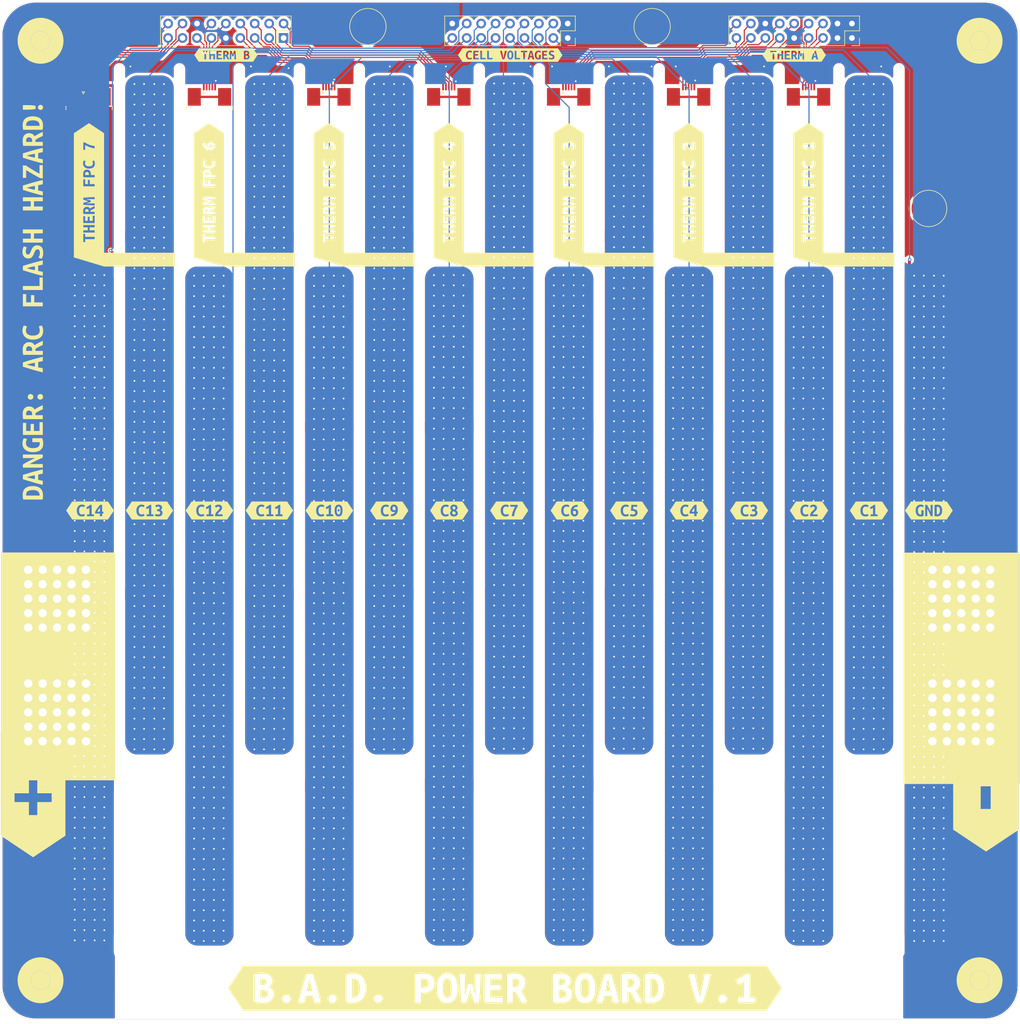
<source format=kicad_pcb>
(kicad_pcb (version 20241229) (generator "pcbnew") (generator_version "9.0")
  (layers (0 "F.Cu" signal) (2 "B.Cu" signal) (13 "F.Paste" user) (15 "B.Paste" user) (5 "F.SilkS" user "F.Silkscreen") (7 "B.SilkS" user "B.Silkscreen") (1 "F.Mask" user) (3 "B.Mask" user) (25 "Edge.Cuts" user))
  (net 0 "")
  (net 1 "/CELL_13")
  (net 2 "/CELL_7")
  (net 3 "/CELL_5")
  (net 4 "/CELL_10")
  (net 5 "GND")
  (net 6 "/CELL_8")
  (net 7 "/CELL_14")
  (net 8 "/CELL_3")
  (net 9 "/CELL_11")
  (net 10 "/CELL_1")
  (net 11 "/CELL_9")
  (net 12 "/CELL_2")
  (net 13 "/CELL_4")
  (net 14 "/CELL_12")
  (net 15 "/CELL_6")
  (net 16 "unconnected-(J4-MountPin-PadMP)")
  (net 17 "/TH_1_D")
  (net 18 "/TH_1_B")
  (net 19 "/TH_1_A")
  (net 20 "/TH_1_C")
  (net 21 "/TH_2_D")
  (net 22 "unconnected-(J5-MountPin-PadMP)")
  (net 23 "/TH_2_C")
  (net 24 "/TH_2_B")
  (net 25 "/TH_2_A")
  (net 26 "/TH_3_A")
  (net 27 "unconnected-(J6-MountPin-PadMP)")
  (net 28 "/TH_3_B")
  (net 29 "/TH_3_D")
  (net 30 "/TH_3_C")
  (net 31 "/TH_4_A")
  (net 32 "/TH_4_D")
  (net 33 "unconnected-(J7-MountPin-PadMP)")
  (net 34 "/TH_4_C")
  (net 35 "/TH_4_B")
  (net 36 "/TH_5_A")
  (net 37 "unconnected-(J8-MountPin-PadMP)")
  (net 38 "/TH_5_D")
  (net 39 "/TH_5_C")
  (net 40 "/TH_5_B")
  (net 41 "/TH_6_C")
  (net 42 "/TH_6_B")
  (net 43 "/TH_6_A")
  (net 44 "unconnected-(J9-MountPin-PadMP)_1")
  (net 45 "/TH_6_D")
  (net 46 "/TH_7_C")
  (net 47 "/TH_7_A")
  (net 48 "unconnected-(J10-MountPin-PadMP)")
  (net 49 "/TH_7_B")
  (net 50 "/TH_7_D")
  (net 51 "/CELL_0_SIG")
  (net 52 "/CELL_14_SIG")
  (footprint "OlinBAD:7461098" (layer "F.Cu") (at 243.4 148.6)
    (property "Reference" "U17" (hide yes))
    (property "Value" "~" (hide yes))
  )
  (footprint "Connector_FFC-FPC:TE_0-1734839-5_1x05-1MP_P0.5mm_Horizontal" (layer "F.Cu") (at 89.915 60)
    (property "Reference" "J4" (hide yes))
    (property "Value" "Conn_01x05_MountingPin" (hide yes))
  )
  (footprint "OlinBAD:7461098" (layer "F.Cu") (at 243.4 168.6)
    (property "Reference" "U16" (hide yes))
    (property "Value" "~" (hide yes))
  )
  (footprint "kibuzzard-68FE9A02" (layer "F.Cu") (at 80.075 183.075 90)
    (property "Reference" "kibuzzard-68FE9A02" (hide yes))
    (property "Value" "G***" (hide yes))
  )
  (footprint "Connector_FFC-FPC:TE_0-1734839-5_1x05-1MP_P0.5mm_Horizontal" (layer "F.Cu") (at 153.215 60)
    (property "Reference" "J7" (hide yes))
    (property "Value" "Conn_01x05_MountingPin" (hide yes))
  )
  (footprint "kibuzzard-68FE9722" (layer "F.Cu") (at 195.405 77.58 90)
    (property "Reference" "kibuzzard-68FE9722" (hide yes))
    (property "Value" "G***" (hide yes))
  )
  (footprint "kibuzzard-68FE8C3A" (layer "F.Cu") (at 100.55 133.1)
    (property "Reference" "kibuzzard-68FE8C3A" (hide yes))
    (property "Value" "G***" (hide yes))
  )
  (footprint "kibuzzard-68FE9876" (layer "F.Cu") (at 80.025 96.45 90)
    (property "Reference" "kibuzzard-68FE9876" (hide yes))
    (property "Value" "G***" (hide yes))
  )
  (footprint "kibuzzard-68FE9708" (layer "F.Cu") (at 164.025 53)
    (property "Reference" "kibuzzard-68FE9708" (hide yes))
    (property "Value" "G***" (hide yes))
  )
  (footprint "kibuzzard-68FE8C91" (layer "F.Cu") (at 216.6 133.1)
    (property "Reference" "kibuzzard-68FE8C91" (hide yes))
    (property "Value" "G***" (hide yes))
  )
  (footprint "OlinBAD:BatteryTab" (layer "F.Cu") (at 121.65 116.4)
    (property "Reference" "U12" (hide yes))
    (property "Value" "~" (hide yes))
  )
  (footprint "OlinBAD:BatteryTab" (layer "F.Cu") (at 111.1 150)
    (property "Reference" "U13" (hide yes))
    (property "Value" "~" (hide yes))
  )
  (footprint "OlinBAD:BatteryTab" (layer "F.Cu") (at 90 150)
    (property "Reference" "U15" (hide yes))
    (property "Value" "~" (hide yes))
  )
  (footprint "Connector_PinSocket_2.54mm:PinSocket_2x09_P2.54mm_Vertical" (layer "F.Cu") (at 224.15 50 -90)
    (property "Reference" "J3" (hide yes))
    (property "Value" "Conn_02x09_Counter_Clockwise" (hide yes))
  )
  (footprint "OlinBAD:BatteryTab" (layer "F.Cu") (at 132.2 150)
    (property "Reference" "U11")
    (property "Value" "~")
  )
  (footprint "OlinBAD:7461098" (layer "F.Cu") (at 84.3 148.6)
    (property "Reference" "U18" (hide yes))
    (property "Value" "~" (hide yes))
  )
  (footprint "kibuzzard-68FE8C58" (layer "F.Cu") (at 142.75 133.1)
    (property "Reference" "kibuzzard-68FE8C58" (hide yes))
    (property "Value" "G***" (hide yes))
  )
  (footprint "NetTie:NetTie-2_SMD_Pad0.5mm" (layer "F.Cu") (at 234.263849 89.5247 90)
    (property "Reference" "NT1" (hide yes))
    (property "Value" "NetTie_2" (hide yes))
  )
  (footprint "kibuzzard-68FE9739" (layer "F.Cu") (at 89.905 77.58 90)
    (property "Reference" "kibuzzard-68FE9739" (hide yes))
    (property "Value" "G***" (hide yes))
  )
  (footprint "OlinBAD:BatteryTab" (layer "F.Cu") (at 163.85 116.4)
    (property "Reference" "U8" (hide yes))
    (property "Value" "~" (hide yes))
  )
  (footprint "OlinBAD:BatteryTab" (layer "F.Cu") (at 227.15 116.4)
    (property "Reference" "U2" (hide yes))
    (property "Value" "~" (hide yes))
  )
  (footprint "kibuzzard-68FE8C96" (layer "F.Cu") (at 227.15 133.1)
    (property "Reference" "kibuzzard-68FE8C96" (hide yes))
    (property "Value" "G***" (hide yes))
  )
  (footprint "kibuzzard-68FEE0E1" (layer "F.Cu") (at 247.75 183.1 90)
    (property "Reference" "kibuzzard-68FEE0E1" (hide yes))
    (property "Value" "G***" (hide yes))
  )
  (footprint "OlinBAD:BatteryTab" (layer "F.Cu") (at 206.05 116.4)
    (property "Reference" "U4" (hide yes))
    (property "Value" "~" (hide yes))
  )
  (footprint "Connector_FFC-FPC:TE_0-1734839-5_1x05-1MP_P0.5mm_Horizontal" (layer "F.Cu") (at 174.315 60)
    (property "Reference" "J8" (hide yes))
    (property "Value" "Conn_01x05_MountingPin" (hide yes))
  )
  (footprint "NetTie:NetTie-2_SMD_Pad0.5mm" (layer "F.Cu") (at 94 89.4 -90)
    (property "Reference" "NT2" (hide yes))
    (property "Value" "NetTie_2" (hide yes))
  )
  (footprint "kibuzzard-68FE9727" (layer "F.Cu") (at 174.305 77.58 90)
    (property "Reference" "kibuzzard-68FE9727" (hide yes))
    (property "Value" "G***" (hide yes))
  )
  (footprint "Connector_FFC-FPC:TE_0-1734839-5_1x05-1MP_P0.5mm_Horizontal" (layer "F.Cu") (at 111.105 60)
    (property "Reference" "J5" (hide yes))
    (property "Value" "Conn_01x05_MountingPin" (hide yes))
  )
  (footprint "Connector_FFC-FPC:TE_0-1734839-5_1x05-1MP_P0.5mm_Horizontal" (layer "F.Cu") (at 216.515 60)
    (property "Reference" "J10" (hide yes))
    (property "Value" "Conn_01x05_MountingPin" (hide yes))
  )
  (footprint "kibuzzard-68FE6C25" (layer "F.Cu") (at 153.205 77.58 90)
    (property "Reference" "kibuzzard-68FE6C25" (hide yes))
    (property "Value" "G***" (hide yes))
  )
  (footprint "kibuzzard-68FE8C7B" (layer "F.Cu") (at 174.5 133.1)
    (property "Reference" "kibuzzard-68FE8C7B" (hide yes))
    (property "Value" "G***" (hide yes))
  )
  (footprint "Connector_FFC-FPC:TE_0-1734839-5_1x05-1MP_P0.5mm_Horizontal" (layer "F.Cu") (at 132.115 60)
    (property "Reference" "J6" (hide yes))
    (property "Value" "Conn_01x05_MountingPin" (hide yes))
  )
  (footprint "kibuzzard-68FE9694" (layer "F.Cu") (at 214 53)
    (property "Reference" "kibuzzard-68FE9694" (hide yes))
    (property "Value" "G***" (hide yes))
  )
  (footprint "Connector_PinSocket_2.54mm:PinSocket_2x09_P2.54mm_Vertical" (layer "F.Cu") (at 174.15 50 -90)
    (property "Reference" "J1" (hide yes))
    (property "Value" "Conn_02x09_Counter_Clockwise" (hide yes))
  )
  (footprint "kibuzzard-68FE8C86" (layer "F.Cu") (at 195.5 133.1)
    (property "Reference" "kibuzzard-68FE8C86" (hide yes))
    (property "Value" "G***" (hide yes))
  )
  (footprint "TestPoint:TestPoint_Pad_D4.0mm" (layer "F.Cu") (at 138.9875 48)
    (property "Reference" "REF**" (hide yes))
    (property "Value" "TestPoint_Pad_D4.0mm" (hide yes))
  )
  (footprint "kibuzzard-68FE8C80" (layer "F.Cu") (at 184.95 133.1)
    (property "Reference" "kibuzzard-68FE8C80" (hide yes))
    (property "Value" "G***" (hide yes))
  )
  (footprint "OlinBAD:BatteryTab" (layer "F.Cu") (at 100.55 116.4)
    (property "Reference" "U14" (hide yes))
    (property "Value" "~" (hide yes))
  )
  (footprint "kibuzzard-68FE8C6F" (layer "F.Cu") (at 163.85 133.1)
    (property "Reference" "kibuzzard-68FE8C6F" (hide yes))
    (property "Value" "G***" (hide yes))
  )
  (footprint "kibuzzard-68FE8C46" (layer "F.Cu") (at 121.65 133.1)
    (property "Reference" "kibuzzard-68FE8C46" (hide yes))
    (property "Value" "G***" (hide yes))
  )
  (footprint "OlinBAD:7461098" (layer "F.Cu") (at 84.3 168.6)
    (property "Reference" "U19" (hide yes))
    (property "Value" "~" (hide yes))
  )
  (footprint "Connector_FFC-FPC:TE_0-1734839-5_1x05-1MP_P0.5mm_Horizontal" (layer "F.Cu") (at 195.415 60)
    (property "Reference" "J9" (hide yes))
    (property "Value" "Conn_01x05_MountingPin" (hide yes))
  )
  (footprint "kibuzzard-68FE971D" (layer "F.Cu") (at 216.505 77.58 90)
    (property "Reference" "kibuzzard-68FE971D" (hide yes))
    (property "Value" "G***" (hide yes))
  )
  (footprint "kibuzzard-68FE8C51" (layer "F.Cu") (at 132.2 133.1)
    (property "Reference" "kibuzzard-68FE8C51" (hide yes))
    (property "Value" "G***" (hide yes))
  )
  (footprint "OlinBAD:BatteryTab" (layer "F.Cu") (at 174.4 150)
    (property "Reference" "U7")
    (property "Value" "~")
  )
  (footprint "kibuzzard-68FE8BAD" (layer "F.Cu") (at 90.1 133.1)
    (property "Reference" "kibuzzard-68FE8BAD" (hide yes))
    (property "Value" "G***" (hide yes))
  )
  (footprint "kibuzzard-68FE8C6B" (layer "F.Cu") (at 153.3 133.1)
    (property "Reference" "kibuzzard-68FE8C6B" (hide yes))
    (property "Value" "G***" (hide yes))
  )
  (footprint "TestPoint:TestPoint_Pad_D4.0mm" (layer "F.Cu") (at 189 48)
    (property "Reference" "REF**" (hide yes))
    (property "Value" "TestPoint_Pad_D4.0mm" (hide yes))
  )
  (footprint "kibuzzard-68FE8C40" (layer "F.Cu") (at 111.1 133.1)
    (property "Reference" "kibuzzard-68FE8C40" (hide yes))
    (property "Value" "G***" (hide yes))
  )
  (footprint "OlinBAD:BatteryTab" (layer "F.Cu") (at 153.3 150)
    (property "Reference" "U9")
    (property "Value" "~")
  )
  (footprint "Connector_PinSocket_2.54mm:PinSocket_2x09_P2.54mm_Vertical" (layer "F.Cu") (at 124.15 50 -90)
    (property "Reference" "J2" (hide yes))
    (property "Value" "Conn_02x09_Counter_Clockwise" (hide yes))
  )
  (footprint "OlinBAD:BatteryTab" (layer "F.Cu") (at 216.6 150)
    (property "Reference" "U3")
    (property "Value" "~")
  )
  (footprint "OlinBAD:BatteryTab" (layer "F.Cu") (at 195.5 150)
    (property "Reference" "U5")
    (property "Value" "~")
  )
  (footprint "kibuzzard-68FE8C8C" (layer "F.Cu") (at 206.05 133.1)
    (property "Reference" "kibuzzard-68FE8C8C" (hide yes))
    (property "Value" "G***" (hide yes))
  )
  (footprint "kibuzzard-68FE8C9C" (layer "F.Cu") (at 237.7 133.1)
    (property "Reference" "kibuzzard-68FE8C9C" (hide yes))
    (property "Value" "G***" (hide yes))
  )
  (footprint "kibuzzard-68FE96E6" (layer "F.Cu") (at 114 53)
    (property "Reference" "kibuzzard-68FE96E6" (hide yes))
    (property "Value" "G***" (hide yes))
  )
  (footprint "kibuzzard-68FE972D" (layer "F.Cu") (at 132.105 77.58 90)
    (property "Reference" "kibuzzard-68FE972D" (hide yes))
    (property "Value" "G***" (hide yes))
  )
  (footprint "OlinBAD:BatteryTab" (layer "F.Cu") (at 237.7 150)
    (property "Reference" "U1" (hide yes))
    (property "Value" "~" (hide yes))
  )
  (footprint "OlinBAD:BatteryTab" (layer "F.Cu") (at 142.75 116.4)
    (property "Reference" "U10" (hide yes))
    (property "Value" "~" (hide yes))
  )
  (footprint "TestPoint:TestPoint_Pad_D4.0mm" (layer "F.Cu") (at 237.65 79.975)
    (property "Reference" "REF**" (hide yes))
    (property "Value" "TestPoint_Pad_D4.0mm" (hide yes))
  )
  (footprint "OlinBAD:BatteryTab" (layer "F.Cu") (at 184.95 116.4)
    (property "Reference" "U6" (hide yes))
    (property "Value" "~" (hide yes))
  )
  (footprint "kibuzzard-68FE9731" (layer "F.Cu") (at 111.005 77.58 90)
    (property "Reference" "kibuzzard-68FE9731" (hide yes))
    (property "Value" "G***" (hide yes))
  )
  (footprint "kibuzzard-68FE8B33" (layer "F.Cu") (at 163.1 217.1)
    (property "Reference" "kibuzzard-68FE8B33" (hide yes))
    (property "Value" "G***" (hide yes))
  )
  (gr_rect (start 155.87 87.7825) (end 168.265 90.1725) (stroke (width 0.05)) (fill yes) (layer "F.SilkS"))
  (gr_rect (start 74.5 140.525) (end 94.475 180.5) (stroke (width 0.1)) (fill yes) (layer "F.SilkS"))
  (gr_rect (start 233.3 140.55) (end 253.7 181.15) (stroke (width 0.1)) (fill yes) (layer "F.SilkS"))
  (gr_rect (start 113.67 87.7825) (end 126.065 90.1725) (stroke (width 0.05)) (fill yes) (layer "F.SilkS"))
  (gr_circle (center 81.388063 50.485777) (end 85.39884 50.497714) (stroke (width 0.05)) (fill yes) (layer "F.SilkS"))
  (gr_circle (center 246.611937 215.714223) (end 250.622714 215.72616) (stroke (width 0.05)) (fill yes) (layer "F.SilkS"))
  (gr_rect (start 219.17 87.7825) (end 231.565 90.1725) (stroke (width 0.05)) (fill yes) (layer "F.SilkS"))
  (gr_rect (start 198.07 87.7825) (end 210.465 90.1725) (stroke (width 0.05)) (fill yes) (layer "F.SilkS"))
  (gr_rect (start 92.57 87.7825) (end 104.965 90.1725) (stroke (width 0.05)) (fill yes) (layer "F.SilkS"))
  (gr_rect (start 134.77 87.7825) (end 147.165 90.1725) (stroke (width 0.05)) (fill yes) (layer "F.SilkS"))
  (gr_circle (center 246.614223 50.488063) (end 250.625 50.5) (stroke (width 0.05)) (fill yes) (layer "F.SilkS"))
  (gr_rect (start 176.97 87.7825) (end 189.365 90.1725) (stroke (width 0.05)) (fill yes) (layer "F.SilkS"))
  (gr_circle (center 81.385777 215.711937) (end 85.396554 215.723874) (stroke (width 0.05)) (fill yes) (layer "F.SilkS"))
  (gr_line (start 94.45 55.425) (end 94.45 210.775) (stroke (width 0.001)) (layer "Edge.Cuts"))
  (gr_arc (start 191.05 210.775) (mid 190.225 211.6) (end 189.4 210.775) (stroke (width 0.001)) (layer "Edge.Cuts"))
  (gr_arc (start 178.85 55.425) (mid 179.675 54.6) (end 180.5 55.425) (stroke (width 0.001)) (layer "Edge.Cuts"))
  (gr_line (start 210.5 55.425) (end 210.5 210.775) (stroke (width 0.001)) (layer "Edge.Cuts"))
  (gr_line (start 115.55 55.425) (end 115.55 210.775) (stroke (width 0.001)) (layer "Edge.Cuts"))
  (gr_arc (start 115.55 55.425) (mid 116.375 54.6) (end 117.2 55.425) (stroke (width 0.001)) (layer "Edge.Cuts"))
  (gr_line (start 231.6 55.425) (end 231.6 210.775) (stroke (width 0.001)) (layer "Edge.Cuts"))
  (gr_arc (start 189.4 55.425) (mid 190.225 54.6) (end 191.05 55.425) (stroke (width 0.001)) (layer "Edge.Cuts"))
  (gr_line (start 159.4 210.775) (end 159.4 55.425) (stroke (width 0.001)) (layer "Edge.Cuts"))
  (gr_arc (start 221.05 55.425) (mid 221.875 54.6) (end 222.7 55.425) (stroke (width 0.001)) (layer "Edge.Cuts"))
  (gr_arc (start 80.5 222.6) (mid 76.257359 220.842641) (end 74.5 216.6) (stroke (width 0.05)) (layer "Edge.Cuts"))
  (gr_arc (start 157.75 55.425) (mid 158.575 54.6) (end 159.4 55.425) (stroke (width 0.001)) (layer "Edge.Cuts"))
  (gr_line (start 178.85 55.425) (end 178.85 210.775) (stroke (width 0.001)) (layer "Edge.Cuts"))
  (gr_arc (start 180.5 210.775) (mid 179.675 211.6) (end 178.85 210.775) (stroke (width 0.001)) (layer "Edge.Cuts"))
  (gr_line (start 191.05 210.775) (end 191.05 55.425) (stroke (width 0.001)) (layer "Edge.Cuts"))
  (gr_arc (start 247.5 43.6) (mid 251.742641 45.357359) (end 253.5 49.6) (stroke (width 0.05)) (layer "Edge.Cuts"))
  (gr_circle (center 246.614223 50.488063) (end 246.614223 52.188063) (stroke (width 0.05)) (fill no) (layer "Edge.Cuts"))
  (gr_line (start 105 55.425) (end 105 210.775) (stroke (width 0.001)) (layer "Edge.Cuts"))
  (gr_arc (start 231.6 55.425) (mid 232.425 54.6) (end 233.25 55.425) (stroke (width 0.001)) (layer "Edge.Cuts"))
  (gr_arc (start 117.2 210.775) (mid 116.375 211.6) (end 115.55 210.775) (stroke (width 0.001)) (layer "Edge.Cuts"))
  (gr_circle (center 81.385777 215.711937) (end 81.385777 214.011937) (stroke (width 0.05)) (fill no) (layer "Edge.Cuts"))
  (gr_arc (start 199.95 55.425) (mid 200.775 54.6) (end 201.6 55.425) (stroke (width 0.001)) (layer "Edge.Cuts"))
  (gr_arc (start 148.85 210.775) (mid 148.025 211.6) (end 147.2 210.775) (stroke (width 0.001)) (layer "Edge.Cuts"))
  (gr_circle (center 81.388063 50.485777) (end 83.088063 50.485777) (stroke (width 0.05)) (fill no) (layer "Edge.Cuts"))
  (gr_arc (start 96.1 210.775) (mid 95.275 211.6) (end 94.45 210.775) (stroke (width 0.001)) (layer "Edge.Cuts"))
  (gr_arc (start 212.15 210.775) (mid 211.325 211.6) (end 210.5 210.775) (stroke (width 0.001)) (layer "Edge.Cuts"))
  (gr_line (start 253.5 49.6) (end 253.5 216.6) (stroke (width 0.05)) (layer "Edge.Cuts"))
  (gr_line (start 147.2 55.425) (end 147.2 210.775) (stroke (width 0.001)) (layer "Edge.Cuts"))
  (gr_arc (start 233.25 210.775) (mid 232.425 211.6) (end 231.6 210.775) (stroke (width 0.001)) (layer "Edge.Cuts"))
  (gr_line (start 169.95 210.775) (end 169.95 55.425) (stroke (width 0.001)) (layer "Edge.Cuts"))
  (gr_line (start 180.5 210.775) (end 180.5 55.425) (stroke (width 0.001)) (layer "Edge.Cuts"))
  (gr_arc (start 210.5 55.425) (mid 211.325 54.6) (end 212.15 55.425) (stroke (width 0.001)) (layer "Edge.Cuts"))
  (gr_arc (start 126.1 55.425) (mid 126.925 54.6) (end 127.75 55.425) (stroke (width 0.001)) (layer "Edge.Cuts"))
  (gr_line (start 233.25 210.775) (end 233.25 55.425) (stroke (width 0.001)) (layer "Edge.Cuts"))
  (gr_arc (start 222.7 210.775) (mid 221.875 211.6) (end 221.05 210.775) (stroke (width 0.001)) (layer "Edge.Cuts"))
  (gr_line (start 138.3 210.775) (end 138.3 55.425) (stroke (width 0.001)) (layer "Edge.Cuts"))
  (gr_line (start 136.65 55.425) (end 136.65 210.775) (stroke (width 0.001)) (layer "Edge.Cuts"))
  (gr_line (start 117.2 210.775) (end 117.2 55.425) (stroke (width 0.001)) (layer "Edge.Cuts"))
  (gr_arc (start 253.5 216.6) (mid 251.742641 220.842641) (end 247.5 222.6) (stroke (width 0.05)) (layer "Edge.Cuts"))
  (gr_arc (start 106.65 210.775) (mid 105.825 211.6) (end 105 210.775) (stroke (width 0.001)) (layer "Edge.Cuts"))
  (gr_line (start 247.5 222.6) (end 80.5 222.6) (stroke (width 0.05)) (layer "Edge.Cuts"))
  (gr_arc (start 138.3 210.775) (mid 137.475 211.6) (end 136.65 210.775) (stroke (width 0.001)) (layer "Edge.Cuts"))
  (gr_line (start 221.05 55.425) (end 221.05 210.775) (stroke (width 0.001)) (layer "Edge.Cuts"))
  (gr_line (start 189.4 55.425) (end 189.4 210.775) (stroke (width 0.001)) (layer "Edge.Cuts"))
  (gr_line (start 74.5 216.6) (end 74.5 49.6) (stroke (width 0.05)) (layer "Edge.Cuts"))
  (gr_line (start 199.95 55.425) (end 199.95 210.775) (stroke (width 0.001)) (layer "Edge.Cuts"))
  (gr_arc (start 127.75 210.775) (mid 126.925 211.6) (end 126.1 210.775) (stroke (width 0.001)) (layer "Edge.Cuts"))
  (gr_line (start 201.6 210.775) (end 201.6 55.425) (stroke (width 0.001)) (layer "Edge.Cuts"))
  (gr_arc (start 136.65 55.425) (mid 137.475 54.6) (end 138.3 55.425) (stroke (width 0.001)) (layer "Edge.Cuts"))
  (gr_circle (center 246.611937 215.714223) (end 244.911937 215.714223) (stroke (width 0.05)) (fill no) (layer "Edge.Cuts"))
  (gr_line (start 106.65 210.775) (end 106.65 55.425) (stroke (width 0.001)) (layer "Edge.Cuts"))
  (gr_arc (start 147.2 55.425) (mid 148.025 54.6) (end 148.85 55.425) (stroke (width 0.001)) (layer "Edge.Cuts"))
  (gr_line (start 148.85 210.775) (end 148.85 55.425) (stroke (width 0.001)) (layer "Edge.Cuts"))
  (gr_arc (start 105 55.425) (mid 105.825 54.6) (end 106.65 55.425) (stroke (width 0.001)) (layer "Edge.Cuts"))
  (gr_line (start 168.3 55.425) (end 168.3 210.775) (stroke (width 0.001)) (layer "Edge.Cuts"))
  (gr_arc (start 169.95 210.775) (mid 169.125 211.6) (end 168.3 210.775) (stroke (width 0.001)) (layer "Edge.Cuts"))
  (gr_line (start 126.1 55.425) (end 126.1 210.775) (stroke (width 0.001)) (layer "Edge.Cuts"))
  (gr_arc (start 168.3 55.425) (mid 169.125 54.6) (end 169.95 55.425) (stroke (width 0.001)) (layer "Edge.Cuts"))
  (gr_line (start 222.7 210.775) (end 222.7 55.425) (stroke (width 0.001)) (layer "Edge.Cuts"))
  (gr_line (start 157.75 55.425) (end 157.75 210.775) (stroke (width 0.001)) (layer "Edge.Cuts"))
  (gr_arc (start 74.5 49.6) (mid 76.257359 45.357359) (end 80.5 43.6) (stroke (width 0.05)) (layer "Edge.Cuts"))
  (gr_line (start 247.5 43.6) (end 80.5 43.6) (stroke (width 0.05)) (layer "Edge.Cuts"))
  (gr_line (start 96.1 210.775) (end 96.1 55.425) (stroke (width 0.001)) (layer "Edge.Cuts"))
  (gr_line (start 212.15 210.775) (end 212.15 55.425) (stroke (width 0.001)) (layer "Edge.Cuts"))
  (gr_arc (start 201.6 210.775) (mid 200.775 211.6) (end 199.95 210.775) (stroke (width 0.001)) (layer "Edge.Cuts"))
  (gr_line (start 127.75 210.775) (end 127.75 55.425) (stroke (width 0.001)) (layer "Edge.Cuts"))
  (gr_arc (start 159.4 210.775) (mid 158.575 211.6) (end 157.75 210.775) (stroke (width 0.001)) (layer "Edge.Cuts"))
  (gr_arc (start 94.45 55.425) (mid 95.275 54.6) (end 96.1 55.425) (stroke (width 0.001)) (layer "Edge.Cuts"))
  (via (at 99.6 124.7) (size 0.6) (drill 0.3) (layers "F.Cu" "B.Cu") (net 1))
  (via (at 103.1 72.5) (size 0.6) (drill 0.3) (layers "F.Cu" "B.Cu") (net 1))
  (via (at 101.4 99.5) (size 0.6) (drill 0.3) (layers "F.Cu" "B.Cu") (net 1))
  (via (at 97.9 126.5) (size 0.6) (drill 0.3) (layers "F.Cu" "B.Cu") (net 1))
  (via (at 103.1 155.3) (size 0.6) (drill 0.3) (layers "F.Cu" "B.Cu") (net 1))
  (via (at 97.9 164.3) (size 0.6) (drill 0.3) (layers "F.Cu" "B.Cu") (net 1))
  (via (at 101.4 166.1) (size 0.6) (drill 0.3) (layers "F.Cu" "B.Cu") (net 1))
  (via (at 103.1 83.3) (size 0.6) (drill 0.3) (layers "F.Cu" "B.Cu") (net 1))
  (via (at 101.4 108.5) (size 0.6) (drill 0.3) (layers "F.Cu" "B.Cu") (net 1))
  (via (at 97.9 59.9) (size 0.6) (drill 0.3) (layers "F.Cu" "B.Cu") (net 1))
  (via (at 97.9 146.3) (size 0.6) (drill 0.3) (layers "F.Cu" "B.Cu") (net 1))
  (via (at 103.1 90.5) (size 0.6) (drill 0.3) (layers "F.Cu" "B.Cu") (net 1))
  (via (at 99.6 128.3) (size 0.6) (drill 0.3) (layers "F.Cu" "B.Cu") (net 1))
  (via (at 97.9 63.5) (size 0.6) (drill 0.3) (layers "F.Cu" "B.Cu") (net 1))
  (via (at 103.1 88.7) (size 0.6) (drill 0.3) (layers "F.Cu" "B.Cu") (net 1))
  (via (at 103.1 128.3) (size 0.6) (drill 0.3) (layers "F.Cu" "B.Cu") (net 1))
  (via (at 101.4 144.5) (size 0.6) (drill 0.3) (layers "F.Cu" "B.Cu") (net 1))
  (via (at 99.6 117.5) (size 0.6) (drill 0.3) (layers "F.Cu" "B.Cu") (net 1))
  (via (at 99.6 122.9) (size 0.6) (drill 0.3) (layers "F.Cu" "B.Cu") (net 1))
  (via (at 97.9 137.3) (size 0.6) (drill 0.3) (layers "F.Cu" "B.Cu") (net 1))
  (via (at 103.1 140.9) (size 0.6) (drill 0.3) (layers "F.Cu" "B.Cu") (net 1))
  (via (at 99.6 144.5) (size 0.6) (drill 0.3) (layers "F.Cu" "B.Cu") (net 1))
  (via (at 101.4 61.7) (size 0.6) (drill 0.3) (layers "F.Cu" "B.Cu") (net 1))
  (via (at 97.9 173.3) (size 0.6) (drill 0.3) (layers "F.Cu" "B.Cu") (net 1))
  (via (at 101.4 94.1) (size 0.6) (drill 0.3) (layers "F.Cu" "B.Cu") (net 1))
  (via (at 101.4 122.9) (size 0.6) (drill 0.3) (layers "F.Cu" "B.Cu") (net 1))
  (via (at 97.9 79.7) (size 0.6) (drill 0.3) (layers "F.Cu" "B.Cu") (net 1))
  (via (at 99.6 67.1) (size 0.6) (drill 0.3) (layers "F.Cu" "B.Cu") (net 1))
  (via (at 103.1 106.7) (size 0.6) (drill 0.3) (layers "F.Cu" "B.Cu") (net 1))
  (via (at 101.4 63.5) (size 0.6) (drill 0.3) (layers "F.Cu" "B.Cu") (net 1))
  (via (at 99.6 90.5) (size 0.6) (drill 0.3) (layers "F.Cu" "B.Cu") (net 1))
  (via (at 103.1 94.1) (size 0.6) (drill 0.3) (layers "F.Cu" "B.Cu") (net 1))
  (via (at 103.1 153.5) (size 0.6) (drill 0.3) (layers "F.Cu" "B.Cu") (net 1))
  (via (at 99.6 162.5) (size 0.6) (drill 0.3) (layers "F.Cu" "B.Cu") (net 1))
  (via (at 99.6 74.3) (size 0.6) (drill 0.3) (layers "F.Cu" "B.Cu") (net 1))
  (via (at 101.4 162.5) (size 0.6) (drill 0.3) (layers "F.Cu" "B.Cu") (net 1))
  (via (at 103.1 149.9) (size 0.6) (drill 0.3) (layers "F.Cu" "B.Cu") (net 1))
  (via (at 97.9 135.5) (size 0.6) (drill 0.3) (layers "F.Cu" "B.Cu") (net 1))
  (via (at 103.1 135.5) (size 0.6) (drill 0.3) (layers "F.Cu" "B.Cu") (net 1))
  (via (at 97.9 158.9) (size 0.6) (drill 0.3) (layers "F.Cu" "B.Cu") (net 1))
  (via (at 97.9 162.5) (size 0.6) (drill 0.3) (layers "F.Cu" "B.Cu") (net 1))
  (via (at 99.6 113.9) (size 0.6) (drill 0.3) (layers "F.Cu" "B.Cu") (net 1))
  (via (at 103.1 104.9) (size 0.6) (drill 0.3) (layers "F.Cu" "B.Cu") (net 1))
  (via (at 103.1 108.5) (size 0.6) (drill 0.3) (layers "F.Cu" "B.Cu") (net 1))
  (via (at 103.1 142.7) (size 0.6) (drill 0.3) (layers "F.Cu" "B.Cu") (net 1))
  (via (at 99.6 155.3) (size 0.6) (drill 0.3) (layers "F.Cu" "B.Cu") (net 1))
  (via (at 99.6 97.7) (size 0.6) (drill 0.3) (layers "F.Cu" "B.Cu") (net 1))
  (via (at 103.1 166.1) (size 0.6) (drill 0.3) (layers "F.Cu" "B.Cu") (net 1))
  (via (at 101.4 113.9) (size 0.6) (drill 0.3) (layers "F.Cu" "B.Cu") (net 1))
  (via (at 101.4 119.3) (size 0.6) (drill 0.3) (layers "F.Cu" "B.Cu") (net 1))
  (via (at 99.6 115.7) (size 0.6) (drill 0.3) (layers "F.Cu" "B.Cu") (net 1))
  (via (at 103.1 151.7) (size 0.6) (drill 0.3) (layers "F.Cu" "B.Cu") (net 1))
  (via (at 99.6 151.7) (size 0.6) (drill 0.3) (layers "F.Cu" "B.Cu") (net 1))
  (via (at 101.4 169.7) (size 0.6) (drill 0.3) (layers "F.Cu" "B.Cu") (net 1))
  (via (at 101.4 65.3) (size 0.6) (drill 0.3) (layers "F.Cu" "B.Cu") (net 1))
  (via (at 103.1 112.1) (size 0.6) (drill 0.3) (layers "F.Cu" "B.Cu") (net 1))
  (via (at 97.9 142.7) (size 0.6) (drill 0.3) (layers "F.Cu" "B.Cu") (net 1))
  (via (at 101.4 135.5) (size 0.6) (drill 0.3) (layers "F.Cu" "B.Cu") (net 1))
  (via (at 97.9 115.7) (size 0.6) (drill 0.3) (layers "F.Cu" "B.Cu") (net 1))
  (via (at 97.9 112.1) (size 0.6) (drill 0.3) (layers "F.Cu" "B.Cu") (net 1))
  (via (at 103.1 126.5) (size 0.6) (drill 0.3) (layers "F.Cu" "B.Cu") (net 1))
  (via (at 101.4 149.9) (size 0.6) (drill 0.3) (layers "F.Cu" "B.Cu") (net 1))
  (via (at 103.1 121.1) (size 0.6) (drill 0.3) (layers "F.Cu" "B.Cu") (net 1))
  (via (at 99.6 169.7) (size 0.6) (drill 0.3) (layers "F.Cu" "B.Cu") (net 1))
  (via (at 99.6 79.7) (size 0.6) (drill 0.3) (layers "F.Cu" "B.Cu") (net 1))
  (via (at 97.9 92.3) (size 0.6) (drill 0.3) (layers "F.Cu" "B.Cu") (net 1))
  (via (at 99.6 160.7) (size 0.6) (drill 0.3) (layers "F.Cu" "B.Cu") (net 1))
  (via (at 103.1 74.3) (size 0.6) (drill 0.3) (layers "F.Cu" "B.Cu") (net 1))
  (via (at 99.6 153.5) (size 0.6) (drill 0.3) (layers "F.Cu" "B.Cu") (net 1))
  (via (at 101.4 148.1) (size 0.6) (drill 0.3) (layers "F.Cu" "B.Cu") (net 1))
  (via (at 97.9 77.9) (size 0.6) (drill 0.3) (layers "F.Cu" "B.Cu") (net 1))
  (via (at 99.6 130.1) (size 0.6) (drill 0.3) (layers "F.Cu" "B.Cu") (net 1))
  (via (at 103.1 103.1) (size 0.6) (drill 0.3) (layers "F.Cu" "B.Cu") (net 1))
  (via (at 103.1 160.7) (size 0.6) (drill 0.3) (layers "F.Cu" "B.Cu") (net 1))
  (via (at 97.9 144.5) (size 0.6) (drill 0.3) (layers "F.Cu" "B.Cu") (net 1))
  (via (at 99.6 99.5) (size 0.6) (drill 0.3) (layers "F.Cu" "B.Cu") (net 1))
  (via (at 101.4 164.3) (size 0.6) (drill 0.3) (layers "F.Cu" "B.Cu") (net 1))
  (via (at 101.4 95.9) (size 0.6) (drill 0.3) (layers "F.Cu" "B.Cu") (net 1))
  (via (at 99.6 112.1) (size 0.6) (drill 0.3) (layers "F.Cu" "B.Cu") (net 1))
  (via (at 103.1 167.9) (size 0.6) (drill 0.3) (layers "F.Cu" "B.Cu") (net 1))
  (via (at 103.1 86.9) (size 0.6) (drill 0.3) (layers "F.Cu" "B.Cu") (net 1))
  (via (at 97.9 81.5) (size 0.6) (drill 0.3) (layers "F.Cu" "B.Cu") (net 1))
  (via (at 101.4 167.9) (size 0.6) (drill 0.3) (layers "F.Cu" "B.Cu") (net 1))
  (via (at 103.1 122.9) (size 0.6) (drill 0.3) (layers "F.Cu" "B.Cu") (net 1))
  (via (at 103.1 65.3) (size 0.6) (drill 0.3) (layers "F.Cu" "B.Cu") (net 1))
  (via (at 97.9 61.7) (size 0.6) (drill 0.3) (layers "F.Cu" "B.Cu") (net 1))
  (via (at 101.4 70.7) (size 0.6) (drill 0.3) (layers "F.Cu" "B.Cu") (net 1))
  (via (at 103.1 113.9) (size 0.6) (drill 0.3) (layers "F.Cu" "B.Cu") (net 1))
  (via (at 97.9 74.3) (size 0.6) (drill 0.3) (layers "F.Cu" "B.Cu") (net 1))
  (via (at 99.6 76.1) (size 0.6) (drill 0.3) (layers "F.Cu" "B.Cu") (net 1))
  (via (at 101.4 92.3) (size 0.6) (drill 0.3) (layers "F.Cu" "B.Cu") (net 1))
  (via (at 101.4 106.7) (size 0.6) (drill 0.3) (layers "F.Cu" "B.Cu") (net 1))
  (via (at 101.4 175.1) (size 0.6) (drill 0.3) (layers "F.Cu" "B.Cu") (net 1))
  (via (at 97.9 167.9) (size 0.6) (drill 0.3) (layers "F.Cu" "B.Cu") (net 1))
  (via (at 101.4 72.5) (size 0.6) (drill 0.3) (layers "F.Cu" "B.Cu") (net 1))
  (via (at 103.1 59.9) (size 0.6) (drill 0.3) (layers "F.Cu" "B.Cu") (net 1))
  (via (at 99.6 83.3) (size 0.6) (drill 0.3) (layers "F.Cu" "B.Cu") (net 1))
  (via (at 101.4 81.5) (size 0.6) (drill 0.3) (layers "F.Cu" "B.Cu") (net 1))
  (via (at 101.4 121.1) (size 0.6) (drill 0.3) (layers "F.Cu" "B.Cu") (net 1))
  (via (at 97.9 72.5) (size 0.6) (drill 0.3) (layers "F.Cu" "B.Cu") (net 1))
  (via (at 99.6 86.9) (size 0.6) (drill 0.3) (layers "F.Cu" "B.Cu") (net 1))
  (via (at 99.6 104.9) (size 0.6) (drill 0.3) (layers "F.Cu" "B.Cu") (net 1))
  (via (at 101.4 146.3) (size 0.6) (drill 0.3) (layers "F.Cu" "B.Cu") (net 1))
  (via (at 97.9 65.3) (size 0.6) (drill 0.3) (layers "F.Cu" "B.Cu") (net 1))
  (via (at 103.1 115.7) (size 0.6) (drill 0.3) (layers "F.Cu" "B.Cu") (net 1))
  (via (at 103.1 139.1) (size 0.6) (drill 0.3) (layers "F.Cu" "B.Cu") (net 1))
  (via (at 97.9 68.9) (size 0.6) (drill 0.3) (layers "F.Cu" "B.Cu") (net 1))
  (via (at 101.4 86.9) (size 0.6) (drill 0.3) (layers "F.Cu" "B.Cu") (net 1))
  (via (at 103.1 61.7) (size 0.6) (drill 0.3) (layers "F.Cu" "B.Cu") (net 1))
  (via (at 103.1 70.7) (size 0.6) (drill 0.3) (layers "F.Cu" "B.Cu") (net 1))
  (via (at 103.1 63.5) (size 0.6) (drill 0.3) (layers "F.Cu" "B.Cu") (net 1))
  (via (at 101.4 160.7) (size 0.6) (drill 0.3) (layers "F.Cu" "B.Cu") (net 1))
  (via (at 101.4 58.1) (size 0.6) (drill 0.3) (layers "F.Cu" "B.Cu") (net 1))
  (via (at 103.1 124.7) (size 0.6) (drill 0.3) (layers "F.Cu" "B.Cu") (net 1))
  (via (at 97.9 95.9) (size 0.6) (drill 0.3) (layers "F.Cu" "B.Cu") (net 1))
  (via (at 103.1 169.7) (size 0.6) (drill 0.3) (layers "F.Cu" "B.Cu") (net 1))
  (via (at 99.6 140.9) (size 0.6) (drill 0.3) (layers "F.Cu" "B.Cu") (net 1))
  (via (at 103.1 148.1) (size 0.6) (drill 0.3) (layers "F.Cu" "B.Cu") (net 1))
  (via (at 97.9 157.1) (size 0.6) (drill 0.3) (layers "F.Cu" "B.Cu") (net 1))
  (via (at 103.1 144.5) (size 0.6) (drill 0.3) (layers "F.Cu" "B.Cu") (net 1))
  (via (at 101.4 88.7) (size 0.6) (drill 0.3) (layers "F.Cu" "B.Cu") (net 1))
  (via (at 101.4 151.7) (size 0.6) (drill 0.3) (layers "F.Cu" "B.Cu") (net 1))
  (via (at 97.9 106.7) (size 0.6) (drill 0.3) (layers "F.Cu" "B.Cu") (net 1))
  (via (at 99.6 68.9) (size 0.6) (drill 0.3) (layers "F.Cu" "B.Cu") (net 1))
  (via (at 99.6 139.1) (size 0.6) (drill 0.3) (layers "F.Cu" "B.Cu") (net 1))
  (via (at 103.1 130.1) (size 0.6) (drill 0.3) (layers "F.Cu" "B.Cu") (net 1))
  (via (at 101.4 126.5) (size 0.6) (drill 0.3) (layers "F.Cu" "B.Cu") (net 1))
  (via (at 101.4 115.7) (size 0.6) (drill 0.3) (layers "F.Cu" "B.Cu") (net 1))
  (via (at 97.9 175.1) (size 0.6) (drill 0.3) (layers "F.Cu" "B.Cu") (net 1))
  (via (at 97.9 104.9) (size 0.6) (drill 0.3) (layers "F.Cu" "B.Cu") (net 1))
  (via (at 97.9 153.5) (size 0.6) (drill 0.3) (layers "F.Cu" "B.Cu") (net 1))
  (via (at 97.9 160.7) (size 0.6) (drill 0.3) (layers "F.Cu" "B.Cu") (net 1))
  (via (at 97.9 99.5) (size 0.6) (drill 0.3) (layers "F.Cu" "B.Cu") (net 1))
  (via (at 99.6 65.3) (size 0.6) (drill 0.3) (layers "F.Cu" "B.Cu") (net 1))
  (via (at 101.4 90.5) (size 0.6) (drill 0.3) (layers "F.Cu" "B.Cu") (net 1))
  (via (at 99.6 110.3) (size 0.6) (drill 0.3) (layers "F.Cu" "B.Cu") (net 1))
  (via (at 99.6 103.1) (size 0.6) (drill 0.3) (layers "F.Cu" "B.Cu") (net 1))
  (via (at 99.6 149.9) (size 0.6) (drill 0.3) (layers "F.Cu" "B.Cu") (net 1))
  (via (at 101.4 140.9) (size 0.6) (drill 0.3) (layers "F.Cu" "B.Cu") (net 1))
  (via (at 103.1 157.1) (size 0.6) (drill 0.3) (layers "F.Cu" "B.Cu") (net 1))
  (via (at 101.4 103.1) (size 0.6) (drill 0.3) (layers "F.Cu" "B.Cu") (net 1))
  (via (at 97.9 121.1) (size 0.6) (drill 0.3) (layers "F.Cu" "B.Cu") (net 1))
  (via (at 99.6 166.1) (size 0.6) (drill 0.3) (layers "F.Cu" "B.Cu") (net 1))
  (via (at 97.9 166.1) (size 0.6) (drill 0.3) (layers "F.Cu" "B.Cu") (net 1))
  (via (at 103.1 97.7) (size 0.6) (drill 0.3) (layers "F.Cu" "B.Cu") (net 1))
  (via (at 101.4 79.7) (size 0.6) (drill 0.3) (layers "F.Cu" "B.Cu") (net 1))
  (via (at 97.9 94.1) (size 0.6) (drill 0.3) (layers "F.Cu" "B.Cu") (net 1))
  (via (at 103.1 119.3) (size 0.6) (drill 0.3) (layers "F.Cu" "B.Cu") (net 1))
  (via (at 97.9 119.3) (size 0.6) (drill 0.3) (layers "F.Cu" "B.Cu") (net 1))
  (via (at 99.6 137.3) (size 0.6) (drill 0.3) (layers "F.Cu" "B.Cu") (net 1))
  (via (at 97.9 103.1) (size 0.6) (drill 0.3) (layers "F.Cu" "B.Cu") (net 1))
  (via (at 99.6 85.1) (size 0.6) (drill 0.3) (layers "F.Cu" "B.Cu") (net 1))
  (via (at 101.4 110.3) (size 0.6) (drill 0.3) (layers "F.Cu" "B.Cu") (net 1))
  (via (at 99.6 59.9) (size 0.6) (drill 0.3) (layers "F.Cu" "B.Cu") (net 1))
  (via (at 101.4 157.1) (size 0.6) (drill 0.3) (layers "F.Cu" "B.Cu") (net 1))
  (via (at 97.9 171.5) (size 0.6) (drill 0.3) (layers "F.Cu" "B.Cu") (net 1))
  (via (at 99.6 171.5) (size 0.6) (drill 0.3) (layers "F.Cu" "B.Cu") (net 1))
  (via (at 97.9 88.7) (size 0.6) (drill 0.3) (layers "F.Cu" "B.Cu") (net 1))
  (via (at 101.4 76.1) (size 0.6) (drill 0.3) (layers "F.Cu" "B.Cu") (net 1))
  (via (at 97.9 128.3) (size 0.6) (drill 0.3) (layers "F.Cu" "B.Cu") (net 1))
  (via (at 103.1 101.3) (size 0.6) (drill 0.3) (layers "F.Cu" "B.Cu") (net 1))
  (via (at 99.6 157.1) (size 0.6) (drill 0.3) (layers "F.Cu" "B.Cu") (net 1))
  (via (at 101.4 171.5) (size 0.6) (drill 0.3) (layers "F.Cu" "B.Cu") (net 1))
  (via (at 97.9 149.9) (size 0.6) (drill 0.3) (layers "F.Cu" "B.Cu") (net 1))
  (via (at 101.4 74.3) (size 0.6) (drill 0.3) (layers "F.Cu" "B.Cu") (net 1))
  (via (at 97.9 113.9) (size 0.6) (drill 0.3) (layers "F.Cu" "B.Cu") (net 1))
  (via (at 97.9 90.5) (size 0.6) (drill 0.3) (layers "F.Cu" "B.Cu") (net 1))
  (via (at 99.6 121.1) (size 0.6) (drill 0.3) (layers "F.Cu" "B.Cu") (net 1))
  (via (at 101.4 173.3) (size 0.6) (drill 0.3) (layers "F.Cu" "B.Cu") (net 1))
  (via (at 103.1 67.1) (size 0.6) (drill 0.3) (layers "F.Cu" "B.Cu") (net 1))
  (via (at 97.9 140.9) (size 0.6) (drill 0.3) (layers "F.Cu" "B.Cu") (net 1))
  (via (at 101.4 137.3) (size 0.6) (drill 0.3) (layers "F.Cu" "B.Cu") (net 1))
  (via (at 99.6 119.3) (size 0.6) (drill 0.3) (layers "F.Cu" "B.Cu") (net 1))
  (via (at 103.1 162.5) (size 0.6) (drill 0.3) (layers "F.Cu" "B.Cu") (net 1))
  (via (at 101.4 112.1) (size 0.6) (drill 0.3) (layers "F.Cu" "B.Cu") (net 1))
  (via (at 97.9 101.3) (size 0.6) (drill 0.3) (layers "F.Cu" "B.Cu") (net 1))
  (via (at 103.1 92.3) (size 0.6) (drill 0.3) (layers "F.Cu" "B.Cu") (net 1))
  (via (at 97.9 130.1) (size 0.6) (drill 0.3) (layers "F.Cu" "B.Cu") (net 1))
  (via (at 101.4 83.3) (size 0.6) (drill 0.3) (layers "F.Cu" "B.Cu") (net 1))
  (via (at 101.4 85.1) (size 0.6) (drill 0.3) (layers "F.Cu" "B.Cu") (net 1))
  (via (at 99.6 108.5) (size 0.6) (drill 0.3) (layers "F.Cu" "B.Cu") (net 1))
  (via (at 101.4 59.9) (size 0.6) (drill 0.3) (layers "F.Cu" "B.Cu") (net 1))
  (via (at 103.1 68.9) (size 0.6) (drill 0.3) (layers "F.Cu" "B.Cu") (net 1))
  (via (at 99.6 72.5) (size 0.6) (drill 0.3) (layers "F.Cu" "B.Cu") (net 1))
  (via (at 103.1 175.1) (size 0.6) (drill 0.3) (layers "F.Cu" "B.Cu") (net 1))
  (via (at 97.9 151.7) (size 0.6) (drill 0.3) (layers "F.Cu" "B.Cu") (net 1))
  (via (at 97.9 108.5) (size 0.6) (drill 0.3) (layers "F.Cu" "B.Cu") (net 1))
  (via (at 99.6 63.5) (size 0.6) (drill 0.3) (layers "F.Cu" "B.Cu") (net 1))
  (via (at 103.1 79.7) (size 0.6) (drill 0.3) (layers "F.Cu" "B.Cu") (net 1))
  (via (at 101.4 101.3) (size 0.6) (drill 0.3) (layers "F.Cu" "B.Cu") (net 1))
  (via (at 103.1 117.5) (size 0.6) (drill 0.3) (layers "F.Cu" "B.Cu") (net 1))
  (via (at 99.6 173.3) (size 0.6) (drill 0.3) (layers "F.Cu" "B.Cu") (net 1))
  (via (at 99.6 148.1) (size 0.6) (drill 0.3) (layers "F.Cu" "B.Cu") (net 1))
  (via (at 99.6 95.9) (size 0.6) (drill 0.3) (layers "F.Cu" "B.Cu") (net 1))
  (via (at 97.9 85.1) (size 0.6) (drill 0.3) (layers "F.Cu" "B.Cu") (net 1))
  (via (at 103.1 81.5) (size 0.6) (drill 0.3) (layers "F.Cu" "B.Cu") (net 1))
  (via (at 99.6 142.7) (size 0.6) (drill 0.3) (layers "F.Cu" "B.Cu") (net 1))
  (via (at 103.1 164.3) (size 0.6) (drill 0.3) (layers "F.Cu" "B.Cu") (net 1))
  (via (at 97.9 122.9) (size 0.6) (drill 0.3) (layers "F.Cu" "B.Cu") (net 1))
  (via (at 99.6 106.7) (size 0.6) (drill 0.3) (layers "F.Cu" "B.Cu") (net 1))
  (via (at 97.9 76.1) (size 0.6) (drill 0.3) (layers "F.Cu" "B.Cu") (net 1))
  (via (at 103.1 171.5) (size 0.6) (drill 0.3) (layers "F.Cu" "B.Cu") (net 1))
  (via (at 99.6 126.5) (size 0.6) (drill 0.3) (layers "F.Cu" "B.Cu") (net 1))
  (via (at 99.6 61.7) (size 0.6) (drill 0.3) (layers "F.Cu" "B.Cu") (net 1))
  (via (at 99.6 77.9) (size 0.6) (drill 0.3) (layers "F.Cu" "B.Cu") (net 1))
  (via (at 99.6 70.7) (size 0.6) (drill 0.3) (layers "F.Cu" "B.Cu") (net 1))
  (via (at 99.6 175.1) (size 0.6) (drill 0.3) (layers "F.Cu" "B.Cu") (net 1))
  (via (at 97.9 97.7) (size 0.6) (drill 0.3) (layers "F.Cu" "B.Cu") (net 1))
  (via (at 101.4 104.9) (size 0.6) (drill 0.3) (layers "F.Cu" "B.Cu") (net 1))
  (via (at 103.1 58.1) (size 0.6) (drill 0.3) (layers "F.Cu" "B.Cu") (net 1))
  (via (at 99.6 164.3) (size 0.6) (drill 0.3) (layers "F.Cu" "B.Cu") (net 1))
  (via (at 101.4 153.5) (size 0.6) (drill 0.3) (layers "F.Cu" "B.Cu") (net 1))
  (via (at 97.9 110.3) (size 0.6) (drill 0.3) (layers "F.Cu" "B.Cu") (net 1))
  (via (at 101.4 128.3) (size 0.6) (drill 0.3) (layers "F.Cu" "B.Cu") (net 1))
  (via (at 99.6 94.1) (size 0.6) (drill 0.3) (layers "F.Cu" "B.Cu") (net 1))
  (via (at 99.6 58.1) (size 0.6) (drill 0.3) (layers "F.Cu" "B.Cu") (net 1))
  (via (at 99.6 167.9) (size 0.6) (drill 0.3) (layers "F.Cu" "B.Cu") (net 1))
  (via (at 97.9 169.7) (size 0.6) (drill 0.3) (layers "F.Cu" "B.Cu") (net 1))
  (via (at 101.4 77.9) (size 0.6) (drill 0.3) (layers "F.Cu" "B.Cu") (net 1))
  (via (at 97.9 86.9) (size 0.6) (drill 0.3) (layers "F.Cu" "B.Cu") (net 1))
  (via (at 97.9 155.3) (size 0.6) (drill 0.3) (layers "F.Cu" "B.Cu") (net 1))
  (via (at 101.4 68.9) (size 0.6) (drill 0.3) (layers "F.Cu" "B.Cu") (net 1))
  (via (at 101.4 155.3) (size 0.6) (drill 0.3) (layers "F.Cu" "B.Cu") (net 1))
  (via (at 99.6 135.5) (size 0.6) (drill 0.3) (layers "F.Cu" "B.Cu") (net 1))
  (via (at 97.9 117.5) (size 0.6) (drill 0.3) (layers "F.Cu" "B.Cu") (net 1))
  (via (at 103.1 76.1) (size 0.6) (drill 0.3) (layers "F.Cu" "B.Cu") (net 1))
  (via (at 101.4 124.7) (size 0.6) (drill 0.3) (layers "F.Cu" "B.Cu") (net 1))
  (via (at 103.1 85.1) (size 0.6) (drill 0.3) (layers "F.Cu" "B.Cu") (net 1))
  (via (at 99.6 92.3) (size 0.6) (drill 0.3) (layers "F.Cu" "B.Cu") (net 1))
  (via (at 103.1 99.5) (size 0.6) (drill 0.3) (layers "F.Cu" "B.Cu") (net 1))
  (via (at 99.6 158.9) (size 0.6) (drill 0.3) (layers "F.Cu" "B.Cu") (net 1))
  (via (at 101.4 142.7) (size 0.6) (drill 0.3) (layers "F.Cu" "B.Cu") (net 1))
  (via (at 99.6 81.5) (size 0.6) (drill 0.3) (layers "F.Cu" "B.Cu") (net 1))
  (via (at 99.6 146.3) (size 0.6) (drill 0.3) (layers "F.Cu" "B.Cu") (net 1))
  (via (at 101.4 139.1) (size 0.6) (drill 0.3) (layers "F.Cu" "B.Cu") (net 1))
  (via (at 97.9 70.7) (size 0.6) (drill 0.3) (layers "F.Cu" "B.Cu") (net 1))
  (via (at 103.1 95.9) (size 0.6) (drill 0.3) (layers "F.Cu" "B.Cu") (net 1))
  (via (at 103.1 110.3) (size 0.6) (drill 0.3) (layers "F.Cu" "B.Cu") (net 1))
  (via (at 97.9 124.7) (size 0.6) (drill 0.3) (layers "F.Cu" "B.Cu") (net 1))
  (via (at 101.4 117.5) (size 0.6) (drill 0.3) (layers "F.Cu" "B.Cu") (net 1))
  (via (at 101.4 130.1) (size 0.6) (drill 0.3) (layers "F.Cu" "B.Cu") (net 1))
  (via (at 103.1 173.3) (size 0.6) (drill 0.3) (layers "F.Cu" "B.Cu") (net 1))
  (via (at 97.9 83.3) (size 0.6) (drill 0.3) (layers "F.Cu" "B.Cu") (net 1))
  (via (at 99.6 88.7) (size 0.6) (drill 0.3) (layers "F.Cu" "B.Cu") (net 1))
  (via (at 103.1 158.9) (size 0.6) (drill 0.3) (layers "F.Cu" "B.Cu") (net 1))
  (via (at 101.4 97.7) (size 0.6) (drill 0.3) (layers "F.Cu" "B.Cu") (net 1))
  (via (at 97.9 148.1) (size 0.6) (drill 0.3) (layers "F.Cu" "B.Cu") (net 1))
  (via (at 101.4 158.9) (size 0.6) (drill 0.3) (layers "F.Cu" "B.Cu") (net 1))
  (via (at 101.4 67.1) (size 0.6) (drill 0.3) (layers "F.Cu" "B.Cu") (net 1))
  (via (at 99.6 101.3) (size 0.6) (drill 0.3) (layers "F.Cu" "B.Cu") (net 1))
  (via (at 97.9 139.1) (size 0.6) (drill 0.3) (layers "F.Cu" "B.Cu") (net 1))
  (via (at 97.9 58.1) (size 0.6) (drill 0.3) (layers "F.Cu" "B.Cu") (net 1))
  (via (at 103.1 137.3) (size 0.6) (drill 0.3) (layers "F.Cu" "B.Cu") (net 1))
  (via (at 103.1 77.9) (size 0.6) (drill 0.3) (layers "F.Cu" "B.Cu") (net 1))
  (via (at 103.1 146.3) (size 0.6) (drill 0.3) (layers "F.Cu" "B.Cu") (net 1))
  (via (at 97.9 67.1) (size 0.6) (drill 0.3) (layers "F.Cu" "B.Cu") (net 1))
  (segment (start 104.950001 52.2) (end 153.256346 52.2) (width 0.2) (layer "B.Cu") (net 1))
  (segment (start 100.55 56.600001) (end 104.950001 52.2) (width 0.2) (layer "B.Cu") (net 1))
  (segment (start 100.55 116.3) (end 100.55 56.600001) (width 0.2) (layer "B.Cu") (net 1))
  (segment (start 153.256346 52.2) (end 154.98 50.476346) (width 0.2) (layer "B.Cu") (net 1))
  (segment (start 154.98 48.85) (end 156.37 47.46) (width 0.2) (layer "B.Cu") (net 1))
  (segment (start 154.98 50.476346) (end 154.98 48.85) (width 0.2) (layer "B.Cu") (net 1))
  (via (at 166.4 74.2) (size 0.6) (drill 0.3) (layers "F.Cu" "B.Cu") (net 2))
  (via (at 164.7 164.2) (size 0.6) (drill 0.3) (layers "F.Cu" "B.Cu") (net 2))
  (via (at 164.7 119.2) (size 0.6) (drill 0.3) (layers "F.Cu" "B.Cu") (net 2))
  (via (at 164.7 103) (size 0.6) (drill 0.3) (layers "F.Cu" "B.Cu") (net 2))
  (via (at 166.4 164.2) (size 0.6) (drill 0.3) (layers "F.Cu" "B.Cu") (net 2))
  (via (at 162.9 101.2) (size 0.6) (drill 0.3) (layers "F.Cu" "B.Cu") (net 2))
  (via (at 164.7 130) (size 0.6) (drill 0.3) (layers "F.Cu" "B.Cu") (net 2))
  (via (at 162.9 142.6) (size 0.6) (drill 0.3) (layers "F.Cu" "B.Cu") (net 2))
  (via (at 161.2 126.4) (size 0.6) (drill 0.3) (layers "F.Cu" "B.Cu") (net 2))
  (via (at 162.9 63.4) (size 0.6) (drill 0.3) (layers "F.Cu" "B.Cu") (net 2))
  (via (at 161.2 61.6) (size 0.6) (drill 0.3) (layers "F.Cu" "B.Cu") (net 2))
  (via (at 164.7 101.2) (size 0.6) (drill 0.3) (layers "F.Cu" "B.Cu") (net 2))
  (via (at 164.7 67) (size 0.6) (drill 0.3) (layers "F.Cu" "B.Cu") (net 2))
  (via (at 166.4 146.2) (size 0.6) (drill 0.3) (layers "F.Cu" "B.Cu") (net 2))
  (via (at 164.7 139) (size 0.6) (drill 0.3) (layers "F.Cu" "B.Cu") (net 2))
  (via (at 161.2 99.4) (size 0.6) (drill 0.3) (layers "F.Cu" "B.Cu") (net 2))
  (via (at 166.4 169.6) (size 0.6) (drill 0.3) (layers "F.Cu" "B.Cu") (net 2))
  (via (at 164.7 106.6) (size 0.6) (drill 0.3) (layers "F.Cu" "B.Cu") (net 2))
  (via (at 161.2 124.6) (size 0.6) (drill 0.3) (layers "F.Cu" "B.Cu") (net 2))
  (via (at 161.2 148) (size 0.6) (drill 0.3) (layers "F.Cu" "B.Cu") (net 2))
  (via (at 161.2 95.8) (size 0.6) (drill 0.3) (layers "F.Cu" "B.Cu") (net 2))
  (via (at 161.2 108.4) (size 0.6) (drill 0.3) (layers "F.Cu" "B.Cu") (net 2))
  (via (at 161.2 113.8) (size 0.6) (drill 0.3) (layers "F.Cu" "B.Cu") (net 2))
  (via (at 162.9 173.2) (size 0.6) (drill 0.3) (layers "F.Cu" "B.Cu") (net 2))
  (via (at 164.7 108.4) (size 0.6) (drill 0.3) (layers "F.Cu" "B.Cu") (net 2))
  (via (at 161.2 158.8) (size 0.6) (drill 0.3) (layers "F.Cu" "B.Cu") (net 2))
  (via (at 164.7 104.8) (size 0.6) (drill 0.3) (layers "F.Cu" "B.Cu") (net 2))
  (via (at 162.9 169.6) (size 0.6) (drill 0.3) (layers "F.Cu" "B.Cu") (net 2))
  (via (at 162.9 117.4) (size 0.6) (drill 0.3) (layers "F.Cu" "B.Cu") (net 2))
  (via (at 166.4 122.8) (size 0.6) (drill 0.3) (layers "F.Cu" "B.Cu") (net 2))
  (via (at 166.4 142.6) (size 0.6) (drill 0.3) (layers "F.Cu" "B.Cu") (net 2))
  (via (at 166.4 90.4) (size 0.6) (drill 0.3) (layers "F.Cu" "B.Cu") (net 2))
  (via (at 161.2 76) (size 0.6) (drill 0.3) (layers "F.Cu" "B.Cu") (net 2))
  (via (at 162.9 70.6) (size 0.6) (drill 0.3) (layers "F.Cu" "B.Cu") (net 2))
  (via (at 166.4 59.8) (size 0.6) (drill 0.3) (layers "F.Cu" "B.Cu") (net 2))
  (via (at 166.4 144.4) (size 0.6) (drill 0.3) (layers "F.Cu" "B.Cu") (net 2))
  (via (at 166.4 157) (size 0.6) (drill 0.3) (layers "F.Cu" "B.Cu") (net 2))
  (via (at 166.4 79.6) (size 0.6) (drill 0.3) (layers "F.Cu" "B.Cu") (net 2))
  (via (at 162.9 77.8) (size 0.6) (drill 0.3) (layers "F.Cu" "B.Cu") (net 2))
  (via (at 164.7 83.2) (size 0.6) (drill 0.3) (layers "F.Cu" "B.Cu") (net 2))
  (via (at 164.7 126.4) (size 0.6) (drill 0.3) (layers "F.Cu" "B.Cu") (net 2))
  (via (at 161.2 117.4) (size 0.6) (drill 0.3) (layers "F.Cu" "B.Cu") (net 2))
  (via (at 166.4 97.6) (size 0.6) (drill 0.3) (layers "F.Cu" "B.Cu") (net 2))
  (via (at 161.2 97.6) (size 0.6) (drill 0.3) (layers "F.Cu" "B.Cu") (net 2))
  (via (at 161.2 68.8) (size 0.6) (drill 0.3) (layers "F.Cu" "B.Cu") (net 2))
  (via (at 164.7 77.8) (size 0.6) (drill 0.3) (layers "F.Cu" "B.Cu") (net 2))
  (via (at 161.2 139) (size 0.6) (drill 0.3) (layers "F.Cu" "B.Cu") (net 2))
  (via (at 164.7 137.2) (size 0.6) (drill 0.3) (layers "F.Cu" "B.Cu") (net 2))
  (via (at 164.7 148) (size 0.6) (drill 0.3) (layers "F.Cu" "B.Cu") (net 2))
  (via (at 164.7 155.2) (size 0.6) (drill 0.3) (layers "F.Cu" "B.Cu") (net 2))
  (via (at 162.9 139) (size 0.6) (drill 0.3) (layers "F.Cu" "B.Cu") (net 2))
  (via (at 166.4 158.8) (size 0.6) (drill 0.3) (layers "F.Cu" "B.Cu") (net 2))
  (via (at 166.4 110.2) (size 0.6) (drill 0.3) (layers "F.Cu" "B.Cu") (net 2))
  (via (at 161.2 142.6) (size 0.6) (drill 0.3) (layers "F.Cu" "B.Cu") (net 2))
  (via (at 161.2 121) (size 0.6) (drill 0.3) (layers "F.Cu" "B.Cu") (net 2))
  (via (at 162.9 135.4) (size 0.6) (drill 0.3) (layers "F.Cu" "B.Cu") (net 2))
  (via (at 161.2 173.2) (size 0.6) (drill 0.3) (layers "F.Cu" "B.Cu") (net 2))
  (via (at 166.4 72.4) (size 0.6) (drill 0.3) (layers "F.Cu" "B.Cu") (net 2))
  (via (at 166.4 92.2) (size 0.6) (drill 0.3) (layers "F.Cu" "B.Cu") (net 2))
  (via (at 161.2 140.8) (size 0.6) (drill 0.3) (layers "F.Cu" "B.Cu") (net 2))
  (via (at 162.9 160.6) (size 0.6) (drill 0.3) (layers "F.Cu" "B.Cu") (net 2))
  (via (at 166.4 173.2) (size 0.6) (drill 0.3) (layers "F.Cu" "B.Cu") (net 2))
  (via (at 166.4 151.6) (size 0.6) (drill 0.3) (layers "F.Cu" "B.Cu") (net 2))
  (via (at 164.7 142.6) (size 0.6) (drill 0.3) (layers "F.Cu" "B.Cu") (net 2))
  (via (at 164.7 162.4) (size 0.6) (drill 0.3) (layers "F.Cu" "B.Cu") (net 2))
  (via (at 162.9 153.4) (size 0.6) (drill 0.3) (layers "F.Cu" "B.Cu") (net 2))
  (via (at 161.2 144.4) (size 0.6) (drill 0.3) (layers "F.Cu" "B.Cu") (net 2))
  (via (at 161.2 151.6) (size 0.6) (drill 0.3) (layers "F.Cu" "B.Cu") (net 2))
  (via (at 164.7 158.8) (size 0.6) (drill 0.3) (layers "F.Cu" "B.Cu") (net 2))
  (via (at 161.2 58) (size 0.6) (drill 0.3) (layers "F.Cu" "B.Cu") (net 2))
  (via (at 162.9 113.8) (size 0.6) (drill 0.3) (layers "F.Cu" "B.Cu") (net 2))
  (via (at 161.2 83.2) (size 0.6) (drill 0.3) (layers "F.Cu" "B.Cu") (net 2))
  (via (at 164.7 173.2) (size 0.6) (drill 0.3) (layers "F.Cu" "B.Cu") (net 2))
  (via (at 166.4 124.6) (size 0.6) (drill 0.3) (layers "F.Cu" "B.Cu") (net 2))
  (via (at 164.7 153.4) (size 0.6) (drill 0.3) (layers "F.Cu" "B.Cu") (net 2))
  (via (at 164.7 144.4) (size 0.6) (drill 0.3) (layers "F.Cu" "B.Cu") (net 2))
  (via (at 164.7 166) (size 0.6) (drill 0.3) (layers "F.Cu" "B.Cu") (net 2))
  (via (at 162.9 99.4) (size 0.6) (drill 0.3) (layers "F.Cu" "B.Cu") (net 2))
  (via (at 161.2 149.8) (size 0.6) (drill 0.3) (layers "F.Cu" "B.Cu") (net 2))
  (via (at 162.9 175) (size 0.6) (drill 0.3) (layers "F.Cu" "B.Cu") (net 2))
  (via (at 161.2 70.6) (size 0.6) (drill 0.3) (layers "F.Cu" "B.Cu") (net 2))
  (via (at 162.9 59.8) (size 0.6) (drill 0.3) (layers "F.Cu" "B.Cu") (net 2))
  (via (at 164.7 72.4) (size 0.6) (drill 0.3) (layers "F.Cu" "B.Cu") (net 2))
  (via (at 161.2 74.2) (size 0.6) (drill 0.3) (layers "F.Cu" "B.Cu") (net 2))
  (via (at 161.2 164.2) (size 0.6) (drill 0.3) (layers "F.Cu" "B.Cu") (net 2))
  (via (at 164.7 94) (size 0.6) (drill 0.3) (layers "F.Cu" "B.Cu") (net 2))
  (via (at 164.7 95.8) (size 0.6) (drill 0.3) (layers "F.Cu" "B.Cu") (net 2))
  (via (at 162.9 171.4) (size 0.6) (drill 0.3) (layers "F.Cu" "B.Cu") (net 2))
  (via (at 166.4 155.2) (size 0.6) (drill 0.3) (layers "F.Cu" "B.Cu") (net 2))
  (via (at 166.4 112) (size 0.6) (drill 0.3) (layers "F.Cu" "B.Cu") (net 2))
  (via (at 161.2 169.6) (size 0.6) (drill 0.3) (layers "F.Cu" "B.Cu") (net 2))
  (via (at 166.4 139) (size 0.6) (drill 0.3) (layers "F.Cu" "B.Cu") (net 2))
  (via (at 161.2 103) (size 0.6) (drill 0.3) (layers "F.Cu" "B.Cu") (net 2))
  (via (at 162.9 166) (size 0.6) (drill 0.3) (layers "F.Cu" "B.Cu") (net 2))
  (via (at 164.7 115.6) (size 0.6) (drill 0.3) (layers "F.Cu" "B.Cu") (net 2))
  (via (at 166.4 117.4) (size 0.6) (drill 0.3) (layers "F.Cu" "B.Cu") (net 2))
  (via (at 166.4 153.4) (size 0.6) (drill 0.3) (layers "F.Cu" "B.Cu") (net 2))
  (via (at 164.7 74.2) (size 0.6) (drill 0.3) (layers "F.Cu" "B.Cu") (net 2))
  (via (at 162.9 151.6) (size 0.6) (drill 0.3) (layers "F.Cu" "B.Cu") (net 2))
  (via (at 162.9 110.2) (size 0.6) (drill 0.3) (layers "F.Cu" "B.Cu") (net 2))
  (via (at 162.9 76) (size 0.6) (drill 0.3) (layers "F.Cu" "B.Cu") (net 2))
  (via (at 164.7 149.8) (size 0.6) (drill 0.3) (layers "F.Cu" "B.Cu") (net 2))
  (via (at 162.9 90.4) (size 0.6) (drill 0.3) (layers "F.Cu" "B.Cu") (net 2))
  (via (at 161.2 122.8) (size 0.6) (drill 0.3) (layers "F.Cu" "B.Cu") (net 2))
  (via (at 164.7 151.6) (size 0.6) (drill 0.3) (layers "F.Cu" "B.Cu") (net 2))
  (via (at 161.2 157) (size 0.6) (drill 0.3) (layers "F.Cu" "B.Cu") (net 2))
  (via (at 161.2 59.8) (size 0.6) (drill 0.3) (layers "F.Cu" "B.Cu") (net 2))
  (via (at 166.4 99.4) (size 0.6) (drill 0.3) (layers "F.Cu" "B.Cu") (net 2))
  (via (at 164.7 58) (size 0.6) (drill 0.3) (layers "F.Cu" "B.Cu") (net 2))
  (via (at 164.7 113.8) (size 0.6) (drill 0.3) (layers "F.Cu" "B.Cu") (net 2))
  (via (at 166.4 83.2) (size 0.6) (drill 0.3) (layers "F.Cu" "B.Cu") (net 2))
  (via (at 162.9 58) (size 0.6) (drill 0.3) (layers "F.Cu" "B.Cu") (net 2))
  (via (at 162.9 86.8) (size 0.6) (drill 0.3) (layers "F.Cu" "B.Cu") (net 2))
  (via (at 164.7 110.2) (size 0.6) (drill 0.3) (layers "F.Cu" "B.Cu") (net 2))
  (via (at 162.9 61.6) (size 0.6) (drill 0.3) (layers "F.Cu" "B.Cu") (net 2))
  (via (at 164.7 59.8) (size 0.6) (drill 0.3) (layers "F.Cu" "B.Cu") (net 2))
  (via (at 164.7 117.4) (size 0.6) (drill 0.3) (layers "F.Cu" "B.Cu") (net 2))
  (via (at 166.4 70.6) (size 0.6) (drill 0.3) (layers "F.Cu" "B.Cu") (net 2))
  (via (at 162.9 106.6) (size 0.6) (drill 0.3) (layers "F.Cu" "B.Cu") (net 2))
  (via (at 166.4 77.8) (size 0.6) (drill 0.3) (layers "F.Cu" "B.Cu") (net 2))
  (via (at 166.4 121) (size 0.6) (drill 0.3) (layers "F.Cu" "B.Cu") (net 2))
  (via (at 166.4 81.4) (size 0.6) (drill 0.3) (layers "F.Cu" "B.Cu") (net 2))
  (via (at 161.2 137.2) (size 0.6) (drill 0.3) (layers "F.Cu" "B.Cu") (net 2))
  (via (at 162.9 137.2) (size 0.6) (drill 0.3) (layers "F.Cu" "B.Cu") (net 2))
  (via (at 162.9 85) (size 0.6) (drill 0.3) (layers "F.Cu" "B.Cu") (net 2))
  (via (at 162.9 155.2) (size 0.6) (drill 0.3) (layers "F.Cu" "B.Cu") (net 2))
  (via (at 162.9 115.6) (size 0.6) (drill 0.3) (layers "F.Cu" "B.Cu") (net 2))
  (via (at 166.4 115.6) (size 0.6) (drill 0.3) (layers "F.Cu" "B.Cu") (net 2))
  (via (at 162.9 126.4) (size 0.6) (drill 0.3) (layers "F.Cu" "B.Cu") (net 2))
  (via (at 162.9 104.8) (size 0.6) (drill 0.3) (layers "F.Cu" "B.Cu") (net 2))
  (via (at 166.4 126.4) (size 0.6) (drill 0.3) (layers "F.Cu" "B.Cu") (net 2))
  (via (at 166.4 58) (size 0.6) (drill 0.3) (layers "F.Cu" "B.Cu") (net 2))
  (via (at 162.9 97.6) (size 0.6) (drill 0.3) (layers "F.Cu" "B.Cu") (net 2))
  (via (at 161.2 65.2) (size 0.6) (drill 0.3) (layers "F.Cu" "B.Cu") (net 2))
  (via (at 162.9 94) (size 0.6) (drill 0.3) (layers "F.Cu" "B.Cu") (net 2))
  (via (at 164.7 171.4) (size 0.6) (drill 0.3) (layers "F.Cu" "B.Cu") (net 2))
  (via (at 161.2 160.6) (size 0.6) (drill 0.3) (layers "F.Cu" "B.Cu") (net 2))
  (via (at 161.2 171.4) (size 0.6) (drill 0.3) (layers "F.Cu" "B.Cu") (net 2))
  (via (at 164.7 90.4) (size 0.6) (drill 0.3) (layers "F.Cu" "B.Cu") (net 2))
  (via (at 161.2 77.8) (size 0.6) (drill 0.3) (layers "F.Cu" "B.Cu") (net 2))
  (via (at 166.4 88.6) (size 0.6) (drill 0.3) (layers "F.Cu" "B.Cu") (net 2))
  (via (at 162.9 108.4) (size 0.6) (drill 0.3) (layers "F.Cu" "B.Cu") (net 2))
  (via (at 164.7 157) (size 0.6) (drill 0.3) (layers "F.Cu" "B.Cu") (net 2))
  (via (at 161.2 101.2) (size 0.6) (drill 0.3) (layers "F.Cu" "B.Cu") (net 2))
  (via (at 161.2 115.6) (size 0.6) (drill 0.3) (layers "F.Cu" "B.Cu") (net 2))
  (via (at 166.4 106.6) (size 0.6) (drill 0.3) (layers "F.Cu" "B.Cu") (net 2))
  (via (at 162.9 119.2) (size 0.6) (drill 0.3) (layers "F.Cu" "B.Cu") (net 2))
  (via (at 162.9 95.8) (size 0.6) (drill 0.3) (layers "F.Cu" "B.Cu") (net 2))
  (via (at 161.2 146.2) (size 0.6) (drill 0.3) (layers "F.Cu" "B.Cu") (net 2))
  (via (at 162.9 146.2) (size 0.6) (drill 0.3) (layers "F.Cu" "B.Cu") (net 2))
  (via (at 162.9 157) (size 0.6) (drill 0.3) (layers "F.Cu" "B.Cu") (net 2))
  (via (at 161.2 130) (size 0.6) (drill 0.3) (layers "F.Cu" "B.Cu") (net 2))
  (via (at 166.4 130) (size 0.6) (drill 0.3) (layers "F.Cu" "B.Cu") (net 2))
  (via (at 162.9 121) (size 0.6) (drill 0.3) (layers "F.Cu" "B.Cu") (net 2))
  (via (at 164.7 68.8) (size 0.6) (drill 0.3) (layers "F.Cu" "B.Cu") (net 2))
  (via (at 166.4 95.8) (size 0.6) (drill 0.3) (layers "F.Cu" "B.Cu") (net 2))
  (via (at 162.9 144.4) (size 0.6) (drill 0.3) (layers "F.Cu" "B.Cu") (net 2))
  (via (at 162.9 140.8) (size 0.6) (drill 0.3) (layers "F.Cu" "B.Cu") (net 2))
  (via (at 166.4 61.6) (size 0.6) (drill 0.3) (layers "F.Cu" "B.Cu") (net 2))
  (via (at 162.9 81.4) (size 0.6) (drill 0.3) (layers "F.Cu" "B.Cu") (net 2))
  (via (at 161.2 81.4) (size 0.6) (drill 0.3) (layers "F.Cu" "B.Cu") (net 2))
  (via (at 161.2 135.4) (size 0.6) (drill 0.3) (layers "F.Cu" "B.Cu") (net 2))
  (via (at 161.2 162.4) (size 0.6) (drill 0.3) (layers "F.Cu" "B.Cu") (net 2))
  (via (at 166.4 101.2) (size 0.6) (drill 0.3) (layers "F.Cu" "B.Cu") (net 2))
  (via (at 161.2 63.4) (size 0.6) (drill 0.3) (layers "F.Cu" "B.Cu") (net 2))
  (via (at 166.4 162.4) (size 0.6) (drill 0.3) (layers "F.Cu" "B.Cu") (net 2))
  (via (at 164.7 121) (size 0.6) (drill 0.3) (layers "F.Cu" "B.Cu") (net 2))
  (via (at 166.4 167.8) (size 0.6) (drill 0.3) (layers "F.Cu" "B.Cu") (net 2))
  (via (at 166.4 128.2) (size 0.6) (drill 0.3) (layers "F.Cu" "B.Cu") (net 2))
  (via (at 162.9 124.6) (size 0.6) (drill 0.3) (layers "F.Cu" "B.Cu") (net 2))
  (via (at 161.2 72.4) (size 0.6) (drill 0.3) (layers "F.Cu" "B.Cu") (net 2))
  (via (at 164.7 79.6) (size 0.6) (drill 0.3) (layers "F.Cu" "B.Cu") (net 2))
  (via (at 166.4 119.2) (size 0.6) (drill 0.3) (layers "F.Cu" "B.Cu") (net 2))
  (via (at 166.4 108.4) (size 0.6) (drill 0.3) (layers "F.Cu" "B.Cu") (net 2))
  (via (at 164.7 92.2) (size 0.6) (drill 0.3) (layers "F.Cu" "B.Cu") (net 2))
  (via (at 164.7 88.6) (size 0.6) (drill 0.3) (layers "F.Cu" "B.Cu") (net 2))
  (via (at 161.2 167.8) (size 0.6) (drill 0.3) (layers "F.Cu" "B.Cu") (net 2))
  (via (at 162.9 88.6) (size 0.6) (drill 0.3) (layers "F.Cu" "B.Cu") (net 2))
  (via (at 166.4 63.4) (size 0.6) (drill 0.3) (layers "F.Cu" "B.Cu") (net 2))
  (via (at 166.4 135.4) (size 0.6) (drill 0.3) (layers "F.Cu" "B.Cu") (net 2))
  (via (at 161.2 104.8) (size 0.6) (drill 0.3) (layers "F.Cu" "B.Cu") (net 2))
  (via (at 164.7 97.6) (size 0.6) (drill 0.3) (layers "F.Cu" "B.Cu") (net 2))
  (via (at 164.7 140.8) (size 0.6) (drill 0.3) (layers "F.Cu" "B.Cu") (net 2))
  (via (at 162.9 74.2) (size 0.6) (drill 0.3) (layers "F.Cu" "B.Cu") (net 2))
  (via (at 162.9 68.8) (size 0.6) (drill 0.3) (layers "F.Cu" "B.Cu") (net 2))
  (via (at 166.4 171.4) (size 0.6) (drill 0.3) (layers "F.Cu" "B.Cu") (net 2))
  (via (at 161.2 119.2) (size 0.6) (drill 0.3) (layers "F.Cu" "B.Cu") (net 2))
  (via (at 161.2 94) (size 0.6) (drill 0.3) (layers "F.Cu" "B.Cu") (net 2))
  (via (at 161.2 79.6) (size 0.6) (drill 0.3) (layers "F.Cu" "B.Cu") (net 2))
  (via (at 166.4 67) (size 0.6) (drill 0.3) (layers "F.Cu" "B.Cu") (net 2))
  (via (at 162.9 122.8) (size 0.6) (drill 0.3) (layers "F.Cu" "B.Cu") (net 2))
  (via (at 164.7 70.6) (size 0.6) (drill 0.3) (layers "F.Cu" "B.Cu") (net 2))
  (via (at 164.7 124.6) (size 0.6) (drill 0.3) (layers "F.Cu" "B.Cu") (net 2))
  (via (at 164.7 61.6) (size 0.6) (drill 0.3) (layers "F.Cu" "B.Cu") (net 2))
  (via (at 161.2 90.4) (size 0.6) (drill 0.3) (layers "F.Cu" "B.Cu") (net 2))
  (via (at 166.4 148) (size 0.6) (drill 0.3) (layers "F.Cu" "B.Cu") (net 2))
  (via (at 161.2 166) (size 0.6) (drill 0.3) (layers "F.Cu" "B.Cu") (net 2))
  (via (at 161.2 86.8) (size 0.6) (drill 0.3) (layers "F.Cu" "B.Cu") (net 2))
  (via (at 162.9 103) (size 0.6) (drill 0.3) (layers "F.Cu" "B.Cu") (net 2))
  (via (at 162.9 158.8) (size 0.6) (drill 0.3) (layers "F.Cu" "B.Cu") (net 2))
  (via (at 166.4 137.2) (size 0.6) (drill 0.3) (layers "F.Cu" "B.Cu") (net 2))
  (via (at 164.7 86.8) (size 0.6) (drill 0.3) (layers "F.Cu" "B.Cu") (net 2))
  (via (at 164.7 160.6) (size 0.6) (drill 0.3) (layers "F.Cu" "B.Cu") (net 2))
  (via (at 166.4 166) (size 0.6) (drill 0.3) (layers "F.Cu" "B.Cu") (net 2))
  (via (at 166.4 94) (size 0.6) (drill 0.3) (layers "F.Cu" "B.Cu") (net 2))
  (via (at 161.2 85) (size 0.6) (drill 0.3) (layers "F.Cu" "B.Cu") (net 2))
  (via (at 162.9 67) (size 0.6) (drill 0.3) (layers "F.Cu" "B.Cu") (net 2))
  (via (at 164.7 167.8) (size 0.6) (drill 0.3) (layers "F.Cu" "B.Cu") (net 2))
  (via (at 162.9 79.6) (size 0.6) (drill 0.3) (layers "F.Cu" "B.Cu") (net 2))
  (via (at 162.9 72.4) (size 0.6) (drill 0.3) (layers "F.Cu" "B.Cu") (net 2))
  (via (at 162.9 148) (size 0.6) (drill 0.3) (layers "F.Cu" "B.Cu") (net 2))
  (via (at 161.2 67) (size 0.6) (drill 0.3) (layers "F.Cu" "B.Cu") (net 2))
  (via (at 164.7 169.6) (size 0.6) (drill 0.3) (layers "F.Cu" "B.Cu") (net 2))
  (via (at 164.7 65.2) (size 0.6) (drill 0.3) (layers "F.Cu" "B.Cu") (net 2))
  (via (at 166.4 104.8) (size 0.6) (drill 0.3) (layers "F.Cu" "B.Cu") (net 2))
  (via (at 161.2 106.6) (size 0.6) (drill 0.3) (layers "F.Cu" "B.Cu") (net 2))
  (via (at 166.4 113.8) (size 0.6) (drill 0.3) (layers "F.Cu" "B.Cu") (net 2))
  (via (at 161.2 112) (size 0.6) (drill 0.3) (layers "F.Cu" "B.Cu") (net 2))
  (via (at 161.2 88.6) (size 0.6) (drill 0.3) (layers "F.Cu" "B.Cu") (net 2))
  (via (at 164.7 99.4) (size 0.6) (drill 0.3) (layers "F.Cu" "B.Cu") (net 2))
  (via (at 166.4 175) (size 0.6) (drill 0.3) (layers "F.Cu" "B.Cu") (net 2))
  (via (at 162.9 130) (size 0.6) (drill 0.3) (layers "F.Cu" "B.Cu") (net 2))
  (via (at 161.2 110.2) (size 0.6) (drill 0.3) (layers "F.Cu" "B.Cu") (net 2))
  (via (at 162.9 164.2) (size 0.6) (drill 0.3) (layers "F.Cu" "B.Cu") (net 2))
  (via (at 162.9 162.4) (size 0.6) (drill 0.3) (layers "F.Cu" "B.Cu") (net 2))
  (via (at 164.7 122.8) (size 0.6) (drill 0.3) (layers "F.Cu" "B.Cu") (net 2))
  (via (at 161.2 175) (size 0.6) (drill 0.3) (layers "F.Cu" "B.Cu") (net 2))
  (via (at 161.2 128.2) (size 0.6) (drill 0.3) (layers "F.Cu" "B.Cu") (net 2))
  (via (at 166.4 149.8) (size 0.6) (drill 0.3) (layers "F.Cu" "B.Cu") (net 2))
  (via (at 162.9 112) (size 0.6) (drill 0.3) (layers "F.Cu" "B.Cu") (net 2))
  (via (at 161.2 153.4) (size 0.6) (drill 0.3) (layers "F.Cu" "B.Cu") (net 2))
  (via (at 166.4 160.6) (size 0.6) (drill 0.3) (layers "F.Cu" "B.Cu") (net 2))
  (via (at 161.2 92.2) (size 0.6) (drill 0.3) (layers "F.Cu" "B.Cu") (net 2))
  (via (at 164.7 128.2) (size 0.6) (drill 0.3) (layers "F.Cu" "B.Cu") (net 2))
  (via (at 164.7 63.4) (size 0.6) (drill 0.3) (layers "F.Cu" "B.Cu") (net 2))
  (via (at 166.4 86.8) (size 0.6) (drill 0.3) (layers "F.Cu" "B.Cu") (net 2))
  (via (at 162.9 149.8) (size 0.6) (drill 0.3) (layers "F.Cu" "B.Cu") (net 2))
  (via (at 162.9 65.2) (size 0.6) (drill 0.3) (layers "F.Cu" "B.Cu") (net 2))
  (via (at 166.4 76) (size 0.6) (drill 0.3) (layers "F.Cu" "B.Cu") (net 2))
  (via (at 162.9 167.8) (size 0.6) (drill 0.3) (layers "F.Cu" "B.Cu") (net 2))
  (via (at 162.9 92.2) (size 0.6) (drill 0.3) (layers "F.Cu" "B.Cu") (net 2))
  (via (at 164.7 112) (size 0.6) (drill 0.3) (layers "F.Cu" "B.Cu") (net 2))
  (via (at 164.7 135.4) (size 0.6) (drill 0.3) (layers "F.Cu" "B.Cu") (net 2))
  (via (at 166.4 103) (size 0.6) (drill 0.3) (layers "F.Cu" "B.Cu") (net 2))
  (via (at 161.2 155.2) (size 0.6) (drill 0.3) (layers "F.Cu" "B.Cu") (net 2))
  (via (at 166.4 65.2) (size 0.6) (drill 0.3) (layers "F.Cu" "B.Cu") (net 2))
  (via (at 162.9 128.2) (size 0.6) (drill 0.3) (layers "F.Cu" "B.Cu") (net 2))
  (via (at 166.4 85) (size 0.6) (drill 0.3) (layers "F.Cu" "B.Cu") (net 2))
  (via (at 166.4 140.8) (size 0.6) (drill 0.3) (layers "F.Cu" "B.Cu") (net 2))
  (via (at 164.7 85) (size 0.6) (drill 0.3) (layers "F.Cu" "B.Cu") (net 2))
  (via (at 164.7 146.2) (size 0.6) (drill 0.3) (layers "F.Cu" "B.Cu") (net 2))
  (via (at 166.4 68.8) (size 0.6) (drill 0.3) (layers "F.Cu" "B.Cu") (net 2))
  (via (at 164.7 175) (size 0.6) (drill 0.3) (layers "F.Cu" "B.Cu") (net 2))
  (via (at 164.7 76) (size 0.6) (drill 0.3) (layers "F.Cu" "B.Cu") (net 2))
  (via (at 164.7 81.4) (size 0.6) (drill 0.3) (layers "F.Cu" "B.Cu") (net 2))
  (via (at 162.9 83.2) (size 0.6) (drill 0.3) (layers "F.Cu" "B.Cu") (net 2))
  (segment (start 163.85 116.3) (end 162.84 115.29) (width 0.2) (layer "B.Cu") (net 2))
  (segment (start 162.84 48.61) (end 163.99 47.46) (width 0.2) (layer "B.Cu") (net 2))
  (segment (start 162.84 115.29) (end 162.84 48.61) (width 0.2) (layer "B.Cu") (net 2))
  (via (at 185.8 142.6) (size 0.6) (drill 0.3) (layers "F.Cu" "B.Cu") (net 3))
  (via (at 187.5 155.2) (size 0.6) (drill 0.3) (layers "F.Cu" "B.Cu") (net 3))
  (via (at 185.8 130) (size 0.6) (drill 0.3) (layers "F.Cu" "B.Cu") (net 3))
  (via (at 187.5 112) (size 0.6) (drill 0.3) (layers "F.Cu" "B.Cu") (net 3))
  (via (at 185.8 97.6) (size 0.6) (drill 0.3) (layers "F.Cu" "B.Cu") (net 3))
  (via (at 182.3 112) (size 0.6) (drill 0.3) (layers "F.Cu" "B.Cu") (net 3))
  (via (at 184 108.4) (size 0.6) (drill 0.3) (layers "F.Cu" "B.Cu") (net 3))
  (via (at 184 140.8) (size 0.6) (drill 0.3) (layers "F.Cu" "B.Cu") (net 3))
  (via (at 182.3 99.4) (size 0.6) (drill 0.3) (layers "F.Cu" "B.Cu") (net 3))
  (via (at 187.5 74.2) (size 0.6) (drill 0.3) (layers "F.Cu" "B.Cu") (net 3))
  (via (at 184 175) (size 0.6) (drill 0.3) (layers "F.Cu" "B.Cu") (net 3))
  (via (at 184 95.8) (size 0.6) (drill 0.3) (layers "F.Cu" "B.Cu") (net 3))
  (via (at 182.3 59.8) (size 0.6) (drill 0.3) (layers "F.Cu" "B.Cu") (net 3))
  (via (at 185.8 175) (size 0.6) (drill 0.3) (layers "F.Cu" "B.Cu") (net 3))
  (via (at 184 137.2) (size 0.6) (drill 0.3) (layers "F.Cu" "B.Cu") (net 3))
  (via (at 184 157) (size 0.6) (drill 0.3) (layers "F.Cu" "B.Cu") (net 3))
  (via (at 182.3 153.4) (size 0.6) (drill 0.3) (layers "F.Cu" "B.Cu") (net 3))
  (via (at 184 59.8) (size 0.6) (drill 0.3) (layers "F.Cu" "B.Cu") (net 3))
  (via (at 185.8 166) (size 0.6) (drill 0.3) (layers "F.Cu" "B.Cu") (net 3))
  (via (at 182.3 94) (size 0.6) (drill 0.3) (layers "F.Cu" "B.Cu") (net 3))
  (via (at 182.3 88.6) (size 0.6) (drill 0.3) (layers "F.Cu" "B.Cu") (net 3))
  (via (at 185.8 79.6) (size 0.6) (drill 0.3) (layers "F.Cu" "B.Cu") (net 3))
  (via (at 184 81.4) (size 0.6) (drill 0.3) (layers "F.Cu" "B.Cu") (net 3))
  (via (at 187.5 63.4) (size 0.6) (drill 0.3) (layers "F.Cu" "B.Cu") (net 3))
  (via (at 187.5 149.8) (size 0.6) (drill 0.3) (layers "F.Cu" "B.Cu") (net 3))
  (via (at 184 158.8) (size 0.6) (drill 0.3) (layers "F.Cu" "B.Cu") (net 3))
  (via (at 184 130) (size 0.6) (drill 0.3) (layers "F.Cu" "B.Cu") (net 3))
  (via (at 182.3 72.4) (size 0.6) (drill 0.3) (layers "F.Cu" "B.Cu") (net 3))
  (via (at 182.3 135.4) (size 0.6) (drill 0.3) (layers "F.Cu" "B.Cu") (net 3))
  (via (at 187.5 169.6) (size 0.6) (drill 0.3) (layers "F.Cu" "B.Cu") (net 3))
  (via (at 185.8 115.6) (size 0.6) (drill 0.3) (layers "F.Cu" "B.Cu") (net 3))
  (via (at 182.3 139) (size 0.6) (drill 0.3) (layers "F.Cu" "B.Cu") (net 3))
  (via (at 185.8 99.4) (size 0.6) (drill 0.3) (layers "F.Cu" "B.Cu") (net 3))
  (via (at 184 72.4) (size 0.6) (drill 0.3) (layers "F.Cu" "B.Cu") (net 3))
  (via (at 185.8 110.2) (size 0.6) (drill 0.3) (layers "F.Cu" "B.Cu") (net 3))
  (via (at 184 110.2) (size 0.6) (drill 0.3) (layers "F.Cu" "B.Cu") (net 3))
  (via (at 184 94) (size 0.6) (drill 0.3) (layers "F.Cu" "B.Cu") (net 3))
  (via (at 182.3 101.2) (size 0.6) (drill 0.3) (layers "F.Cu" "B.Cu") (net 3))
  (via (at 182.3 144.4) (size 0.6) (drill 0.3) (layers "F.Cu" "B.Cu") (net 3))
  (via (at 184 117.4) (size 0.6) (drill 0.3) (layers "F.Cu" "B.Cu") (net 3))
  (via (at 185.8 171.4) (size 0.6) (drill 0.3) (layers "F.Cu" "B.Cu") (net 3))
  (via (at 187.5 137.2) (size 0.6) (drill 0.3) (layers "F.Cu" "B.Cu") (net 3))
  (via (at 185.8 106.6) (size 0.6) (drill 0.3) (layers "F.Cu" "B.Cu") (net 3))
  (via (at 187.5 146.2) (size 0.6) (drill 0.3) (layers "F.Cu" "B.Cu") (net 3))
  (via (at 187.5 76) (size 0.6) (drill 0.3) (layers "F.Cu" "B.Cu") (net 3))
  (via (at 185.8 122.8) (size 0.6) (drill 0.3) (layers "F.Cu" "B.Cu") (net 3))
  (via (at 184 167.8) (size 0.6) (drill 0.3) (layers "F.Cu" "B.Cu") (net 3))
  (via (at 187.5 124.6) (size 0.6) (drill 0.3) (layers "F.Cu" "B.Cu") (net 3))
  (via (at 184 63.4) (size 0.6) (drill 0.3) (layers "F.Cu" "B.Cu") (net 3))
  (via (at 184 121) (size 0.6) (drill 0.3) (layers "F.Cu" "B.Cu") (net 3))
  (via (at 184 79.6) (size 0.6) (drill 0.3) (layers "F.Cu" "B.Cu") (net 3))
  (via (at 187.5 126.4) (size 0.6) (drill 0.3) (layers "F.Cu" "B.Cu") (net 3))
  (via (at 182.3 117.4) (size 0.6) (drill 0.3) (layers "F.Cu" "B.Cu") (net 3))
  (via (at 187.5 151.6) (size 0.6) (drill 0.3) (layers "F.Cu" "B.Cu") (net 3))
  (via (at 182.3 151.6) (size 0.6) (drill 0.3) (layers "F.Cu" "B.Cu") (net 3))
  (via (at 187.5 88.6) (size 0.6) (drill 0.3) (layers "F.Cu" "B.Cu") (net 3))
  (via (at 187.5 77.8) (size 0.6) (drill 0.3) (layers "F.Cu" "B.Cu") (net 3))
  (via (at 184 112) (size 0.6) (drill 0.3) (layers "F.Cu" "B.Cu") (net 3))
  (via (at 182.3 63.4) (size 0.6) (drill 0.3) (layers "F.Cu" "B.Cu") (net 3))
  (via (at 185.8 58) (size 0.6) (drill 0.3) (layers "F.Cu" "B.Cu") (net 3))
  (via (at 187.5 139) (size 0.6) (drill 0.3) (layers "F.Cu" "B.Cu") (net 3))
  (via (at 187.5 115.6) (size 0.6) (drill 0.3) (layers "F.Cu" "B.Cu") (net 3))
  (via (at 187.5 67) (size 0.6) (drill 0.3) (layers "F.Cu" "B.Cu") (net 3))
  (via (at 182.3 67) (size 0.6) (drill 0.3) (layers "F.Cu" "B.Cu") (net 3))
  (via (at 184 155.2) (size 0.6) (drill 0.3) (layers "F.Cu" "B.Cu") (net 3))
  (via (at 182.3 110.2) (size 0.6) (drill 0.3) (layers "F.Cu" "B.Cu") (net 3))
  (via (at 182.3 121) (size 0.6) (drill 0.3) (layers "F.Cu" "B.Cu") (net 3))
  (via (at 187.5 65.2) (size 0.6) (drill 0.3) (layers "F.Cu" "B.Cu") (net 3))
  (via (at 187.5 99.4) (size 0.6) (drill 0.3) (layers "F.Cu" "B.Cu") (net 3))
  (via (at 187.5 85) (size 0.6) (drill 0.3) (layers "F.Cu" "B.Cu") (net 3))
  (via (at 182.3 58) (size 0.6) (drill 0.3) (layers "F.Cu" "B.Cu") (net 3))
  (via (at 187.5 166) (size 0.6) (drill 0.3) (layers "F.Cu" "B.Cu") (net 3))
  (via (at 182.3 167.8) (size 0.6) (drill 0.3) (layers "F.Cu" "B.Cu") (net 3))
  (via (at 184 70.6) (size 0.6) (drill 0.3) (layers "F.Cu" "B.Cu") (net 3))
  (via (at 184 67) (size 0.6) (drill 0.3) (layers "F.Cu" "B.Cu") (net 3))
  (via (at 182.3 70.6) (size 0.6) (drill 0.3) (layers "F.Cu" "B.Cu") (net 3))
  (via (at 182.3 74.2) (size 0.6) (drill 0.3) (layers "F.Cu" "B.Cu") (net 3))
  (via (at 184 166) (size 0.6) (drill 0.3) (layers "F.Cu" "B.Cu") (net 3))
  (via (at 185.8 169.6) (size 0.6) (drill 0.3) (layers "F.Cu" "B.Cu") (net 3))
  (via (at 185.8 61.6) (size 0.6) (drill 0.3) (layers "F.Cu" "B.Cu") (net 3))
  (via (at 187.5 175) (size 0.6) (drill 0.3) (layers "F.Cu" "B.Cu") (net 3))
  (via (at 184 171.4) (size 0.6) (drill 0.3) (layers "F.Cu" "B.Cu") (net 3))
  (via (at 184 83.2) (size 0.6) (drill 0.3) (layers "F.Cu" "B.Cu") (net 3))
  (via (at 187.5 122.8) (size 0.6) (drill 0.3) (layers "F.Cu" "B.Cu") (net 3))
  (via (at 185.8 95.8) (size 0.6) (drill 0.3) (layers "F.Cu" "B.Cu") (net 3))
  (via (at 182.3 162.4) (size 0.6) (drill 0.3) (layers "F.Cu" "B.Cu") (net 3))
  (via (at 185.8 113.8) (size 0.6) (drill 0.3) (layers "F.Cu" "B.Cu") (net 3))
  (via (at 182.3 128.2) (size 0.6) (drill 0.3) (layers "F.Cu" "B.Cu") (net 3))
  (via (at 184 119.2) (size 0.6) (drill 0.3) (layers "F.Cu" "B.Cu") (net 3))
  (via (at 187.5 162.4) (size 0.6) (drill 0.3) (layers "F.Cu" "B.Cu") (net 3))
  (via (at 185.8 124.6) (size 0.6) (drill 0.3) (layers "F.Cu" "B.Cu") (net 3))
  (via (at 184 115.6) (size 0.6) (drill 0.3) (layers "F.Cu" "B.Cu") (net 3))
  (via (at 185.8 101.2) (size 0.6) (drill 0.3) (layers "F.Cu" "B.Cu") (net 3))
  (via (at 185.8 151.6) (size 0.6) (drill 0.3) (layers "F.Cu" "B.Cu") (net 3))
  (via (at 182.3 166) (size 0.6) (drill 0.3) (layers "F.Cu" "B.Cu") (net 3))
  (via (at 187.5 110.2) (size 0.6) (drill 0.3) (layers "F.Cu" "B.Cu") (net 3))
  (via (at 185.8 77.8) (size 0.6) (drill 0.3) (layers "F.Cu" "B.Cu") (net 3))
  (via (at 187.5 103) (size 0.6) (drill 0.3) (layers "F.Cu" "B.Cu") (net 3))
  (via (at 187.5 58) (size 0.6) (drill 0.3) (layers "F.Cu" "B.Cu") (net 3))
  (via (at 182.3 126.4) (size 0.6) (drill 0.3) (layers "F.Cu" "B.Cu") (net 3))
  (via (at 185.8 135.4) (size 0.6) (drill 0.3) (layers "F.Cu" "B.Cu") (net 3))
  (via (at 185.8 74.2) (size 0.6) (drill 0.3) (layers "F.Cu" "B.Cu") (net 3))
  (via (at 187.5 90.4) (size 0.6) (drill 0.3) (layers "F.Cu" "B.Cu") (net 3))
  (via (at 187.5 148) (size 0.6) (drill 0.3) (layers "F.Cu" "B.Cu") (net 3))
  (via (at 184 101.2) (size 0.6) (drill 0.3) (layers "F.Cu" "B.Cu") (net 3))
  (via (at 184 149.8) (size 0.6) (drill 0.3) (layers "F.Cu" "B.Cu") (net 3))
  (via (at 184 97.6) (size 0.6) (drill 0.3) (layers "F.Cu" "B.Cu") (net 3))
  (via (at 185.8 126.4) (size 0.6) (drill 0.3) (layers "F.Cu" "B.Cu") (net 3))
  (via (at 182.3 148) (size 0.6) (drill 0.3) (layers "F.Cu" "B.Cu") (net 3))
  (via (at 185.8 90.4) (size 0.6) (drill 0.3) (layers "F.Cu" "B.Cu") (net 3))
  (via (at 185.8 158.8) (size 0.6) (drill 0.3) (layers "F.Cu" "B.Cu") (net 3))
  (via (at 185.8 121) (size 0.6) (drill 0.3) (layers "F.Cu" "B.Cu") (net 3))
  (via (at 184 144.4) (size 0.6) (drill 0.3) (layers "F.Cu" "B.Cu") (net 3))
  (via (at 185.8 146.2) (size 0.6) (drill 0.3) (layers "F.Cu" "B.Cu") (net 3))
  (via (at 182.3 140.8) (size 0.6) (drill 0.3) (layers "F.Cu" "B.Cu") (net 3))
  (via (at 182.3 122.8) (size 0.6) (drill 0.3) (layers "F.Cu" "B.Cu") (net 3))
  (via (at 185.8 144.4) (size 0.6) (drill 0.3) (layers "F.Cu" "B.Cu") (net 3))
  (via (at 185.8 117.4) (size 0.6) (drill 0.3) (layers "F.Cu" "B.Cu") (net 3))
  (via (at 187.5 95.8) (size 0.6) (drill 0.3) (layers "F.Cu" "B.Cu") (net 3))
  (via (at 187.5 173.2) (size 0.6) (drill 0.3) (layers "F.Cu" "B.Cu") (net 3))
  (via (at 185.8 92.2) (size 0.6) (drill 0.3) (layers "F.Cu" "B.Cu") (net 3))
  (via (at 182.3 77.8) (size 0.6) (drill 0.3) (layers "F.Cu" "B.Cu") (net 3))
  (via (at 187.5 92.2) (size 0.6) (drill 0.3) (layers "F.Cu" "B.Cu") (net 3))
  (via (at 187.5 101.2) (size 0.6) (drill 0.3) (layers "F.Cu" "B.Cu") (net 3))
  (via (at 184 86.8) (size 0.6) (drill 0.3) (layers "F.Cu" "B.Cu") (net 3))
  (via (at 185.8 68.8) (size 0.6) (drill 0.3) (layers "F.Cu" "B.Cu") (net 3))
  (via (at 184 135.4) (size 0.6) (drill 0.3) (layers "F.Cu" "B.Cu") (net 3))
  (via (at 184 68.8) (size 0.6) (drill 0.3) (layers "F.Cu" "B.Cu") (net 3))
  (via (at 184 92.2) (size 0.6) (drill 0.3) (layers "F.Cu" "B.Cu") (net 3))
  (via (at 184 85) (size 0.6) (drill 0.3) (layers "F.Cu" "B.Cu") (net 3))
  (via (at 184 173.2) (size 0.6) (drill 0.3) (layers "F.Cu" "B.Cu") (net 3))
  (via (at 187.5 70.6) (size 0.6) (drill 0.3) (layers "F.Cu" "B.Cu") (net 3))
  (via (at 185.8 160.6) (size 0.6) (drill 0.3) (layers "F.Cu" "B.Cu") (net 3))
  (via (at 184 151.6) (size 0.6) (drill 0.3) (layers "F.Cu" "B.Cu") (net 3))
  (via (at 182.3 160.6) (size 0.6) (drill 0.3) (layers "F.Cu" "B.Cu") (net 3))
  (via (at 182.3 81.4) (size 0.6) (drill 0.3) (layers "F.Cu" "B.Cu") (net 3))
  (via (at 185.8 59.8) (size 0.6) (drill 0.3) (layers "F.Cu" "B.Cu") (net 3))
  (via (at 185.8 72.4) (size 0.6) (drill 0.3) (layers "F.Cu" "B.Cu") (net 3))
  (via (at 187.5 167.8) (size 0.6) (drill 0.3) (layers "F.Cu" "B.Cu") (net 3))
  (via (at 182.3 79.6) (size 0.6) (drill 0.3) (layers "F.Cu" "B.Cu") (net 3))
  (via (at 184 74.2) (size 0.6) (drill 0.3) (layers "F.Cu" "B.Cu") (net 3))
  (via (at 182.3 155.2) (size 0.6) (drill 0.3) (layers "F.Cu" "B.Cu") (net 3))
  (via (at 184 61.6) (size 0.6) (drill 0.3) (layers "F.Cu" "B.Cu") (net 3))
  (via (at 184 76) (size 0.6) (drill 0.3) (layers "F.Cu" "B.Cu") (net 3))
  (via (at 182.3 169.6) (size 0.6) (drill 0.3) (layers "F.Cu" "B.Cu") (net 3))
  (via (at 184 90.4) (size 0.6) (drill 0.3) (layers "F.Cu" "B.Cu") (net 3))
  (via (at 185.8 67) (size 0.6) (drill 0.3) (layers "F.Cu" "B.Cu") (net 3))
  (via (at 187.5 68.8) (size 0.6) (drill 0.3) (layers "F.Cu" "B.Cu") (net 3))
  (via (at 185.8 63.4) (size 0.6) (drill 0.3) (layers "F.Cu" "B.Cu") (net 3))
  (via (at 182.3 119.2) (size 0.6) (drill 0.3) (layers "F.Cu" "B.Cu") (net 3))
  (via (at 185.8 148) (size 0.6) (drill 0.3) (layers "F.Cu" "B.Cu") (net 3))
  (via (at 187.5 61.6) (size 0.6) (drill 0.3) (layers "F.Cu" "B.Cu") (net 3))
  (via (at 182.3 97.6) (size 0.6) (drill 0.3) (layers "F.Cu" "B.Cu") (net 3))
  (via (at 184 126.4) (size 0.6) (drill 0.3) (layers "F.Cu" "B.Cu") (net 3))
  (via (at 187.5 106.6) (size 0.6) (drill 0.3) (layers "F.Cu" "B.Cu") (net 3))
  (via (at 184 148) (size 0.6) (drill 0.3) (layers "F.Cu" "B.Cu") (net 3))
  (via (at 184 160.6) (size 0.6) (drill 0.3) (layers "F.Cu" "B.Cu") (net 3))
  (via (at 187.5 72.4) (size 0.6) (drill 0.3) (layers "F.Cu" "B.Cu") (net 3))
  (via (at 185.8 83.2) (size 0.6) (drill 0.3) (layers "F.Cu" "B.Cu") (net 3))
  (via (at 184 169.6) (size 0.6) (drill 0.3) (layers "F.Cu" "B.Cu") (net 3))
  (via (at 187.5 86.8) (size 0.6) (drill 0.3) (layers "F.Cu" "B.Cu") (net 3))
  (via (at 185.8 88.6) (size 0.6) (drill 0.3) (layers "F.Cu" "B.Cu") (net 3))
  (via (at 187.5 79.6) (size 0.6) (drill 0.3) (layers "F.Cu" "B.Cu") (net 3))
  (via (at 185.8 153.4) (size 0.6) (drill 0.3) (layers "F.Cu" "B.Cu") (net 3))
  (via (at 187.5 117.4) (size 0.6) (drill 0.3) (layers "F.Cu" "B.Cu") (net 3))
  (via (at 187.5 142.6) (size 0.6) (drill 0.3) (layers "F.Cu" "B.Cu") (net 3))
  (via (at 182.3 86.8) (size 0.6) (drill 0.3) (layers "F.Cu" "B.Cu") (net 3))
  (via (at 184 162.4) (size 0.6) (drill 0.3) (layers "F.Cu" "B.Cu") (net 3))
  (via (at 185.8 81.4) (size 0.6) (drill 0.3) (layers "F.Cu" "B.Cu") (net 3))
  (via (at 185.8 137.2) (size 0.6) (drill 0.3) (layers "F.Cu" "B.Cu") (net 3))
  (via (at 182.3 90.4) (size 0.6) (drill 0.3) (layers "F.Cu" "B.Cu") (net 3))
  (via (at 184 113.8) (size 0.6) (drill 0.3) (layers "F.Cu" "B.Cu") (net 3))
  (via (at 182.3 108.4) (size 0.6) (drill 0.3) (layers "F.Cu" "B.Cu") (net 3))
  (via (at 182.3 83.2) (size 0.6) (drill 0.3) (layers "F.Cu" "B.Cu") (net 3))
  (via (at 182.3 95.8) (size 0.6) (drill 0.3) (layers "F.Cu" "B.Cu") (net 3))
  (via (at 184 77.8) (size 0.6) (drill 0.3) (layers "F.Cu" "B.Cu") (net 3))
  (via (at 185.8 162.4) (size 0.6) (drill 0.3) (layers "F.Cu" "B.Cu") (net 3))
  (via (at 182.3 76) (size 0.6) (drill 0.3) (layers "F.Cu" "B.Cu") (net 3))
  (via (at 182.3 65.2) (size 0.6) (drill 0.3) (layers "F.Cu" "B.Cu") (net 3))
  (via (at 185.8 139) (size 0.6) (drill 0.3) (layers "F.Cu" "B.Cu") (net 3))
  (via (at 185.8 167.8) (size 0.6) (drill 0.3) (layers "F.Cu" "B.Cu") (net 3))
  (via (at 187.5 94) (size 0.6) (drill 0.3) (layers "F.Cu" "B.Cu") (net 3))
  (via (at 184 88.6) (size 0.6) (drill 0.3) (layers "F.Cu" "B.Cu") (net 3))
  (via (at 185.8 173.2) (size 0.6) (drill 0.3) (layers "F.Cu" "B.Cu") (net 3))
  (via (at 182.3 164.2) (size 0.6) (drill 0.3) (layers "F.Cu" "B.Cu") (net 3))
  (via (at 187.5 128.2) (size 0.6) (drill 0.3) (layers "F.Cu" "B.Cu") (net 3))
  (via (at 184 104.8) (size 0.6) (drill 0.3) (layers "F.Cu" "B.Cu") (net 3))
  (via (at 182.3 130) (size 0.6) (drill 0.3) (layers "F.Cu" "B.Cu") (net 3))
  (via (at 187.5 97.6) (size 0.6) (drill 0.3) (layers "F.Cu" "B.Cu") (net 3))
  (via (at 182.3 104.8) (size 0.6) (drill 0.3) (layers "F.Cu" "B.Cu") (net 3))
  (via (at 187.5 157) (size 0.6) (drill 0.3) (layers "F.Cu" "B.Cu") (net 3))
  (via (at 187.5 130) (size 0.6) (drill 0.3) (layers "F.Cu" "B.Cu") (net 3))
  (via (at 184 153.4) (size 0.6) (drill 0.3) (layers "F.Cu" "B.Cu") (net 3))
  (via (at 182.3 106.6) (size 0.6) (drill 0.3) (layers "F.Cu" "B.Cu") (net 3))
  (via (at 184 139) (size 0.6) (drill 0.3) (layers "F.Cu" "B.Cu") (net 3))
  (via (at 184 164.2) (size 0.6) (drill 0.3) (layers "F.Cu" "B.Cu") (net 3))
  (via (at 185.8 65.2) (size 0.6) (drill 0.3) (layers "F.Cu" "B.Cu") (net 3))
  (via (at 184 124.6) (size 0.6) (drill 0.3) (layers "F.Cu" "B.Cu") (net 3))
  (via (at 187.5 104.8) (size 0.6) (drill 0.3) (layers "F.Cu" "B.Cu") (net 3))
  (via (at 182.3 85) (size 0.6) (drill 0.3) (layers "F.Cu" "B.Cu") (net 3))
  (via (at 184 128.2) (size 0.6) (drill 0.3) (layers "F.Cu" "B.Cu") (net 3))
  (via (at 185.8 157) (size 0.6) (drill 0.3) (layers "F.Cu" "B.Cu") (net 3))
  (via (at 187.5 81.4) (size 0.6) (drill 0.3) (layers "F.Cu" "B.Cu") (net 3))
  (via (at 185.8 108.4) (size 0.6) (drill 0.3) (layers "F.Cu" "B.Cu") (net 3))
  (via (at 185.8 103) (size 0.6) (drill 0.3) (layers "F.Cu" "B.Cu") (net 3))
  (via (at 185.8 128.2) (size 0.6) (drill 0.3) (layers "F.Cu" "B.Cu") (net 3))
  (via (at 182.3 137.2) (size 0.6) (drill 0.3) (layers "F.Cu" "B.Cu") (net 3))
  (via (at 187.5 158.8) (size 0.6) (drill 0.3) (layers "F.Cu" "B.Cu") (net 3))
  (via (at 185.8 164.2) (size 0.6) (drill 0.3) (layers "F.Cu" "B.Cu") (net 3))
  (via (at 185.8 86.8) (size 0.6) (drill 0.3) (layers "F.Cu" "B.Cu") (net 3))
  (via (at 187.5 140.8) (size 0.6) (drill 0.3) (layers "F.Cu" "B.Cu") (net 3))
  (via (at 182.3 158.8) (size 0.6) (drill 0.3) (layers "F.Cu" "B.Cu") (net 3))
  (via (at 185.8 76) (size 0.6) (drill 0.3) (layers "F.Cu" "B.Cu") (net 3))
  (via (at 182.3 173.2) (size 0.6) (drill 0.3) (layers "F.Cu" "B.Cu") (net 3))
  (via (at 187.5 160.6) (size 0.6) (drill 0.3) (layers "F.Cu" "B.Cu") (net 3))
  (via (at 182.3 149.8) (size 0.6) (drill 0.3) (layers "F.Cu" "B.Cu") (net 3))
  (via (at 184 142.6) (size 0.6) (drill 0.3) (layers "F.Cu" "B.Cu") (net 3))
  (via (at 184 103) (size 0.6) (drill 0.3) (layers "F.Cu" "B.Cu") (net 3))
  (via (at 187.5 121) (size 0.6) (drill 0.3) (layers "F.Cu" "B.Cu") (net 3))
  (via (at 187.5 108.4) (size 0.6) (drill 0.3) (layers "F.Cu" "B.Cu") (net 3))
  (via (at 184 65.2) (size 0.6) (drill 0.3) (layers "F.Cu" "B.Cu") (net 3))
  (via (at 182.3 92.2) (size 0.6) (drill 0.3) (layers "F.Cu" "B.Cu") (net 3))
  (via (at 185.8 85) (size 0.6) (drill 0.3) (layers "F.Cu" "B.Cu") (net 3))
  (via (at 185.8 94) (size 0.6) (drill 0.3) (layers "F.Cu" "B.Cu") (net 3))
  (via (at 182.3 61.6) (size 0.6) (drill 0.3) (layers "F.Cu" "B.Cu") (net 3))
  (via (at 187.5 119.2) (size 0.6) (drill 0.3) (layers "F.Cu" "B.Cu") (net 3))
  (via (at 187.5 135.4) (size 0.6) (drill 0.3) (layers "F.Cu" "B.Cu") (net 3))
  (via (at 187.5 113.8) (size 0.6) (drill 0.3) (layers "F.Cu" "B.Cu") (net 3))
  (via (at 182.3 171.4) (size 0.6) (drill 0.3) (layers "F.Cu" "B.Cu") (net 3))
  (via (at 182.3 175) (size 0.6) (drill 0.3) (layers "F.Cu" "B.Cu") (net 3))
  (via (at 187.5 144.4) (size 0.6) (drill 0.3) (layers "F.Cu" "B.Cu") (net 3))
  (via (at 182.3 115.6) (size 0.6) (drill 0.3) (layers "F.Cu" "B.Cu") (net 3))
  (via (at 185.8 155.2) (size 0.6) (drill 0.3) (layers "F.Cu" "B.Cu") (net 3))
  (via (at 187.5 83.2) (size 0.6) (drill 0.3) (layers "F.Cu" "B.Cu") (net 3))
  (via (at 187.5 164.2) (size 0.6) (drill 0.3) (layers "F.Cu" "B.Cu") (net 3))
  (via (at 182.3 113.8) (size 0.6) (drill 0.3) (layers "F.Cu" "B.Cu") (net 3))
  (via (at 185.8 119.2) (size 0.6) (drill 0.3) (layers "F.Cu" "B.Cu") (net 3))
  (via (at 187.5 171.4) (size 0.6) (drill 0.3) (layers "F.Cu" "B.Cu") (net 3))
  (via (at 187.5 59.8) (size 0.6) (drill 0.3) (layers "F.Cu" "B.Cu") (net 3))
  (via (at 184 122.8) (size 0.6) (drill 0.3) (layers "F.Cu" "B.Cu") (net 3))
  (via (at 185.8 149.8) (size 0.6) (drill 0.3) (layers "F.Cu" "B.Cu") (net 3))
  (via (at 184 106.6) (size 0.6) (drill 0.3) (layers "F.Cu" "B.Cu") (net 3))
  (via (at 182.3 142.6) (size 0.6) (drill 0.3) (layers "F.Cu" "B.Cu") (net 3))
  (via (at 184 146.2) (size 0.6) (drill 0.3) (layers "F.Cu" "B.Cu") (net 3))
  (via (at 187.5 153.4) (size 0.6) (drill 0.3) (layers "F.Cu" "B.Cu") (net 3))
  (via (at 185.8 112) (size 0.6) (drill 0.3) (layers "F.Cu" "B.Cu") (net 3))
  (via (at 182.3 146.2) (size 0.6) (drill 0.3) (layers "F.Cu" "B.Cu") (net 3))
  (via (at 184 99.4) (size 0.6) (drill 0.3) (layers "F.Cu" "B.Cu") (net 3))
  (via (at 182.3 157) (size 0.6) (drill 0.3) (layers "F.Cu" "B.Cu") (net 3))
  (via (at 185.8 104.8) (size 0.6) (drill 0.3) (layers "F.Cu" "B.Cu") (net 3))
  (via (at 184 58) (size 0.6) (drill 0.3) (layers "F.Cu" "B.Cu") (net 3))
  (via (at 182.3 103) (size 0.6) (drill 0.3) (layers "F.Cu" "B.Cu") (net 3))
  (via (at 182.3 124.6) (size 0.6) (drill 0.3) (layers "F.Cu" "B.Cu") (net 3))
  (via (at 185.8 70.6) (size 0.6) (drill 0.3) (layers "F.Cu" "B.Cu") (net 3))
  (via (at 182.3 68.8) (size 0.6) (drill 0.3) (layers "F.Cu" "B.Cu") (net 3))
  (via (at 185.8 140.8) (size 0.6) (drill 0.3) (layers "F.Cu" "B.Cu") (net 3))
  (segment (start 182.049999 53.7) (end 168.603654 53.7) (width 0.2) (layer "B.Cu") (net 3))
  (segment (start 165.38 48.61) (end 166.53 47.46) (width 0.2) (layer "B.Cu") (net 3))
  (segment (start 184.95 56.600001) (end 182.049999 53.7) (width 0.2) (layer "B.Cu") (net 3))
  (segment (start 165.38 50.476346) (end 165.38 48.61) (width 0.2) (layer "B.Cu") (net 3))
  (segment (start 168.603654 53.7) (end 165.38 50.476346) (width 0.2) (layer "B.Cu") (net 3))
  (segment (start 184.95 116.3) (end 184.95 56.600001) (width 0.2) (layer "B.Cu") (net 3))
  (via (at 134.7 162) (size 0.6) (drill 0.3) (layers "F.Cu" "B.Cu") (net 4))
  (via (at 129.5 97.2) (size 0.6) (drill 0.3) (layers "F.Cu" "B.Cu") (net 4))
  (via (at 131.2 122.4) (size 0.6) (drill 0.3) (layers "F.Cu" "B.Cu") (net 4))
  (via (at 133 97.2) (size 0.6) (drill 0.3) (layers "F.Cu" "B.Cu") (net 4))
  (via (at 129.5 181.8) (size 0.6) (drill 0.3) (layers "F.Cu" "B.Cu") (net 4))
  (via (at 134.7 129.6) (size 0.6) (drill 0.3) (layers "F.Cu" "B.Cu") (net 4))
  (via (at 133 174.6) (size 0.6) (drill 0.3) (layers "F.Cu" "B.Cu") (net 4))
  (via (at 131.2 169.2) (size 0.6) (drill 0.3) (layers "F.Cu" "B.Cu") (net 4))
  (via (at 129.5 147.6) (size 0.6) (drill 0.3) (layers "F.Cu" "B.Cu") (net 4))
  (via (at 134.7 144) (size 0.6) (drill 0.3) (layers "F.Cu" "B.Cu") (net 4))
  (via (at 134.7 171) (size 0.6) (drill 0.3) (layers "F.Cu" "B.Cu") (net 4))
  (via (at 134.7 181.8) (size 0.6) (drill 0.3) (layers "F.Cu" "B.Cu") (net 4))
  (via (at 131.2 194.4) (size 0.6) (drill 0.3) (layers "F.Cu" "B.Cu") (net 4))
  (via (at 133 147.6) (size 0.6) (drill 0.3) (layers "F.Cu" "B.Cu") (net 4))
  (via (at 133 120.6) (size 0.6) (drill 0.3) (layers "F.Cu" "B.Cu") (net 4))
  (via (at 134.7 106.2) (size 0.6) (drill 0.3) (layers "F.Cu" "B.Cu") (net 4))
  (via (at 134.7 167.4) (size 0.6) (drill 0.3) (layers "F.Cu" "B.Cu") (net 4))
  (via (at 134.7 196.2) (size 0.6) (drill 0.3) (layers "F.Cu" "B.Cu") (net 4))
  (via (at 134.7 97.2) (size 0.6) (drill 0.3) (layers "F.Cu" "B.Cu") (net 4))
  (via (at 129.5 136.8) (size 0.6) (drill 0.3) (layers "F.Cu" "B.Cu") (net 4))
  (via (at 129.5 127.8) (size 0.6) (drill 0.3) (layers "F.Cu" "B.Cu") (net 4))
  (via (at 131.2 106.2) (size 0.6) (drill 0.3) (layers "F.Cu" "B.Cu") (net 4))
  (via (at 129.5 187.2) (size 0.6) (drill 0.3) (layers "F.Cu" "B.Cu") (net 4))
  (via (at 134.7 189) (size 0.6) (drill 0.3) (layers "F.Cu" "B.Cu") (net 4))
  (via (at 129.5 99) (size 0.6) (drill 0.3) (layers "F.Cu" "B.Cu") (net 4))
  (via (at 134.7 153) (size 0.6) (drill 0.3) (layers "F.Cu" "B.Cu") (net 4))
  (via (at 131.2 208.8) (size 0.6) (drill 0.3) (layers "F.Cu" "B.Cu") (net 4))
  (via (at 134.7 208.8) (size 0.6) (drill 0.3) (layers "F.Cu" "B.Cu") (net 4))
  (via (at 131.2 163.8) (size 0.6) (drill 0.3) (layers "F.Cu" "B.Cu") (net 4))
  (via (at 134.7 190.8) (size 0.6) (drill 0.3) (layers "F.Cu" "B.Cu") (net 4))
  (via (at 129.5 142.2) (size 0.6) (drill 0.3) (layers "F.Cu" "B.Cu") (net 4))
  (via (at 133 91.8) (size 0.6) (drill 0.3) (layers "F.Cu" "B.Cu") (net 4))
  (via (at 133 176.4) (size 0.6) (drill 0.3) (layers "F.Cu" "B.Cu") (net 4))
  (via (at 131.2 144) (size 0.6) (drill 0.3) (layers "F.Cu" "B.Cu") (net 4))
  (via (at 129.5 131.4) (size 0.6) (drill 0.3) (layers "F.Cu" "B.Cu") (net 4))
  (via (at 133 93.6) (size 0.6) (drill 0.3) (layers "F.Cu" "B.Cu") (net 4))
  (via (at 133 198) (size 0.6) (drill 0.3) (layers "F.Cu" "B.Cu") (net 4))
  (via (at 134.7 111.6) (size 0.6) (drill 0.3) (layers "F.Cu" "B.Cu") (net 4))
  (via (at 134.7 120.6) (size 0.6) (drill 0.3) (layers "F.Cu" "B.Cu") (net 4))
  (via (at 131.2 145.8) (size 0.6) (drill 0.3) (layers "F.Cu" "B.Cu") (net 4))
  (via (at 133 158.4) (size 0.6) (drill 0.3) (layers "F.Cu" "B.Cu") (net 4))
  (via (at 133 181.8) (size 0.6) (drill 0.3) (layers "F.Cu" "B.Cu") (net 4))
  (via (at 133 192.6) (size 0.6) (drill 0.3) (layers "F.Cu" "B.Cu") (net 4))
  (via (at 131.2 149.4) (size 0.6) (drill 0.3) (layers "F.Cu" "B.Cu") (net 4))
  (via (at 133 115.2) (size 0.6) (drill 0.3) (layers "F.Cu" "B.Cu") (net 4))
  (via (at 131.2 100.8) (size 0.6) (drill 0.3) (layers "F.Cu" "B.Cu") (net 4))
  (via (at 129.5 171) (size 0.6) (drill 0.3) (layers "F.Cu" "B.Cu") (net 4))
  (via (at 131.2 124.2) (size 0.6) (drill 0.3) (layers "F.Cu" "B.Cu") (net 4))
  (via (at 129.5 192.6) (size 0.6) (drill 0.3) (layers "F.Cu" "B.Cu") (net 4))
  (via (at 131.2 111.6) (size 0.6) (drill 0.3) (layers "F.Cu" "B.Cu") (net 4))
  (via (at 133 136.8) (size 0.6) (drill 0.3) (layers "F.Cu" "B.Cu") (net 4))
  (via (at 134.7 95.4) (size 0.6) (drill 0.3) (layers "F.Cu" "B.Cu") (net 4))
  (via (at 133 178.2) (size 0.6) (drill 0.3) (layers "F.Cu" "B.Cu") (net 4))
  (via (at 131.2 196.2) (size 0.6) (drill 0.3) (layers "F.Cu" "B.Cu") (net 4))
  (via (at 133 122.4) (size 0.6) (drill 0.3) (layers "F.Cu" "B.Cu") (net 4))
  (via (at 134.7 131.4) (size 0.6) (drill 0.3) (layers "F.Cu" "B.Cu") (net 4))
  (via (at 134.7 205.2) (size 0.6) (drill 0.3) (layers "F.Cu" "B.Cu") (net 4))
  (via (at 133 104.4) (size 0.6) (drill 0.3) (layers "F.Cu" "B.Cu") (net 4))
  (via (at 131.2 108) (size 0.6) (drill 0.3) (layers "F.Cu" "B.Cu") (net 4))
  (via (at 133 163.8) (size 0.6) (drill 0.3) (layers "F.Cu" "B.Cu") (net 4))
  (via (at 133 135) (size 0.6) (drill 0.3) (layers "F.Cu" "B.Cu") (net 4))
  (via (at 131.2 181.8) (size 0.6) (drill 0.3) (layers "F.Cu" "B.Cu") (net 4))
  (via (at 134.7 126) (size 0.6) (drill 0.3) (layers "F.Cu" "B.Cu") (net 4))
  (via (at 131.2 140.4) (size 0.6) (drill 0.3) (layers "F.Cu" "B.Cu") (net 4))
  (via (at 131.2 117) (size 0.6) (drill 0.3) (layers "F.Cu" "B.Cu") (net 4))
  (via (at 131.2 147.6) (size 0.6) (drill 0.3) (layers "F.Cu" "B.Cu") (net 4))
  (via (at 134.7 201.6) (size 0.6) (drill 0.3) (layers "F.Cu" "B.Cu") (net 4))
  (via (at 134.7 124.2) (size 0.6) (drill 0.3) (layers "F.Cu" "B.Cu") (net 4))
  (via (at 131.2 102.6) (size 0.6) (drill 0.3) (layers "F.Cu" "B.Cu") (net 4))
  (via (at 133 108) (size 0.6) (drill 0.3) (layers "F.Cu" "B.Cu") (net 4))
  (via (at 134.7 145.8) (size 0.6) (drill 0.3) (layers "F.Cu" "B.Cu") (net 4))
  (via (at 134.7 194.4) (size 0.6) (drill 0.3) (layers "F.Cu" "B.Cu") (net 4))
  (via (at 129.5 198) (size 0.6) (drill 0.3) (layers "F.Cu" "B.Cu") (net 4))
  (via (at 133 117) (size 0.6) (drill 0.3) (layers "F.Cu" "B.Cu") (net 4))
  (via (at 134.7 135) (size 0.6) (drill 0.3) (layers "F.Cu" "B.Cu") (net 4))
  (via (at 134.7 169.2) (size 0.6) (drill 0.3) (layers "F.Cu" "B.Cu") (net 4))
  (via (at 131.2 203.4) (size 0.6) (drill 0.3) (layers "F.Cu" "B.Cu") (net 4))
  (via (at 129.5 100.8) (size 0.6) (drill 0.3) (layers "F.Cu" "B.Cu") (net 4))
  (via (at 134.7 136.8) (size 0.6) (drill 0.3) (layers "F.Cu" "B.Cu") (net 4))
  (via (at 129.5 203.4) (size 0.6) (drill 0.3) (layers "F.Cu" "B.Cu") (net 4))
  (via (at 131.2 176.4) (size 0.6) (drill 0.3) (layers "F.Cu" "B.Cu") (net 4))
  (via (at 134.7 176.4) (size 0.6) (drill 0.3) (layers "F.Cu" "B.Cu") (net 4))
  (via (at 131.2 201.6) (size 0.6) (drill 0.3) (layers "F.Cu" "B.Cu") (net 4))
  (via (at 133 106.2) (size 0.6) (drill 0.3) (layers "F.Cu" "B.Cu") (net 4))
  (via (at 129.5 194.4) (size 0.6) (drill 0.3) (layers "F.Cu" "B.Cu") (net 4))
  (via (at 131.2 91.8) (size 0.6) (drill 0.3) (layers "F.Cu" "B.Cu") (net 4))
  (via (at 131.2 95.4) (size 0.6) (drill 0.3) (layers "F.Cu" "B.Cu") (net 4))
  (via (at 134.7 178.2) (size 0.6) (drill 0.3) (layers "F.Cu" "B.Cu") (net 4))
  (via (at 129.5 189) (size 0.6) (drill 0.3) (layers "F.Cu" "B.Cu") (net 4))
  (via (at 131.2 162) (size 0.6) (drill 0.3) (layers "F.Cu" "B.Cu") (net 4))
  (via (at 131.2 151.2) (size 0.6) (drill 0.3) (layers "F.Cu" "B.Cu") (net 4))
  (via (at 129.5 172.8) (size 0.6) (drill 0.3) (layers "F.Cu" "B.Cu") (net 4))
  (via (at 131.2 97.2) (size 0.6) (drill 0.3) (layers "F.Cu" "B.Cu") (net 4))
  (via (at 131.2 205.2) (size 0.6) (drill 0.3) (layers "F.Cu" "B.Cu") (net 4))
  (via (at 133 183.6) (size 0.6) (drill 0.3) (layers "F.Cu" "B.Cu") (net 4))
  (via (at 134.7 127.8) (size 0.6) (drill 0.3) (layers "F.Cu" "B.Cu") (net 4))
  (via (at 133 201.6) (size 0.6) (drill 0.3) (layers "F.Cu" "B.Cu") (net 4))
  (via (at 133 207) (size 0.6) (drill 0.3) (layers "F.Cu" "B.Cu") (net 4))
  (via (at 133 111.6) (size 0.6) (drill 0.3) (layers "F.Cu" "B.Cu") (net 4))
  (via (at 129.5 207) (size 0.6) (drill 0.3) (layers "F.Cu" "B.Cu") (net 4))
  (via (at 129.5 104.4) (size 0.6) (drill 0.3) (layers "F.Cu" "B.Cu") (net 4))
  (via (at 131.2 158.4) (size 0.6) (drill 0.3) (layers "F.Cu" "B.Cu") (net 4))
  (via (at 133 208.8) (size 0.6) (drill 0.3) (layers "F.Cu" "B.Cu") (net 4))
  (via (at 129.5 122.4) (size 0.6) (drill 0.3) (layers "F.Cu" "B.Cu") (net 4))
  (via (at 131.2 207) (size 0.6) (drill 0.3) (layers "F.Cu" "B.Cu") (net 4))
  (via (at 129.5 196.2) (size 0.6) (drill 0.3) (layers "F.Cu" "B.Cu") (net 4))
  (via (at 131.2 131.4) (size 0.6) (drill 0.3) (layers "F.Cu" "B.Cu") (net 4))
  (via (at 129.5 118.8) (size 0.6) (drill 0.3) (layers "F.Cu" "B.Cu") (net 4))
  (via (at 134.7 147.6) (size 0.6) (drill 0.3) (layers "F.Cu" "B.Cu") (net 4))
  (via (at 129.5 138.6) (size 0.6) (drill 0.3) (layers "F.Cu" "B.Cu") (net 4))
  (via (at 133 145.8) (size 0.6) (drill 0.3) (layers "F.Cu" "B.Cu") (net 4))
  (via (at 131.2 154.8) (size 0.6) (drill 0.3) (layers "F.Cu" "B.Cu") (net 4))
  (via (at 134.7 174.6) (size 0.6) (drill 0.3) (layers "F.Cu" "B.Cu") (net 4))
  (via (at 134.7 183.6) (size 0.6) (drill 0.3) (layers "F.Cu" "B.Cu") (net 4))
  (via (at 134.7 118.8) (size 0.6) (drill 0.3) (layers "F.Cu" "B.Cu") (net 4))
  (via (at 129.5 91.8) (size 0.6) (drill 0.3) (layers "F.Cu" "B.Cu") (net 4))
  (via (at 134.7 203.4) (size 0.6) (drill 0.3) (layers "F.Cu" "B.Cu") (net 4))
  (via (at 134.7 102.6) (size 0.6) (drill 0.3) (layers "F.Cu" "B.Cu") (net 4))
  (via (at 133 118.8) (size 0.6) (drill 0.3) (layers "F.Cu" "B.Cu") (net 4))
  (via (at 133 203.4) (size 0.6) (drill 0.3) (layers "F.Cu" "B.Cu") (net 4))
  (via (at 133 196.2) (size 0.6) (drill 0.3) (layers "F.Cu" "B.Cu") (net 4))
  (via (at 133 138.6) (size 0.6) (drill 0.3) (layers "F.Cu" "B.Cu") (net 4))
  (via (at 134.7 156.6) (size 0.6) (drill 0.3) (layers "F.Cu" "B.Cu") (net 4))
  (via (at 131.2 199.8) (size 0.6) (drill 0.3) (layers "F.Cu" "B.Cu") (net 4))
  (via (at 131.2 142.2) (size 0.6) (drill 0.3) (layers "F.Cu" "B.Cu") (net 4))
  (via (at 134.7 154.8) (size 0.6) (drill 0.3) (layers "F.Cu" "B.Cu") (net 4))
  (via (at 129.5 113.4) (size 0.6) (drill 0.3) (layers "F.Cu" "B.Cu") (net 4))
  (via (at 129.5 140.4) (size 0.6) (drill 0.3) (layers "F.Cu" "B.Cu") (net 4))
  (via (at 134.7 115.2) (size 0.6) (drill 0.3) (layers "F.Cu" "B.Cu") (net 4))
  (via (at 131.2 183.6) (size 0.6) (drill 0.3) (layers "F.Cu" "B.Cu") (net 4))
  (via (at 129.5 205.2) (size 0.6) (drill 0.3) (layers "F.Cu" "B.Cu") (net 4))
  (via (at 133 151.2) (size 0.6) (drill 0.3) (layers "F.Cu" "B.Cu") (net 4))
  (via (at 134.7 109.8) (size 0.6) (drill 0.3) (layers "F.Cu" "B.Cu") (net 4))
  (via (at 129.5 124.2) (size 0.6) (drill 0.3) (layers "F.Cu" "B.Cu") (net 4))
  (via (at 133 169.2) (size 0.6) (drill 0.3) (layers "F.Cu" "B.Cu") (net 4))
  (via (at 129.5 176.4) (size 0.6) (drill 0.3) (layers "F.Cu" "B.Cu") (net 4))
  (via (at 134.7 199.8) (size 0.6) (drill 0.3) (layers "F.Cu" "B.Cu") (net 4))
  (via (at 131.2 153) (size 0.6) (drill 0.3) (layers "F.Cu" "B.Cu") (net 4))
  (via (at 133 189) (size 0.6) (drill 0.3) (layers "F.Cu" "B.Cu") (net 4))
  (via (at 134.7 160.2) (size 0.6) (drill 0.3) (layers "F.Cu" "B.Cu") (net 4))
  (via (at 129.5 149.4) (size 0.6) (drill 0.3) (layers "F.Cu" "B.Cu") (net 4))
  (via (at 129.5 162) (size 0.6) (drill 0.3) (layers "F.Cu" "B.Cu") (net 4))
  (via (at 134.7 185.4) (size 0.6) (drill 0.3) (layers "F.Cu" "B.Cu") (net 4))
  (via (at 129.5 120.6) (size 0.6) (drill 0.3) (layers "F.Cu" "B.Cu") (net 4))
  (via (at 134.7 138.6) (size 0.6) (drill 0.3) (layers "F.Cu" "B.Cu") (net 4))
  (via (at 129.5 183.6) (size 0.6) (drill 0.3) (layers "F.Cu" "B.Cu") (net 4))
  (via (at 134.7 151.2) (size 0.6) (drill 0.3) (layers "F.Cu" "B.Cu") (net 4))
  (via (at 131.2 165.6) (size 0.6) (drill 0.3) (layers "F.Cu" "B.Cu") (net 4))
  (via (at 134.7 113.4) (size 0.6) (drill 0.3) (layers "F.Cu" "B.Cu") (net 4))
  (via (at 133 165.6) (size 0.6) (drill 0.3) (layers "F.Cu" "B.Cu") (net 4))
  (via (at 134.7 165.6) (size 0.6) (drill 0.3) (layers "F.Cu" "B.Cu") (net 4))
  (via (at 131.2 187.2) (size 0.6) (drill 0.3) (layers "F.Cu" "B.Cu") (net 4))
  (via (at 134.7 198) (size 0.6) (drill 0.3) (layers "F.Cu" "B.Cu") (net 4))
  (via (at 131.2 93.6) (size 0.6) (drill 0.3) (layers "F.Cu" "B.Cu") (net 4))
  (via (at 133 199.8) (size 0.6) (drill 0.3) (layers "F.Cu" "B.Cu") (net 4))
  (via (at 134.7 163.8) (size 0.6) (drill 0.3) (layers "F.Cu" "B.Cu") (net 4))
  (via (at 134.7 140.4) (size 0.6) (drill 0.3) (layers "F.Cu" "B.Cu") (net 4))
  (via (at 134.7 207) (size 0.6) (drill 0.3) (layers "F.Cu" "B.Cu") (net 4))
  (via (at 129.5 174.6) (size 0.6) (drill 0.3) (layers "F.Cu" "B.Cu") (net 4))
  (via (at 129.5 102.6) (size 0.6) (drill 0.3) (layers "F.Cu" "B.Cu") (net 4))
  (via (at 134.7 192.6) (size 0.6) (drill 0.3) (layers "F.Cu" "B.Cu") (net 4))
  (via (at 131.2 135) (size 0.6) (drill 0.3) (layers "F.Cu" "B.Cu") (net 4))
  (via (at 133 154.8) (size 0.6) (drill 0.3) (layers "F.Cu" "B.Cu") (net 4))
  (via (at 133 109.8) (size 0.6) (drill 0.3) (layers "F.Cu" "B.Cu") (net 4))
  (via (at 133 102.6) (size 0.6) (drill 0.3) (layers "F.Cu" "B.Cu") (net 4))
  (via (at 131.2 171) (size 0.6) (drill 0.3) (layers "F.Cu" "B.Cu") (net 4))
  (via (at 129.5 169.2) (size 0.6) (drill 0.3) (layers "F.Cu" "B.Cu") (net 4))
  (via (at 131.2 185.4) (size 0.6) (drill 0.3) (layers "F.Cu" "B.Cu") (net 4))
  (via (at 131.2 160.2) (size 0.6) (drill 0.3) (layers "F.Cu" "B.Cu") (net 4))
  (via (at 129.5 156.6) (size 0.6) (drill 0.3) (layers "F.Cu" "B.Cu") (net 4))
  (via (at 129.5 108) (size 0.6) (drill 0.3) (layers "F.Cu" "B.Cu") (net 4))
  (via (at 133 113.4) (size 0.6) (drill 0.3) (layers "F.Cu" "B.Cu") (net 4))
  (via (at 131.2 156.6) (size 0.6) (drill 0.3) (layers "F.Cu" "B.Cu") (net 4))
  (via (at 134.7 122.4) (size 0.6) (drill 0.3) (layers "F.Cu" "B.Cu") (net 4))
  (via (at 129.5 180) (size 0.6) (drill 0.3) (layers "F.Cu" "B.Cu") (net 4))
  (via (at 129.5 117) (size 0.6) (drill 0.3) (layers "F.Cu" "B.Cu") (net 4))
  (via (at 131.2 109.8) (size 0.6) (drill 0.3) (layers "F.Cu" "B.Cu") (net 4))
  (via (at 133 171) (size 0.6) (drill 0.3) (layers "F.Cu" "B.Cu") (net 4))
  (via (at 129.5 201.6) (size 0.6) (drill 0.3) (layers "F.Cu" "B.Cu") (net 4))
  (via (at 129.5 163.8) (size 0.6) (drill 0.3) (layers "F.Cu" "B.Cu") (net 4))
  (via (at 131.2 127.8) (size 0.6) (drill 0.3) (layers "F.Cu" "B.Cu") (net 4))
  (via (at 129.5 208.8) (size 0.6) (drill 0.3) (layers "F.Cu" "B.Cu") (net 4))
  (via (at 129.5 154.8) (size 0.6) (drill 0.3) (layers "F.Cu" "B.Cu") (net 4))
  (via (at 129.5 153) (size 0.6) (drill 0.3) (layers "F.Cu" "B.Cu") (net 4))
  (via (at 131.2 136.8) (size 0.6) (drill 0.3) (layers "F.Cu" "B.Cu") (net 4))
  (via (at 129.5 145.8) (size 0.6) (drill 0.3) (layers "F.Cu" "B.Cu") (net 4))
  (via (at 129.5 199.8) (size 0.6) (drill 0.3) (layers "F.Cu" "B.Cu") (net 4))
  (via (at 134.7 158.4) (size 0.6) (drill 0.3) (layers "F.Cu" "B.Cu") (net 4))
  (via (at 134.7 172.8) (size 0.6) (drill 0.3) (layers "F.Cu" "B.Cu") (net 4))
  (via (at 133 131.4) (size 0.6) (drill 0.3) (layers "F.Cu" "B.Cu") (net 4))
  (via (at 133 156.6) (size 0.6) (drill 0.3) (layers "F.Cu" "B.Cu") (net 4))
  (via (at 129.5 167.4) (size 0.6) (drill 0.3) (layers "F.Cu" "B.Cu") (net 4))
  (via (at 133 153) (size 0.6) (drill 0.3) (layers "F.Cu" "B.Cu") (net 4))
  (via (at 129.5 135) (size 0.6) (drill 0.3) (layers "F.Cu" "B.Cu") (net 4))
  (via (at 129.5 144) (size 0.6) (drill 0.3) (layers "F.Cu" "B.Cu") (net 4))
  (via (at 131.2 167.4) (size 0.6) (drill 0.3) (layers "F.Cu" "B.Cu") (net 4))
  (via (at 131.2 104.4) (size 0.6) (drill 0.3) (layers "F.Cu" "B.Cu") (net 4))
  (via (at 133 99) (size 0.6) (drill 0.3) (layers "F.Cu" "B.Cu") (net 4))
  (via (at 133 100.8) (size 0.6) (drill 0.3) (layers "F.Cu" "B.Cu") (net 4))
  (via (at 133 127.8) (size 0.6) (drill 0.3) (layers "F.Cu" "B.Cu") (net 4))
  (via (at 131.2 113.4) (size 0.6) (drill 0.3) (layers "F.Cu" "B.Cu") (net 4))
  (via (at 133 142.2) (size 0.6) (drill 0.3) (layers "F.Cu" "B.Cu") (net 4))
  (via (at 131.2 118.8) (size 0.6) (drill 0.3) (layers "F.Cu" "B.Cu") (net 4))
  (via (at 129.5 158.4) (size 0.6) (drill 0.3) (layers "F.Cu" "B.Cu") (net 4))
  (via (at 134.7 180) (size 0.6) (drill 0.3) (layers "F.Cu" "B.Cu") (net 4))
  (via (at 133 129.6) (size 0.6) (drill 0.3) (layers "F.Cu" "B.Cu") (net 4))
  (via (at 129.5 106.2) (size 0.6) (drill 0.3) (layers "F.Cu" "B.Cu") (net 4))
  (via (at 129.5 165.6) (size 0.6) (drill 0.3) (layers "F.Cu" "B.Cu") (net 4))
  (via (at 131.2 174.6) (size 0.6) (drill 0.3) (layers "F.Cu" "B.Cu") (net 4))
  (via (at 131.2 189) (size 0.6) (drill 0.3) (layers "F.Cu" "B.Cu") (net 4))
  (via (at 133 144) (size 0.6) (drill 0.3) (layers "F.Cu" "B.Cu") (net 4))
  (via (at 131.2 192.6) (size 0.6) (drill 0.3) (layers "F.Cu" "B.Cu") (net 4))
  (via (at 131.2 126) (size 0.6) (drill 0.3) (layers "F.Cu" "B.Cu") (net 4))
  (via (at 129.5 93.6) (size 0.6) (drill 0.3) (layers "F.Cu" "B.Cu") (net 4))
  (via (at 133 160.2) (size 0.6) (drill 0.3) (layers "F.Cu" "B.Cu") (net 4))
  (via (at 133 149.4) (size 0.6) (drill 0.3) (layers "F.Cu" "B.Cu") (net 4))
  (via (at 133 162) (size 0.6) (drill 0.3) (layers "F.Cu" "B.Cu") (net 4))
  (via (at 133 190.8) (size 0.6) (drill 0.3) (layers "F.Cu" "B.Cu") (net 4))
  (via (at 129.5 129.6) (size 0.6) (drill 0.3) (layers "F.Cu" "B.Cu") (net 4))
  (via (at 129.5 126) (size 0.6) (drill 0.3) (layers "F.Cu" "B.Cu") (net 4))
  (via (at 134.7 117) (size 0.6) (drill 0.3) (layers "F.Cu" "B.Cu") (net 4))
  (via (at 134.7 91.8) (size 0.6) (drill 0.3) (layers "F.Cu" "B.Cu") (net 4))
  (via (at 133 126) (size 0.6) (drill 0.3) (layers "F.Cu" "B.Cu") (net 4))
  (via (at 134.7 104.4) (size 0.6) (drill 0.3) (layers "F.Cu" "B.Cu") (net 4))
  (via (at 131.2 180) (size 0.6) (drill 0.3) (layers "F.Cu" "B.Cu") (net 4))
  (via (at 133 185.4) (size 0.6) (drill 0.3) (layers "F.Cu" "B.Cu") (net 4))
  (via (at 134.7 149.4) (size 0.6) (drill 0.3) (layers "F.Cu" "B.Cu") (net 4))
  (via (at 131.2 190.8) (size 0.6) (drill 0.3) (layers "F.Cu" "B.Cu") (net 4))
  (via (at 131.2 178.2) (size 0.6) (drill 0.3) (layers "F.Cu" "B.Cu") (net 4))
  (via (at 129.5 160.2) (size 0.6) (drill 0.3) (layers "F.Cu" "B.Cu") (net 4))
  (via (at 134.7 108) (size 0.6) (drill 0.3) (layers "F.Cu" "B.Cu") (net 4))
  (via (at 131.2 198) (size 0.6) (drill 0.3) (layers "F.Cu" "B.Cu") (net 4))
  (via (at 133 124.2) (size 0.6) (drill 0.3) (layers "F.Cu" "B.Cu") (net 4))
  (via (at 131.2 129.6) (size 0.6) (drill 0.3) (layers "F.Cu" "B.Cu") (net 4))
  (via (at 129.5 190.8) (size 0.6) (drill 0.3) (layers "F.Cu" "B.Cu") (net 4))
  (via (at 134.7 100.8) (size 0.6) (drill 0.3) (layers "F.Cu" "B.Cu") (net 4))
  (via (at 129.5 185.4) (size 0.6) (drill 0.3) (layers "F.Cu" "B.Cu") (net 4))
  (via (at 133 205.2) (size 0.6) (drill 0.3) (layers "F.Cu" "B.Cu") (net 4))
  (via (at 129.5 151.2) (size 0.6) (drill 0.3) (layers "F.Cu" "B.Cu") (net 4))
  (via (at 134.7 142.2) (size 0.6) (drill 0.3) (layers "F.Cu" "B.Cu") (net 4))
  (via (at 129.5 115.2) (size 0.6) (drill 0.3) (layers "F.Cu" "B.Cu") (net 4))
  (via (at 129.5 178.2) (size 0.6) (drill 0.3) (layers "F.Cu" "B.Cu") (net 4))
  (via (at 134.7 187.2) (size 0.6) (drill 0.3) (layers "F.Cu" "B.Cu") (net 4))
  (via (at 133 187.2) (size 0.6) (drill 0.3) (layers "F.Cu" "B.Cu") (net 4))
  (via (at 133 194.4) (size 0.6) (drill 0.3) (layers "F.Cu" "B.Cu") (net 4))
  (via (at 133 167.4) (size 0.6) (drill 0.3) (layers "F.Cu" "B.Cu") (net 4))
  (via (at 134.7 93.6) (size 0.6) (drill 0.3) (layers "F.Cu" "B.Cu") (net 4))
  (via (at 131.2 99) (size 0.6) (drill 0.3) (layers "F.Cu" "B.Cu") (net 4))
  (via (at 131.2 172.8) (size 0.6) (drill 0.3) (layers "F.Cu" "B.Cu") (net 4))
  (via (at 129.5 109.8) (size 0.6) (drill 0.3) (layers "F.Cu" "B.Cu") (net 4))
  (via (at 131.2 120.6) (size 0.6) (drill 0.3) (layers "F.Cu" "B.Cu") (net 4))
  (via (at 129.5 95.4) (size 0.6) (drill 0.3) (layers "F.Cu" "B.Cu") (net 4))
  (via (at 133 172.8) (size 0.6) (drill 0.3) (layers "F.Cu" "B.Cu") (net 4))
  (via (at 133 180) (size 0.6) (drill 0.3) (layers "F.Cu" "B.Cu") (net 4))
  (via (at 129.5 111.6) (size 0.6) (drill 0.3) (layers "F.Cu" "B.Cu") (net 4))
  (via (at 131.2 138.6) (size 0.6) (drill 0.3) (layers "F.Cu" "B.Cu") (net 4))
  (via (at 133 140.4) (size 0.6) (drill 0.3) (layers "F.Cu" "B.Cu") (net 4))
  (via (at 131.2 115.2) (size 0.6) (drill 0.3) (layers "F.Cu" "B.Cu") (net 4))
  (via (at 134.7 99) (size 0.6) (drill 0.3) (layers "F.Cu" "B.Cu") (net 4))
  (via (at 133 95.4) (size 0.6) (drill 0.3) (layers "F.Cu" "B.Cu") (net 4))
  (segment (start 137.895518 53.4) (end 155.51 53.4) (width 0.2) (layer "B.Cu") (net 4))
  (segment (start 132.2 59.095518) (end 137.895518 53.4) (width 0.2) (layer "B.Cu") (net 4))
  (segment (start 155.51 53.4) (end 158.91 50) (width 0.2) (layer "B.Cu") (net 4))
  (segment (start 132.2 149.9) (end 132.2 59.095518) (width 0.2) (layer "B.Cu") (net 4))
  (segment (start 154.46 57.625) (end 154.215 57.87) (width 0.2) (layer "F.Cu") (net 5))
  (segment (start 234.3397 90.0003) (end 234.351151 90.0003) (width 0.001) (layer "F.Cu") (net 5))
  (segment (start 196.415 57.64) (end 196.585 57.47) (width 0.2) (layer "F.Cu") (net 5))
  (segment (start 175.315 57.835) (end 175.55 57.6) (width 0.2) (layer "F.Cu") (net 5))
  (segment (start 112.105 58.65) (end 112.105 57.62) (width 0.2) (layer "F.Cu") (net 5))
  (segment (start 107.66 52.04) (end 107.1 52.6) (width 0.4) (layer "F.Cu") (net 5))
  (segment (start 217.515 57.735) (end 217.72 57.53) (width 0.2) (layer "F.Cu") (net 5))
  (segment (start 234.263849 90.0247) (end 234.263849 102.363849) (width 0.2) (layer "F.Cu") (net 5))
  (segment (start 215.275 47.982767) (end 215.275 46.35) (width 0.4) (layer "F.Cu") (net 5))
  (segment (start 154.215 57.87) (end 154.215 58.65) (width 0.2) (layer "F.Cu") (net 5))
  (segment (start 234.315 90.025) (end 234.3397 90.0003) (width 0.001) (layer "F.Cu") (net 5))
  (segment (start 133.115 57.35544) (end 133.059618 57.300058) (width 0.2) (layer "F.Cu") (net 5))
  (segment (start 108.91 47.46) (end 107.66 48.71) (width 0.4) (layer "F.Cu") (net 5))
  (segment (start 196.415 58.65) (end 196.415 57.64) (width 0.2) (layer "F.Cu") (net 5))
  (segment (start 107.66 48.71) (end 107.66 52.04) (width 0.4) (layer "F.Cu") (net 5))
  (segment (start 213.99 50) (end 213.99 49.267767) (width 0.4) (layer "F.Cu") (net 5))
  (segment (start 133.115 58.65) (end 133.115 57.35544) (width 0.2) (layer "F.Cu") (net 5))
  (segment (start 217.515 58.65) (end 217.515 57.735) (width 0.2) (layer "F.Cu") (net 5))
  (segment (start 90.915 57.885) (end 91.225 57.575) (width 0.2) (layer "F.Cu") (net 5))
  (segment (start 234.263849 102.363849) (end 237.7 105.8) (width 0.2) (layer "F.Cu") (net 5))
  (segment (start 175.315 58.65) (end 175.315 57.835) (width 0.2) (layer "F.Cu") (net 5))
  (segment (start 215.275 46.35) (end 215.175 46.25) (width 0.4) (layer "F.Cu") (net 5))
  (segment (start 112.105 57.62) (end 112.21 57.515) (width 0.2) (layer "F.Cu") (net 5))
  (segment (start 90.915 58.65) (end 90.915 57.885) (width 0.2) (layer "F.Cu") (net 5))
  (segment (start 213.99 49.267767) (end 215.275 47.982767) (width 0.4) (layer "F.Cu") (net 5))
  (via (at 240.3 196.2) (size 0.6) (drill 0.3) (layers "F.Cu" "B.Cu") (net 5))
  (via (at 236.8 163.8) (size 0.6) (drill 0.3) (layers "F.Cu" "B.Cu") (net 5))
  (via (at 236.8 169.2) (size 0.6) (drill 0.3) (layers "F.Cu" "B.Cu") (net 5))
  (via (at 236.8 135) (size 0.6) (drill 0.3) (layers "F.Cu" "B.Cu") (net 5))
  (via (at 240.3 120.6) (size 0.6) (drill 0.3) (layers "F.Cu" "B.Cu") (net 5))
  (via (at 240.3 111.6) (size 0.6) (drill 0.3) (layers "F.Cu" "B.Cu") (net 5))
  (via (at 236.8 142.2) (size 0.6) (drill 0.3) (layers "F.Cu" "B.Cu") (net 5))
  (via (at 235.1 135) (size 0.6) (drill 0.3) (layers "F.Cu" "B.Cu") (net 5))
  (via (at 236.8 97.2) (size 0.6) (drill 0.3) (layers "F.Cu" "B.Cu") (net 5))
  (via (at 235.1 153) (size 0.6) (drill 0.3) (layers "F.Cu" "B.Cu") (net 5))
  (via (at 238.6 196.2) (size 0.6) (drill 0.3) (layers "F.Cu" "B.Cu") (net 5))
  (via (at 235.1 108) (size 0.6) (drill 0.3) (layers "F.Cu" "B.Cu") (net 5))
  (via (at 235.1 113.4) (size 0.6) (drill 0.3) (layers "F.Cu" "B.Cu") (net 5))
  (via (at 240.3 100.8) (size 0.6) (drill 0.3) (layers "F.Cu" "B.Cu") (net 5))
  (via (at 235.1 102.6) (size 0.6) (drill 0.3) (layers "F.Cu" "B.Cu") (net 5))
  (via (at 236.8 109.8) (size 0.6) (drill 0.3) (layers "F.Cu" "B.Cu") (net 5))
  (via (at 240.3 138.6) (size 0.6) (drill 0.3) (layers "F.Cu" "B.Cu") (net 5))
  (via (at 118.4 55) (size 0.6) (drill 0.3) (layers "F.Cu" "B.Cu") (net 5))
  (via (at 238.6 93.6) (size 0.6) (drill 0.3) (layers "F.Cu" "B.Cu") (net 5))
  (via (at 236.8 145.8) (size 0.6) (drill 0.3) (layers "F.Cu" "B.Cu") (net 5))
  (via (at 235.1 174.6) (size 0.6) (drill 0.3) (layers "F.Cu" "B.Cu") (net 5))
  (via (at 238.6 205.2) (size 0.6) (drill 0.3) (layers "F.Cu" "B.Cu") (net 5))
  (via (at 238.6 194.4) (size 0.6) (drill 0.3) (layers "F.Cu" "B.Cu") (net 5))
  (via (at 236.8 167.4) (size 0.6) (drill 0.3) (layers "F.Cu" "B.Cu") (net 5))
  (via (at 240.3 192.6) (size 0.6) (drill 0.3) (layers "F.Cu" "B.Cu") (net 5))
  (via (at 238.6 106.2) (size 0.6) (drill 0.3) (layers "F.Cu" "B.Cu") (net 5))
  (via (at 240.3 205.2) (size 0.6) (drill 0.3) (layers "F.Cu" "B.Cu") (net 5))
  (via (at 240.3 140.4) (size 0.6) (drill 0.3) (layers "F.Cu" "B.Cu") (net 5))
  (via (at 240.3 187.2) (size 0.6) (drill 0.3) (layers "F.Cu" "B.Cu") (net 5))
  (via (at 236.8 104.4) (size 0.6) (drill 0.3) (layers "F.Cu" "B.Cu") (net 5))
  (via (at 235.1 99) (size 0.6) (drill 0.3) (layers "F.Cu" "B.Cu") (net 5))
  (via (at 238.6 115.2) (size 0.6) (drill 0.3) (layers "F.Cu" "B.Cu") (net 5))
  (via (at 235.1 194.4) (size 0.6) (drill 0.3) (layers "F.Cu" "B.Cu") (net 5))
  (via (at 236.8 122.4) (size 0.6) (drill 0.3) (layers "F.Cu" "B.Cu") (net 5))
  (via (at 236.8 194.4) (size 0.6) (drill 0.3) (layers "F.Cu" "B.Cu") (net 5))
  (via (at 236.8 91.8) (size 0.6) (drill 0.3) (layers "F.Cu" "B.Cu") (net 5))
  (via (at 238.6 117) (size 0.6) (drill 0.3) (layers "F.Cu" "B.Cu") (net 5))
  (via (at 240.3 185.4) (size 0.6) (drill 0.3) (layers "F.Cu" "B.Cu") (net 5))
  (via (at 235.1 144) (size 0.6) (drill 0.3) (layers "F.Cu" "B.Cu") (net 5))
  (via (at 235.1 158.4) (size 0.6) (drill 0.3) (layers "F.Cu" "B.Cu") (net 5))
  (via (at 240.3 207) (size 0.6) (drill 0.3) (layers "F.Cu" "B.Cu") (net 5))
  (via (at 235.1 106.2) (size 0.6) (drill 0.3) (layers "F.Cu" "B.Cu") (net 5))
  (via (at 240.3 131.4) (size 0.6) (drill 0.3) (layers "F.Cu" "B.Cu") (net 5))
  (via (at 240.3 124.2) (size 0.6) (drill 0.3) (layers "F.Cu" "B.Cu") (net 5))
  (via (at 238.6 178.2) (size 0.6) (drill 0.3) (layers "F.Cu" "B.Cu") (net 5))
  (via (at 238.6 124.2) (size 0.6) (drill 0.3) (layers "F.Cu" "B.Cu") (net 5))
  (via (at 238.6 180) (size 0.6) (drill 0.3) (layers "F.Cu" "B.Cu") (net 5))
  (via (at 236.8 198) (size 0.6) (drill 0.3) (layers "F.Cu" "B.Cu") (net 5))
  (via (at 235.1 151.2) (size 0.6) (drill 0.3) (layers "F.Cu" "B.Cu") (net 5))
  (via (at 240.3 183.6) (size 0.6) (drill 0.3) (layers "F.Cu" "B.Cu") (net 5))
  (via (at 235.1 167.4) (size 0.6) (drill 0.3) (layers "F.Cu" "B.Cu") (net 5))
  (via (at 236.8 176.4) (size 0.6) (drill 0.3) (layers "F.Cu" "B.Cu") (net 5))
  (via (at 240.3 199.8) (size 0.6) (drill 0.3) (layers "F.Cu" "B.Cu") (net 5))
  (via (at 238.6 126) (size 0.6) (drill 0.3) (layers "F.Cu" "B.Cu") (net 5))
  (via (at 235.1 165.6) (size 0.6) (drill 0.3) (layers "F.Cu" "B.Cu") (net 5))
  (via (at 236.8 196.2) (size 0.6) (drill 0.3) (layers "F.Cu" "B.Cu") (net 5))
  (via (at 235.1 149.4) (size 0.6) (drill 0.3) (layers "F.Cu" "B.Cu") (net 5))
  (via (at 240.3 127.8) (size 0.6) (drill 0.3) (layers "F.Cu" "B.Cu") (net 5))
  (via (at 236.8 108) (size 0.6) (drill 0.3) (layers "F.Cu" "B.Cu") (net 5))
  (via (at 238.6 185.4) (size 0.6) (drill 0.3) (layers "F.Cu" "B.Cu") (net 5))
  (via (at 238.6 162) (size 0.6) (drill 0.3) (layers "F.Cu" "B.Cu") (net 5))
  (via (at 235.1 162) (size 0.6) (drill 0.3) (layers "F.Cu" "B.Cu") (net 5))
  (via (at 235.1 171) (size 0.6) (drill 0.3) (layers "F.Cu" "B.Cu") (net 5))
  (via (at 236.8 151.2) (size 0.6) (drill 0.3) (layers "F.Cu" "B.Cu") (net 5))
  (via (at 235.1 91.8) (size 0.6) (drill 0.3) (layers "F.Cu" "B.Cu") (net 5))
  (via (at 240.3 115.2) (size 0.6) (drill 0.3) (layers "F.Cu" "B.Cu") (net 5))
  (via (at 236.8 149.4) (size 0.6) (drill 0.3) (layers "F.Cu" "B.Cu") (net 5))
  (via (at 240.3 201.6) (size 0.6) (drill 0.3) (layers "F.Cu" "B.Cu") (net 5))
  (via (at 188.9 55) (size 0.6) (drill 0.3) (layers "F.Cu" "B.Cu") (net 5))
  (via (at 238.6 192.6) (size 0.6) (drill 0.3) (layers "F.Cu" "B.Cu") (net 5))
  (via (at 238.6 118.8) (size 0.6) (drill 0.3) (layers "F.Cu" "B.Cu") (net 5))
  (via (at 236.8 93.6) (size 0.6) (drill 0.3) (layers "F.Cu" "B.Cu") (net 5))
  (via (at 238.6 95.4) (size 0.6) (drill 0.3) (layers "F.Cu" "B.Cu") (net 5))
  (via (at 235.1 118.8) (size 0.6) (drill 0.3) (layers "F.Cu" "B.Cu") (net 5))
  (via (at 154.46 57.625) (size 0.6) (drill 0.3) (layers "F.Cu" "B.Cu") (net 5))
  (via (at 238.6 122.4) (size 0.6) (drill 0.3) (layers "F.Cu" "B.Cu") (net 5))
  (via (at 235.1 187.2) (size 0.6) (drill 0.3) (layers "F.Cu" "B.Cu") (net 5))
  (via (at 235.1 104.4) (size 0.6) (drill 0.3) (layers "F.Cu" "B.Cu") (net 5))
  (via (at 238.6 97.2) (size 0.6) (drill 0.3) (layers "F.Cu" "B.Cu") (net 5))
  (via (at 236.8 178.2) (size 0.6) (drill 0.3) (layers "F.Cu" "B.Cu") (net 5))
  (via (at 235.1 136.8) (size 0.6) (drill 0.3) (layers "F.Cu" "B.Cu") (net 5))
  (via (at 238.6 158.4) (size 0.6) (drill 0.3) (layers "F.Cu" "B.Cu") (net 5))
  (via (at 240.3 106.2) (size 0.6) (drill 0.3) (layers "F.Cu" "B.Cu") (net 5))
  (via (at 236.8 129.6) (size 0.6) (drill 0.3) (layers "F.Cu" "B.Cu") (net 5))
  (via (at 240.3 190.8) (size 0.6) (drill 0.3) (layers "F.Cu" "B.Cu") (net 5))
  (via (at 235.1 127.8) (size 0.6) (drill 0.3) (layers "F.Cu" "B.Cu") (net 5))
  (via (at 238.6 176.4) (size 0.6) (drill 0.3) (layers "F.Cu" "B.Cu") (net 5))
  (via (at 240.3 108) (size 0.6) (drill 0.3) (layers "F.Cu" "B.Cu") (net 5))
  (via (at 238.6 135) (size 0.6) (drill 0.3) (layers "F.Cu" "B.Cu") (net 5))
  (via (at 236.8 153) (size 0.6) (drill 0.3) (layers "F.Cu" "B.Cu") (net 5))
  (via (at 235.1 126) (size 0.6) (drill 0.3) (layers "F.Cu" "B.Cu") (net 5))
  (via (at 142.835 55) (size 0.6) (drill 0.3) (layers "F.Cu" "B.Cu") (net 5))
  (via (at 235.1 100.8) (size 0.6) (drill 0.3) (layers "F.Cu" "B.Cu") (net 5))
  (via (at 240.3 129.6) (size 0.6) (drill 0.3) (layers "F.Cu" "B.Cu") (net 5))
  (via (at 236.8 203.4) (size 0.6) (drill 0.3) (layers "F.Cu" "B.Cu") (net 5))
  (via (at 125.025 55.3) (size 0.6) (drill 0.3) (layers "F.Cu" "B.Cu") (net 5))
  (via (at 238.6 100.8) (size 0.6) (drill 0.3) (layers "F.Cu" "B.Cu") (net 5))
  (via (at 240.3 104.4) (size 0.6) (drill 0.3) (layers "F.Cu" "B.Cu") (net 5))
  (via (at 236.8 180) (size 0.6) (drill 0.3) (layers "F.Cu" "B.Cu") (net 5))
  (via (at 235.1 190.8) (size 0.6) (drill 0.3) (layers "F.Cu" "B.Cu") (net 5))
  (via (at 193.16 55) (size 0.6) (drill 0.3) (layers "F.Cu" "B.Cu") (net 5))
  (via (at 133.059618 57.300058) (size 0.6) (drill 0.3) (layers "F.Cu" "B.Cu") (net 5))
  (via (at 240.3 158.4) (size 0.6) (drill 0.3) (layers "F.Cu" "B.Cu") (net 5))
  (via (at 240.3 122.4) (size 0.6) (drill 0.3) (layers "F.Cu" "B.Cu") (net 5))
  (via (at 235.1 192.6) (size 0.6) (drill 0.3) (layers "F.Cu" "B.Cu") (net 5))
  (via (at 236.8 181.8) (size 0.6) (drill 0.3) (layers "F.Cu" "B.Cu") (net 5))
  (via (at 240.3 194.4) (size 0.6) (drill 0.3) (layers "F.Cu" "B.Cu") (net 5))
  (via (at 240.3 99) (size 0.6) (drill 0.3) (layers "F.Cu" "B.Cu") (net 5))
  (via (at 238.6 201.6) (size 0.6) (drill 0.3) (layers "F.Cu" "B.Cu") (net 5))
  (via (at 236.8 205.2) (size 0.6) (drill 0.3) (layers "F.Cu" "B.Cu") (net 5))
  (via (at 240.3 178.2) (size 0.6) (drill 0.3) (layers "F.Cu" "B.Cu") (net 5))
  (via (at 236.8 165.6) (size 0.6) (drill 0.3) (layers "F.Cu" "B.Cu") (net 5))
  (via (at 235.1 208.8) (size 0.6) (drill 0.3) (layers "F.Cu" "B.Cu") (net 5))
  (via (at 238.6 198) (size 0.6) (drill 0.3) (layers "F.Cu" "B.Cu") (net 5))
  (via (at 238.6 120.6) (size 0.6) (drill 0.3) (layers "F.Cu" "B.Cu") (net 5))
  (via (at 240.3 176.4) (size 0.6) (drill 0.3) (layers "F.Cu" "B.Cu") (net 5))
  (via (at 238.6 207) (size 0.6) (drill 0.3) (layers "F.Cu" "B.Cu") (net 5))
  (via (at 236.8 131.4) (size 0.6) (drill 0.3) (layers "F.Cu" "B.Cu") (net 5))
  (via (at 97.2 55) (size 0.6) (drill 0.3) (layers "F.Cu" "B.Cu") (net 5))
  (via (at 235.1 115.2) (size 0.6) (drill 0.3) (layers "F.Cu" "B.Cu") (net 5))
  (via (at 236.8 208.8) (size 0.6) (drill 0.3) (layers "F.Cu" "B.Cu") (net 5))
  (via (at 238.6 199.8) (size 0.6) (drill 0.3) (layers "F.Cu" "B.Cu") (net 5))
  (via (at 240.3 181.8) (size 0.6) (drill 0.3) (layers "F.Cu" "B.Cu") (net 5))
  (via (at 196.585 57.47) (size 0.6) (drill 0.3) (layers "F.Cu" "B.Cu") (net 5))
  (via (at 236.8 183.6) (size 0.6) (drill 0.3) (layers "F.Cu" "B.Cu") (net 5))
  (via (at 235.1 180) (size 0.6) (drill 0.3) (layers "F.Cu" "B.Cu") (net 5))
  (via (at 236.8 138.6) (size 0.6) (drill 0.3) (layers "F.Cu" "B.Cu") (net 5))
  (via (at 236.8 192.6) (size 0.6) (drill 0.3) (layers "F.Cu" "B.Cu") (net 5))
  (via (at 236.8 199.8) (size 0.6) (drill 0.3) (layers "F.Cu" "B.Cu") (net 5))
  (via (at 236.8 100.8) (size 0.6) (drill 0.3) (layers "F.Cu" "B.Cu") (net 5))
  (via (at 240.3 109.8) (size 0.6) (drill 0.3) (layers "F.Cu" "B.Cu") (net 5))
  (via (at 240.3 180) (size 0.6) (drill 0.3) (layers "F.Cu" "B.Cu") (net 5))
  (via (at 238.6 99) (size 0.6) (drill 0.3) (layers "F.Cu" "B.Cu") (net 5))
  (via (at 236.8 207) (size 0.6) (drill 0.3) (layers "F.Cu" "B.Cu") (net 5))
  (via (at 235.1 199.8) (size 0.6) (drill 0.3) (layers "F.Cu" "B.Cu") (net 5))
  (via (at 236.8 115.2) (size 0.6) (drill 0.3) (layers "F.Cu" "B.Cu") (net 5))
  (via (at 152.7 55) (size 0.6) (drill 0.3) (layers "F.Cu" "B.Cu") (net 5))
  (via (at 217.72 57.53) (size 0.6) (drill 0.3) (layers "F.Cu" "B.Cu") (net 5))
  (via (at 240.3 156.6) (size 0.6) (drill 0.3) (layers "F.Cu" "B.Cu") (net 5))
  (via (at 235.1 109.8) (size 0.6) (drill 0.3) (layers "F.Cu" "B.Cu") (net 5))
  (via (at 240.3 91.8) (size 0.6) (drill 0.3) (layers "F.Cu" "B.Cu") (net 5))
  (via (at 235.1 93.6) (size 0.6) (drill 0.3) (layers "F.Cu" "B.Cu") (net 5))
  (via (at 235.1 185.4) (size 0.6) (drill 0.3) (layers "F.Cu" "B.Cu") (net 5))
  (via (at 240.3 95.4) (size 0.6) (drill 0.3) (layers "F.Cu" "B.Cu") (net 5))
  (via (at 167.6 55) (size 0.6) (drill 0.3) (layers "F.Cu" "B.Cu") (net 5))
  (via (at 236.8 174.6) (size 0.6) (drill 0.3) (layers "F.Cu" "B.Cu") (net 5))
  (via (at 235.1 205.2) (size 0.6) (drill 0.3) (layers "F.Cu" "B.Cu") (net 5))
  (via (at 236.8 162) (size 0.6) (drill 0.3) (layers "F.Cu" "B.Cu") (net 5))
  (via (at 175.55 57.6) (size 0.6) (drill 0.3) (layers "F.Cu" "B.Cu") (net 5))
  (via (at 240.3 118.8) (size 0.6) (drill 0.3) (layers "F.Cu" "B.Cu") (net 5))
  (via (at 236.8 136.8) (size 0.6) (drill 0.3) (layers "F.Cu" "B.Cu") (net 5))
  (via (at 238.6 156.6) (size 0.6) (drill 0.3) (layers "F.Cu" "B.Cu") (net 5))
  (via (at 236.8 113.4) (size 0.6) (drill 0.3) (layers "F.Cu" "B.Cu") (net 5))
  (via (at 236.8 144) (size 0.6) (drill 0.3) (layers "F.Cu" "B.Cu") (net 5))
  (via (at 235.1 189) (size 0.6) (drill 0.3) (layers "F.Cu" "B.Cu") (net 5))
  (via (at 236.8 120.6) (size 0.6) (drill 0.3) (layers "F.Cu" "B.Cu") (net 5))
  (via (at 238.6 131.4) (size 0.6) (drill 0.3) (layers "F.Cu" "B.Cu") (net 5))
  (via (at 238.6 208.8) (size 0.6) (drill 0.3) (layers "F.Cu" "B.Cu") (net 5))
  (via (at 236.8 158.4) (size 0.6) (drill 0.3) (layers "F.Cu" "B.Cu") (net 5))
  (via (at 240.3 162) (size 0.6) (drill 0.3) (layers "F.Cu" "B.Cu") (net 5))
  (via (at 236.8 185.4) (size 0.6) (drill 0.3) (layers "F.Cu" "B.Cu") (net 5))
  (via (at 238.6 138.6) (size 0.6) (drill 0.3) (layers "F.Cu" "B.Cu") (net 5))
  (via (at 181.4 55) (size 0.6) (drill 0.3) (layers "F.Cu" "B.Cu") (net 5))
  (via (at 235.1 160.2) (size 0.6) (drill 0.3) (layers "F.Cu" "B.Cu") (net 5))
  (via (at 235.1 138.6) (size 0.6) (drill 0.3) (layers "F.Cu" "B.Cu") (net 5))
  (via (at 235.1 111.6) (size 0.6) (drill 0.3) (layers "F.Cu" "B.Cu") (net 5))
  (via (at 235.1 120.6) (size 0.6) (drill 0.3) (layers "F.Cu" "B.Cu") (net 5))
  (via (at 236.8 190.8) (size 0.6) (drill 0.3) (layers "F.Cu" "B.Cu") (net 5))
  (via (at 236.8 118.8) (size 0.6) (drill 0.3) (layers "F.Cu" "B.Cu") (net 5))
  (via (at 236.8 187.2) (size 0.6) (drill 0.3) (layers "F.Cu" "B.Cu") (net 5))
  (via (at 235.1 95.4) (size 0.6) (drill 0.3) (layers "F.Cu" "B.Cu") (net 5))
  (via (at 240.3 135) (size 0.6) (drill 0.3) (layers "F.Cu" "B.Cu") (net 5))
  (via (at 236.8 126) (size 0.6) (drill 0.3) (layers "F.Cu" "B.Cu") (net 5))
  (via (at 235.1 196.2) (size 0.6) (drill 0.3) (layers "F.Cu" "B.Cu") (net 5))
  (via (at 236.8 154.8) (size 0.6) (drill 0.3) (layers "F.Cu" "B.Cu") (net 5))
  (via (at 238.6 189) (size 0.6) (drill 0.3) (layers "F.Cu" "B.Cu") (net 5))
  (via (at 235.1 140.4) (size 0.6) (drill 0.3) (layers "F.Cu" "B.Cu") (net 5))
  (via (at 238.6 181.8) (size 0.6) (drill 0.3) (layers "F.Cu" "B.Cu") (net 5))
  (via (at 235.1 124.2) (size 0.6) (drill 0.3) (layers "F.Cu" "B.Cu") (net 5))
  (via (at 235.1 172.8) (size 0.6) (drill 0.3) (layers "F.Cu" "B.Cu") (net 5))
  (via (at 240.3 160.2) (size 0.6) (drill 0.3) (layers "F.Cu" "B.Cu") (net 5))
  (via (at 235.1 117) (size 0.6) (drill 0.3) (layers "F.Cu" "B.Cu") (net 5))
  (via (at 236.8 172.8) (size 0.6) (drill 0.3) (layers "F.Cu" "B.Cu") (net 5))
  (via (at 235.1 154.8) (size 0.6) (drill 0.3) (layers "F.Cu" "B.Cu") (net 5))
  (via (at 238.6 102.6) (size 0.6) (drill 0.3) (layers "F.Cu" "B.Cu") (net 5))
  (via (at 236.8 102.6) (size 0.6) (drill 0.3) (layers "F.Cu" "B.Cu") (net 5))
  (via (at 236.8 124.2) (size 0.6) (drill 0.3) (layers "F.Cu" "B.Cu") (net 5))
  (via (at 229.3 55) (size 0.6) (drill 0.3) (layers "F.Cu" "B.Cu") (net 5))
  (via (at 238.6 187.2) (size 0.6) (drill 0.3) (layers "F.Cu" "B.Cu") (net 5))
  (via (at 240.3 93.6) (size 0.6) (drill 0.3) (layers "F.Cu" "B.Cu") (net 5))
  (via (at 235.1 142.2) (size 0.6) (drill 0.3) (layers "F.Cu" "B.Cu") (net 5))
  (via (at 240.3 208.8) (size 0.6) (drill 0.3) (layers "F.Cu" "B.Cu") (net 5))
  (via (at 238.6 104.4) (size 0.6) (drill 0.3) (layers "F.Cu" "B.Cu") (net 5))
  (via (at 235.1 147.6) (size 0.6) (drill 0.3) (layers "F.Cu" "B.Cu") (net 5))
  (via (at 238.6 140.4) (size 0.6) (drill 0.3) (layers "F.Cu" "B.Cu") (net 5))
  (via (at 238.6 127.8) (size 0.6) (drill 0.3) (layers "F.Cu" "B.Cu") (net 5))
  (via (at 240.3 198) (size 0.6) (drill 0.3) (layers "F.Cu" "B.Cu") (net 5))
  (via (at 235.1 131.4) (size 0.6) (drill 0.3) (layers "F.Cu" "B.Cu") (net 5))
  (via (at 240.3 102.6) (size 0.6) (drill 0.3) (layers "F.Cu" "B.Cu") (net 5))
  (via (at 236.8 189) (size 0.6) (drill 0.3) (layers "F.Cu" "B.Cu") (net 5))
  (via (at 236.8 111.6) (size 0.6) (drill 0.3) (layers "F.Cu" "B.Cu") (net 5))
  (via (at 238.6 109.8) (size 0.6) (drill 0.3) (layers "F.Cu" "B.Cu") (net 5))
  (via (at 238.6 136.8) (size 0.6) (drill 0.3) (layers "F.Cu" "B.Cu") (net 5))
  (via (at 235.1 97.2) (size 0.6) (drill 0.3) (layers "F.Cu" "B.Cu") (net 5))
  (via (at 235.1 176.4) (size 0.6) (drill 0.3) (layers "F.Cu" "B.Cu") (net 5))
  (via (at 235.1 201.6) (size 0.6) (drill 0.3) (layers "F.Cu" "B.Cu") (net 5))
  (via (at 238.6 111.6) (size 0.6) (drill 0.3) (layers "F.Cu" "B.Cu") (net 5))
  (via (at 112.21 57.515) (size 0.6) (drill 0.3) (layers "F.Cu" "B.Cu") (net 5))
  (via (at 235.1 156.6) (size 0.6) (drill 0.3) (layers "F.Cu" "B.Cu") (net 5))
  (via (at 238.6 190.8) (size 0.6) (drill 0.3) (layers "F.Cu" "B.Cu") (net 5))
  (via (at 238.6 183.6) (size 0.6) (drill 0.3) (layers "F.Cu" "B.Cu") (net 5))
  (via (at 238.6 113.4) (size 0.6) (drill 0.3) (layers "F.Cu" "B.Cu") (net 5))
  (via (at 240.3 117) (size 0.6) (drill 0.3) (layers "F.Cu" "B.Cu") (net 5))
  (via (at 238.6 91.8) (size 0.6) (drill 0.3) (layers "F.Cu" "B.Cu") (net 5))
  (via (at 236.8 201.6) (size 0.6) (drill 0.3) (layers "F.Cu" "B.Cu") (net 5))
  (via (at 238.6 160.2) (size 0.6) (drill 0.3) (layers "F.Cu" "B.Cu") (net 5))
  (via (at 171.4 55) (size 0.6) (drill 0.3) (layers "F.Cu" "B.Cu") (net 5))
  (via (at 235.1 198) (size 0.6) (drill 0.3) (layers "F.Cu" "B.Cu") (net 5))
  (via (at 208.7 55) (size 0.6) (drill 0.3) (layers "F.Cu" "B.Cu") (net 5))
  (via (at 235.1 178.2) (size 0.6) (drill 0.3) (layers "F.Cu" "B.Cu") (net 5))
  (via (at 240.3 126) (size 0.6) (drill 0.3) (layers "F.Cu" "B.Cu") (net 5))
  (via (at 236.8 99) (size 0.6) (drill 0.3) (layers "F.Cu" "B.Cu") (net 5))
  (via (at 235.1 122.4) (size 0.6) (drill 0.3) (layers "F.Cu" "B.Cu") (net 5))
  (via (at 240.3 189) (size 0.6) (drill 0.3) (layers "F.Cu" "B.Cu") (net 5))
  (via (at 238.6 108) (size 0.6) (drill 0.3) (layers "F.Cu" "B.Cu") (net 5))
  (via (at 235.1 183.6) (size 0.6) (drill 0.3) (layers "F.Cu" "B.Cu") (net 5))
  (via (at 236.8 95.4) (size 0.6) (drill 0.3) (layers "F.Cu" "B.Cu") (net 5))
  (via (at 146.3 55) (size 0.6) (drill 0.3) (layers "F.Cu" "B.Cu") (net 5))
  (via (at 236.8 127.8) (size 0.6) (drill 0.3) (layers "F.Cu" "B.Cu") (net 5))
  (via (at 238.6 129.6) (size 0.6) (drill 0.3) (layers "F.Cu" "B.Cu") (net 5))
  (via (at 235.1 129.6) (size 0.6) (drill 0.3) (layers "F.Cu" "B.Cu") (net 5))
  (via (at 235.1 181.8) (size 0.6) (drill 0.3) (layers "F.Cu" "B.Cu") (net 5))
  (via (at 240.3 203.4) (size 0.6) (drill 0.3) (layers "F.Cu" "B.Cu") (net 5))
  (via (at 236.8 147.6) (size 0.6) (drill 0.3) (layers "F.Cu" "B.Cu") (net 5))
  (via (at 235.1 163.8) (size 0.6) (drill 0.3) (layers "F.Cu" "B.Cu") (net 5))
  (via (at 235.1 145.8) (size 0.6) (drill 0.3) (layers "F.Cu" "B.Cu") (net 5))
  (via (at 236.8 140.4) (size 0.6) (drill 0.3) (layers "F.Cu" "B.Cu") (net 5))
  (via (at 240.3 113.4) (size 0.6) (drill 0.3) (layers "F.Cu" "B.Cu") (net 5))
  (via (at 236.8 160.2) (size 0.6) (drill 0.3) (layers "F.Cu" "B.Cu") (net 5))
  (via (at 236.8 117) (size 0.6) (drill 0.3) (layers "F.Cu" "B.Cu") (net 5))
  (via (at 235.1 203.4) (size 0.6) (drill 0.3) (layers "F.Cu" "B.Cu") (net 5))
  (via (at 238.6 203.4) (size 0.6) (drill 0.3) (layers "F.Cu" "B.Cu") (net 5))
  (via (at 236.8 106.2) (size 0.6) (drill 0.3) (layers "F.Cu" "B.Cu") (net 5))
  (via (at 240.3 97.2) (size 0.6) (drill 0.3) (layers "F.Cu" "B.Cu") (net 5))
  (via (at 235.1 207) (size 0.6) (drill 0.3) (layers "F.Cu" "B.Cu") (net 5))
  (via (at 240.3 136.8) (size 0.6) (drill 0.3) (layers "F.Cu" "B.Cu") (net 5))
  (via (at 235.1 169.2) (size 0.6) (drill 0.3) (layers "F.Cu" "B.Cu") (net 5))
  (via (at 236.8 156.6) (size 0.6) (drill 0.3) (layers "F.Cu" "B.Cu") (net 5))
  (via (at 236.8 171) (size 0.6) (drill 0.3) (layers "F.Cu" "B.Cu") (net 5))
  (segment (start 110.2 48.75) (end 108.91 47.46) (width 0.4) (layer "B.Cu") (net 5))
  (segment (start 113.99 50) (end 112.74 48.75) (width 0.4) (layer "B.Cu") (net 5))
  (segment (start 174.625686 47.46) (end 174.15 47.46) (width 0.2) (layer "B.Cu") (net 5))
  (segment (start 112.74 48.75) (end 110.2 48.75) (width 0.4) (layer "B.Cu") (net 5))
  (via (at 154.1 136.7) (size 0.6) (drill 0.3) (layers "F.Cu" "B.Cu") (net 6))
  (via (at 152.3 98.9) (size 0.6) (drill 0.3) (layers "F.Cu" "B.Cu") (net 6))
  (via (at 150.6 167.3) (size 0.6) (drill 0.3) (layers "F.Cu" "B.Cu") (net 6))
  (via (at 150.6 102.5) (size 0.6) (drill 0.3) (layers "F.Cu" "B.Cu") (net 6))
  (via (at 152.3 194.3) (size 0.6) (drill 0.3) (layers "F.Cu" "B.Cu") (net 6))
  (via (at 154.1 190.7) (size 0.6) (drill 0.3) (layers "F.Cu" "B.Cu") (net 6))
  (via (at 154.1 163.7) (size 0.6) (drill 0.3) (layers "F.Cu" "B.Cu") (net 6))
  (via (at 150.6 178.1) (size 0.6) (drill 0.3) (layers "F.Cu" "B.Cu") (net 6))
  (via (at 154.1 208.7) (size 0.6) (drill 0.3) (layers "F.Cu" "B.Cu") (net 6))
  (via (at 154.1 201.5) (size 0.6) (drill 0.3) (layers "F.Cu" "B.Cu") (net 6))
  (via (at 150.6 158.3) (size 0.6) (drill 0.3) (layers "F.Cu" "B.Cu") (net 6))
  (via (at 154.1 95.3) (size 0.6) (drill 0.3) (layers "F.Cu" "B.Cu") (net 6))
  (via (at 154.1 165.5) (size 0.6) (drill 0.3) (layers "F.Cu" "B.Cu") (net 6))
  (via (at 155.8 188.9) (size 0.6) (drill 0.3) (layers "F.Cu" "B.Cu") (net 6))
  (via (at 150.6 188.9) (size 0.6) (drill 0.3) (layers "F.Cu" "B.Cu") (net 6))
  (via (at 155.8 194.3) (size 0.6) (drill 0.3) (layers "F.Cu" "B.Cu") (net 6))
  (via (at 152.3 116.9) (size 0.6) (drill 0.3) (layers "F.Cu" "B.Cu") (net 6))
  (via (at 150.6 138.5) (size 0.6) (drill 0.3) (layers "F.Cu" "B.Cu") (net 6))
  (via (at 154.1 167.3) (size 0.6) (drill 0.3) (layers "F.Cu" "B.Cu") (net 6))
  (via (at 155.8 131.3) (size 0.6) (drill 0.3) (layers "F.Cu" "B.Cu") (net 6))
  (via (at 152.3 174.5) (size 0.6) (drill 0.3) (layers "F.Cu" "B.Cu") (net 6))
  (via (at 155.8 134.9) (size 0.6) (drill 0.3) (layers "F.Cu" "B.Cu") (net 6))
  (via (at 150.6 145.7) (size 0.6) (drill 0.3) (layers "F.Cu" "B.Cu") (net 6))
  (via (at 152.3 93.5) (size 0.6) (drill 0.3) (layers "F.Cu" "B.Cu") (net 6))
  (via (at 154.1 158.3) (size 0.6) (drill 0.3) (layers "F.Cu" "B.Cu") (net 6))
  (via (at 150.6 136.7) (size 0.6) (drill 0.3) (layers "F.Cu" "B.Cu") (net 6))
  (via (at 152.3 172.7) (size 0.6) (drill 0.3) (layers "F.Cu" "B.Cu") (net 6))
  (via (at 152.3 100.7) (size 0.6) (drill 0.3) (layers "F.Cu" "B.Cu") (net 6))
  (via (at 154.1 187.1) (size 0.6) (drill 0.3) (layers "F.Cu" "B.Cu") (net 6))
  (via (at 154.1 145.7) (size 0.6) (drill 0.3) (layers "F.Cu" "B.Cu") (net 6))
  (via (at 155.8 196.1) (size 0.6) (drill 0.3) (layers "F.Cu" "B.Cu") (net 6))
  (via (at 150.6 100.7) (size 0.6) (drill 0.3) (layers "F.Cu" "B.Cu") (net 6))
  (via (at 154.1 98.9) (size 0.6) (drill 0.3) (layers "F.Cu" "B.Cu") (net 6))
  (via (at 155.8 116.9) (size 0.6) (drill 0.3) (layers "F.Cu" "B.Cu") (net 6))
  (via (at 154.1 206.9) (size 0.6) (drill 0.3) (layers "F.Cu" "B.Cu") (net 6))
  (via (at 150.6 194.3) (size 0.6) (drill 0.3) (layers "F.Cu" "B.Cu") (net 6))
  (via (at 155.8 160.1) (size 0.6) (drill 0.3) (layers "F.Cu" "B.Cu") (net 6))
  (via (at 155.8 152.9) (size 0.6) (drill 0.3) (layers "F.Cu" "B.Cu") (net 6))
  (via (at 152.3 95.3) (size 0.6) (drill 0.3) (layers "F.Cu" "B.Cu") (net 6))
  (via (at 154.1 140.3) (size 0.6) (drill 0.3) (layers "F.Cu" "B.Cu") (net 6))
  (via (at 150.6 140.3) (size 0.6) (drill 0.3) (layers "F.Cu" "B.Cu") (net 6))
  (via (at 150.6 199.7) (size 0.6) (drill 0.3) (layers "F.Cu" "B.Cu") (net 6))
  (via (at 152.3 149.3) (size 0.6) (drill 0.3) (layers "F.Cu" "B.Cu") (net 6))
  (via (at 155.8 107.9) (size 0.6) (drill 0.3) (layers "F.Cu" "B.Cu") (net 6))
  (via (at 155.8 151.1) (size 0.6) (drill 0.3) (layers "F.Cu" "B.Cu") (net 6))
  (via (at 150.6 160.1) (size 0.6) (drill 0.3) (layers "F.Cu" "B.Cu") (net 6))
  (via (at 155.8 154.7) (size 0.6) (drill 0.3) (layers "F.Cu" "B.Cu") (net 6))
  (via (at 152.3 104.3) (size 0.6) (drill 0.3) (layers "F.Cu" "B.Cu") (net 6))
  (via (at 150.6 97.1) (size 0.6) (drill 0.3) (layers "F.Cu" "B.Cu") (net 6))
  (via (at 155.8 98.9) (size 0.6) (drill 0.3) (layers "F.Cu" "B.Cu") (net 6))
  (via (at 154.1 183.5) (size 0.6) (drill 0.3) (layers "F.Cu" "B.Cu") (net 6))
  (via (at 152.3 134.9) (size 0.6) (drill 0.3) (layers "F.Cu" "B.Cu") (net 6))
  (via (at 150.6 120.5) (size 0.6) (drill 0.3) (layers "F.Cu" "B.Cu") (net 6))
  (via (at 152.3 102.5) (size 0.6) (drill 0.3) (layers "F.Cu" "B.Cu") (net 6))
  (via (at 150.6 197.9) (size 0.6) (drill 0.3) (layers "F.Cu" "B.Cu") (net 6))
  (via (at 155.8 183.5) (size 0.6) (drill 0.3) (layers "F.Cu" "B.Cu") (net 6))
  (via (at 150.6 172.7) (size 0.6) (drill 0.3) (layers "F.Cu" "B.Cu") (net 6))
  (via (at 150.6 111.5) (size 0.6) (drill 0.3) (layers "F.Cu" "B.Cu") (net 6))
  (via (at 155.8 115.1) (size 0.6) (drill 0.3) (layers "F.Cu" "B.Cu") (net 6))
  (via (at 155.8 125.9) (size 0.6) (drill 0.3) (layers "F.Cu" "B.Cu") (net 6))
  (via (at 155.8 174.5) (size 0.6) (drill 0.3) (layers "F.Cu" "B.Cu") (net 6))
  (via (at 154.1 142.1) (size 0.6) (drill 0.3) (layers "F.Cu" "B.Cu") (net 6))
  (via (at 154.1 106.1) (size 0.6) (drill 0.3) (layers "F.Cu" "B.Cu") (net 6))
  (via (at 152.3 152.9) (size 0.6) (drill 0.3) (layers "F.Cu" "B.Cu") (net 6))
  (via (at 155.8 104.3) (size 0.6) (drill 0.3) (layers "F.Cu" "B.Cu") (net 6))
  (via (at 152.3 97.1) (size 0.6) (drill 0.3) (layers "F.Cu" "B.Cu") (net 6))
  (via (at 154.1 152.9) (size 0.6) (drill 0.3) (layers "F.Cu" "B.Cu") (net 6))
  (via (at 152.3 125.9) (size 0.6) (drill 0.3) (layers "F.Cu" "B.Cu") (net 6))
  (via (at 154.1 169.1) (size 0.6) (drill 0.3) (layers "F.Cu" "B.Cu") (net 6))
  (via (at 155.8 124.1) (size 0.6) (drill 0.3) (layers "F.Cu" "B.Cu") (net 6))
  (via (at 152.3 181.7) (size 0.6) (drill 0.3) (layers "F.Cu" "B.Cu") (net 6))
  (via (at 150.6 109.7) (size 0.6) (drill 0.3) (layers "F.Cu" "B.Cu") (net 6))
  (via (at 155.8 206.9) (size 0.6) (drill 0.3) (layers "F.Cu" "B.Cu") (net 6))
  (via (at 150.6 151.1) (size 0.6) (drill 0.3) (layers "F.Cu" "B.Cu") (net 6))
  (via (at 152.3 158.3) (size 0.6) (drill 0.3) (layers "F.Cu" "B.Cu") (net 6))
  (via (at 155.8 205.1) (size 0.6) (drill 0.3) (layers "F.Cu" "B.Cu") (net 6))
  (via (at 155.8 102.5) (size 0.6) (drill 0.3) (layers "F.Cu" "B.Cu") (net 6))
  (via (at 154.1 113.3) (size 0.6) (drill 0.3) (layers "F.Cu" "B.Cu") (net 6))
  (via (at 154.1 134.9) (size 0.6) (drill 0.3) (layers "F.Cu" "B.Cu") (net 6))
  (via (at 152.3 176.3) (size 0.6) (drill 0.3) (layers "F.Cu" "B.Cu") (net 6))
  (via (at 155.8 106.1) (size 0.6) (drill 0.3) (layers "F.Cu" "B.Cu") (net 6))
  (via (at 155.8 120.5) (size 0.6) (drill 0.3) (layers "F.Cu" "B.Cu") (net 6))
  (via (at 152.3 143.9) (size 0.6) (drill 0.3) (layers "F.Cu" "B.Cu") (net 6))
  (via (at 150.6 116.9) (size 0.6) (drill 0.3) (layers "F.Cu" "B.Cu") (net 6))
  (via (at 152.3 156.5) (size 0.6) (drill 0.3) (layers "F.Cu" "B.Cu") (net 6))
  (via (at 152.3 205.1) (size 0.6) (drill 0.3) (layers "F.Cu" "B.Cu") (net 6))
  (via (at 155.8 190.7) (size 0.6) (drill 0.3) (layers "F.Cu" "B.Cu") (net 6))
  (via (at 154.1 149.3) (size 0.6) (drill 0.3) (layers "F.Cu" "B.Cu") (net 6))
  (via (at 155.8 172.7) (size 0.6) (drill 0.3) (layers "F.Cu" "B.Cu") (net 6))
  (via (at 154.1 156.5) (size 0.6) (drill 0.3) (layers "F.Cu" "B.Cu") (net 6))
  (via (at 154.1 174.5) (size 0.6) (drill 0.3) (layers "F.Cu" "B.Cu") (net 6))
  (via (at 154.1 199.7) (size 0.6) (drill 0.3) (layers "F.Cu" "B.Cu") (net 6))
  (via (at 154.1 151.1) (size 0.6) (drill 0.3) (layers "F.Cu" "B.Cu") (net 6))
  (via (at 150.6 190.7) (size 0.6) (drill 0.3) (layers "F.Cu" "B.Cu") (net 6))
  (via (at 154.1 178.1) (size 0.6) (drill 0.3) (layers "F.Cu" "B.Cu") (net 6))
  (via (at 155.8 95.3) (size 0.6) (drill 0.3) (layers "F.Cu" "B.Cu") (net 6))
  (via (at 152.3 122.3) (size 0.6) (drill 0.3) (layers "F.Cu" "B.Cu") (net 6))
  (via (at 150.6 154.7) (size 0.6) (drill 0.3) (layers "F.Cu" "B.Cu") (net 6))
  (via (at 155.8 93.5) (size 0.6) (drill 0.3) (layers "F.Cu" "B.Cu") (net 6))
  (via (at 154.1 160.1) (size 0.6) (drill 0.3) (layers "F.Cu" "B.Cu") (net 6))
  (via (at 155.8 118.7) (size 0.6) (drill 0.3) (layers "F.Cu" "B.Cu") (net 6))
  (via (at 150.6 115.1) (size 0.6) (drill 0.3) (layers "F.Cu" "B.Cu") (net 6))
  (via (at 154.1 111.5) (size 0.6) (drill 0.3) (layers "F.Cu" "B.Cu") (net 6))
  (via (at 150.6 205.1) (size 0.6) (drill 0.3) (layers "F.Cu" "B.Cu") (net 6))
  (via (at 152.3 179.9) (size 0.6) (drill 0.3) (layers "F.Cu" "B.Cu") (net 6))
  (via (at 155.8 97.1) (size 0.6) (drill 0.3) (layers "F.Cu" "B.Cu") (net 6))
  (via (at 150.6 187.1) (size 0.6) (drill 0.3) (layers "F.Cu" "B.Cu") (net 6))
  (via (at 154.1 127.7) (size 0.6) (drill 0.3) (layers "F.Cu" "B.Cu") (net 6))
  (via (at 155.8 140.3) (size 0.6) (drill 0.3) (layers "F.Cu" "B.Cu") (net 6))
  (via (at 154.1 122.3) (size 0.6) (drill 0.3) (layers "F.Cu" "B.Cu") (net 6))
  (via (at 150.6 206.9) (size 0.6) (drill 0.3) (layers "F.Cu" "B.Cu") (net 6))
  (via (at 152.3 142.1) (size 0.6) (drill 0.3) (layers "F.Cu" "B.Cu") (net 6))
  (via (at 150.6 196.1) (size 0.6) (drill 0.3) (layers "F.Cu" "B.Cu") (net 6))
  (via (at 154.1 109.7) (size 0.6) (drill 0.3) (layers "F.Cu" "B.Cu") (net 6))
  (via (at 154.1 181.7) (size 0.6) (drill 0.3) (layers "F.Cu" "B.Cu") (net 6))
  (via (at 154.1 107.9) (size 0.6) (drill 0.3) (layers "F.Cu" "B.Cu") (net 6))
  (via (at 155.8 129.5) (size 0.6) (drill 0.3) (layers "F.Cu" "B.Cu") (net 6))
  (via (at 150.6 149.3) (size 0.6) (drill 0.3) (layers "F.Cu" "B.Cu") (net 6))
  (via (at 150.6 183.5) (size 0.6) (drill 0.3) (layers "F.Cu" "B.Cu") (net 6))
  (via (at 150.6 156.5) (size 0.6) (drill 0.3) (layers "F.Cu" "B.Cu") (net 6))
  (via (at 155.8 176.3) (size 0.6) (drill 0.3) (layers "F.Cu" "B.Cu") (net 6))
  (via (at 150.6 169.1) (size 0.6) (drill 0.3) (layers "F.Cu" "B.Cu") (net 6))
  (via (at 150.6 125.9) (size 0.6) (drill 0.3) (layers "F.Cu" "B.Cu") (net 6))
  (via (at 152.3 197.9) (size 0.6) (drill 0.3) (layers "F.Cu" "B.Cu") (net 6))
  (via (at 154.1 194.3) (size 0.6) (drill 0.3) (layers "F.Cu" "B.Cu") (net 6))
  (via (at 152.3 107.9) (size 0.6) (drill 0.3) (layers "F.Cu" "B.Cu") (net 6))
  (via (at 154.1 129.5) (size 0.6) (drill 0.3) (layers "F.Cu" "B.Cu") (net 6))
  (via (at 155.8 100.7) (size 0.6) (drill 0.3) (layers "F.Cu" "B.Cu") (net 6))
  (via (at 155.8 143.9) (size 0.6) (drill 0.3) (layers "F.Cu" "B.Cu") (net 6))
  (via (at 152.3 201.5) (size 0.6) (drill 0.3) (layers "F.Cu" "B.Cu") (net 6))
  (via (at 152.3 113.3) (size 0.6) (drill 0.3) (layers "F.Cu" "B.Cu") (net 6))
  (via (at 152.3 165.5) (size 0.6) (drill 0.3) (layers "F.Cu" "B.Cu") (net 6))
  (via (at 154.1 124.1) (size 0.6) (drill 0.3) (layers "F.Cu" "B.Cu") (net 6))
  (via (at 150.6 170.9) (size 0.6) (drill 0.3) (layers "F.Cu" "B.Cu") (net 6))
  (via (at 152.3 147.5) (size 0.6) (drill 0.3) (layers "F.Cu" "B.Cu") (net 6))
  (via (at 155.8 122.3) (size 0.6) (drill 0.3) (layers "F.Cu" "B.Cu") (net 6))
  (via (at 154.1 179.9) (size 0.6) (drill 0.3) (layers "F.Cu" "B.Cu") (net 6))
  (via (at 154.1 154.7) (size 0.6) (drill 0.3) (layers "F.Cu" "B.Cu") (net 6))
  (via (at 154.1 100.7) (size 0.6) (drill 0.3) (layers "F.Cu" "B.Cu") (net 6))
  (via (at 152.3 154.7) (size 0.6) (drill 0.3) (layers "F.Cu" "B.Cu") (net 6))
  (via (at 150.6 118.7) (size 0.6) (drill 0.3) (layers "F.Cu" "B.Cu") (net 6))
  (via (at 152.3 183.5) (size 0.6) (drill 0.3) (layers "F.Cu" "B.Cu") (net 6))
  (via (at 154.1 176.3) (size 0.6) (drill 0.3) (layers "F.Cu" "B.Cu") (net 6))
  (via (at 150.6 113.3) (size 0.6) (drill 0.3) (layers "F.Cu" "B.Cu") (net 6))
  (via (at 152.3 115.1) (size 0.6) (drill 0.3) (layers "F.Cu" "B.Cu") (net 6))
  (via (at 152.3 118.7) (size 0.6) (drill 0.3) (layers "F.Cu" "B.Cu") (net 6))
  (via (at 155.8 127.7) (size 0.6) (drill 0.3) (layers "F.Cu" "B.Cu") (net 6))
  (via (at 154.1 143.9) (size 0.6) (drill 0.3) (layers "F.Cu" "B.Cu") (net 6))
  (via (at 150.6 208.7) (size 0.6) (drill 0.3) (layers "F.Cu" "B.Cu") (net 6))
  (via (at 152.3 203.3) (size 0.6) (drill 0.3) (layers "F.Cu" "B.Cu") (net 6))
  (via (at 150.6 152.9) (size 0.6) (drill 0.3) (layers "F.Cu" "B.Cu") (net 6))
  (via (at 154.1 102.5) (size 0.6) (drill 0.3) (layers "F.Cu" "B.Cu") (net 6))
  (via (at 155.8 156.5) (size 0.6) (drill 0.3) (layers "F.Cu" "B.Cu") (net 6))
  (via (at 152.3 111.5) (size 0.6) (drill 0.3) (layers "F.Cu" "B.Cu") (net 6))
  (via (at 155.8 169.1) (size 0.6) (drill 0.3) (layers "F.Cu" "B.Cu") (net 6))
  (via (at 152.3 160.1) (size 0.6) (drill 0.3) (layers "F.Cu" "B.Cu") (net 6))
  (via (at 155.8 111.5) (size 0.6) (drill 0.3) (layers "F.Cu" "B.Cu") (net 6))
  (via (at 154.1 118.7) (size 0.6) (drill 0.3) (layers "F.Cu" "B.Cu") (net 6))
  (via (at 155.8 181.7) (size 0.6) (drill 0.3) (layers "F.Cu" "B.Cu") (net 6))
  (via (at 150.6 93.5) (size 0.6) (drill 0.3) (layers "F.Cu" "B.Cu") (net 6))
  (via (at 152.3 196.1) (size 0.6) (drill 0.3) (layers "F.Cu" "B.Cu") (net 6))
  (via (at 150.6 129.5) (size 0.6) (drill 0.3) (layers "F.Cu" "B.Cu") (net 6))
  (via (at 155.8 201.5) (size 0.6) (drill 0.3) (layers "F.Cu" "B.Cu") (net 6))
  (via (at 150.6 192.5) (size 0.6) (drill 0.3) (layers "F.Cu" "B.Cu") (net 6))
  (via (at 150.6 142.1) (size 0.6) (drill 0.3) (layers "F.Cu" "B.Cu") (net 6))
  (via (at 150.6 104.3) (size 0.6) (drill 0.3) (layers "F.Cu" "B.Cu") (net 6))
  (via (at 155.8 91.7) (size 0.6) (drill 0.3) (layers "F.Cu" "B.Cu") (net 6))
  (via (at 150.6 176.3) (size 0.6) (drill 0.3) (layers "F.Cu" "B.Cu") (net 6))
  (via (at 154.1 172.7) (size 0.6) (drill 0.3) (layers "F.Cu" "B.Cu") (net 6))
  (via (at 152.3 170.9) (size 0.6) (drill 0.3) (layers "F.Cu" "B.Cu") (net 6))
  (via (at 155.8 165.5) (size 0.6) (drill 0.3) (layers "F.Cu" "B.Cu") (net 6))
  (via (at 154.1 131.3) (size 0.6) (drill 0.3) (layers "F.Cu" "B.Cu") (net 6))
  (via (at 155.8 208.7) (size 0.6) (drill 0.3) (layers "F.Cu" "B.Cu") (net 6))
  (via (at 150.6 201.5) (size 0.6) (drill 0.3) (layers "F.Cu" "B.Cu") (net 6))
  (via (at 152.3 199.7) (size 0.6) (drill 0.3) (layers "F.Cu" "B.Cu") (net 6))
  (via (at 155.8 113.3) (size 0.6) (drill 0.3) (layers "F.Cu" "B.Cu") (net 6))
  (via (at 154.1 192.5) (size 0.6) (drill 0.3) (layers "F.Cu" "B.Cu") (net 6))
  (via (at 155.8 163.7) (size 0.6) (drill 0.3) (layers "F.Cu" "B.Cu") (net 6))
  (via (at 152.3 124.1) (size 0.6) (drill 0.3) (layers "F.Cu" "B.Cu") (net 6))
  (via (at 155.8 109.7) (size 0.6) (drill 0.3) (layers "F.Cu" "B.Cu") (net 6))
  (via (at 150.6 107.9) (size 0.6) (drill 0.3) (layers "F.Cu" "B.Cu") (net 6))
  (via (at 154.1 93.5) (size 0.6) (drill 0.3) (layers "F.Cu" "B.Cu") (net 6))
  (via (at 154.1 205.1) (size 0.6) (drill 0.3) (layers "F.Cu" "B.Cu") (net 6))
  (via (at 152.3 145.7) (size 0.6) (drill 0.3) (layers "F.Cu" "B.Cu") (net 6))
  (via (at 152.3 109.7) (size 0.6) (drill 0.3) (layers "F.Cu" "B.Cu") (net 6))
  (via (at 155.8 167.3) (size 0.6) (drill 0.3) (layers "F.Cu" "B.Cu") (net 6))
  (via (at 155.8 192.5) (size 0.6) (drill 0.3) (layers "F.Cu" "B.Cu") (net 6))
  (via (at 150.6 98.9) (size 0.6) (drill 0.3) (layers "F.Cu" "B.Cu") (net 6))
  (via (at 155.8 161.9) (size 0.6) (drill 0.3) (layers "F.Cu" "B.Cu") (net 6))
  (via (at 155.8 138.5) (size 0.6) (drill 0.3) (layers "F.Cu" "B.Cu") (net 6))
  (via (at 152.3 91.7) (size 0.6) (drill 0.3) (layers "F.Cu" "B.Cu") (net 6))
  (via (at 152.3 140.3) (size 0.6) (drill 0.3) (layers "F.Cu" "B.Cu") (net 6))
  (via (at 152.3 208.7) (size 0.6) (drill 0.3) (layers "F.Cu" "B.Cu") (net 6))
  (via (at 154.1 104.3) (size 0.6) (drill 0.3) (layers "F.Cu" "B.Cu") (net 6))
  (via (at 154.1 161.9) (size 0.6) (drill 0.3) (layers "F.Cu" "B.Cu") (net 6))
  (via (at 150.6 143.9) (size 0.6) (drill 0.3) (layers "F.Cu" "B.Cu") (net 6))
  (via (at 152.3 187.1) (size 0.6) (drill 0.3) (layers "F.Cu" "B.Cu") (net 6))
  (via (at 155.8 170.9) (size 0.6) (drill 0.3) (layers "F.Cu" "B.Cu") (net 6))
  (via (at 155.8 185.3) (size 0.6) (drill 0.3) (layers "F.Cu" "B.Cu") (net 6))
  (via (at 152.3 131.3) (size 0.6) (drill 0.3) (layers "F.Cu" "B.Cu") (net 6))
  (via (at 152.3 106.1) (size 0.6) (drill 0.3) (layers "F.Cu" "B.Cu") (net 6))
  (via (at 152.3 185.3) (size 0.6) (drill 0.3) (layers "F.Cu" "B.Cu") (net 6))
  (via (at 150.6 185.3) (size 0.6) (drill 0.3) (layers "F.Cu" "B.Cu") (net 6))
  (via (at 154.1 196.1) (size 0.6) (drill 0.3) (layers "F.Cu" "B.Cu") (net 6))
  (via (at 150.6 91.7) (size 0.6) (drill 0.3) (layers "F.Cu" "B.Cu") (net 6))
  (via (at 154.1 115.1) (size 0.6) (drill 0.3) (layers "F.Cu" "B.Cu") (net 6))
  (via (at 152.3 129.5) (size 0.6) (drill 0.3) (layers "F.Cu" "B.Cu") (net 6))
  (via (at 150.6 95.3) (size 0.6) (drill 0.3) (layers "F.Cu" "B.Cu") (net 6))
  (via (at 150.6 161.9) (size 0.6) (drill 0.3) (layers "F.Cu" "B.Cu") (net 6))
  (via (at 150.6 134.9) (size 0.6) (drill 0.3) (layers "F.Cu" "B.Cu") (net 6))
  (via (at 150.6 165.5) (size 0.6) (drill 0.3) (layers "F.Cu" "B.Cu") (net 6))
  (via (at 150.6 127.7) (size 0.6) (drill 0.3) (layers "F.Cu" "B.Cu") (net 6))
  (via (at 155.8 147.5) (size 0.6) (drill 0.3) (layers "F.Cu" "B.Cu") (net 6))
  (via (at 154.1 147.5) (size 0.6) (drill 0.3) (layers "F.Cu" "B.Cu") (net 6))
  (via (at 155.8 199.7) (size 0.6) (drill 0.3) (layers "F.Cu" "B.Cu") (net 6))
  (via (at 154.1 125.9) (size 0.6) (drill 0.3) (layers "F.Cu" "B.Cu") (net 6))
  (via (at 150.6 131.3) (size 0.6) (drill 0.3) (layers "F.Cu" "B.Cu") (net 6))
  (via (at 154.1 138.5) (size 0.6) (drill 0.3) (layers "F.Cu" "B.Cu") (net 6))
  (via (at 150.6 147.5) (size 0.6) (drill 0.3) (layers "F.Cu" "B.Cu") (net 6))
  (via (at 155.8 179.9) (size 0.6) (drill 0.3) (layers "F.Cu" "B.Cu") (net 6))
  (via (at 152.3 190.7) (size 0.6) (drill 0.3) (layers "F.Cu" "B.Cu") (net 6))
  (via (at 155.8 136.7) (size 0.6) (drill 0.3) (layers "F.Cu" "B.Cu") (net 6))
  (via (at 150.6 106.1) (size 0.6) (drill 0.3) (layers "F.Cu" "B.Cu") (net 6))
  (via (at 155.8 203.3) (size 0.6) (drill 0.3) (layers "F.Cu" "B.Cu") (net 6))
  (via (at 152.3 127.7) (size 0.6) (drill 0.3) (layers "F.Cu" "B.Cu") (net 6))
  (via (at 154.1 197.9) (size 0.6) (drill 0.3) (layers "F.Cu" "B.Cu") (net 6))
  (via (at 152.3 178.1) (size 0.6) (drill 0.3) (layers "F.Cu" "B.Cu") (net 6))
  (via (at 150.6 174.5) (size 0.6) (drill 0.3) (layers "F.Cu" "B.Cu") (net 6))
  (via (at 154.1 188.9) (size 0.6) (drill 0.3) (layers "F.Cu" "B.Cu") (net 6))
  (via (at 154.1 185.3) (size 0.6) (drill 0.3) (layers "F.Cu" "B.Cu") (net 6))
  (via (at 150.6 122.3) (size 0.6) (drill 0.3) (layers "F.Cu" "B.Cu") (net 6))
  (via (at 155.8 145.7) (size 0.6) (drill 0.3) (layers "F.Cu" "B.Cu") (net 6))
  (via (at 155.8 158.3) (size 0.6) (drill 0.3) (layers "F.Cu" "B.Cu") (net 6))
  (via (at 155.8 142.1) (size 0.6) (drill 0.3) (layers "F.Cu" "B.Cu") (net 6))
  (via (at 150.6 124.1) (size 0.6) (drill 0.3) (layers "F.Cu" "B.Cu") (net 6))
  (via (at 154.1 91.7) (size 0.6) (drill 0.3) (layers "F.Cu" "B.Cu") (net 6))
  (via (at 154.1 170.9) (size 0.6) (drill 0.3) (layers "F.Cu" "B.Cu") (net 6))
  (via (at 155.8 187.1) (size 0.6) (drill 0.3) (layers "F.Cu" "B.Cu") (net 6))
  (via (at 150.6 163.7) (size 0.6) (drill 0.3) (layers "F.Cu" "B.Cu") (net 6))
  (via (at 154.1 97.1) (size 0.6) (drill 0.3) (layers "F.Cu" "B.Cu") (net 6))
  (via (at 152.3 161.9) (size 0.6) (drill 0.3) (layers "F.Cu" "B.Cu") (net 6))
  (via (at 152.3 163.7) (size 0.6) (drill 0.3) (layers "F.Cu" "B.Cu") (net 6))
  (via (at 152.3 167.3) (size 0.6) (drill 0.3) (layers "F.Cu" "B.Cu") (net 6))
  (via (at 150.6 181.7) (size 0.6) (drill 0.3) (layers "F.Cu" "B.Cu") (net 6))
  (via (at 152.3 206.9) (size 0.6) (drill 0.3) (layers "F.Cu" "B.Cu") (net 6))
  (via (at 154.1 120.5) (size 0.6) (drill 0.3) (layers "F.Cu" "B.Cu") (net 6))
  (via (at 155.8 178.1) (size 0.6) (drill 0.3) (layers "F.Cu" "B.Cu") (net 6))
  (via (at 154.1 116.9) (size 0.6) (drill 0.3) (layers "F.Cu" "B.Cu") (net 6))
  (via (at 150.6 203.3) (size 0.6) (drill 0.3) (layers "F.Cu" "B.Cu") (net 6))
  (via (at 152.3 151.1) (size 0.6) (drill 0.3) (layers "F.Cu" "B.Cu") (net 6))
  (via (at 152.3 192.5) (size 0.6) (drill 0.3) (layers "F.Cu" "B.Cu") (net 6))
  (via (at 152.3 136.7) (size 0.6) (drill 0.3) (layers "F.Cu" "B.Cu") (net 6))
  (via (at 154.1 203.3) (size 0.6) (drill 0.3) (layers "F.Cu" "B.Cu") (net 6))
  (via (at 152.3 120.5) (size 0.6) (drill 0.3) (layers "F.Cu" "B.Cu") (net 6))
  (via (at 155.8 197.9) (size 0.6) (drill 0.3) (layers "F.Cu" "B.Cu") (net 6))
  (via (at 152.3 169.1) (size 0.6) (drill 0.3) (layers "F.Cu" "B.Cu") (net 6))
  (via (at 152.3 188.9) (size 0.6) (drill 0.3) (layers "F.Cu" "B.Cu") (net 6))
  (via (at 150.6 179.9) (size 0.6) (drill 0.3) (layers "F.Cu" "B.Cu") (net 6))
  (via (at 155.8 149.3) (size 0.6) (drill 0.3) (layers "F.Cu" "B.Cu") (net 6))
  (via (at 152.3 138.5) (size 0.6) (drill 0.3) (layers "F.Cu" "B.Cu") (net 6))
  (segment (start 153.3 56.4) (end 155.5 54.2) (width 0.2) (layer "B.Cu") (net 6))
  (segment (start 153.3 149.9) (end 153.3 56.4) (width 0.2) (layer "B.Cu") (net 6))
  (segment (start 159.9 51.55) (end 161.45 50) (width 0.2) (layer "B.Cu") (net 6))
  (segment (start 155.5 54.2) (end 156.365686 54.2) (width 0.2) (layer "B.Cu") (net 6))
  (segment (start 159.015686 51.55) (end 159.9 51.55) (width 0.2) (layer "B.Cu") (net 6))
  (segment (start 156.365686 54.2) (end 159.015686 51.55) (width 0.2) (layer "B.Cu") (net 6))
  (segment (start 94 89.9) (end 94 103.2) (width 0.2) (layer "F.Cu") (net 7))
  (segment (start 92.7 103.1) (end 90 105.8) (width 0.2) (layer "F.Cu") (net 7))
  (segment (start 90 94.695) (end 90 105.8) (width 1) (layer "F.Cu") (net 7))
  (via (at 90.9 107.9) (size 0.6) (drill 0.3) (layers "F.Cu" "B.Cu") (net 7))
  (via (at 89.1 115.1) (size 0.6) (drill 0.3) (layers "F.Cu" "B.Cu") (net 7))
  (via (at 87.4 205.1) (size 0.6) (drill 0.3) (layers "F.Cu" "B.Cu") (net 7))
  (via (at 89.1 109.7) (size 0.6) (drill 0.3) (layers "F.Cu" "B.Cu") (net 7))
  (via (at 92.6 176.3) (size 0.6) (drill 0.3) (layers "F.Cu" "B.Cu") (net 7))
  (via (at 92.6 100.7) (size 0.6) (drill 0.3) (layers "F.Cu" "B.Cu") (net 7))
  (via (at 92.6 167.3) (size 0.6) (drill 0.3) (layers "F.Cu" "B.Cu") (net 7))
  (via (at 92.6 179.9) (size 0.6) (drill 0.3) (layers "F.Cu" "B.Cu") (net 7))
  (via (at 89.1 183.5) (size 0.6) (drill 0.3) (layers "F.Cu" "B.Cu") (net 7))
  (via (at 90.9 115.1) (size 0.6) (drill 0.3) (layers "F.Cu" "B.Cu") (net 7))
  (via (at 90.9 122.3) (size 0.6) (drill 0.3) (layers "F.Cu" "B.Cu") (net 7))
  (via (at 90.9 100.7) (size 0.6) (drill 0.3) (layers "F.Cu" "B.Cu") (net 7))
  (via (at 90.9 199.7) (size 0.6) (drill 0.3) (layers "F.Cu" "B.Cu") (net 7))
  (via (at 89.1 201.5) (size 0.6) (drill 0.3) (layers "F.Cu" "B.Cu") (net 7))
  (via (at 90.9 163.7) (size 0.6) (drill 0.3) (layers "F.Cu" "B.Cu") (net 7))
  (via (at 90.9 140.3) (size 0.6) (drill 0.3) (layers "F.Cu" "B.Cu") (net 7))
  (via (at 89.1 196.1) (size 0.6) (drill 0.3) (layers "F.Cu" "B.Cu") (net 7))
  (via (at 92.6 161.9) (size 0.6) (drill 0.3) (layers "F.Cu" "B.Cu") (net 7))
  (via (at 92.6 127.7) (size 0.6) (drill 0.3) (layers "F.Cu" "B.Cu") (net 7))
  (via (at 87.4 183.5) (size 0.6) (drill 0.3) (layers "F.Cu" "B.Cu") (net 7))
  (via (at 92.6 178.1) (size 0.6) (drill 0.3) (layers "F.Cu" "B.Cu") (net 7))
  (via (at 92.6 140.3) (size 0.6) (drill 0.3) (layers "F.Cu" "B.Cu") (net 7))
  (via (at 87.4 178.1) (size 0.6) (drill 0.3) (layers "F.Cu" "B.Cu") (net 7))
  (via (at 90.9 165.5) (size 0.6) (drill 0.3) (layers "F.Cu" "B.Cu") (net 7))
  (via (at 89.1 161.9) (size 0.6) (drill 0.3) (layers "F.Cu" "B.Cu") (net 7))
  (via (at 89.1 93.5) (size 0.6) (drill 0.3) (layers "F.Cu" "B.Cu") (net 7))
  (via (at 89.1 156.5) (size 0.6) (drill 0.3) (layers "F.Cu" "B.Cu") (net 7))
  (via (at 89.1 206.9) (size 0.6) (drill 0.3) (layers "F.Cu" "B.Cu") (net 7))
  (via (at 87.4 176.3) (size 0.6) (drill 0.3) (layers "F.Cu" "B.Cu") (net 7))
  (via (at 87.4 102.5) (size 0.6) (drill 0.3) (layers "F.Cu" "B.Cu") (net 7))
  (via (at 92.6 124.1) (size 0.6) (drill 0.3) (layers "F.Cu" "B.Cu") (net 7))
  (via (at 87.4 129.5) (size 0.6) (drill 0.3) (layers "F.Cu" "B.Cu") (net 7))
  (via (at 92.6 208.7) (size 0.6) (drill 0.3) (layers "F.Cu" "B.Cu") (net 7))
  (via (at 89.1 100.7) (size 0.6) (drill 0.3) (layers "F.Cu" "B.Cu") (net 7))
  (via (at 89.1 91.7) (size 0.6) (drill 0.3) (layers "F.Cu" "B.Cu") (net 7))
  (via (at 92.6 151.1) (size 0.6) (drill 0.3) (layers "F.Cu" "B.Cu") (net 7))
  (via (at 87.4 113.3) (size 0.6) (drill 0.3) (layers "F.Cu" "B.Cu") (net 7))
  (via (at 87.4 91.7) (size 0.6) (drill 0.3) (layers "F.Cu" "B.Cu") (net 7))
  (via (at 92.6 172.7) (size 0.6) (drill 0.3) (layers "F.Cu" "B.Cu") (net 7))
  (via (at 89.1 197.9) (size 0.6) (drill 0.3) (layers "F.Cu" "B.Cu") (net 7))
  (via (at 87.4 136.7) (size 0.6) (drill 0.3) (layers "F.Cu" "B.Cu") (net 7))
  (via (at 90.9 197.9) (size 0.6) (drill 0.3) (layers "F.Cu" "B.Cu") (net 7))
  (via (at 87.4 124.1) (size 0.6) (drill 0.3) (layers "F.Cu" "B.Cu") (net 7))
  (via (at 90.9 208.7) (size 0.6) (drill 0.3) (layers "F.Cu" "B.Cu") (net 7))
  (via (at 90.9 161.9) (size 0.6) (drill 0.3) (layers "F.Cu" "B.Cu") (net 7))
  (via (at 92.6 91.7) (size 0.6) (drill 0.3) (layers "F.Cu" "B.Cu") (net 7))
  (via (at 89.1 111.5) (size 0.6) (drill 0.3) (layers "F.Cu" "B.Cu") (net 7))
  (via (at 92.6 102.5) (size 0.6) (drill 0.3) (layers "F.Cu" "B.Cu") (net 7))
  (via (at 87.4 187.1) (size 0.6) (drill 0.3) (layers "F.Cu" "B.Cu") (net 7))
  (via (at 89.1 113.3) (size 0.6) (drill 0.3) (layers "F.Cu" "B.Cu") (net 7))
  (via (at 90.9 187.1) (size 0.6) (drill 0.3) (layers "F.Cu" "B.Cu") (net 7))
  (via (at 90.9 196.1) (size 0.6) (drill 0.3) (layers "F.Cu" "B.Cu") (net 7))
  (via (at 92.6 118.7) (size 0.6) (drill 0.3) (layers "F.Cu" "B.Cu") (net 7))
  (via (at 92.6 95.3) (size 0.6) (drill 0.3) (layers "F.Cu" "B.Cu") (net 7))
  (via (at 90.9 190.7) (size 0.6) (drill 0.3) (layers "F.Cu" "B.Cu") (net 7))
  (via (at 90.9 116.9) (size 0.6) (drill 0.3) (layers "F.Cu" "B.Cu") (net 7))
  (via (at 92.6 129.5) (size 0.6) (drill 0.3) (layers "F.Cu" "B.Cu") (net 7))
  (via (at 92.6 98.9) (size 0.6) (drill 0.3) (layers "F.Cu" "B.Cu") (net 7))
  (via (at 90.9 147.5) (size 0.6) (drill 0.3) (layers "F.Cu" "B.Cu") (net 7))
  (via (at 92.6 93.5) (size 0.6) (drill 0.3) (layers "F.Cu" "B.Cu") (net 7))
  (via (at 87.4 95.3) (size 0.6) (drill 0.3) (layers "F.Cu" "B.Cu") (net 7))
  (via (at 90.9 192.5) (size 0.6) (drill 0.3) (layers "F.Cu" "B.Cu") (net 7))
  (via (at 87.4 116.9) (size 0.6) (drill 0.3) (layers "F.Cu" "B.Cu") (net 7))
  (via (at 90.9 120.5) (size 0.6) (drill 0.3) (layers "F.Cu" "B.Cu") (net 7))
  (via (at 87.4 179.9) (size 0.6) (drill 0.3) (layers "F.Cu" "B.Cu") (net 7))
  (via (at 92.6 122.3) (size 0.6) (drill 0.3) (layers "F.Cu" "B.Cu") (net 7))
  (via (at 92.6 113.3) (size 0.6) (drill 0.3) (layers "F.Cu" "B.Cu") (net 7))
  (via (at 89.1 124.1) (size 0.6) (drill 0.3) (layers "F.Cu" "B.Cu") (net 7))
  (via (at 87.4 122.3) (size 0.6) (drill 0.3) (layers "F.Cu" "B.Cu") (net 7))
  (via (at 92.6 169.1) (size 0.6) (drill 0.3) (layers "F.Cu" "B.Cu") (net 7))
  (via (at 90.9 129.5) (size 0.6) (drill 0.3) (layers "F.Cu" "B.Cu") (net 7))
  (via (at 92.6 205.1) (size 0.6) (drill 0.3) (layers "F.Cu" "B.Cu") (net 7))
  (via (at 89.1 192.5) (size 0.6) (drill 0.3) (layers "F.Cu" "B.Cu") (net 7))
  (via (at 90.9 113.3) (size 0.6) (drill 0.3) (layers "F.Cu" "B.Cu") (net 7))
  (via (at 89.1 97.1) (size 0.6) (drill 0.3) (layers "F.Cu" "B.Cu") (net 7))
  (via (at 87.4 125.9) (size 0.6) (drill 0.3) (layers "F.Cu" "B.Cu") (net 7))
  (via (at 89.1 129.5) (size 0.6) (drill 0.3) (layers "F.Cu" "B.Cu") (net 7))
  (via (at 89.1 95.3) (size 0.6) (drill 0.3) (layers "F.Cu" "B.Cu") (net 7))
  (via (at 90.9 178.1) (size 0.6) (drill 0.3) (layers "F.Cu" "B.Cu") (net 7))
  (via (at 92.6 131.3) (size 0.6) (drill 0.3) (layers "F.Cu" "B.Cu") (net 7))
  (via (at 87.4 194.3) (size 0.6) (drill 0.3) (layers "F.Cu" "B.Cu") (net 7))
  (via (at 89.1 122.3) (size 0.6) (drill 0.3) (layers "F.Cu" "B.Cu") (net 7))
  (via (at 92.6 190.7) (size 0.6) (drill 0.3) (layers "F.Cu" "B.Cu") (net 7))
  (via (at 89.1 131.3) (size 0.6) (drill 0.3) (layers "F.Cu" "B.Cu") (net 7))
  (via (at 90.9 156.5) (size 0.6) (drill 0.3) (layers "F.Cu" "B.Cu") (net 7))
  (via (at 92.6 149.3) (size 0.6) (drill 0.3) (layers "F.Cu" "B.Cu") (net 7))
  (via (at 89.1 134.9) (size 0.6) (drill 0.3) (layers "F.Cu" "B.Cu") (net 7))
  (via (at 87.4 131.3) (size 0.6) (drill 0.3) (layers "F.Cu" "B.Cu") (net 7))
  (via (at 90.9 167.3) (size 0.6) (drill 0.3) (layers "F.Cu" "B.Cu") (net 7))
  (via (at 87.4 161.9) (size 0.6) (drill 0.3) (layers "F.Cu" "B.Cu") (net 7))
  (via (at 92.6 201.5) (size 0.6) (drill 0.3) (layers "F.Cu" "B.Cu") (net 7))
  (via (at 87.4 127.7) (size 0.6) (drill 0.3) (layers "F.Cu" "B.Cu") (net 7))
  (via (at 89.1 194.3) (size 0.6) (drill 0.3) (layers "F.Cu" "B.Cu") (net 7))
  (via (at 92.6 107.9) (size 0.6) (drill 0.3) (layers "F.Cu" "B.Cu") (net 7))
  (via (at 92.6 187.1) (size 0.6) (drill 0.3) (layers "F.Cu" "B.Cu") (net 7))
  (via (at 92.6 163.7) (size 0.6) (drill 0.3) (layers "F.Cu" "B.Cu") (net 7))
  (via (at 92.6 104.3) (size 0.6) (drill 0.3) (layers "F.Cu" "B.Cu") (net 7))
  (via (at 90.9 102.5) (size 0.6) (drill 0.3) (layers "F.Cu" "B.Cu") (net 7))
  (via (at 87.4 190.7) (size 0.6) (drill 0.3) (layers "F.Cu" "B.Cu") (net 7))
  (via (at 90.9 145.7) (size 0.6) (drill 0.3) (layers "F.Cu" "B.Cu") (net 7))
  (via (at 90.9 174.5) (size 0.6) (drill 0.3) (layers "F.Cu" "B.Cu") (net 7))
  (via (at 89.1 116.9) (size 0.6) (drill 0.3) (layers "F.Cu" "B.Cu") (net 7))
  (via (at 90.9 143.9) (size 0.6) (drill 0.3) (layers "F.Cu" "B.Cu") (net 7))
  (via (at 89.1 203.3) (size 0.6) (drill 0.3) (layers "F.Cu" "B.Cu") (net 7))
  (via (at 87.4 203.3) (size 0.6) (drill 0.3) (layers "F.Cu" "B.Cu") (net 7))
  (via (at 90.9 206.9) (size 0.6) (drill 0.3) (layers "F.Cu" "B.Cu") (net 7))
  (via (at 87.4 206.9) (size 0.6) (drill 0.3) (layers "F.Cu" "B.Cu") (net 7))
  (via (at 87.4 107.9) (size 0.6) (drill 0.3) (layers "F.Cu" "B.Cu") (net 7))
  (via (at 89.1 120.5) (size 0.6) (drill 0.3) (layers "F.Cu" "B.Cu") (net 7))
  (via (at 92.6 192.5) (size 0.6) (drill 0.3) (layers "F.Cu" "B.Cu") (net 7))
  (via (at 90.9 97.1) (size 0.6) (drill 0.3) (layers "F.Cu" "B.Cu") (net 7))
  (via (at 87.4 109.7) (size 0.6) (drill 0.3) (layers "F.Cu" "B.Cu") (net 7))
  (via (at 87.4 93.5) (size 0.6) (drill 0.3) (layers "F.Cu" "B.Cu") (net 7))
  (via (at 92.6 106.1) (size 0.6) (drill 0.3) (layers "F.Cu" "B.Cu") (net 7))
  (via (at 90.9 124.1) (size 0.6) (drill 0.3) (layers "F.Cu" "B.Cu") (net 7))
  (via (at 87.4 140.3) (size 0.6) (drill 0.3) (layers "F.Cu" "B.Cu") (net 7))
  (via (at 90.9 149.3) (size 0.6) (drill 0.3) (layers "F.Cu" "B.Cu") (net 7))
  (via (at 89.1 176.3) (size 0.6) (drill 0.3) (layers "F.Cu" "B.Cu") (net 7))
  (via (at 90.9 158.3) (size 0.6) (drill 0.3) (layers "F.Cu" "B.Cu") (net 7))
  (via (at 92.6 134.9) (size 0.6) (drill 0.3) (layers "F.Cu" "B.Cu") (net 7))
  (via (at 89.1 188.9) (size 0.6) (drill 0.3) (layers "F.Cu" "B.Cu") (net 7))
  (via (at 87.4 158.3) (size 0.6) (drill 0.3) (layers "F.Cu" "B.Cu") (net 7))
  (via (at 89.1 138.5) (size 0.6) (drill 0.3) (layers "F.Cu" "B.Cu") (net 7))
  (via (at 87.4 118.7) (size 0.6) (drill 0.3) (layers "F.Cu" "B.Cu") (net 7))
  (via (at 92.6 154.7) (size 0.6) (drill 0.3) (layers "F.Cu" "B.Cu") (net 7))
  (via (at 87.4 160.1) (size 0.6) (drill 0.3) (layers "F.Cu" "B.Cu") (net 7))
  (via (at 92.6 143.9) (size 0.6) (drill 0.3) (layers "F.Cu" "B.Cu") (net 7))
  (via (at 92.6 181.7) (size 0.6) (drill 0.3) (layers "F.Cu" "B.Cu") (net 7))
  (via (at 89.1 208.7) (size 0.6) (drill 0.3) (layers "F.Cu" "B.Cu") (net 7))
  (via (at 87.4 192.5) (size 0.6) (drill 0.3) (layers "F.Cu" "B.Cu") (net 7))
  (via (at 87.4 138.5) (size 0.6) (drill 0.3) (layers "F.Cu" "B.Cu") (net 7))
  (via (at 90.9 91.7) (size 0.6) (drill 0.3) (layers "F.Cu" "B.Cu") (net 7))
  (via (at 87.4 98.9) (size 0.6) (drill 0.3) (layers "F.Cu" "B.Cu") (net 7))
  (via (at 89.1 127.7) (size 0.6) (drill 0.3) (layers "F.Cu" "B.Cu") (net 7))
  (via (at 92.6 197.9) (size 0.6) (drill 0.3) (layers "F.Cu" "B.Cu") (net 7))
  (via (at 90.9 201.5) (size 0.6) (drill 0.3) (layers "F.Cu" "B.Cu") (net 7))
  (via (at 90.9 179.9) (size 0.6) (drill 0.3) (layers "F.Cu" "B.Cu") (net 7))
  (via (at 92.6 97.1) (size 0.6) (drill 0.3) (layers "F.Cu" "B.Cu") (net 7))
  (via (at 90.9 188.9) (size 0.6) (drill 0.3) (layers "F.Cu" "B.Cu") (net 7))
  (via (at 87.4 188.9) (size 0.6) (drill 0.3) (layers "F.Cu" "B.Cu") (net 7))
  (via (at 92.6 147.5) (size 0.6) (drill 0.3) (layers "F.Cu" "B.Cu") (net 7))
  (via (at 92.6 203.3) (size 0.6) (drill 0.3) (layers "F.Cu" "B.Cu") (net 7))
  (via (at 92.6 196.1) (size 0.6) (drill 0.3) (layers "F.Cu" "B.Cu") (net 7))
  (via (at 89.1 140.3) (size 0.6) (drill 0.3) (layers "F.Cu" "B.Cu") (net 7))
  (via (at 90.9 136.7) (size 0.6) (drill 0.3) (layers "F.Cu" "B.Cu") (net 7))
  (via (at 89.1 187.1) (size 0.6) (drill 0.3) (layers "F.Cu" "B.Cu") (net 7))
  (via (at 92.6 185.3) (size 0.6) (drill 0.3) (layers "F.Cu" "B.Cu") (net 7))
  (via (at 87.4 196.1) (size 0.6) (drill 0.3) (layers "F.Cu" "B.Cu") (net 7))
  (via (at 92.6 194.3) (size 0.6) (drill 0.3) (layers "F.Cu" "B.Cu") (net 7))
  (via (at 90.9 170.9) (size 0.6) (drill 0.3) (layers "F.Cu" "B.Cu") (net 7))
  (via (at 90.9 185.3) (size 0.6) (drill 0.3) (layers "F.Cu" "B.Cu") (net 7))
  (via (at 90.9 127.7) (size 0.6) (drill 0.3) (layers "F.Cu" "B.Cu") (net 7))
  (via (at 92.6 158.3) (size 0.6) (drill 0.3) (layers "F.Cu" "B.Cu") (net 7))
  (via (at 90.9 138.5) (size 0.6) (drill 0.3) (layers "F.Cu" "B.Cu") (net 7))
  (via (at 89.1 178.1) (size 0.6) (drill 0.3) (layers "F.Cu" "B.Cu") (net 7))
  (via (at 90.9 154.7) (size 0.6) (drill 0.3) (layers "F.Cu" "B.Cu") (net 7))
  (via (at 89.1 205.1) (size 0.6) (drill 0.3) (layers "F.Cu" "B.Cu") (net 7))
  (via (at 90.9 109.7) (size 0.6) (drill 0.3) (layers "F.Cu" "B.Cu") (net 7))
  (via (at 92.6 152.9) (size 0.6) (drill 0.3) (layers "F.Cu" "B.Cu") (net 7))
  (via (at 87.4 100.7) (size 0.6) (drill 0.3) (layers "F.Cu" "B.Cu") (net 7))
  (via (at 89.1 185.3) (size 0.6) (drill 0.3) (layers "F.Cu" "B.Cu") (net 7))
  (via (at 89.1 160.1) (size 0.6) (drill 0.3) (layers "F.Cu" "B.Cu") (net 7))
  (via (at 90.9 181.7) (size 0.6) (drill 0.3) (layers "F.Cu" "B.Cu") (net 7))
  (via (at 92.6 160.1) (size 0.6) (drill 0.3) (layers "F.Cu" "B.Cu") (net 7))
  (via (at 89.1 106.1) (size 0.6) (drill 0.3) (layers "F.Cu" "B.Cu") (net 7))
  (via (at 89.1 199.7) (size 0.6) (drill 0.3) (layers "F.Cu" "B.Cu") (net 7))
  (via (at 87.4 115.1) (size 0.6) (drill 0.3) (layers "F.Cu" "B.Cu") (net 7))
  (via (at 87.4 104.3) (size 0.6) (drill 0.3) (layers "F.Cu" "B.Cu") (net 7))
  (via (at 92.6 206.9) (size 0.6) (drill 0.3) (layers "F.Cu" "B.Cu") (net 7))
  (via (at 87.4 106.1) (size 0.6) (drill 0.3) (layers "F.Cu" "B.Cu") (net 7))
  (via (at 87.4 185.3) (size 0.6) (drill 0.3) (layers "F.Cu" "B.Cu") (net 7))
  (via (at 90.9 152.9) (size 0.6) (drill 0.3) (layers "F.Cu" "B.Cu") (net 7))
  (via (at 92.6 188.9) (size 0.6) (drill 0.3) (layers "F.Cu" "B.Cu") (net 7))
  (via (at 90.9 93.5) (size 0.6) (drill 0.3) (layers "F.Cu" "B.Cu") (net 7))
  (via (at 89.1 136.7) (size 0.6) (drill 0.3) (layers "F.Cu" "B.Cu") (net 7))
  (via (at 90.9 98.9) (size 0.6) (drill 0.3) (layers "F.Cu" "B.Cu") (net 7))
  (via (at 92.6 116.9) (size 0.6) (drill 0.3) (layers "F.Cu" "B.Cu") (net 7))
  (via (at 92.6 174.5) (size 0.6) (drill 0.3) (layers "F.Cu" "B.Cu") (net 7))
  (via (at 92.6 165.5) (size 0.6) (drill 0.3) (layers "F.Cu" "B.Cu") (net 7))
  (via (at 92.6 156.5) (size 0.6) (drill 0.3) (layers "F.Cu" "B.Cu") (net 7))
  (via (at 87.4 208.7) (size 0.6) (drill 0.3) (layers "F.Cu" "B.Cu") (net 7))
  (via (at 89.1 158.3) (size 0.6) (drill 0.3) (layers "F.Cu" "B.Cu") (net 7))
  (via (at 92.6 115.1) (size 0.6) (drill 0.3) (layers "F.Cu" "B.Cu") (net 7))
  (via (at 89.1 125.9) (size 0.6) (drill 0.3) (layers "F.Cu" "B.Cu") (net 7))
  (via (at 90.9 131.3) (size 0.6) (drill 0.3) (layers "F.Cu" "B.Cu") (net 7))
  (via (at 90.9 118.7) (size 0.6) (drill 0.3) (layers "F.Cu" "B.Cu") (net 7))
  (via (at 89.1 107.9) (size 0.6) (drill 0.3) (layers "F.Cu" "B.Cu") (net 7))
  (via (at 90.9 111.5) (size 0.6) (drill 0.3) (layers "F.Cu" "B.Cu") (net 7))
  (via (at 87.4 199.7) (size 0.6) (drill 0.3) (layers "F.Cu" "B.Cu") (net 7))
  (via (at 92.6 183.5) (size 0.6) (drill 0.3) (layers "F.Cu" "B.Cu") (net 7))
  (via (at 92.6 199.7) (size 0.6) (drill 0.3) (layers "F.Cu" "B.Cu") (net 7))
  (via (at 87.4 97.1) (size 0.6) (drill 0.3) (layers "F.Cu" "B.Cu") (net 7))
  (via (at 90.9 169.1) (size 0.6) (drill 0.3) (layers "F.Cu" "B.Cu") (net 7))
  (via (at 90.9 134.9) (size 0.6) (drill 0.3) (layers "F.Cu" "B.Cu") (net 7))
  (via (at 87.4 120.5) (size 0.6) (drill 0.3) (layers "F.Cu" "B.Cu") (net 7))
  (via (at 87.4 134.9) (size 0.6) (drill 0.3) (layers "F.Cu" "B.Cu") (net 7))
  (via (at 92.6 120.5) (size 0.6) (drill 0.3) (layers "F.Cu" "B.Cu") (net 7))
  (via (at 87.4 181.7) (size 0.6) (drill 0.3) (layers "F.Cu" "B.Cu") (net 7))
  (via (at 92.6 125.9) (size 0.6) (drill 0.3) (layers "F.Cu" "B.Cu") (net 7))
  (via (at 90.9 205.1) (size 0.6) (drill 0.3) (layers "F.Cu" "B.Cu") (net 7))
  (via (at 90.9 176.3) (size 0.6) (drill 0.3) (layers "F.Cu" "B.Cu") (net 7))
  (via (at 89.1 190.7) (size 0.6) (drill 0.3) (layers "F.Cu" "B.Cu") (net 7))
  (via (at 90.9 160.1) (size 0.6) (drill 0.3) (layers "F.Cu" "B.Cu") (net 7))
  (via (at 90.9 95.3) (size 0.6) (drill 0.3) (layers "F.Cu" "B.Cu") (net 7))
  (via (at 89.1 104.3) (size 0.6) (drill 0.3) (layers "F.Cu" "B.Cu") (net 7))
  (via (at 87.4 197.9) (size 0.6) (drill 0.3) (layers "F.Cu" "B.Cu") (net 7))
  (via (at 90.9 142.1) (size 0.6) (drill 0.3) (layers "F.Cu" "B.Cu") (net 7))
  (via (at 87.4 156.5) (size 0.6) (drill 0.3) (layers "F.Cu" "B.Cu") (net 7))
  (via (at 92.6 145.7) (size 0.6) (drill 0.3) (layers "F.Cu" "B.Cu") (net 7))
  (via (at 89.1 179.9) (size 0.6) (drill 0.3) (layers "F.Cu" "B.Cu") (net 7))
  (via (at 90.9 104.3) (size 0.6) (drill 0.3) (layers "F.Cu" "B.Cu") (net 7))
  (via (at 89.1 98.9) (size 0.6) (drill 0.3) (layers "F.Cu" "B.Cu") (net 7))
  (via (at 90.9 172.7) (size 0.6) (drill 0.3) (layers "F.Cu" "B.Cu") (net 7))
  (via (at 92.6 170.9) (size 0.6) (drill 0.3) (layers "F.Cu" "B.Cu") (net 7))
  (via (at 90.9 151.1) (size 0.6) (drill 0.3) (layers "F.Cu" "B.Cu") (net 7))
  (via (at 92.6 142.1) (size 0.6) (drill 0.3) (layers "F.Cu" "B.Cu") (net 7))
  (via (at 87.4 111.5) (size 0.6) (drill 0.3) (layers "F.Cu" "B.Cu") (net 7))
  (via (at 89.1 102.5) (size 0.6) (drill 0.3) (layers "F.Cu" "B.Cu") (net 7))
  (via (at 92.6 109.7) (size 0.6) (drill 0.3) (layers "F.Cu" "B.Cu") (net 7))
  (via (at 90.9 203.3) (size 0.6) (drill 0.3) (layers "F.Cu" "B.Cu") (net 7))
  (via (at 89.1 181.7) (size 0.6) (drill 0.3) (layers "F.Cu" "B.Cu") (net 7))
  (via (at 92.6 111.5) (size 0.6) (drill 0.3) (layers "F.Cu" "B.Cu") (net 7))
  (via (at 90.9 194.3) (size 0.6) (drill 0.3) (layers "F.Cu" "B.Cu") (net 7))
  (via (at 90.9 106.1) (size 0.6) (drill 0.3) (layers "F.Cu" "B.Cu") (net 7))
  (via (at 90.9 125.9) (size 0.6) (drill 0.3) (layers "F.Cu" "B.Cu") (net 7))
  (via (at 87.4 201.5) (size 0.6) (drill 0.3) (layers "F.Cu" "B.Cu") (net 7))
  (via (at 92.6 138.5) (size 0.6) (drill 0.3) (layers "F.Cu" "B.Cu") (net 7))
  (via (at 89.1 118.7) (size 0.6) (drill 0.3) (layers "F.Cu" "B.Cu") (net 7))
  (via (at 92.6 136.7) (size 0.6) (drill 0.3) (layers "F.Cu" "B.Cu") (net 7))
  (via (at 90.9 183.5) (size 0.6) (drill 0.3) (layers "F.Cu" "B.Cu") (net 7))
  (via (at 206.8 65.2) (size 0.6) (drill 0.3) (layers "F.Cu" "B.Cu") (net 8))
  (via (at 203.3 94) (size 0.6) (drill 0.3) (layers "F.Cu" "B.Cu") (net 8))
  (via (at 206.8 157) (size 0.6) (drill 0.3) (layers "F.Cu" "B.Cu") (net 8))
  (via (at 205 76) (size 0.6) (drill 0.3) (layers "F.Cu" "B.Cu") (net 8))
  (via (at 203.3 155.2) (size 0.6) (drill 0.3) (layers "F.Cu" "B.Cu") (net 8))
  (via (at 206.8 175) (size 0.6) (drill 0.3) (layers "F.Cu" "B.Cu") (net 8))
  (via (at 206.8 162.4) (size 0.6) (drill 0.3) (layers "F.Cu" "B.Cu") (net 8))
  (via (at 208.5 86.8) (size 0.6) (drill 0.3) (layers "F.Cu" "B.Cu") (net 8))
  (via (at 208.5 126.4) (size 0.6) (drill 0.3) (layers "F.Cu" "B.Cu") (net 8))
  (via (at 203.3 175) (size 0.6) (drill 0.3) (layers "F.Cu" "B.Cu") (net 8))
  (via (at 206.8 92.2) (size 0.6) (drill 0.3) (layers "F.Cu" "B.Cu") (net 8))
  (via (at 203.3 115.6) (size 0.6) (drill 0.3) (layers "F.Cu" "B.Cu") (net 8))
  (via (at 206.8 85) (size 0.6) (drill 0.3) (layers "F.Cu" "B.Cu") (net 8))
  (via (at 206.8 167.8) (size 0.6) (drill 0.3) (layers "F.Cu" "B.Cu") (net 8))
  (via (at 206.8 149.8) (size 0.6) (drill 0.3) (layers "F.Cu" "B.Cu") (net 8))
  (via (at 206.8 171.4) (size 0.6) (drill 0.3) (layers "F.Cu" "B.Cu") (net 8))
  (via (at 203.3 97.6) (size 0.6) (drill 0.3) (layers "F.Cu" "B.Cu") (net 8))
  (via (at 205 68.8) (size 0.6) (drill 0.3) (layers "F.Cu" "B.Cu") (net 8))
  (via (at 203.3 110.2) (size 0.6) (drill 0.3) (layers "F.Cu" "B.Cu") (net 8))
  (via (at 205 157) (size 0.6) (drill 0.3) (layers "F.Cu" "B.Cu") (net 8))
  (via (at 208.5 142.6) (size 0.6) (drill 0.3) (layers "F.Cu" "B.Cu") (net 8))
  (via (at 203.3 162.4) (size 0.6) (drill 0.3) (layers "F.Cu" "B.Cu") (net 8))
  (via (at 208.5 63.4) (size 0.6) (drill 0.3) (layers "F.Cu" "B.Cu") (net 8))
  (via (at 208.5 76) (size 0.6) (drill 0.3) (layers "F.Cu" "B.Cu") (net 8))
  (via (at 206.8 155.2) (size 0.6) (drill 0.3) (layers "F.Cu" "B.Cu") (net 8))
  (via (at 208.5 97.6) (size 0.6) (drill 0.3) (layers "F.Cu" "B.Cu") (net 8))
  (via (at 206.8 144.4) (size 0.6) (drill 0.3) (layers "F.Cu" "B.Cu") (net 8))
  (via (at 205 79.6) (size 0.6) (drill 0.3) (layers "F.Cu" "B.Cu") (net 8))
  (via (at 203.3 135.4) (size 0.6) (drill 0.3) (layers "F.Cu" "B.Cu") (net 8))
  (via (at 206.8 113.8) (size 0.6) (drill 0.3) (layers "F.Cu" "B.Cu") (net 8))
  (via (at 203.3 166) (size 0.6) (drill 0.3) (layers "F.Cu" "B.Cu") (net 8))
  (via (at 208.5 119.2) (size 0.6) (drill 0.3) (layers "F.Cu" "B.Cu") (net 8))
  (via (at 203.3 157) (size 0.6) (drill 0.3) (layers "F.Cu" "B.Cu") (net 8))
  (via (at 205 128.2) (size 0.6) (drill 0.3) (layers "F.Cu" "B.Cu") (net 8))
  (via (at 205 144.4) (size 0.6) (drill 0.3) (layers "F.Cu" "B.Cu") (net 8))
  (via (at 205 97.6) (size 0.6) (drill 0.3) (layers "F.Cu" "B.Cu") (net 8))
  (via (at 205 99.4) (size 0.6) (drill 0.3) (layers "F.Cu" "B.Cu") (net 8))
  (via (at 206.8 128.2) (size 0.6) (drill 0.3) (layers "F.Cu" "B.Cu") (net 8))
  (via (at 203.3 108.4) (size 0.6) (drill 0.3) (layers "F.Cu" "B.Cu") (net 8))
  (via (at 206.8 76) (size 0.6) (drill 0.3) (layers "F.Cu" "B.Cu") (net 8))
  (via (at 205 169.6) (size 0.6) (drill 0.3) (layers "F.Cu" "B.Cu") (net 8))
  (via (at 203.3 90.4) (size 0.6) (drill 0.3) (layers "F.Cu" "B.Cu") (net 8))
  (via (at 208.5 70.6) (size 0.6) (drill 0.3) (layers "F.Cu" "B.Cu") (net 8))
  (via (at 206.8 164.2) (size 0.6) (drill 0.3) (layers "F.Cu" "B.Cu") (net 8))
  (via (at 206.8 77.8) (size 0.6) (drill 0.3) (layers "F.Cu" "B.Cu") (net 8))
  (via (at 205 85) (size 0.6) (drill 0.3) (layers "F.Cu" "B.Cu") (net 8))
  (via (at 205 121) (size 0.6) (drill 0.3) (layers "F.Cu" "B.Cu") (net 8))
  (via (at 206.8 86.8) (size 0.6) (drill 0.3) (layers "F.Cu" "B.Cu") (net 8))
  (via (at 208.5 108.4) (size 0.6) (drill 0.3) (layers "F.Cu" "B.Cu") (net 8))
  (via (at 206.8 140.8) (size 0.6) (drill 0.3) (layers "F.Cu" "B.Cu") (net 8))
  (via (at 205 106.6) (size 0.6) (drill 0.3) (layers "F.Cu" "B.Cu") (net 8))
  (via (at 203.3 88.6) (size 0.6) (drill 0.3) (layers "F.Cu" "B.Cu") (net 8))
  (via (at 206.8 108.4) (size 0.6) (drill 0.3) (layers "F.Cu" "B.Cu") (net 8))
  (via (at 203.3 139) (size 0.6) (drill 0.3) (layers "F.Cu" "B.Cu") (net 8))
  (via (at 203.3 124.6) (size 0.6) (drill 0.3) (layers "F.Cu" "B.Cu") (net 8))
  (via (at 206.8 173.2) (size 0.6) (drill 0.3) (layers "F.Cu" "B.Cu") (net 8))
  (via (at 208.5 153.4) (size 0.6) (drill 0.3) (layers "F.Cu" "B.Cu") (net 8))
  (via (at 203.3 92.2) (size 0.6) (drill 0.3) (layers "F.Cu" "B.Cu") (net 8))
  (via (at 208.5 151.6) (size 0.6) (drill 0.3) (layers "F.Cu" "B.Cu") (net 8))
  (via (at 208.5 162.4) (size 0.6) (drill 0.3) (layers "F.Cu" "B.Cu") (net 8))
  (via (at 205 149.8) (size 0.6) (drill 0.3) (layers "F.Cu" "B.Cu") (net 8))
  (via (at 206.8 106.6) (size 0.6) (drill 0.3) (layers "F.Cu" "B.Cu") (net 8))
  (via (at 203.3 121) (size 0.6) (drill 0.3) (layers "F.Cu" "B.Cu") (net 8))
  (via (at 205 117.4) (size 0.6) (drill 0.3) (layers "F.Cu" "B.Cu") (net 8))
  (via (at 203.3 77.8) (size 0.6) (drill 0.3) (layers "F.Cu" "B.Cu") (net 8))
  (via (at 203.3 171.4) (size 0.6) (drill 0.3) (layers "F.Cu" "B.Cu") (net 8))
  (via (at 203.3 117.4) (size 0.6) (drill 0.3) (layers "F.Cu" "B.Cu") (net 8))
  (via (at 208.5 146.2) (size 0.6) (drill 0.3) (layers "F.Cu" "B.Cu") (net 8))
  (via (at 205 126.4) (size 0.6) (drill 0.3) (layers "F.Cu" "B.Cu") (net 8))
  (via (at 205 130) (size 0.6) (drill 0.3) (layers "F.Cu" "B.Cu") (net 8))
  (via (at 208.5 130) (size 0.6) (drill 0.3) (layers "F.Cu" "B.Cu") (net 8))
  (via (at 203.3 126.4) (size 0.6) (drill 0.3) (layers "F.Cu" "B.Cu") (net 8))
  (via (at 205 164.2) (size 0.6) (drill 0.3) (layers "F.Cu" "B.Cu") (net 8))
  (via (at 206.8 151.6) (size 0.6) (drill 0.3) (layers "F.Cu" "B.Cu") (net 8))
  (via (at 203.3 72.4) (size 0.6) (drill 0.3) (layers "F.Cu" "B.Cu") (net 8))
  (via (at 206.8 148) (size 0.6) (drill 0.3) (layers "F.Cu" "B.Cu") (net 8))
  (via (at 205 153.4) (size 0.6) (drill 0.3) (layers "F.Cu" "B.Cu") (net 8))
  (via (at 208.5 140.8) (size 0.6) (drill 0.3) (layers "F.Cu" "B.Cu") (net 8))
  (via (at 208.5 61.6) (size 0.6) (drill 0.3) (layers "F.Cu" "B.Cu") (net 8))
  (via (at 206.8 83.2) (size 0.6) (drill 0.3) (layers "F.Cu" "B.Cu") (net 8))
  (via (at 203.3 158.8) (size 0.6) (drill 0.3) (layers "F.Cu" "B.Cu") (net 8))
  (via (at 203.3 106.6) (size 0.6) (drill 0.3) (layers "F.Cu" "B.Cu") (net 8))
  (via (at 208.5 90.4) (size 0.6) (drill 0.3) (layers "F.Cu" "B.Cu") (net 8))
  (via (at 206.8 153.4) (size 0.6) (drill 0.3) (layers "F.Cu" "B.Cu") (net 8))
  (via (at 203.3 86.8) (size 0.6) (drill 0.3) (layers "F.Cu" "B.Cu") (net 8))
  (via (at 208.5 160.6) (size 0.6) (drill 0.3) (layers "F.Cu" "B.Cu") (net 8))
  (via (at 205 86.8) (size 0.6) (drill 0.3) (layers "F.Cu" "B.Cu") (net 8))
  (via (at 206.8 70.6) (size 0.6) (drill 0.3) (layers "F.Cu" "B.Cu") (net 8))
  (via (at 203.3 95.8) (size 0.6) (drill 0.3) (layers "F.Cu" "B.Cu") (net 8))
  (via (at 208.5 117.4) (size 0.6) (drill 0.3) (layers "F.Cu" "B.Cu") (net 8))
  (via (at 208.5 99.4) (size 0.6) (drill 0.3) (layers "F.Cu" "B.Cu") (net 8))
  (via (at 205 88.6) (size 0.6) (drill 0.3) (layers "F.Cu" "B.Cu") (net 8))
  (via (at 208.5 157) (size 0.6) (drill 0.3) (layers "F.Cu" "B.Cu") (net 8))
  (via (at 208.5 110.2) (size 0.6) (drill 0.3) (layers "F.Cu" "B.Cu") (net 8))
  (via (at 206.8 103) (size 0.6) (drill 0.3) (layers "F.Cu" "B.Cu") (net 8))
  (via (at 203.3 113.8) (size 0.6) (drill 0.3) (layers "F.Cu" "B.Cu") (net 8))
  (via (at 203.3 61.6) (size 0.6) (drill 0.3) (layers "F.Cu" "B.Cu") (net 8))
  (via (at 208.5 79.6) (size 0.6) (drill 0.3) (layers "F.Cu" "B.Cu") (net 8))
  (via (at 206.8 112) (size 0.6) (drill 0.3) (layers "F.Cu" "B.Cu") (net 8))
  (via (at 206.8 74.2) (size 0.6) (drill 0.3) (layers "F.Cu" "B.Cu") (net 8))
  (via (at 205 70.6) (size 0.6) (drill 0.3) (layers "F.Cu" "B.Cu") (net 8))
  (via (at 203.3 79.6) (size 0.6) (drill 0.3) (layers "F.Cu" "B.Cu") (net 8))
  (via (at 208.5 171.4) (size 0.6) (drill 0.3) (layers "F.Cu" "B.Cu") (net 8))
  (via (at 206.8 81.4) (size 0.6) (drill 0.3) (layers "F.Cu" "B.Cu") (net 8))
  (via (at 206.8 97.6) (size 0.6) (drill 0.3) (layers "F.Cu" "B.Cu") (net 8))
  (via (at 206.8 121) (size 0.6) (drill 0.3) (layers "F.Cu" "B.Cu") (net 8))
  (via (at 208.5 85) (size 0.6) (drill 0.3) (layers "F.Cu" "B.Cu") (net 8))
  (via (at 206.8 169.6) (size 0.6) (drill 0.3) (layers "F.Cu" "B.Cu") (net 8))
  (via (at 203.3 104.8) (size 0.6) (drill 0.3) (layers "F.Cu" "B.Cu") (net 8))
  (via (at 205 67) (size 0.6) (drill 0.3) (layers "F.Cu" "B.Cu") (net 8))
  (via (at 203.3 58) (size 0.6) (drill 0.3) (layers "F.Cu" "B.Cu") (net 8))
  (via (at 203.3 74.2) (size 0.6) (drill 0.3) (layers "F.Cu" "B.Cu") (net 8))
  (via (at 205 113.8) (size 0.6) (drill 0.3) (layers "F.Cu" "B.Cu") (net 8))
  (via (at 203.3 167.8) (size 0.6) (drill 0.3) (layers "F.Cu" "B.Cu") (net 8))
  (via (at 205 151.6) (size 0.6) (drill 0.3) (layers "F.Cu" "B.Cu") (net 8))
  (via (at 205 81.4) (size 0.6) (drill 0.3) (layers "F.Cu" "B.Cu") (net 8))
  (via (at 203.3 81.4) (size 0.6) (drill 0.3) (layers "F.Cu" "B.Cu") (net 8))
  (via (at 203.3 142.6) (size 0.6) (drill 0.3) (layers "F.Cu" "B.Cu") (net 8))
  (via (at 206.8 101.2) (size 0.6) (drill 0.3) (layers "F.Cu" "B.Cu") (net 8))
  (via (at 206.8 139) (size 0.6) (drill 0.3) (layers "F.Cu" "B.Cu") (net 8))
  (via (at 205 65.2) (size 0.6) (drill 0.3) (layers "F.Cu" "B.Cu") (net 8))
  (via (at 205 101.2) (size 0.6) (drill 0.3) (layers "F.Cu" "B.Cu") (net 8))
  (via (at 203.3 67) (size 0.6) (drill 0.3) (layers "F.Cu" "B.Cu") (net 8))
  (via (at 206.8 99.4) (size 0.6) (drill 0.3) (layers "F.Cu" "B.Cu") (net 8))
  (via (at 203.3 122.8) (size 0.6) (drill 0.3) (layers "F.Cu" "B.Cu") (net 8))
  (via (at 206.8 63.4) (size 0.6) (drill 0.3) (layers "F.Cu" "B.Cu") (net 8))
  (via (at 206.8 79.6) (size 0.6) (drill 0.3) (layers "F.Cu" "B.Cu") (net 8))
  (via (at 208.5 65.2) (size 0.6) (drill 0.3) (layers "F.Cu" "B.Cu") (net 8))
  (via (at 206.8 142.6) (size 0.6) (drill 0.3) (layers "F.Cu" "B.Cu") (net 8))
  (via (at 208.5 81.4) (size 0.6) (drill 0.3) (layers "F.Cu" "B.Cu") (net 8))
  (via (at 205 142.6) (size 0.6) (drill 0.3) (layers "F.Cu" "B.Cu") (net 8))
  (via (at 208.5 92.2) (size 0.6) (drill 0.3) (layers "F.Cu" "B.Cu") (net 8))
  (via (at 203.3 130) (size 0.6) (drill 0.3) (layers "F.Cu" "B.Cu") (net 8))
  (via (at 203.3 151.6) (size 0.6) (drill 0.3) (layers "F.Cu" "B.Cu") (net 8))
  (via (at 206.8 95.8) (size 0.6) (drill 0.3) (layers "F.Cu" "B.Cu") (net 8))
  (via (at 208.5 101.2) (size 0.6) (drill 0.3) (layers "F.Cu" "B.Cu") (net 8))
  (via (at 206.8 124.6) (size 0.6) (drill 0.3) (layers "F.Cu" "B.Cu") (net 8))
  (via (at 205 148) (size 0.6) (drill 0.3) (layers "F.Cu" "B.Cu") (net 8))
  (via (at 205 122.8) (size 0.6) (drill 0.3) (layers "F.Cu" "B.Cu") (net 8))
  (via (at 205 155.2) (size 0.6) (drill 0.3) (layers "F.Cu" "B.Cu") (net 8))
  (via (at 208.5 135.4) (size 0.6) (drill 0.3) (layers "F.Cu" "B.Cu") (net 8))
  (via (at 203.3 112) (size 0.6) (drill 0.3) (layers "F.Cu" "B.Cu") (net 8))
  (via (at 205 59.8) (size 0.6) (drill 0.3) (layers "F.Cu" "B.Cu") (net 8))
  (via (at 208.5 113.8) (size 0.6) (drill 0.3) (layers "F.Cu" "B.Cu") (net 8))
  (via (at 203.3 149.8) (size 0.6) (drill 0.3) (layers "F.Cu" "B.Cu") (net 8))
  (via (at 205 137.2) (size 0.6) (drill 0.3) (layers "F.Cu" "B.Cu") (net 8))
  (via (at 205 104.8) (size 0.6) (drill 0.3) (layers "F.Cu" "B.Cu") (net 8))
  (via (at 208.5 128.2) (size 0.6) (drill 0.3) (layers "F.Cu" "B.Cu") (net 8))
  (via (at 206.8 104.8) (size 0.6) (drill 0.3) (layers "F.Cu" "B.Cu") (net 8))
  (via (at 206.8 119.2) (size 0.6) (drill 0.3) (layers "F.Cu" "B.Cu") (net 8))
  (via (at 203.3 144.4) (size 0.6) (drill 0.3) (layers "F.Cu" "B.Cu") (net 8))
  (via (at 208.5 58) (size 0.6) (drill 0.3) (layers "F.Cu" "B.Cu") (net 8))
  (via (at 206.8 160.6) (size 0.6) (drill 0.3) (layers "F.Cu" "B.Cu") (net 8))
  (via (at 208.5 59.8) (size 0.6) (drill 0.3) (layers "F.Cu" "B.Cu") (net 8))
  (via (at 205 90.4) (size 0.6) (drill 0.3) (layers "F.Cu" "B.Cu") (net 8))
  (via (at 206.8 166) (size 0.6) (drill 0.3) (layers "F.Cu" "B.Cu") (net 8))
  (via (at 205 171.4) (size 0.6) (drill 0.3) (layers "F.Cu" "B.Cu") (net 8))
  (via (at 208.5 158.8) (size 0.6) (drill 0.3) (layers "F.Cu" "B.Cu") (net 8))
  (via (at 205 139) (size 0.6) (drill 0.3) (layers "F.Cu" "B.Cu") (net 8))
  (via (at 208.5 175) (size 0.6) (drill 0.3) (layers "F.Cu" "B.Cu") (net 8))
  (via (at 208.5 95.8) (size 0.6) (drill 0.3) (layers "F.Cu" "B.Cu") (net 8))
  (via (at 203.3 63.4) (size 0.6) (drill 0.3) (layers "F.Cu" "B.Cu") (net 8))
  (via (at 206.8 130) (size 0.6) (drill 0.3) (layers "F.Cu" "B.Cu") (net 8))
  (via (at 208.5 124.6) (size 0.6) (drill 0.3) (layers "F.Cu" "B.Cu") (net 8))
  (via (at 205 140.8) (size 0.6) (drill 0.3) (layers "F.Cu" "B.Cu") (net 8))
  (via (at 208.5 149.8) (size 0.6) (drill 0.3) (layers "F.Cu" "B.Cu") (net 8))
  (via (at 205 166) (size 0.6) (drill 0.3) (layers "F.Cu" "B.Cu") (net 8))
  (via (at 205 83.2) (size 0.6) (drill 0.3) (layers "F.Cu" "B.Cu") (net 8))
  (via (at 208.5 122.8) (size 0.6) (drill 0.3) (layers "F.Cu" "B.Cu") (net 8))
  (via (at 208.5 139) (size 0.6) (drill 0.3) (layers "F.Cu" "B.Cu") (net 8))
  (via (at 205 94) (size 0.6) (drill 0.3) (layers "F.Cu" "B.Cu") (net 8))
  (via (at 208.5 104.8) (size 0.6) (drill 0.3) (layers "F.Cu" "B.Cu") (net 8))
  (via (at 206.8 117.4) (size 0.6) (drill 0.3) (layers "F.Cu" "B.Cu") (net 8))
  (via (at 206.8 110.2) (size 0.6) (drill 0.3) (layers "F.Cu" "B.Cu") (net 8))
  (via (at 203.3 173.2) (size 0.6) (drill 0.3) (layers "F.Cu" "B.Cu") (net 8))
  (via (at 205 160.6) (size 0.6) (drill 0.3) (layers "F.Cu" "B.Cu") (net 8))
  (via (at 205 74.2) (size 0.6) (drill 0.3) (layers "F.Cu" "B.Cu") (net 8))
  (via (at 205 162.4) (size 0.6) (drill 0.3) (layers "F.Cu" "B.Cu") (net 8))
  (via (at 203.3 99.4) (size 0.6) (drill 0.3) (layers "F.Cu" "B.Cu") (net 8))
  (via (at 203.3 76) (size 0.6) (drill 0.3) (layers "F.Cu" "B.Cu") (net 8))
  (via (at 208.5 155.2) (size 0.6) (drill 0.3) (layers "F.Cu" "B.Cu") (net 8))
  (via (at 205 63.4) (size 0.6) (drill 0.3) (layers "F.Cu" "B.Cu") (net 8))
  (via (at 208.5 74.2) (size 0.6) (drill 0.3) (layers "F.Cu" "B.Cu") (net 8))
  (via (at 205 61.6) (size 0.6) (drill 0.3) (layers "F.Cu" "B.Cu") (net 8))
  (via (at 205 72.4) (size 0.6) (drill 0.3) (layers "F.Cu" "B.Cu") (net 8))
  (via (at 206.8 59.8) (size 0.6) (drill 0.3) (layers "F.Cu" "B.Cu") (net 8))
  (via (at 206.8 94) (size 0.6) (drill 0.3) (layers "F.Cu" "B.Cu") (net 8))
  (via (at 203.3 146.2) (size 0.6) (drill 0.3) (layers "F.Cu" "B.Cu") (net 8))
  (via (at 205 92.2) (size 0.6) (drill 0.3) (layers "F.Cu" "B.Cu") (net 8))
  (via (at 206.8 72.4) (size 0.6) (drill 0.3) (layers "F.Cu" "B.Cu") (net 8))
  (via (at 206.8 58) (size 0.6) (drill 0.3) (layers "F.Cu" "B.Cu") (net 8))
  (via (at 205 115.6) (size 0.6) (drill 0.3) (layers "F.Cu" "B.Cu") (net 8))
  (via (at 203.3 68.8) (size 0.6) (drill 0.3) (layers "F.Cu" "B.Cu") (net 8))
  (via (at 208.5 68.8) (size 0.6) (drill 0.3) (layers "F.Cu" "B.Cu") (net 8))
  (via (at 205 175) (size 0.6) (drill 0.3) (layers "F.Cu" "B.Cu") (net 8))
  (via (at 208.5 169.6) (size 0.6) (drill 0.3) (layers "F.Cu" "B.Cu") (net 8))
  (via (at 208.5 88.6) (size 0.6) (drill 0.3) (layers "F.Cu" "B.Cu") (net 8))
  (via (at 208.5 83.2) (size 0.6) (drill 0.3) (layers "F.Cu" "B.Cu") (net 8))
  (via (at 206.8 146.2) (size 0.6) (drill 0.3) (layers "F.Cu" "B.Cu") (net 8))
  (via (at 208.5 103) (size 0.6) (drill 0.3) (layers "F.Cu" "B.Cu") (net 8))
  (via (at 208.5 144.4) (size 0.6) (drill 0.3) (layers "F.Cu" "B.Cu") (net 8))
  (via (at 205 124.6) (size 0.6) (drill 0.3) (layers "F.Cu" "B.Cu") (net 8))
  (via (at 208.5 148) (size 0.6) (drill 0.3) (layers "F.Cu" "B.Cu") (net 8))
  (via (at 205 173.2) (size 0.6) (drill 0.3) (layers "F.Cu" "B.Cu") (net 8))
  (via (at 208.5 173.2) (size 0.6) (drill 0.3) (layers "F.Cu" "B.Cu") (net 8))
  (via (at 206.8 68.8) (size 0.6) (drill 0.3) (layers "F.Cu" "B.Cu") (net 8))
  (via (at 206.8 135.4) (size 0.6) (drill 0.3) (layers "F.Cu" "B.Cu") (net 8))
  (via (at 206.8 137.2) (size 0.6) (drill 0.3) (layers "F.Cu" "B.Cu") (net 8))
  (via (at 205 167.8) (size 0.6) (drill 0.3) (layers "F.Cu" "B.Cu") (net 8))
  (via (at 208.5 137.2) (size 0.6) (drill 0.3) (layers "F.Cu" "B.Cu") (net 8))
  (via (at 208.5 67) (size 0.6) (drill 0.3) (layers "F.Cu" "B.Cu") (net 8))
  (via (at 203.3 164.2) (size 0.6) (drill 0.3) (layers "F.Cu" "B.Cu") (net 8))
  (via (at 203.3 140.8) (size 0.6) (drill 0.3) (layers "F.Cu" "B.Cu") (net 8))
  (via (at 205 103) (size 0.6) (drill 0.3) (layers "F.Cu" "B.Cu") (net 8))
  (via (at 206.8 115.6) (size 0.6) (drill 0.3) (layers "F.Cu" "B.Cu") (net 8))
  (via (at 206.8 90.4) (size 0.6) (drill 0.3) (layers "F.Cu" "B.Cu") (net 8))
  (via (at 206.8 88.6) (size 0.6) (drill 0.3) (layers "F.Cu" "B.Cu") (net 8))
  (via (at 203.3 169.6) (size 0.6) (drill 0.3) (layers "F.Cu" "B.Cu") (net 8))
  (via (at 208.5 94) (size 0.6) (drill 0.3) (layers "F.Cu" "B.Cu") (net 8))
  (via (at 208.5 72.4) (size 0.6) (drill 0.3) (layers "F.Cu" "B.Cu") (net 8))
  (via (at 205 112) (size 0.6) (drill 0.3) (layers "F.Cu" "B.Cu") (net 8))
  (via (at 205 119.2) (size 0.6) (drill 0.3) (layers "F.Cu" "B.Cu") (net 8))
  (via (at 206.8 122.8) (size 0.6) (drill 0.3) (layers "F.Cu" "B.Cu") (net 8))
  (via (at 203.3 101.2) (size 0.6) (drill 0.3) (layers "F.Cu" "B.Cu") (net 8))
  (via (at 205 58) (size 0.6) (drill 0.3) (layers "F.Cu" "B.Cu") (net 8))
  (via (at 203.3 59.8) (size 0.6) (drill 0.3) (layers "F.Cu" "B.Cu") (net 8))
  (via (at 208.5 106.6) (size 0.6) (drill 0.3) (layers "F.Cu" "B.Cu") (net 8))
  (via (at 205 95.8) (size 0.6) (drill 0.3) (layers "F.Cu" "B.Cu") (net 8))
  (via (at 206.8 158.8) (size 0.6) (drill 0.3) (layers "F.Cu" "B.Cu") (net 8))
  (via (at 208.5 121) (size 0.6) (drill 0.3) (layers "F.Cu" "B.Cu") (net 8))
  (via (at 208.5 164.2) (size 0.6) (drill 0.3) (layers "F.Cu" "B.Cu") (net 8))
  (via (at 208.5 167.8) (size 0.6) (drill 0.3) (layers "F.Cu" "B.Cu") (net 8))
  (via (at 208.5 166) (size 0.6) (drill 0.3) (layers "F.Cu" "B.Cu") (net 8))
  (via (at 205 108.4) (size 0.6) (drill 0.3) (layers "F.Cu" "B.Cu") (net 8))
  (via (at 205 135.4) (size 0.6) (drill 0.3) (layers "F.Cu" "B.Cu") (net 8))
  (via (at 205 77.8) (size 0.6) (drill 0.3) (layers "F.Cu" "B.Cu") (net 8))
  (via (at 205 158.8) (size 0.6) (drill 0.3) (layers "F.Cu" "B.Cu") (net 8))
  (via (at 208.5 77.8) (size 0.6) (drill 0.3) (layers "F.Cu" "B.Cu") (net 8))
  (via (at 203.3 137.2) (size 0.6) (drill 0.3) (layers "F.Cu" "B.Cu") (net 8))
  (via (at 203.3 148) (size 0.6) (drill 0.3) (layers "F.Cu" "B.Cu") (net 8))
  (via (at 206.8 61.6) (size 0.6) (drill 0.3) (layers "F.Cu" "B.Cu") (net 8))
  (via (at 208.5 115.6) (size 0.6) (drill 0.3) (layers "F.Cu" "B.Cu") (net 8))
  (via (at 203.3 160.6) (size 0.6) (drill 0.3) (layers "F.Cu" "B.Cu") (net 8))
  (via (at 203.3 85) (size 0.6) (drill 0.3) (layers "F.Cu" "B.Cu") (net 8))
  (via (at 205 110.2) (size 0.6) (drill 0.3) (layers "F.Cu" "B.Cu") (net 8))
  (via (at 206.8 126.4) (size 0.6) (drill 0.3) (layers "F.Cu" "B.Cu") (net 8))
  (via (at 203.3 128.2) (size 0.6) (drill 0.3) (layers "F.Cu" "B.Cu") (net 8))
  (via (at 206.8 67) (size 0.6) (drill 0.3) (layers "F.Cu" "B.Cu") (net 8))
  (via (at 205 146.2) (size 0.6) (drill 0.3) (layers "F.Cu" "B.Cu") (net 8))
  (via (at 203.3 70.6) (size 0.6) (drill 0.3) (layers "F.Cu" "B.Cu") (net 8))
  (via (at 208.5 112) (size 0.6) (drill 0.3) (layers "F.Cu" "B.Cu") (net 8))
  (via (at 203.3 83.2) (size 0.6) (drill 0.3) (layers "F.Cu" "B.Cu") (net 8))
  (via (at 203.3 153.4) (size 0.6) (drill 0.3) (layers "F.Cu" "B.Cu") (net 8))
  (via (at 203.3 119.2) (size 0.6) (drill 0.3) (layers "F.Cu" "B.Cu") (net 8))
  (via (at 203.3 65.2) (size 0.6) (drill 0.3) (layers "F.Cu" "B.Cu") (net 8))
  (via (at 203.3 103) (size 0.6) (drill 0.3) (layers "F.Cu" "B.Cu") (net 8))
  (segment (start 206.05 116.3) (end 206.05 56.600001) (width 0.2) (layer "B.Cu") (net 8))
  (segment (start 167.9 50.456346) (end 167.9 48.63) (width 0.2) (layer "B.Cu") (net 8))
  (segment (start 202.349999 52.9) (end 170.343654 52.9) (width 0.2) (layer "B.Cu") (net 8))
  (segment (start 170.343654 52.9) (end 167.9 50.456346) (width 0.2) (layer "B.Cu") (net 8))
  (segment (start 206.05 56.600001) (end 202.349999 52.9) (width 0.2) (layer "B.Cu") (net 8))
  (segment (start 167.9 48.63) (end 169.07 47.46) (width 0.2) (layer "B.Cu") (net 8))
  (via (at 122.5 103.1) (size 0.6) (drill 0.3) (layers "F.Cu" "B.Cu") (net 9))
  (via (at 119 139.1) (size 0.6) (drill 0.3) (layers "F.Cu" "B.Cu") (net 9))
  (via (at 124.2 144.5) (size 0.6) (drill 0.3) (layers "F.Cu" "B.Cu") (net 9))
  (via (at 120.7 74.3) (size 0.6) (drill 0.3) (layers "F.Cu" "B.Cu") (net 9))
  (via (at 120.7 160.7) (size 0.6) (drill 0.3) (layers "F.Cu" "B.Cu") (net 9))
  (via (at 119 149.9) (size 0.6) (drill 0.3) (layers "F.Cu" "B.Cu") (net 9))
  (via (at 119 72.5) (size 0.6) (drill 0.3) (layers "F.Cu" "B.Cu") (net 9))
  (via (at 122.5 124.7) (size 0.6) (drill 0.3) (layers "F.Cu" "B.Cu") (net 9))
  (via (at 122.5 167.9) (size 0.6) (drill 0.3) (layers "F.Cu" "B.Cu") (net 9))
  (via (at 122.5 79.7) (size 0.6) (drill 0.3) (layers "F.Cu" "B.Cu") (net 9))
  (via (at 119 112.1) (size 0.6) (drill 0.3) (layers "F.Cu" "B.Cu") (net 9))
  (via (at 120.7 79.7) (size 0.6) (drill 0.3) (layers "F.Cu" "B.Cu") (net 9))
  (via (at 122.5 122.9) (size 0.6) (drill 0.3) (layers "F.Cu" "B.Cu") (net 9))
  (via (at 124.2 155.3) (size 0.6) (drill 0.3) (layers "F.Cu" "B.Cu") (net 9))
  (via (at 124.2 79.7) (size 0.6) (drill 0.3) (layers "F.Cu" "B.Cu") (net 9))
  (via (at 124.2 67.1) (size 0.6) (drill 0.3) (layers "F.Cu" "B.Cu") (net 9))
  (via (at 122.5 67.1) (size 0.6) (drill 0.3) (layers "F.Cu" "B.Cu") (net 9))
  (via (at 124.2 81.5) (size 0.6) (drill 0.3) (layers "F.Cu" "B.Cu") (net 9))
  (via (at 119 58.1) (size 0.6) (drill 0.3) (layers "F.Cu" "B.Cu") (net 9))
  (via (at 124.2 162.5) (size 0.6) (drill 0.3) (layers "F.Cu" "B.Cu") (net 9))
  (via (at 124.2 108.5) (size 0.6) (drill 0.3) (layers "F.Cu" "B.Cu") (net 9))
  (via (at 122.5 76.1) (size 0.6) (drill 0.3) (layers "F.Cu" "B.Cu") (net 9))
  (via (at 122.5 99.5) (size 0.6) (drill 0.3) (layers "F.Cu" "B.Cu") (net 9))
  (via (at 119 83.3) (size 0.6) (drill 0.3) (layers "F.Cu" "B.Cu") (net 9))
  (via (at 124.2 83.3) (size 0.6) (drill 0.3) (layers "F.Cu" "B.Cu") (net 9))
  (via (at 120.7 119.3) (size 0.6) (drill 0.3) (layers "F.Cu" "B.Cu") (net 9))
  (via (at 122.5 155.3) (size 0.6) (drill 0.3) (layers "F.Cu" "B.Cu") (net 9))
  (via (at 122.5 59.9) (size 0.6) (drill 0.3) (layers "F.Cu" "B.Cu") (net 9))
  (via (at 120.7 104.9) (size 0.6) (drill 0.3) (layers "F.Cu" "B.Cu") (net 9))
  (via (at 120.7 58.1) (size 0.6) (drill 0.3) (layers "F.Cu" "B.Cu") (net 9))
  (via (at 124.2 63.5) (size 0.6) (drill 0.3) (layers "F.Cu" "B.Cu") (net 9))
  (via (at 120.7 142.7) (size 0.6) (drill 0.3) (layers "F.Cu" "B.Cu") (net 9))
  (via (at 122.5 90.5) (size 0.6) (drill 0.3) (layers "F.Cu" "B.Cu") (net 9))
  (via (at 119 79.7) (size 0.6) (drill 0.3) (layers "F.Cu" "B.Cu") (net 9))
  (via (at 119 88.7) (size 0.6) (drill 0.3) (layers "F.Cu" "B.Cu") (net 9))
  (via (at 122.5 112.1) (size 0.6) (drill 0.3) (layers "F.Cu" "B.Cu") (net 9))
  (via (at 120.7 157.1) (size 0.6) (drill 0.3) (layers "F.Cu" "B.Cu") (net 9))
  (via (at 124.2 117.5) (size 0.6) (drill 0.3) (layers "F.Cu" "B.Cu") (net 9))
  (via (at 119 142.7) (size 0.6) (drill 0.3) (layers "F.Cu" "B.Cu") (net 9))
  (via (at 124.2 166.1) (size 0.6) (drill 0.3) (layers "F.Cu" "B.Cu") (net 9))
  (via (at 119 61.7) (size 0.6) (drill 0.3) (layers "F.Cu" "B.Cu") (net 9))
  (via (at 119 144.5) (size 0.6) (drill 0.3) (layers "F.Cu" "B.Cu") (net 9))
  (via (at 119 104.9) (size 0.6) (drill 0.3) (layers "F.Cu" "B.Cu") (net 9))
  (via (at 122.5 140.9) (size 0.6) (drill 0.3) (layers "F.Cu" "B.Cu") (net 9))
  (via (at 119 76.1) (size 0.6) (drill 0.3) (layers "F.Cu" "B.Cu") (net 9))
  (via (at 119 126.5) (size 0.6) (drill 0.3) (layers "F.Cu" "B.Cu") (net 9))
  (via (at 124.2 151.7) (size 0.6) (drill 0.3) (layers "F.Cu" "B.Cu") (net 9))
  (via (at 119 146.3) (size 0.6) (drill 0.3) (layers "F.Cu" "B.Cu") (net 9))
  (via (at 124.2 157.1) (size 0.6) (drill 0.3) (layers "F.Cu" "B.Cu") (net 9))
  (via (at 122.5 139.1) (size 0.6) (drill 0.3) (layers "F.Cu" "B.Cu") (net 9))
  (via (at 124.2 139.1) (size 0.6) (drill 0.3) (layers "F.Cu" "B.Cu") (net 9))
  (via (at 119 99.5) (size 0.6) (drill 0.3) (layers "F.Cu" "B.Cu") (net 9))
  (via (at 122.5 119.3) (size 0.6) (drill 0.3) (layers "F.Cu" "B.Cu") (net 9))
  (via (at 122.5 70.7) (size 0.6) (drill 0.3) (layers "F.Cu" "B.Cu") (net 9))
  (via (at 124.2 77.9) (size 0.6) (drill 0.3) (layers "F.Cu" "B.Cu") (net 9))
  (via (at 124.2 173.3) (size 0.6) (drill 0.3) (layers "F.Cu" "B.Cu") (net 9))
  (via (at 120.7 110.3) (size 0.6) (drill 0.3) (layers "F.Cu" "B.Cu") (net 9))
  (via (at 120.7 103.1) (size 0.6) (drill 0.3) (layers "F.Cu" "B.Cu") (net 9))
  (via (at 124.2 164.3) (size 0.6) (drill 0.3) (layers "F.Cu" "B.Cu") (net 9))
  (via (at 120.7 99.5) (size 0.6) (drill 0.3) (layers "F.Cu" "B.Cu") (net 9))
  (via (at 119 148.1) (size 0.6) (drill 0.3) (layers "F.Cu" "B.Cu") (net 9))
  (via (at 122.5 72.5) (size 0.6) (drill 0.3) (layers "F.Cu" "B.Cu") (net 9))
  (via (at 122.5 142.7) (size 0.6) (drill 0.3) (layers "F.Cu" "B.Cu") (net 9))
  (via (at 124.2 101.3) (size 0.6) (drill 0.3) (layers "F.Cu" "B.Cu") (net 9))
  (via (at 122.5 162.5) (size 0.6) (drill 0.3) (layers "F.Cu" "B.Cu") (net 9))
  (via (at 120.7 61.7) (size 0.6) (drill 0.3) (layers "F.Cu" "B.Cu") (net 9))
  (via (at 119 90.5) (size 0.6) (drill 0.3) (layers "F.Cu" "B.Cu") (net 9))
  (via (at 122.5 104.9) (size 0.6) (drill 0.3) (layers "F.Cu" "B.Cu") (net 9))
  (via (at 119 103.1) (size 0.6) (drill 0.3) (layers "F.Cu" "B.Cu") (net 9))
  (via (at 119 67.1) (size 0.6) (drill 0.3) (layers "F.Cu" "B.Cu") (net 9))
  (via (at 122.5 171.5) (size 0.6) (drill 0.3) (layers "F.Cu" "B.Cu") (net 9))
  (via (at 122.5 146.3) (size 0.6) (drill 0.3) (layers "F.Cu" "B.Cu") (net 9))
  (via (at 119 160.7) (size 0.6) (drill 0.3) (layers "F.Cu" "B.Cu") (net 9))
  (via (at 122.5 148.1) (size 0.6) (drill 0.3) (layers "F.Cu" "B.Cu") (net 9))
  (via (at 119 119.3) (size 0.6) (drill 0.3) (layers "F.Cu" "B.Cu") (net 9))
  (via (at 119 121.1) (size 0.6) (drill 0.3) (layers "F.Cu" "B.Cu") (net 9))
  (via (at 124.2 169.7) (size 0.6) (drill 0.3) (layers "F.Cu" "B.Cu") (net 9))
  (via (at 119 106.7) (size 0.6) (drill 0.3) (layers "F.Cu" "B.Cu") (net 9))
  (via (at 120.7 135.5) (size 0.6) (drill 0.3) (layers "F.Cu" "B.Cu") (net 9))
  (via (at 120.7 95.9) (size 0.6) (drill 0.3) (layers "F.Cu" "B.Cu") (net 9))
  (via (at 119 175.1) (size 0.6) (drill 0.3) (layers "F.Cu" "B.Cu") (net 9))
  (via (at 120.7 113.9) (size 0.6) (drill 0.3) (layers "F.Cu" "B.Cu") (net 9))
  (via (at 122.5 121.1) (size 0.6) (drill 0.3) (layers "F.Cu" "B.Cu") (net 9))
  (via (at 122.5 130.1) (size 0.6) (drill 0.3) (layers "F.Cu" "B.Cu") (net 9))
  (via (at 120.7 101.3) (size 0.6) (drill 0.3) (layers "F.Cu" "B.Cu") (net 9))
  (via (at 120.7 153.5) (size 0.6) (drill 0.3) (layers "F.Cu" "B.Cu") (net 9))
  (via (at 119 101.3) (size 0.6) (drill 0.3) (layers "F.Cu" "B.Cu") (net 9))
  (via (at 120.7 117.5) (size 0.6) (drill 0.3) (layers "F.Cu" "B.Cu") (net 9))
  (via (at 119 135.5) (size 0.6) (drill 0.3) (layers "F.Cu" "B.Cu") (net 9))
  (via (at 120.7 139.1) (size 0.6) (drill 0.3) (layers "F.Cu" "B.Cu") (net 9))
  (via (at 124.2 140.9) (size 0.6) (drill 0.3) (layers "F.Cu" "B.Cu") (net 9))
  (via (at 120.7 167.9) (size 0.6) (drill 0.3) (layers "F.Cu" "B.Cu") (net 9))
  (via (at 124.2 130.1) (size 0.6) (drill 0.3) (layers "F.Cu" "B.Cu") (net 9))
  (via (at 124.2 86.9) (size 0.6) (drill 0.3) (layers "F.Cu" "B.Cu") (net 9))
  (via (at 120.7 151.7) (size 0.6) (drill 0.3) (layers "F.Cu" "B.Cu") (net 9))
  (via (at 120.7 76.1) (size 0.6) (drill 0.3) (layers "F.Cu" "B.Cu") (net 9))
  (via (at 120.7 59.9) (size 0.6) (drill 0.3) (layers "F.Cu" "B.Cu") (net 9))
  (via (at 122.5 92.3) (size 0.6) (drill 0.3) (layers "F.Cu" "B.Cu") (net 9))
  (via (at 124.2 72.5) (size 0.6) (drill 0.3) (layers "F.Cu" "B.Cu") (net 9))
  (via (at 122.5 135.5) (size 0.6) (drill 0.3) (layers "F.Cu" "B.Cu") (net 9))
  (via (at 124.2 119.3) (size 0.6) (drill 0.3) (layers "F.Cu" "B.Cu") (net 9))
  (via (at 120.7 83.3) (size 0.6) (drill 0.3) (layers "F.Cu" "B.Cu") (net 9))
  (via (at 122.5 95.9) (size 0.6) (drill 0.3) (layers "F.Cu" "B.Cu") (net 9))
  (via (at 122.5 164.3) (size 0.6) (drill 0.3) (layers "F.Cu" "B.Cu") (net 9))
  (via (at 122.5 166.1) (size 0.6) (drill 0.3) (layers "F.Cu" "B.Cu") (net 9))
  (via (at 124.2 65.3) (size 0.6) (drill 0.3) (layers "F.Cu" "B.Cu") (net 9))
  (via (at 119 153.5) (size 0.6) (drill 0.3) (layers "F.Cu" "B.Cu") (net 9))
  (via (at 124.2 106.7) (size 0.6) (drill 0.3) (layers "F.Cu" "B.Cu") (net 9))
  (via (at 119 92.3) (size 0.6) (drill 0.3) (layers "F.Cu" "B.Cu") (net 9))
  (via (at 119 151.7) (size 0.6) (drill 0.3) (layers "F.Cu" "B.Cu") (net 9))
  (via (at 124.2 97.7) (size 0.6) (drill 0.3) (layers "F.Cu" "B.Cu") (net 9))
  (via (at 119 94.1) (size 0.6) (drill 0.3) (layers "F.Cu" "B.Cu") (net 9))
  (via (at 122.5 86.9) (size 0.6) (drill 0.3) (layers "F.Cu" "B.Cu") (net 9))
  (via (at 124.2 58.1) (size 0.6) (drill 0.3) (layers "F.Cu" "B.Cu") (net 9))
  (via (at 122.5 126.5) (size 0.6) (drill 0.3) (layers "F.Cu" "B.Cu") (net 9))
  (via (at 124.2 126.5) (size 0.6) (drill 0.3) (layers "F.Cu" "B.Cu") (net 9))
  (via (at 122.5 108.5) (size 0.6) (drill 0.3) (layers "F.Cu" "B.Cu") (net 9))
  (via (at 119 158.9) (size 0.6) (drill 0.3) (layers "F.Cu" "B.Cu") (net 9))
  (via (at 120.7 155.3) (size 0.6) (drill 0.3) (layers "F.Cu" "B.Cu") (net 9))
  (via (at 122.5 101.3) (size 0.6) (drill 0.3) (layers "F.Cu" "B.Cu") (net 9))
  (via (at 124.2 61.7) (size 0.6) (drill 0.3) (layers "F.Cu" "B.Cu") (net 9))
  (via (at 124.2 92.3) (size 0.6) (drill 0.3) (layers "F.Cu" "B.Cu") (net 9))
  (via (at 120.7 86.9) (size 0.6) (drill 0.3) (layers "F.Cu" "B.Cu") (net 9))
  (via (at 119 157.1) (size 0.6) (drill 0.3) (layers "F.Cu" "B.Cu") (net 9))
  (via (at 124.2 124.7) (size 0.6) (drill 0.3) (layers "F.Cu" "B.Cu") (net 9))
  (via (at 124.2 167.9) (size 0.6) (drill 0.3) (layers "F.Cu" "B.Cu") (net 9))
  (via (at 120.7 68.9) (size 0.6) (drill 0.3) (layers "F.Cu" "B.Cu") (net 9))
  (via (at 120.7 121.1) (size 0.6) (drill 0.3) (layers "F.Cu" "B.Cu") (net 9))
  (via (at 124.2 175.1) (size 0.6) (drill 0.3) (layers "F.Cu" "B.Cu") (net 9))
  (via (at 124.2 59.9) (size 0.6) (drill 0.3) (layers "F.Cu" "B.Cu") (net 9))
  (via (at 122.5 85.1) (size 0.6) (drill 0.3) (layers "F.Cu" "B.Cu") (net 9))
  (via (at 120.7 67.1) (size 0.6) (drill 0.3) (layers "F.Cu" "B.Cu") (net 9))
  (via (at 124.2 153.5) (size 0.6) (drill 0.3) (layers "F.Cu" "B.Cu") (net 9))
  (via (at 124.2 149.9) (size 0.6) (drill 0.3) (layers "F.Cu" "B.Cu") (net 9))
  (via (at 124.2 122.9) (size 0.6) (drill 0.3) (layers "F.Cu" "B.Cu") (net 9))
  (via (at 124.2 70.7) (size 0.6) (drill 0.3) (layers "F.Cu" "B.Cu") (net 9))
  (via (at 124.2 158.9) (size 0.6) (drill 0.3) (layers "F.Cu" "B.Cu") (net 9))
  (via (at 120.7 169.7) (size 0.6) (drill 0.3) (layers "F.Cu" "B.Cu") (net 9))
  (via (at 122.5 63.5) (size 0.6) (drill 0.3) (layers "F.Cu" "B.Cu") (net 9))
  (via (at 120.7 92.3) (size 0.6) (drill 0.3) (layers "F.Cu" "B.Cu") (net 9))
  (via (at 120.7 164.3) (size 0.6) (drill 0.3) (layers "F.Cu" "B.Cu") (net 9))
  (via (at 124.2 110.3) (size 0.6) (drill 0.3) (layers "F.Cu" "B.Cu") (net 9))
  (via (at 124.2 128.3) (size 0.6) (drill 0.3) (layers "F.Cu" "B.Cu") (net 9))
  (via (at 119 128.3) (size 0.6) (drill 0.3) (layers "F.Cu" "B.Cu") (net 9))
  (via (at 122.5 94.1) (size 0.6) (drill 0.3) (layers "F.Cu" "B.Cu") (net 9))
  (via (at 122.5 77.9) (size 0.6) (drill 0.3) (layers "F.Cu" "B.Cu") (net 9))
  (via (at 120.7 162.5) (size 0.6) (drill 0.3) (layers "F.Cu" "B.Cu") (net 9))
  (via (at 124.2 142.7) (size 0.6) (drill 0.3) (layers "F.Cu" "B.Cu") (net 9))
  (via (at 119 140.9) (size 0.6) (drill 0.3) (layers "F.Cu" "B.Cu") (net 9))
  (via (at 124.2 94.1) (size 0.6) (drill 0.3) (layers "F.Cu" "B.Cu") (net 9))
  (via (at 122.5 153.5) (size 0.6) (drill 0.3) (layers "F.Cu" "B.Cu") (net 9))
  (via (at 119 95.9) (size 0.6) (drill 0.3) (layers "F.Cu" "B.Cu") (net 9))
  (via (at 122.5 151.7) (size 0.6) (drill 0.3) (layers "F.Cu" "B.Cu") (net 9))
  (via (at 122.5 115.7) (size 0.6) (drill 0.3) (layers "F.Cu" "B.Cu") (net 9))
  (via (at 124.2 121.1) (size 0.6) (drill 0.3) (layers "F.Cu" "B.Cu") (net 9))
  (via (at 122.5 175.1) (size 0.6) (drill 0.3) (layers "F.Cu" "B.Cu") (net 9))
  (via (at 120.7 72.5) (size 0.6) (drill 0.3) (layers "F.Cu" "B.Cu") (net 9))
  (via (at 122.5 74.3) (size 0.6) (drill 0.3) (layers "F.Cu" "B.Cu") (net 9))
  (via (at 119 70.7) (size 0.6) (drill 0.3) (layers "F.Cu" "B.Cu") (net 9))
  (via (at 120.7 88.7) (size 0.6) (drill 0.3) (layers "F.Cu" "B.Cu") (net 9))
  (via (at 119 167.9) (size 0.6) (drill 0.3) (layers "F.Cu" "B.Cu") (net 9))
  (via (at 119 97.7) (size 0.6) (drill 0.3) (layers "F.Cu" "B.Cu") (net 9))
  (via (at 119 169.7) (size 0.6) (drill 0.3) (layers "F.Cu" "B.Cu") (net 9))
  (via (at 120.7 65.3) (size 0.6) (drill 0.3) (layers "F.Cu" "B.Cu") (net 9))
  (via (at 119 110.3) (size 0.6) (drill 0.3) (layers "F.Cu" "B.Cu") (net 9))
  (via (at 120.7 94.1) (size 0.6) (drill 0.3) (layers "F.Cu" "B.Cu") (net 9))
  (via (at 120.7 130.1) (size 0.6) (drill 0.3) (layers "F.Cu" "B.Cu") (net 9))
  (via (at 119 166.1) (size 0.6) (drill 0.3) (layers "F.Cu" "B.Cu") (net 9))
  (via (at 122.5 128.3) (size 0.6) (drill 0.3) (layers "F.Cu" "B.Cu") (net 9))
  (via (at 120.7 128.3) (size 0.6) (drill 0.3) (layers "F.Cu" "B.Cu") (net 9))
  (via (at 120.7 140.9) (size 0.6) (drill 0.3) (layers "F.Cu" "B.Cu") (net 9))
  (via (at 119 124.7) (size 0.6) (drill 0.3) (layers "F.Cu" "B.Cu") (net 9))
  (via (at 122.5 106.7) (size 0.6) (drill 0.3) (layers "F.Cu" "B.Cu") (net 9))
  (via (at 124.2 76.1) (size 0.6) (drill 0.3) (layers "F.Cu" "B.Cu") (net 9))
  (via (at 122.5 173.3) (size 0.6) (drill 0.3) (layers "F.Cu" "B.Cu") (net 9))
  (via (at 120.7 70.7) (size 0.6) (drill 0.3) (layers "F.Cu" "B.Cu") (net 9))
  (via (at 119 171.5) (size 0.6) (drill 0.3) (layers "F.Cu" "B.Cu") (net 9))
  (via (at 120.7 173.3) (size 0.6) (drill 0.3) (layers "F.Cu" "B.Cu") (net 9))
  (via (at 120.7 106.7) (size 0.6) (drill 0.3) (layers "F.Cu" "B.Cu") (net 9))
  (via (at 119 155.3) (size 0.6) (drill 0.3) (layers "F.Cu" "B.Cu") (net 9))
  (via (at 119 173.3) (size 0.6) (drill 0.3) (layers "F.Cu" "B.Cu") (net 9))
  (via (at 119 113.9) (size 0.6) (drill 0.3) (layers "F.Cu" "B.Cu") (net 9))
  (via (at 124.2 137.3) (size 0.6) (drill 0.3) (layers "F.Cu" "B.Cu") (net 9))
  (via (at 119 117.5) (size 0.6) (drill 0.3) (layers "F.Cu" "B.Cu") (net 9))
  (via (at 124.2 171.5) (size 0.6) (drill 0.3) (layers "F.Cu" "B.Cu") (net 9))
  (via (at 122.5 81.5) (size 0.6) (drill 0.3) (layers "F.Cu" "B.Cu") (net 9))
  (via (at 119 85.1) (size 0.6) (drill 0.3) (layers "F.Cu" "B.Cu") (net 9))
  (via (at 120.7 115.7) (size 0.6) (drill 0.3) (layers "F.Cu" "B.Cu") (net 9))
  (via (at 120.7 77.9) (size 0.6) (drill 0.3) (layers "F.Cu" "B.Cu") (net 9))
  (via (at 120.7 63.5) (size 0.6) (drill 0.3) (layers "F.Cu" "B.Cu") (net 9))
  (via (at 119 162.5) (size 0.6) (drill 0.3) (layers "F.Cu" "B.Cu") (net 9))
  (via (at 120.7 97.7) (size 0.6) (drill 0.3) (layers "F.Cu" "B.Cu") (net 9))
  (via (at 120.7 146.3) (size 0.6) (drill 0.3) (layers "F.Cu" "B.Cu") (net 9))
  (via (at 122.5 144.5) (size 0.6) (drill 0.3) (layers "F.Cu" "B.Cu") (net 9))
  (via (at 122.5 169.7) (size 0.6) (drill 0.3) (layers "F.Cu" "B.Cu") (net 9))
  (via (at 120.7 158.9) (size 0.6) (drill 0.3) (layers "F.Cu" "B.Cu") (net 9))
  (via (at 120.7 122.9) (size 0.6) (drill 0.3) (layers "F.Cu" "B.Cu") (net 9))
  (via (at 124.2 103.1) (size 0.6) (drill 0.3) (layers "F.Cu" "B.Cu") (net 9))
  (via (at 122.5 137.3) (size 0.6) (drill 0.3) (layers "F.Cu" "B.Cu") (net 9))
  (via (at 122.5 68.9) (size 0.6) (drill 0.3) (layers "F.Cu" "B.Cu") (net 9))
  (via (at 124.2 113.9) (size 0.6) (drill 0.3) (layers "F.Cu" "B.Cu") (net 9))
  (via (at 124.2 135.5) (size 0.6) (drill 0.3) (layers "F.Cu" "B.Cu") (net 9))
  (via (at 122.5 160.7) (size 0.6) (drill 0.3) (layers "F.Cu" "B.Cu") (net 9))
  (via (at 120.7 175.1) (size 0.6) (drill 0.3) (layers "F.Cu" "B.Cu") (net 9))
  (via (at 124.2 160.7) (size 0.6) (drill 0.3) (layers "F.Cu" "B.Cu") (net 9))
  (via (at 122.5 110.3) (size 0.6) (drill 0.3) (layers "F.Cu" "B.Cu") (net 9))
  (via (at 120.7 112.1) (size 0.6) (drill 0.3) (layers "F.Cu" "B.Cu") (net 9))
  (via (at 124.2 85.1) (size 0.6) (drill 0.3) (layers "F.Cu" "B.Cu") (net 9))
  (via (at 119 74.3) (size 0.6) (drill 0.3) (layers "F.Cu" "B.Cu") (net 9))
  (via (at 120.7 149.9) (size 0.6) (drill 0.3) (layers "F.Cu" "B.Cu") (net 9))
  (via (at 124.2 99.5) (size 0.6) (drill 0.3) (layers "F.Cu" "B.Cu") (net 9))
  (via (at 120.7 90.5) (size 0.6) (drill 0.3) (layers "F.Cu" "B.Cu") (net 9))
  (via (at 124.2 95.9) (size 0.6) (drill 0.3) (layers "F.Cu" "B.Cu") (net 9))
  (via (at 122.5 149.9) (size 0.6) (drill 0.3) (layers "F.Cu" "B.Cu") (net 9))
  (via (at 124.2 104.9) (size 0.6) (drill 0.3) (layers "F.Cu" "B.Cu") (net 9))
  (via (at 122.5 117.5) (size 0.6) (drill 0.3) (layers "F.Cu" "B.Cu") (net 9))
  (via (at 119 77.9) (size 0.6) (drill 0.3) (layers "F.Cu" "B.Cu") (net 9))
  (via (at 120.7 137.3) (size 0.6) (drill 0.3) (layers "F.Cu" "B.Cu") (net 9))
  (via (at 122.5 83.3) (size 0.6) (drill 0.3) (layers "F.Cu" "B.Cu") (net 9))
  (via (at 122.5 97.7) (size 0.6) (drill 0.3) (layers "F.Cu" "B.Cu") (net 9))
  (via (at 122.5 65.3) (size 0.6) (drill 0.3) (layers "F.Cu" "B.Cu") (net 9))
  (via (at 122.5 58.1) (size 0.6) (drill 0.3) (layers "F.Cu" "B.Cu") (net 9))
  (via (at 124.2 90.5) (size 0.6) (drill 0.3) (layers "F.Cu" "B.Cu") (net 9))
  (via (at 119 122.9) (size 0.6) (drill 0.3) (layers "F.Cu" "B.Cu") (net 9))
  (via (at 122.5 61.7) (size 0.6) (drill 0.3) (layers "F.Cu" "B.Cu") (net 9))
  (via (at 120.7 126.5) (size 0.6) (drill 0.3) (layers "F.Cu" "B.Cu") (net 9))
  (via (at 124.2 146.3) (size 0.6) (drill 0.3) (layers "F.Cu" "B.Cu") (net 9))
  (via (at 122.5 158.9) (size 0.6) (drill 0.3) (layers "F.Cu" "B.Cu") (net 9))
  (via (at 119 63.5) (size 0.6) (drill 0.3) (layers "F.Cu" "B.Cu") (net 9))
  (via (at 124.2 112.1) (size 0.6) (drill 0.3) (layers "F.Cu" "B.Cu") (net 9))
  (via (at 119 137.3) (size 0.6) (drill 0.3) (layers "F.Cu" "B.Cu") (net 9))
  (via (at 122.5 157.1) (size 0.6) (drill 0.3) (layers "F.Cu" "B.Cu") (net 9))
  (via (at 120.7 144.5) (size 0.6) (drill 0.3) (layers "F.Cu" "B.Cu") (net 9))
  (via (at 120.7 81.5) (size 0.6) (drill 0.3) (layers "F.Cu" "B.Cu") (net 9))
  (via (at 122.5 88.7) (size 0.6) (drill 0.3) (layers "F.Cu" "B.Cu") (net 9))
  (via (at 120.7 108.5) (size 0.6) (drill 0.3) (layers "F.Cu" "B.Cu") (net 9))
  (via (at 119 115.7) (size 0.6) (drill 0.3) (layers "F.Cu" "B.Cu") (net 9))
  (via (at 119 108.5) (size 0.6) (drill 0.3) (layers "F.Cu" "B.Cu") (net 9))
  (via (at 124.2 88.7) (size 0.6) (drill 0.3) (layers "F.Cu" "B.Cu") (net 9))
  (via (at 119 59.9) (size 0.6) (drill 0.3) (layers "F.Cu" "B.Cu") (net 9))
  (via (at 120.7 166.1) (size 0.6) (drill 0.3) (layers "F.Cu" "B.Cu") (net 9))
  (via (at 119 81.5) (size 0.6) (drill 0.3) (layers "F.Cu" "B.Cu") (net 9))
  (via (at 119 130.1) (size 0.6) (drill 0.3) (layers "F.Cu" "B.Cu") (net 9))
  (via (at 124.2 68.9) (size 0.6) (drill 0.3) (layers "F.Cu" "B.Cu") (net 9))
  (via (at 119 164.3) (size 0.6) (drill 0.3) (layers "F.Cu" "B.Cu") (net 9))
  (via (at 119 65.3) (size 0.6) (drill 0.3) (layers "F.Cu" "B.Cu") (net 9))
  (via (at 124.2 115.7) (size 0.6) (drill 0.3) (layers "F.Cu" "B.Cu") (net 9))
  (via (at 120.7 171.5) (size 0.6) (drill 0.3) (layers "F.Cu" "B.Cu") (net 9))
  (via (at 120.7 85.1) (size 0.6) (drill 0.3) (layers "F.Cu" "B.Cu") (net 9))
  (via (at 122.5 113.9) (size 0.6) (drill 0.3) (layers "F.Cu" "B.Cu") (net 9))
  (via (at 124.2 74.3) (size 0.6) (drill 0.3) (layers "F.Cu" "B.Cu") (net 9))
  (via (at 119 86.9) (size 0.6) (drill 0.3) (layers "F.Cu" "B.Cu") (net 9))
  (via (at 119 68.9) (size 0.6) (drill 0.3) (layers "F.Cu" "B.Cu") (net 9))
  (via (at 124.2 148.1) (size 0.6) (drill 0.3) (layers "F.Cu" "B.Cu") (net 9))
  (via (at 120.7 124.7) (size 0.6) (drill 0.3) (layers "F.Cu" "B.Cu") (net 9))
  (via (at 120.7 148.1) (size 0.6) (drill 0.3) (layers "F.Cu" "B.Cu") (net 9))
  (segment (start 154.996346 53) (end 157.7 50.296346) (width 0.2) (layer "B.Cu") (net 9))
  (segment (start 121.65 56.600001) (end 125.250001 53) (width 0.2) (layer "B.Cu") (net 9))
  (segment (start 157.7 50.296346) (end 157.7 48.67) (width 0.2) (layer "B.Cu") (net 9))
  (segment (start 125.250001 53) (end 154.996346 53) (width 0.2) (layer "B.Cu") (net 9))
  (segment (start 121.65 116.3) (end 121.65 56.600001) (width 0.2) (layer "B.Cu") (net 9))
  (segment (start 157.7 48.67) (end 158.91 47.46) (width 0.2) (layer "B.Cu") (net 9))
  (via (at 229.7 166.1) (size 0.6) (drill 0.3) (layers "F.Cu" "B.Cu") (net 10))
  (via (at 228 94.1) (size 0.6) (drill 0.3) (layers "F.Cu" "B.Cu") (net 10))
  (via (at 228 148.1) (size 0.6) (drill 0.3) (layers "F.Cu" "B.Cu") (net 10))
  (via (at 226.2 126.5) (size 0.6) (drill 0.3) (layers "F.Cu" "B.Cu") (net 10))
  (via (at 226.2 70.7) (size 0.6) (drill 0.3) (layers "F.Cu" "B.Cu") (net 10))
  (via (at 224.5 162.5) (size 0.6) (drill 0.3) (layers "F.Cu" "B.Cu") (net 10))
  (via (at 229.7 146.3) (size 0.6) (drill 0.3) (layers "F.Cu" "B.Cu") (net 10))
  (via (at 224.5 173.3) (size 0.6) (drill 0.3) (layers "F.Cu" "B.Cu") (net 10))
  (via (at 224.5 92.3) (size 0.6) (drill 0.3) (layers "F.Cu" "B.Cu") (net 10))
  (via (at 229.7 74.3) (size 0.6) (drill 0.3) (layers "F.Cu" "B.Cu") (net 10))
  (via (at 229.7 81.5) (size 0.6) (drill 0.3) (layers "F.Cu" "B.Cu") (net 10))
  (via (at 228 81.5) (size 0.6) (drill 0.3) (layers "F.Cu" "B.Cu") (net 10))
  (via (at 224.5 101.3) (size 0.6) (drill 0.3) (layers "F.Cu" "B.Cu") (net 10))
  (via (at 229.7 169.7) (size 0.6) (drill 0.3) (layers "F.Cu" "B.Cu") (net 10))
  (via (at 224.5 160.7) (size 0.6) (drill 0.3) (layers "F.Cu" "B.Cu") (net 10))
  (via (at 229.7 59.9) (size 0.6) (drill 0.3) (layers "F.Cu" "B.Cu") (net 10))
  (via (at 224.5 110.3) (size 0.6) (drill 0.3) (layers "F.Cu" "B.Cu") (net 10))
  (via (at 224.5 72.5) (size 0.6) (drill 0.3) (layers "F.Cu" "B.Cu") (net 10))
  (via (at 224.5 167.9) (size 0.6) (drill 0.3) (layers "F.Cu" "B.Cu") (net 10))
  (via (at 224.5 65.3) (size 0.6) (drill 0.3) (layers "F.Cu" "B.Cu") (net 10))
  (via (at 229.7 99.5) (size 0.6) (drill 0.3) (layers "F.Cu" "B.Cu") (net 10))
  (via (at 228 79.7) (size 0.6) (drill 0.3) (layers "F.Cu" "B.Cu") (net 10))
  (via (at 226.2 85.1) (size 0.6) (drill 0.3) (layers "F.Cu" "B.Cu") (net 10))
  (via (at 226.2 58.1) (size 0.6) (drill 0.3) (layers "F.Cu" "B.Cu") (net 10))
  (via (at 226.2 63.5) (size 0.6) (drill 0.3) (layers "F.Cu" "B.Cu") (net 10))
  (via (at 229.7 140.9) (size 0.6) (drill 0.3) (layers "F.Cu" "B.Cu") (net 10))
  (via (at 224.5 140.9) (size 0.6) (drill 0.3) (layers "F.Cu" "B.Cu") (net 10))
  (via (at 228 122.9) (size 0.6) (drill 0.3) (layers "F.Cu" "B.Cu") (net 10))
  (via (at 226.2 124.7) (size 0.6) (drill 0.3) (layers "F.Cu" "B.Cu") (net 10))
  (via (at 229.7 94.1) (size 0.6) (drill 0.3) (layers "F.Cu" "B.Cu") (net 10))
  (via (at 228 144.5) (size 0.6) (drill 0.3) (layers "F.Cu" "B.Cu") (net 10))
  (via (at 226.2 160.7) (size 0.6) (drill 0.3) (layers "F.Cu" "B.Cu") (net 10))
  (via (at 228 130.1) (size 0.6) (drill 0.3) (layers "F.Cu" "B.Cu") (net 10))
  (via (at 228 173.3) (size 0.6) (drill 0.3) (layers "F.Cu" "B.Cu") (net 10))
  (via (at 229.7 173.3) (size 0.6) (drill 0.3) (layers "F.Cu" "B.Cu") (net 10))
  (via (at 229.7 130.1) (size 0.6) (drill 0.3) (layers "F.Cu" "B.Cu") (net 10))
  (via (at 228 86.9) (size 0.6) (drill 0.3) (layers "F.Cu" "B.Cu") (net 10))
  (via (at 229.7 110.3) (size 0.6) (drill 0.3) (layers "F.Cu" "B.Cu") (net 10))
  (via (at 226.2 101.3) (size 0.6) (drill 0.3) (layers "F.Cu" "B.Cu") (net 10))
  (via (at 229.7 58.1) (size 0.6) (drill 0.3) (layers "F.Cu" "B.Cu") (net 10))
  (via (at 229.7 108.5) (size 0.6) (drill 0.3) (layers "F.Cu" "B.Cu") (net 10))
  (via (at 224.5 126.5) (size 0.6) (drill 0.3) (layers "F.Cu" "B.Cu") (net 10))
  (via (at 224.5 106.7) (size 0.6) (drill 0.3) (layers "F.Cu" "B.Cu") (net 10))
  (via (at 229.7 85.1) (size 0.6) (drill 0.3) (layers "F.Cu" "B.Cu") (net 10))
  (via (at 224.5 119.3) (size 0.6) (drill 0.3) (layers "F.Cu" "B.Cu") (net 10))
  (via (at 224.5 79.7) (size 0.6) (drill 0.3) (layers "F.Cu" "B.Cu") (net 10))
  (via (at 229.7 122.9) (size 0.6) (drill 0.3) (layers "F.Cu" "B.Cu") (net 10))
  (via (at 224.5 85.1) (size 0.6) (drill 0.3) (layers "F.Cu" "B.Cu") (net 10))
  (via (at 229.7 113.9) (size 0.6) (drill 0.3) (layers "F.Cu" "B.Cu") (net 10))
  (via (at 224.5 112.1) (size 0.6) (drill 0.3) (layers "F.Cu" "B.Cu") (net 10))
  (via (at 228 126.5) (size 0.6) (drill 0.3) (layers "F.Cu" "B.Cu") (net 10))
  (via (at 224.5 121.1) (size 0.6) (drill 0.3) (layers "F.Cu" "B.Cu") (net 10))
  (via (at 224.5 68.9) (size 0.6) (drill 0.3) (layers "F.Cu" "B.Cu") (net 10))
  (via (at 229.7 103.1) (size 0.6) (drill 0.3) (layers "F.Cu" "B.Cu") (net 10))
  (via (at 224.5 86.9) (size 0.6) (drill 0.3) (layers "F.Cu" "B.Cu") (net 10))
  (via (at 226.2 121.1) (size 0.6) (drill 0.3) (layers "F.Cu" "B.Cu") (net 10))
  (via (at 229.7 72.5) (size 0.6) (drill 0.3) (layers "F.Cu" "B.Cu") (net 10))
  (via (at 229.7 95.9) (size 0.6) (drill 0.3) (layers "F.Cu" "B.Cu") (net 10))
  (via (at 228 140.9) (size 0.6) (drill 0.3) (layers "F.Cu" "B.Cu") (net 10))
  (via (at 228 128.3) (size 0.6) (drill 0.3) (layers "F.Cu" "B.Cu") (net 10))
  (via (at 229.7 67.1) (size 0.6) (drill 0.3) (layers "F.Cu" "B.Cu") (net 10))
  (via (at 229.7 175.1) (size 0.6) (drill 0.3) (layers "F.Cu" "B.Cu") (net 10))
  (via (at 226.2 169.7) (size 0.6) (drill 0.3) (layers "F.Cu" "B.Cu") (net 10))
  (via (at 228 124.7) (size 0.6) (drill 0.3) (layers "F.Cu" "B.Cu") (net 10))
  (via (at 226.2 65.3) (size 0.6) (drill 0.3) (layers "F.Cu" "B.Cu") (net 10))
  (via (at 226.2 153.5) (size 0.6) (drill 0.3) (layers "F.Cu" "B.Cu") (net 10))
  (via (at 226.2 72.5) (size 0.6) (drill 0.3) (layers "F.Cu" "B.Cu") (net 10))
  (via (at 228 76.1) (size 0.6) (drill 0.3) (layers "F.Cu" "B.Cu") (net 10))
  (via (at 228 119.3) (size 0.6) (drill 0.3) (layers "F.Cu" "B.Cu") (net 10))
  (via (at 226.2 74.3) (size 0.6) (drill 0.3) (layers "F.Cu" "B.Cu") (net 10))
  (via (at 224.5 63.5) (size 0.6) (drill 0.3) (layers "F.Cu" "B.Cu") (net 10))
  (via (at 229.7 167.9) (size 0.6) (drill 0.3) (layers "F.Cu" "B.Cu") (net 10))
  (via (at 226.2 175.1) (size 0.6) (drill 0.3) (layers "F.Cu" "B.Cu") (net 10))
  (via (at 229.7 160.7) (size 0.6) (drill 0.3) (layers "F.Cu" "B.Cu") (net 10))
  (via (at 228 149.9) (size 0.6) (drill 0.3) (layers "F.Cu" "B.Cu") (net 10))
  (via (at 224.5 135.5) (size 0.6) (drill 0.3) (layers "F.Cu" "B.Cu") (net 10))
  (via (at 226.2 113.9) (size 0.6) (drill 0.3) (layers "F.Cu" "B.Cu") (net 10))
  (via (at 224.5 58.1) (size 0.6) (drill 0.3) (layers "F.Cu" "B.Cu") (net 10))
  (via (at 228 108.5) (size 0.6) (drill 0.3) (layers "F.Cu" "B.Cu") (net 10))
  (via (at 226.2 167.9) (size 0.6) (drill 0.3) (layers "F.Cu" "B.Cu") (net 10))
  (via (at 226.2 83.3) (size 0.6) (drill 0.3) (layers "F.Cu" "B.Cu") (net 10))
  (via (at 224.5 90.5) (size 0.6) (drill 0.3) (layers "F.Cu" "B.Cu") (net 10))
  (via (at 224.5 117.5) (size 0.6) (drill 0.3) (layers "F.Cu" "B.Cu") (net 10))
  (via (at 226.2 94.1) (size 0.6) (drill 0.3) (layers "F.Cu" "B.Cu") (net 10))
  (via (at 229.7 104.9) (size 0.6) (drill 0.3) (layers "F.Cu" "B.Cu") (net 10))
  (via (at 224.5 95.9) (size 0.6) (drill 0.3) (layers "F.Cu" "B.Cu") (net 10))
  (via (at 228 58.1) (size 0.6) (drill 0.3) (layers "F.Cu" "B.Cu") (net 10))
  (via (at 224.5 128.3) (size 0.6) (drill 0.3) (layers "F.Cu" "B.Cu") (net 10))
  (via (at 228 97.7) (size 0.6) (drill 0.3) (layers "F.Cu" "B.Cu") (net 10))
  (via (at 229.7 128.3) (size 0.6) (drill 0.3) (layers "F.Cu" "B.Cu") (net 10))
  (via (at 228 135.5) (size 0.6) (drill 0.3) (layers "F.Cu" "B.Cu") (net 10))
  (via (at 228 117.5) (size 0.6) (drill 0.3) (layers "F.Cu" "B.Cu") (net 10))
  (via (at 226.2 90.5) (size 0.6) (drill 0.3) (layers "F.Cu" "B.Cu") (net 10))
  (via (at 228 95.9) (size 0.6) (drill 0.3) (layers "F.Cu" "B.Cu") (net 10))
  (via (at 226.2 61.7) (size 0.6) (drill 0.3) (layers "F.Cu" "B.Cu") (net 10))
  (via (at 224.5 77.9) (size 0.6) (drill 0.3) (layers "F.Cu" "B.Cu") (net 10))
  (via (at 226.2 59.9) (size 0.6) (drill 0.3) (layers "F.Cu" "B.Cu") (net 10))
  (via (at 229.7 97.7) (size 0.6) (drill 0.3) (layers "F.Cu" "B.Cu") (net 10))
  (via (at 229.7 149.9) (size 0.6) (drill 0.3) (layers "F.Cu" "B.Cu") (net 10))
  (via (at 226.2 158.9) (size 0.6) (drill 0.3) (layers "F.Cu" "B.Cu") (net 10))
  (via (at 229.7 142.7) (size 0.6) (drill 0.3) (layers "F.Cu" "B.Cu") (net 10))
  (via (at 226.2 86.9) (size 0.6) (drill 0.3) (layers "F.Cu" "B.Cu") (net 10))
  (via (at 226.2 77.9) (size 0.6) (drill 0.3) (layers "F.Cu" "B.Cu") (net 10))
  (via (at 228 92.3) (size 0.6) (drill 0.3) (layers "F.Cu" "B.Cu") (net 10))
  (via (at 228 121.1) (size 0.6) (drill 0.3) (layers "F.Cu" "B.Cu") (net 10))
  (via (at 229.7 135.5) (size 0.6) (drill 0.3) (layers "F.Cu" "B.Cu") (net 10))
  (via (at 224.5 153.5) (size 0.6) (drill 0.3) (layers "F.Cu" "B.Cu") (net 10))
  (via (at 229.7 164.3) (size 0.6) (drill 0.3) (layers "F.Cu" "B.Cu") (net 10))
  (via (at 228 59.9) (size 0.6) (drill 0.3) (layers "F.Cu" "B.Cu") (net 10))
  (via (at 224.5 61.7) (size 0.6) (drill 0.3) (layers "F.Cu" "B.Cu") (net 10))
  (via (at 226.2 128.3) (size 0.6) (drill 0.3) (layers "F.Cu" "B.Cu") (net 10))
  (via (at 226.2 162.5) (size 0.6) (drill 0.3) (layers "F.Cu" "B.Cu") (net 10))
  (via (at 224.5 151.7) (size 0.6) (drill 0.3) (layers "F.Cu" "B.Cu") (net 10))
  (via (at 226.2 144.5) (size 0.6) (drill 0.3) (layers "F.Cu" "B.Cu") (net 10))
  (via (at 224.5 76.1) (size 0.6) (drill 0.3) (layers "F.Cu" "B.Cu") (net 10))
  (via (at 228 137.3) (size 0.6) (drill 0.3) (layers "F.Cu" "B.Cu") (net 10))
  (via (at 229.7 151.7) (size 0.6) (drill 0.3) (layers "F.Cu" "B.Cu") (net 10))
  (via (at 226.2 164.3) (size 0.6) (drill 0.3) (layers "F.Cu" "B.Cu") (net 10))
  (via (at 226.2 99.5) (size 0.6) (drill 0.3) (layers "F.Cu" "B.Cu") (net 10))
  (via (at 226.2 171.5) (size 0.6) (drill 0.3) (layers "F.Cu" "B.Cu") (net 10))
  (via (at 226.2 106.7) (size 0.6) (drill 0.3) (layers "F.Cu" "B.Cu") (net 10))
  (via (at 226.2 146.3) (size 0.6) (drill 0.3) (layers "F.Cu" "B.Cu") (net 10))
  (via (at 226.2 148.1) (size 0.6) (drill 0.3) (layers "F.Cu" "B.Cu") (net 10))
  (via (at 228 88.7) (size 0.6) (drill 0.3) (layers "F.Cu" "B.Cu") (net 10))
  (via (at 229.7 88.7) (size 0.6) (drill 0.3) (layers "F.Cu" "B.Cu") (net 10))
  (via (at 229.7 119.3) (size 0.6) (drill 0.3) (layers "F.Cu" "B.Cu") (net 10))
  (via (at 226.2 92.3) (size 0.6) (drill 0.3) (layers "F.Cu" "B.Cu") (net 10))
  (via (at 229.7 162.5) (size 0.6) (drill 0.3) (layers "F.Cu" "B.Cu") (net 10))
  (via (at 224.5 171.5) (size 0.6) (drill 0.3) (layers "F.Cu" "B.Cu") (net 10))
  (via (at 224.5 149.9) (size 0.6) (drill 0.3) (layers "F.Cu" "B.Cu") (net 10))
  (via (at 228 166.1) (size 0.6) (drill 0.3) (layers "F.Cu" "B.Cu") (net 10))
  (via (at 226.2 142.7) (size 0.6) (drill 0.3) (layers "F.Cu" "B.Cu") (net 10))
  (via (at 226.2 137.3) (size 0.6) (drill 0.3) (layers "F.Cu" "B.Cu") (net 10))
  (via (at 228 142.7) (size 0.6) (drill 0.3) (layers "F.Cu" "B.Cu") (net 10))
  (via (at 226.2 166.1) (size 0.6) (drill 0.3) (layers "F.Cu" "B.Cu") (net 10))
  (via (at 229.7 112.1) (size 0.6) (drill 0.3) (layers "F.Cu" "B.Cu") (net 10))
  (via (at 224.5 155.3) (size 0.6) (drill 0.3) (layers "F.Cu" "B.Cu") (net 10))
  (via (at 229.7 157.1) (size 0.6) (drill 0.3) (layers "F.Cu" "B.Cu") (net 10))
  (via (at 228 171.5) (size 0.6) (drill 0.3) (layers "F.Cu" "B.Cu") (net 10))
  (via (at 228 61.7) (size 0.6) (drill 0.3) (layers "F.Cu" "B.Cu") (net 10))
  (via (at 224.5 88.7) (size 0.6) (drill 0.3) (layers "F.Cu" "B.Cu") (net 10))
  (via (at 224.5 146.3) (size 0.6) (drill 0.3) (layers "F.Cu" "B.Cu") (net 10))
  (via (at 226.2 173.3) (size 0.6) (drill 0.3) (layers "F.Cu" "B.Cu") (net 10))
  (via (at 229.7 63.5) (size 0.6) (drill 0.3) (layers "F.Cu" "B.Cu") (net 10))
  (via (at 228 139.1) (size 0.6) (drill 0.3) (layers "F.Cu" "B.Cu") (net 10))
  (via (at 224.5 148.1) (size 0.6) (drill 0.3) (layers "F.Cu" "B.Cu") (net 10))
  (via (at 229.7 126.5) (size 0.6) (drill 0.3) (layers "F.Cu" "B.Cu") (net 10))
  (via (at 226.2 122.9) (size 0.6) (drill 0.3) (layers "F.Cu" "B.Cu") (net 10))
  (via (at 228 67.1) (size 0.6) (drill 0.3) (layers "F.Cu" "B.Cu") (net 10))
  (via (at 228 99.5) (size 0.6) (drill 0.3) (layers "F.Cu" "B.Cu") (net 10))
  (via (at 228 101.3) (size 0.6) (drill 0.3) (layers "F.Cu" "B.Cu") (net 10))
  (via (at 224.5 74.3) (size 0.6) (drill 0.3) (layers "F.Cu" "B.Cu") (net 10))
  (via (at 228 169.7) (size 0.6) (drill 0.3) (layers "F.Cu" "B.Cu") (net 10))
  (via (at 224.5 104.9) (size 0.6) (drill 0.3) (layers "F.Cu" "B.Cu") (net 10))
  (via (at 226.2 117.5) (size 0.6) (drill 0.3) (layers "F.Cu" "B.Cu") (net 10))
  (via (at 226.2 112.1) (size 0.6) (drill 0.3) (layers "F.Cu" "B.Cu") (net 10))
  (via (at 226.2 67.1) (size 0.6) (drill 0.3) (layers "F.Cu" "B.Cu") (net 10))
  (via (at 228 104.9) (size 0.6) (drill 0.3) (layers "F.Cu" "B.Cu") (net 10))
  (via (at 229.7 77.9) (size 0.6) (drill 0.3) (layers "F.Cu" "B.Cu") (net 10))
  (via (at 224.5 124.7) (size 0.6) (drill 0.3) (layers "F.Cu" "B.Cu") (net 10))
  (via (at 226.2 119.3) (size 0.6) (drill 0.3) (layers "F.Cu" "B.Cu") (net 10))
  (via (at 228 112.1) (size 0.6) (drill 0.3) (layers "F.Cu" "B.Cu") (net 10))
  (via (at 224.5 99.5) (size 0.6) (drill 0.3) (layers "F.Cu" "B.Cu") (net 10))
  (via (at 226.2 130.1) (size 0.6) (drill 0.3) (layers "F.Cu" "B.Cu") (net 10))
  (via (at 224.5 122.9) (size 0.6) (drill 0.3) (layers "F.Cu" "B.Cu") (net 10))
  (via (at 228 106.7) (size 0.6) (drill 0.3) (layers "F.Cu" "B.Cu") (net 10))
  (via (at 226.2 139.1) (size 0.6) (drill 0.3) (layers "F.Cu" "B.Cu") (net 10))
  (via (at 226.2 140.9) (size 0.6) (drill 0.3) (layers "F.Cu" "B.Cu") (net 10))
  (via (at 226.2 155.3) (size 0.6) (drill 0.3) (layers "F.Cu" "B.Cu") (net 10))
  (via (at 229.7 137.3) (size 0.6) (drill 0.3) (layers "F.Cu" "B.Cu") (net 10))
  (via (at 229.7 76.1) (size 0.6) (drill 0.3) (layers "F.Cu" "B.Cu") (net 10))
  (via (at 224.5 164.3) (size 0.6) (drill 0.3) (layers "F.Cu" "B.Cu") (net 10))
  (via (at 228 85.1) (size 0.6) (drill 0.3) (layers "F.Cu" "B.Cu") (net 10))
  (via (at 229.7 117.5) (size 0.6) (drill 0.3) (layers "F.Cu" "B.Cu") (net 10))
  (via (at 224.5 137.3) (size 0.6) (drill 0.3) (layers "F.Cu" "B.Cu") (net 10))
  (via (at 228 90.5) (size 0.6) (drill 0.3) (layers "F.Cu" "B.Cu") (net 10))
  (via (at 229.7 148.1) (size 0.6) (drill 0.3) (layers "F.Cu" "B.Cu") (net 10))
  (via (at 229.7 153.5) (size 0.6) (drill 0.3) (layers "F.Cu" "B.Cu") (net 10))
  (via (at 226.2 88.7) (size 0.6) (drill 0.3) (layers "F.Cu" "B.Cu") (net 10))
  (via (at 229.7 155.3) (size 0.6) (drill 0.3) (layers "F.Cu" "B.Cu") (net 10))
  (via (at 224.5 83.3) (size 0.6) (drill 0.3) (layers "F.Cu" "B.Cu") (net 10))
  (via (at 226.2 68.9) (size 0.6) (drill 0.3) (layers "F.Cu" "B.Cu") (net 10))
  (via (at 226.2 104.9) (size 0.6) (drill 0.3) (layers "F.Cu" "B.Cu") (net 10))
  (via (at 226.2 103.1) (size 0.6) (drill 0.3) (layers "F.Cu" "B.Cu") (net 10))
  (via (at 228 175.1) (size 0.6) (drill 0.3) (layers "F.Cu" "B.Cu") (net 10))
  (via (at 228 113.9) (size 0.6) (drill 0.3) (layers "F.Cu" "B.Cu") (net 10))
  (via (at 226.2 149.9) (size 0.6) (drill 0.3) (layers "F.Cu" "B.Cu") (net 10))
  (via (at 228 68.9) (size 0.6) (drill 0.3) (layers "F.Cu" "B.Cu") (net 10))
  (via (at 224.5 113.9) (size 0.6) (drill 0.3) (layers "F.Cu" "B.Cu") (net 10))
  (via (at 228 155.3) (size 0.6) (drill 0.3) (layers "F.Cu" "B.Cu") (net 10))
  (via (at 224.5 59.9) (size 0.6) (drill 0.3) (layers "F.Cu" "B.Cu") (net 10))
  (via (at 226.2 157.1) (size 0.6) (drill 0.3) (layers "F.Cu" "B.Cu") (net 10))
  (via (at 226.2 95.9) (size 0.6) (drill 0.3) (layers "F.Cu" "B.Cu") (net 10))
  (via (at 228 77.9) (size 0.6) (drill 0.3) (layers "F.Cu" "B.Cu") (net 10))
  (via (at 229.7 68.9) (size 0.6) (drill 0.3) (layers "F.Cu" "B.Cu") (net 10))
  (via (at 229.7 115.7) (size 0.6) (drill 0.3) (layers "F.Cu" "B.Cu") (net 10))
  (via (at 226.2 110.3) (size 0.6) (drill 0.3) (layers "F.Cu" "B.Cu") (net 10))
  (via (at 228 74.3) (size 0.6) (drill 0.3) (layers "F.Cu" "B.Cu") (net 10))
  (via (at 229.7 83.3) (size 0.6) (drill 0.3) (layers "F.Cu" "B.Cu") (net 10))
  (via (at 228 63.5) (size 0.6) (drill 0.3) (layers "F.Cu" "B.Cu") (net 10))
  (via (at 224.5 175.1) (size 0.6) (drill 0.3) (layers "F.Cu" "B.Cu") (net 10))
  (via (at 229.7 101.3) (size 0.6) (drill 0.3) (layers "F.Cu" "B.Cu") (net 10))
  (via (at 224.5 144.5) (size 0.6) (drill 0.3) (layers "F.Cu" "B.Cu") (net 10))
  (via (at 224.5 103.1) (size 0.6) (drill 0.3) (layers "F.Cu" "B.Cu") (net 10))
  (via (at 226.2 108.5) (size 0.6) (drill 0.3) (layers "F.Cu" "B.Cu") (net 10))
  (via (at 229.7 139.1) (size 0.6) (drill 0.3) (layers "F.Cu" "B.Cu") (net 10))
  (via (at 229.7 106.7) (size 0.6) (drill 0.3) (layers "F.Cu" "B.Cu") (net 10))
  (via (at 229.7 70.7) (size 0.6) (drill 0.3) (layers "F.Cu" "B.Cu") (net 10))
  (via (at 224.5 70.7) (size 0.6) (drill 0.3) (layers "F.Cu" "B.Cu") (net 10))
  (via (at 224.5 142.7) (size 0.6) (drill 0.3) (layers "F.Cu" "B.Cu") (net 10))
  (via (at 228 70.7) (size 0.6) (drill 0.3) (layers "F.Cu" "B.Cu") (net 10))
  (via (at 229.7 171.5) (size 0.6) (drill 0.3) (layers "F.Cu" "B.Cu") (net 10))
  (via (at 229.7 144.5) (size 0.6) (drill 0.3) (layers "F.Cu" "B.Cu") (net 10))
  (via (at 224.5 158.9) (size 0.6) (drill 0.3) (layers "F.Cu" "B.Cu") (net 10))
  (via (at 226.2 151.7) (size 0.6) (drill 0.3) (layers "F.Cu" "B.Cu") (net 10))
  (via (at 228 160.7) (size 0.6) (drill 0.3) (layers "F.Cu" "B.Cu") (net 10))
  (via (at 228 164.3) (size 0.6) (drill 0.3) (layers "F.Cu" "B.Cu") (net 10))
  (via (at 224.5 130.1) (size 0.6) (drill 0.3) (layers "F.Cu" "B.Cu") (net 10))
  (via (at 224.5 108.5) (size 0.6) (drill 0.3) (layers "F.Cu" "B.Cu") (net 10))
  (via (at 228 146.3) (size 0.6) (drill 0.3) (layers "F.Cu" "B.Cu") (net 10))
  (via (at 228 167.9) (size 0.6) (drill 0.3) (layers "F.Cu" "B.Cu") (net 10))
  (via (at 228 162.5) (size 0.6) (drill 0.3) (layers "F.Cu" "B.Cu") (net 10))
  (via (at 228 157.1) (size 0.6) (drill 0.3) (layers "F.Cu" "B.Cu") (net 10))
  (via (at 226.2 97.7) (size 0.6) (drill 0.3) (layers "F.Cu" "B.Cu") (net 10))
  (via (at 226.2 115.7) (size 0.6) (drill 0.3) (layers "F.Cu" "B.Cu") (net 10))
  (via (at 228 153.5) (size 0.6) (drill 0.3) (layers "F.Cu" "B.Cu") (net 10))
  (via (at 228 72.5) (size 0.6) (drill 0.3) (layers "F.Cu" "B.Cu") (net 10))
  (via (at 229.7 61.7) (size 0.6) (drill 0.3) (layers "F.Cu" "B.Cu") (net 10))
  (via (at 228 83.3) (size 0.6) (drill 0.3) (layers "F.Cu" "B.Cu") (net 10))
  (via (at 224.5 139.1) (size 0.6) (drill 0.3) (layers "F.Cu" "B.Cu") (net 10))
  (via (at 228 103.1) (size 0.6) (drill 0.3) (layers "F.Cu" "B.Cu") (net 10))
  (via (at 224.5 166.1) (size 0.6) (drill 0.3) (layers "F.Cu" "B.Cu") (net 10))
  (via (at 228 151.7) (size 0.6) (drill 0.3) (layers "F.Cu" "B.Cu") (net 10))
  (via (at 224.5 169.7) (size 0.6) (drill 0.3) (layers "F.Cu" "B.Cu") (net 10))
  (via (at 224.5 97.7) (size 0.6) (drill 0.3) (layers "F.Cu" "B.Cu") (net 10))
  (via (at 226.2 76.1) (size 0.6) (drill 0.3) (layers "F.Cu" "B.Cu") (net 10))
  (via (at 228 110.3) (size 0.6) (drill 0.3) (layers "F.Cu" "B.Cu") (net 10))
  (via (at 229.7 79.7) (size 0.6) (drill 0.3) (layers "F.Cu" "B.Cu") (net 10))
  (via (at 224.5 81.5) (size 0.6) (drill 0.3) (layers "F.Cu" "B.Cu") (net 10))
  (via (at 224.5 115.7) (size 0.6) (drill 0.3) (layers "F.Cu" "B.Cu") (net 10))
  (via (at 228 115.7) (size 0.6) (drill 0.3) (layers "F.Cu" "B.Cu") (net 10))
  (via (at 229.7 158.9) (size 0.6) (drill 0.3) (layers "F.Cu" "B.Cu") (net 10))
  (via (at 229.7 124.7) (size 0.6) (drill 0.3) (layers "F.Cu" "B.Cu") (net 10))
  (via (at 229.7 86.9) (size 0.6) (drill 0.3) (layers "F.Cu" "B.Cu") (net 10))
  (via (at 229.7 92.3) (size 0.6) (drill 0.3) (layers "F.Cu" "B.Cu") (net 10))
  (via (at 226.2 81.5) (size 0.6) (drill 0.3) (layers "F.Cu" "B.Cu") (net 10))
  (via (at 226.2 79.7) (size 0.6) (drill 0.3) (layers "F.Cu" "B.Cu") (net 10))
  (via (at 224.5 157.1) (size 0.6) (drill 0.3) (layers "F.Cu" "B.Cu") (net 10))
  (via (at 229.7 121.1) (size 0.6) (drill 0.3) (layers "F.Cu" "B.Cu") (net 10))
  (via (at 224.5 94.1) (size 0.6) (drill 0.3) (layers "F.Cu" "B.Cu") (net 10))
  (via (at 226.2 135.5) (size 0.6) (drill 0.3) (layers "F.Cu" "B.Cu") (net 10))
  (via (at 228 65.3) (size 0.6) (drill 0.3) (layers "F.Cu" "B.Cu") (net 10))
  (via (at 228 158.9) (size 0.6) (drill 0.3) (layers "F.Cu" "B.Cu") (net 10))
  (via (at 229.7 90.5) (size 0.6) (drill 0.3) (layers "F.Cu" "B.Cu") (net 10))
  (via (at 224.5 67.1) (size 0.6) (drill 0.3) (layers "F.Cu" "B.Cu") (net 10))
  (via (at 229.7 65.3) (size 0.6) (drill 0.3) (layers "F.Cu" "B.Cu") (net 10))
  (segment (start 227.15 116.3) (end 227.15 56.600001) (width 0.2) (layer "B.Cu") (net 10))
  (segment (start 227.15 56.600001) (end 222.649999 52.1) (width 0.2) (layer "B.Cu") (net 10))
  (segment (start 170.3 51.634314) (end 170.3 48.77) (width 0.2) (layer "B.Cu") (net 10))
  (segment (start 222.649999 52.1) (end 170.765686 52.1) (width 0.2) (layer "B.Cu") (net 10))
  (segment (start 170.765686 52.1) (end 170.3 51.634314) (width 0.2) (layer "B.Cu") (net 10))
  (segment (start 170.3 48.77) (end 171.61 47.46) (width 0.2) (layer "B.Cu") (net 10))
  (via (at 140.1 164.3) (size 0.6) (drill 0.3) (layers "F.Cu" "B.Cu") (net 11))
  (via (at 145.3 155.3) (size 0.6) (drill 0.3) (layers "F.Cu" "B.Cu") (net 11))
  (via (at 143.6 160.7) (size 0.6) (drill 0.3) (layers "F.Cu" "B.Cu") (net 11))
  (via (at 143.6 164.3) (size 0.6) (drill 0.3) (layers "F.Cu" "B.Cu") (net 11))
  (via (at 140.1 74.3) (size 0.6) (drill 0.3) (layers "F.Cu" "B.Cu") (net 11))
  (via (at 143.6 126.5) (size 0.6) (drill 0.3) (layers "F.Cu" "B.Cu") (net 11))
  (via (at 143.6 74.3) (size 0.6) (drill 0.3) (layers "F.Cu" "B.Cu") (net 11))
  (via (at 143.6 95.9) (size 0.6) (drill 0.3) (layers "F.Cu" "B.Cu") (net 11))
  (via (at 140.1 95.9) (size 0.6) (drill 0.3) (layers "F.Cu" "B.Cu") (net 11))
  (via (at 143.6 63.5) (size 0.6) (drill 0.3) (layers "F.Cu" "B.Cu") (net 11))
  (via (at 140.1 144.5) (size 0.6) (drill 0.3) (layers "F.Cu" "B.Cu") (net 11))
  (via (at 143.6 99.5) (size 0.6) (drill 0.3) (layers "F.Cu" "B.Cu") (net 11))
  (via (at 143.6 146.3) (size 0.6) (drill 0.3) (layers "F.Cu" "B.Cu") (net 11))
  (via (at 143.6 158.9) (size 0.6) (drill 0.3) (layers "F.Cu" "B.Cu") (net 11))
  (via (at 140.1 86.9) (size 0.6) (drill 0.3) (layers "F.Cu" "B.Cu") (net 11))
  (via (at 143.6 121.1) (size 0.6) (drill 0.3) (layers "F.Cu" "B.Cu") (net 11))
  (via (at 143.6 140.9) (size 0.6) (drill 0.3) (layers "F.Cu" "B.Cu") (net 11))
  (via (at 145.3 171.5) (size 0.6) (drill 0.3) (layers "F.Cu" "B.Cu") (net 11))
  (via (at 145.3 86.9) (size 0.6) (drill 0.3) (layers "F.Cu" "B.Cu") (net 11))
  (via (at 145.3 90.5) (size 0.6) (drill 0.3) (layers "F.Cu" "B.Cu") (net 11))
  (via (at 141.8 63.5) (size 0.6) (drill 0.3) (layers "F.Cu" "B.Cu") (net 11))
  (via (at 141.8 86.9) (size 0.6) (drill 0.3) (layers "F.Cu" "B.Cu") (net 11))
  (via (at 140.1 76.1) (size 0.6) (drill 0.3) (layers "F.Cu" "B.Cu") (net 11))
  (via (at 143.6 97.7) (size 0.6) (drill 0.3) (layers "F.Cu" "B.Cu") (net 11))
  (via (at 143.6 162.5) (size 0.6) (drill 0.3) (layers "F.Cu" "B.Cu") (net 11))
  (via (at 145.3 113.9) (size 0.6) (drill 0.3) (layers "F.Cu" "B.Cu") (net 11))
  (via (at 145.3 61.7) (size 0.6) (drill 0.3) (layers "F.Cu" "B.Cu") (net 11))
  (via (at 145.3 94.1) (size 0.6) (drill 0.3) (layers "F.Cu" "B.Cu") (net 11))
  (via (at 140.1 137.3) (size 0.6) (drill 0.3) (layers "F.Cu" "B.Cu") (net 11))
  (via (at 143.6 124.7) (size 0.6) (drill 0.3) (layers "F.Cu" "B.Cu") (net 11))
  (via (at 145.3 119.3) (size 0.6) (drill 0.3) (layers "F.Cu" "B.Cu") (net 11))
  (via (at 143.6 65.3) (size 0.6) (drill 0.3) (layers "F.Cu" "B.Cu") (net 11))
  (via (at 140.1 151.7) (size 0.6) (drill 0.3) (layers "F.Cu" "B.Cu") (net 11))
  (via (at 141.8 104.9) (size 0.6) (drill 0.3) (layers "F.Cu" "B.Cu") (net 11))
  (via (at 145.3 58.1) (size 0.6) (drill 0.3) (layers "F.Cu" "B.Cu") (net 11))
  (via (at 140.1 101.3) (size 0.6) (drill 0.3) (layers "F.Cu" "B.Cu") (net 11))
  (via (at 140.1 63.5) (size 0.6) (drill 0.3) (layers "F.Cu" "B.Cu") (net 11))
  (via (at 141.8 101.3) (size 0.6) (drill 0.3) (layers "F.Cu" "B.Cu") (net 11))
  (via (at 141.8 153.5) (size 0.6) (drill 0.3) (layers "F.Cu" "B.Cu") (net 11))
  (via (at 141.8 79.7) (size 0.6) (drill 0.3) (layers "F.Cu" "B.Cu") (net 11))
  (via (at 141.8 99.5) (size 0.6) (drill 0.3) (layers "F.Cu" "B.Cu") (net 11))
  (via (at 141.8 92.3) (size 0.6) (drill 0.3) (layers "F.Cu" "B.Cu") (net 11))
  (via (at 141.8 148.1) (size 0.6) (drill 0.3) (layers "F.Cu" "B.Cu") (net 11))
  (via (at 145.3 103.1) (size 0.6) (drill 0.3) (layers "F.Cu" "B.Cu") (net 11))
  (via (at 145.3 63.5) (size 0.6) (drill 0.3) (layers "F.Cu" "B.Cu") (net 11))
  (via (at 141.8 108.5) (size 0.6) (drill 0.3) (layers "F.Cu" "B.Cu") (net 11))
  (via (at 145.3 126.5) (size 0.6) (drill 0.3) (layers "F.Cu" "B.Cu") (net 11))
  (via (at 141.8 115.7) (size 0.6) (drill 0.3) (layers "F.Cu" "B.Cu") (net 11))
  (via (at 141.8 142.7) (size 0.6) (drill 0.3) (layers "F.Cu" "B.Cu") (net 11))
  (via (at 140.1 122.9) (size 0.6) (drill 0.3) (layers "F.Cu" "B.Cu") (net 11))
  (via (at 141.8 171.5) (size 0.6) (drill 0.3) (layers "F.Cu" "B.Cu") (net 11))
  (via (at 141.8 61.7) (size 0.6) (drill 0.3) (layers "F.Cu" "B.Cu") (net 11))
  (via (at 145.3 115.7) (size 0.6) (drill 0.3) (layers "F.Cu" "B.Cu") (net 11))
  (via (at 143.6 166.1) (size 0.6) (drill 0.3) (layers "F.Cu" "B.Cu") (net 11))
  (via (at 141.8 157.1) (size 0.6) (drill 0.3) (layers "F.Cu" "B.Cu") (net 11))
  (via (at 141.8 113.9) (size 0.6) (drill 0.3) (layers "F.Cu" "B.Cu") (net 11))
  (via (at 140.1 153.5) (size 0.6) (drill 0.3) (layers "F.Cu" "B.Cu") (net 11))
  (via (at 143.6 155.3) (size 0.6) (drill 0.3) (layers "F.Cu" "B.Cu") (net 11))
  (via (at 140.1 119.3) (size 0.6) (drill 0.3) (layers "F.Cu" "B.Cu") (net 11))
  (via (at 141.8 110.3) (size 0.6) (drill 0.3) (layers "F.Cu" "B.Cu") (net 11))
  (via (at 140.1 157.1) (size 0.6) (drill 0.3) (layers "F.Cu" "B.Cu") (net 11))
  (via (at 145.3 151.7) (size 0.6) (drill 0.3) (layers "F.Cu" "B.Cu") (net 11))
  (via (at 140.1 59.9) (size 0.6) (drill 0.3) (layers "F.Cu" "B.Cu") (net 11))
  (via (at 143.6 151.7) (size 0.6) (drill 0.3) (layers "F.Cu" "B.Cu") (net 11))
  (via (at 141.8 149.9) (size 0.6) (drill 0.3) (layers "F.Cu" "B.Cu") (net 11))
  (via (at 140.1 97.7) (size 0.6) (drill 0.3) (layers "F.Cu" "B.Cu") (net 11))
  (via (at 145.3 167.9) (size 0.6) (drill 0.3) (layers "F.Cu" "B.Cu") (net 11))
  (via (at 140.1 88.7) (size 0.6) (drill 0.3) (layers "F.Cu" "B.Cu") (net 11))
  (via (at 143.6 106.7) (size 0.6) (drill 0.3) (layers "F.Cu" "B.Cu") (net 11))
  (via (at 141.8 117.5) (size 0.6) (drill 0.3) (layers "F.Cu" "B.Cu") (net 11))
  (via (at 145.3 124.7) (size 0.6) (drill 0.3) (layers "F.Cu" "B.Cu") (net 11))
  (via (at 145.3 108.5) (size 0.6) (drill 0.3) (layers "F.Cu" "B.Cu") (net 11))
  (via (at 140.1 79.7) (size 0.6) (drill 0.3) (layers "F.Cu" "B.Cu") (net 11))
  (via (at 145.3 160.7) (size 0.6) (drill 0.3) (layers "F.Cu" "B.Cu") (net 11))
  (via (at 143.6 76.1) (size 0.6) (drill 0.3) (layers "F.Cu" "B.Cu") (net 11))
  (via (at 145.3 117.5) (size 0.6) (drill 0.3) (layers "F.Cu" "B.Cu") (net 11))
  (via (at 140.1 58.1) (size 0.6) (drill 0.3) (layers "F.Cu" "B.Cu") (net 11))
  (via (at 143.6 103.1) (size 0.6) (drill 0.3) (layers "F.Cu" "B.Cu") (net 11))
  (via (at 145.3 139.1) (size 0.6) (drill 0.3) (layers "F.Cu" "B.Cu") (net 11))
  (via (at 143.6 79.7) (size 0.6) (drill 0.3) (layers "F.Cu" "B.Cu") (net 11))
  (via (at 141.8 175.1) (size 0.6) (drill 0.3) (layers "F.Cu" "B.Cu") (net 11))
  (via (at 140.1 124.7) (size 0.6) (drill 0.3) (layers "F.Cu" "B.Cu") (net 11))
  (via (at 140.1 126.5) (size 0.6) (drill 0.3) (layers "F.Cu" "B.Cu") (net 11))
  (via (at 140.1 166.1) (size 0.6) (drill 0.3) (layers "F.Cu" "B.Cu") (net 11))
  (via (at 140.1 67.1) (size 0.6) (drill 0.3) (layers "F.Cu" "B.Cu") (net 11))
  (via (at 143.6 67.1) (size 0.6) (drill 0.3) (layers "F.Cu" "B.Cu") (net 11))
  (via (at 141.8 164.3) (size 0.6) (drill 0.3) (layers "F.Cu" "B.Cu") (net 11))
  (via (at 141.8 151.7) (size 0.6) (drill 0.3) (layers "F.Cu" "B.Cu") (net 11))
  (via (at 145.3 137.3) (size 0.6) (drill 0.3) (layers "F.Cu" "B.Cu") (net 11))
  (via (at 143.6 108.5) (size 0.6) (drill 0.3) (layers "F.Cu" "B.Cu") (net 11))
  (via (at 141.8 167.9) (size 0.6) (drill 0.3) (layers "F.Cu" "B.Cu") (net 11))
  (via (at 140.1 70.7) (size 0.6) (drill 0.3) (layers "F.Cu" "B.Cu") (net 11))
  (via (at 141.8 95.9) (size 0.6) (drill 0.3) (layers "F.Cu" "B.Cu") (net 11))
  (via (at 141.8 160.7) (size 0.6) (drill 0.3) (layers "F.Cu" "B.Cu") (net 11))
  (via (at 140.1 146.3) (size 0.6) (drill 0.3) (layers "F.Cu" "B.Cu") (net 11))
  (via (at 143.6 113.9) (size 0.6) (drill 0.3) (layers "F.Cu" "B.Cu") (net 11))
  (via (at 145.3 149.9) (size 0.6) (drill 0.3) (layers "F.Cu" "B.Cu") (net 11))
  (via (at 141.8 135.5) (size 0.6) (drill 0.3) (layers "F.Cu" "B.Cu") (net 11))
  (via (at 145.3 112.1) (size 0.6) (drill 0.3) (layers "F.Cu" "B.Cu") (net 11))
  (via (at 140.1 140.9) (size 0.6) (drill 0.3) (layers "F.Cu" "B.Cu") (net 11))
  (via (at 141.8 166.1) (size 0.6) (drill 0.3) (layers "F.Cu" "B.Cu") (net 11))
  (via (at 140.1 65.3) (size 0.6) (drill 0.3) (layers "F.Cu" "B.Cu") (net 11))
  (via (at 140.1 92.3) (size 0.6) (drill 0.3) (layers "F.Cu" "B.Cu") (net 11))
  (via (at 140.1 167.9) (size 0.6) (drill 0.3) (layers "F.Cu" "B.Cu") (net 11))
  (via (at 143.6 92.3) (size 0.6) (drill 0.3) (layers "F.Cu" "B.Cu") (net 11))
  (via (at 143.6 128.3) (size 0.6) (drill 0.3) (layers "F.Cu" "B.Cu") (net 11))
  (via (at 145.3 74.3) (size 0.6) (drill 0.3) (layers "F.Cu" "B.Cu") (net 11))
  (via (at 140.1 110.3) (size 0.6) (drill 0.3) (layers "F.Cu" "B.Cu") (net 11))
  (via (at 145.3 166.1) (size 0.6) (drill 0.3) (layers "F.Cu" "B.Cu") (net 11))
  (via (at 140.1 90.5) (size 0.6) (drill 0.3) (layers "F.Cu" "B.Cu") (net 11))
  (via (at 143.6 130.1) (size 0.6) (drill 0.3) (layers "F.Cu" "B.Cu") (net 11))
  (via (at 141.8 59.9) (size 0.6) (drill 0.3) (layers "F.Cu" "B.Cu") (net 11))
  (via (at 140.1 83.3) (size 0.6) (drill 0.3) (layers "F.Cu" "B.Cu") (net 11))
  (via (at 145.3 67.1) (size 0.6) (drill 0.3) (layers "F.Cu" "B.Cu") (net 11))
  (via (at 145.3 65.3) (size 0.6) (drill 0.3) (layers "F.Cu" "B.Cu") (net 11))
  (via (at 141.8 68.9) (size 0.6) (drill 0.3) (layers "F.Cu" "B.Cu") (net 11))
  (via (at 143.6 59.9) (size 0.6) (drill 0.3) (layers "F.Cu" "B.Cu") (net 11))
  (via (at 141.8 103.1) (size 0.6) (drill 0.3) (layers "F.Cu" "B.Cu") (net 11))
  (via (at 141.8 77.9) (size 0.6) (drill 0.3) (layers "F.Cu" "B.Cu") (net 11))
  (via (at 143.6 142.7) (size 0.6) (drill 0.3) (layers "F.Cu" "B.Cu") (net 11))
  (via (at 143.6 122.9) (size 0.6) (drill 0.3) (layers "F.Cu" "B.Cu") (net 11))
  (via (at 141.8 139.1) (size 0.6) (drill 0.3) (layers "F.Cu" "B.Cu") (net 11))
  (via (at 145.3 70.7) (size 0.6) (drill 0.3) (layers "F.Cu" "B.Cu") (net 11))
  (via (at 145.3 99.5) (size 0.6) (drill 0.3) (layers "F.Cu" "B.Cu") (net 11))
  (via (at 143.6 171.5) (size 0.6) (drill 0.3) (layers "F.Cu" "B.Cu") (net 11))
  (via (at 141.8 58.1) (size 0.6) (drill 0.3) (layers "F.Cu" "B.Cu") (net 11))
  (via (at 140.1 130.1) (size 0.6) (drill 0.3) (layers "F.Cu" "B.Cu") (net 11))
  (via (at 140.1 173.3) (size 0.6) (drill 0.3) (layers "F.Cu" "B.Cu") (net 11))
  (via (at 141.8 112.1) (size 0.6) (drill 0.3) (layers "F.Cu" "B.Cu") (net 11))
  (via (at 143.6 137.3) (size 0.6) (drill 0.3) (layers "F.Cu" "B.Cu") (net 11))
  (via (at 145.3 140.9) (size 0.6) (drill 0.3) (layers "F.Cu" "B.Cu") (net 11))
  (via (at 141.8 97.7) (size 0.6) (drill 0.3) (layers "F.Cu" "B.Cu") (net 11))
  (via (at 143.6 157.1) (size 0.6) (drill 0.3) (layers "F.Cu" "B.Cu") (net 11))
  (via (at 141.8 67.1) (size 0.6) (drill 0.3) (layers "F.Cu" "B.Cu") (net 11))
  (via (at 145.3 158.9) (size 0.6) (drill 0.3) (layers "F.Cu" "B.Cu") (net 11))
  (via (at 141.8 122.9) (size 0.6) (drill 0.3) (layers "F.Cu" "B.Cu") (net 11))
  (via (at 143.6 115.7) (size 0.6) (drill 0.3) (layers "F.Cu" "B.Cu") (net 11))
  (via (at 145.3 175.1) (size 0.6) (drill 0.3) (layers "F.Cu" "B.Cu") (net 11))
  (via (at 143.6 94.1) (size 0.6) (drill 0.3) (layers "F.Cu" "B.Cu") (net 11))
  (via (at 140.1 113.9) (size 0.6) (drill 0.3) (layers "F.Cu" "B.Cu") (net 11))
  (via (at 143.6 169.7) (size 0.6) (drill 0.3) (layers "F.Cu" "B.Cu") (net 11))
  (via (at 145.3 144.5) (size 0.6) (drill 0.3) (layers "F.Cu" "B.Cu") (net 11))
  (via (at 141.8 130.1) (size 0.6) (drill 0.3) (layers "F.Cu" "B.Cu") (net 11))
  (via (at 140.1 162.5) (size 0.6) (drill 0.3) (layers "F.Cu" "B.Cu") (net 11))
  (via (at 145.3 164.3) (size 0.6) (drill 0.3) (layers "F.Cu" "B.Cu") (net 11))
  (via (at 140.1 103.1) (size 0.6) (drill 0.3) (layers "F.Cu" "B.Cu") (net 11))
  (via (at 145.3 92.3) (size 0.6) (drill 0.3) (layers "F.Cu" "B.Cu") (net 11))
  (via (at 141.8 173.3) (size 0.6) (drill 0.3) (layers "F.Cu" "B.Cu") (net 11))
  (via (at 141.8 162.5) (size 0.6) (drill 0.3) (layers "F.Cu" "B.Cu") (net 11))
  (via (at 145.3 68.9) (size 0.6) (drill 0.3) (layers "F.Cu" "B.Cu") (net 11))
  (via (at 145.3 153.5) (size 0.6) (drill 0.3) (layers "F.Cu" "B.Cu") (net 11))
  (via (at 140.1 148.1) (size 0.6) (drill 0.3) (layers "F.Cu" "B.Cu") (net 11))
  (via (at 143.6 139.1) (size 0.6) (drill 0.3) (layers "F.Cu" "B.Cu") (net 11))
  (via (at 140.1 94.1) (size 0.6) (drill 0.3) (layers "F.Cu" "B.Cu") (net 11))
  (via (at 140.1 68.9) (size 0.6) (drill 0.3) (layers "F.Cu" "B.Cu") (net 11))
  (via (at 141.8 119.3) (size 0.6) (drill 0.3) (layers "F.Cu" "B.Cu") (net 11))
  (via (at 145.3 169.7) (size 0.6) (drill 0.3) (layers "F.Cu" "B.Cu") (net 11))
  (via (at 140.1 139.1) (size 0.6) (drill 0.3) (layers "F.Cu" "B.Cu") (net 11))
  (via (at 140.1 121.1) (size 0.6) (drill 0.3) (layers "F.Cu" "B.Cu") (net 11))
  (via (at 145.3 79.7) (size 0.6) (drill 0.3) (layers "F.Cu" "B.Cu") (net 11))
  (via (at 145.3 122.9) (size 0.6) (drill 0.3) (layers "F.Cu" "B.Cu") (net 11))
  (via (at 141.8 155.3) (size 0.6) (drill 0.3) (layers "F.Cu" "B.Cu") (net 11))
  (via (at 145.3 106.7) (size 0.6) (drill 0.3) (layers "F.Cu" "B.Cu") (net 11))
  (via (at 143.6 148.1) (size 0.6) (drill 0.3) (layers "F.Cu" "B.Cu") (net 11))
  (via (at 143.6 173.3) (size 0.6) (drill 0.3) (layers "F.Cu" "B.Cu") (net 11))
  (via (at 145.3 173.3) (size 0.6) (drill 0.3) (layers "F.Cu" "B.Cu") (net 11))
  (via (at 141.8 124.7) (size 0.6) (drill 0.3) (layers "F.Cu" "B.Cu") (net 11))
  (via (at 141.8 140.9) (size 0.6) (drill 0.3) (layers "F.Cu" "B.Cu") (net 11))
  (via (at 141.8 90.5) (size 0.6) (drill 0.3) (layers "F.Cu" "B.Cu") (net 11))
  (via (at 141.8 72.5) (size 0.6) (drill 0.3) (layers "F.Cu" "B.Cu") (net 11))
  (via (at 143.6 83.3) (size 0.6) (drill 0.3) (layers "F.Cu" "B.Cu") (net 11))
  (via (at 141.8 76.1) (size 0.6) (drill 0.3) (layers "F.Cu" "B.Cu") (net 11))
  (via (at 140.1 175.1) (size 0.6) (drill 0.3) (layers "F.Cu" "B.Cu") (net 11))
  (via (at 145.3 83.3) (size 0.6) (drill 0.3) (layers "F.Cu" "B.Cu") (net 11))
  (via (at 143.6 175.1) (size 0.6) (drill 0.3) (layers "F.Cu" "B.Cu") (net 11))
  (via (at 145.3 146.3) (size 0.6) (drill 0.3) (layers "F.Cu" "B.Cu") (net 11))
  (via (at 143.6 90.5) (size 0.6) (drill 0.3) (layers "F.Cu" "B.Cu") (net 11))
  (via (at 145.3 77.9) (size 0.6) (drill 0.3) (layers "F.Cu" "B.Cu") (net 11))
  (via (at 140.1 155.3) (size 0.6) (drill 0.3) (layers "F.Cu" "B.Cu") (net 11))
  (via (at 143.6 85.1) (size 0.6) (drill 0.3) (layers "F.Cu" "B.Cu") (net 11))
  (via (at 140.1 158.9) (size 0.6) (drill 0.3) (layers "F.Cu" "B.Cu") (net 11))
  (via (at 145.3 88.7) (size 0.6) (drill 0.3) (layers "F.Cu" "B.Cu") (net 11))
  (via (at 145.3 97.7) (size 0.6) (drill 0.3) (layers "F.Cu" "B.Cu") (net 11))
  (via (at 140.1 160.7) (size 0.6) (drill 0.3) (layers "F.Cu" "B.Cu") (net 11))
  (via (at 145.3 135.5) (size 0.6) (drill 0.3) (layers "F.Cu" "B.Cu") (net 11))
  (via (at 141.8 137.3) (size 0.6) (drill 0.3) (layers "F.Cu" "B.Cu") (net 11))
  (via (at 143.6 149.9) (size 0.6) (drill 0.3) (layers "F.Cu" "B.Cu") (net 11))
  (via (at 143.6 61.7) (size 0.6) (drill 0.3) (layers "F.Cu" "B.Cu") (net 11))
  (via (at 145.3 95.9) (size 0.6) (drill 0.3) (layers "F.Cu" "B.Cu") (net 11))
  (via (at 143.6 153.5) (size 0.6) (drill 0.3) (layers "F.Cu" "B.Cu") (net 11))
  (via (at 140.1 104.9) (size 0.6) (drill 0.3) (layers "F.Cu" "B.Cu") (net 11))
  (via (at 140.1 149.9) (size 0.6) (drill 0.3) (layers "F.Cu" "B.Cu") (net 11))
  (via (at 140.1 77.9) (size 0.6) (drill 0.3) (layers "F.Cu" "B.Cu") (net 11))
  (via (at 143.6 119.3) (size 0.6) (drill 0.3) (layers "F.Cu" "B.Cu") (net 11))
  (via (at 140.1 106.7) (size 0.6) (drill 0.3) (layers "F.Cu" "B.Cu") (net 11))
  (via (at 145.3 85.1) (size 0.6) (drill 0.3) (layers "F.Cu" "B.Cu") (net 11))
  (via (at 145.3 128.3) (size 0.6) (drill 0.3) (layers "F.Cu" "B.Cu") (net 11))
  (via (at 145.3 130.1) (size 0.6) (drill 0.3) (layers "F.Cu" "B.Cu") (net 11))
  (via (at 141.8 65.3) (size 0.6) (drill 0.3) (layers "F.Cu" "B.Cu") (net 11))
  (via (at 145.3 72.5) (size 0.6) (drill 0.3) (layers "F.Cu" "B.Cu") (net 11))
  (via (at 141.8 144.5) (size 0.6) (drill 0.3) (layers "F.Cu" "B.Cu") (net 11))
  (via (at 145.3 148.1) (size 0.6) (drill 0.3) (layers "F.Cu" "B.Cu") (net 11))
  (via (at 143.6 86.9) (size 0.6) (drill 0.3) (layers "F.Cu" "B.Cu") (net 11))
  (via (at 145.3 142.7) (size 0.6) (drill 0.3) (layers "F.Cu" "B.Cu") (net 11))
  (via (at 141.8 126.5) (size 0.6) (drill 0.3) (layers "F.Cu" "B.Cu") (net 11))
  (via (at 141.8 81.5) (size 0.6) (drill 0.3) (layers "F.Cu" "B.Cu") (net 11))
  (via (at 141.8 70.7) (size 0.6) (drill 0.3) (layers "F.Cu" "B.Cu") (net 11))
  (via (at 140.1 169.7) (size 0.6) (drill 0.3) (layers "F.Cu" "B.Cu") (net 11))
  (via (at 141.8 88.7) (size 0.6) (drill 0.3) (layers "F.Cu" "B.Cu") (net 11))
  (via (at 145.3 101.3) (size 0.6) (drill 0.3) (layers "F.Cu" "B.Cu") (net 11))
  (via (at 145.3 162.5) (size 0.6) (drill 0.3) (layers "F.Cu" "B.Cu") (net 11))
  (via (at 140.1 108.5) (size 0.6) (drill 0.3) (layers "F.Cu" "B.Cu") (net 11))
  (via (at 140.1 171.5) (size 0.6) (drill 0.3) (layers "F.Cu" "B.Cu") (net 11))
  (via (at 140.1 117.5) (size 0.6) (drill 0.3) (layers "F.Cu" "B.Cu") (net 11))
  (via (at 145.3 81.5) (size 0.6) (drill 0.3) (layers "F.Cu" "B.Cu") (net 11))
  (via (at 140.1 85.1) (size 0.6) (drill 0.3) (layers "F.Cu" "B.Cu") (net 11))
  (via (at 141.8 128.3) (size 0.6) (drill 0.3) (layers "F.Cu" "B.Cu") (net 11))
  (via (at 143.6 81.5) (size 0.6) (drill 0.3) (layers "F.Cu" "B.Cu") (net 11))
  (via (at 141.8 158.9) (size 0.6) (drill 0.3) (layers "F.Cu" "B.Cu") (net 11))
  (via (at 145.3 76.1) (size 0.6) (drill 0.3) (layers "F.Cu" "B.Cu") (net 11))
  (via (at 141.8 74.3) (size 0.6) (drill 0.3) (layers "F.Cu" "B.Cu") (net 11))
  (via (at 140.1 112.1) (size 0.6) (drill 0.3) (layers "F.Cu" "B.Cu") (net 11))
  (via (at 143.6 68.9) (size 0.6) (drill 0.3) (layers "F.Cu" "B.Cu") (net 11))
  (via (at 145.3 110.3) (size 0.6) (drill 0.3) (layers "F.Cu" "B.Cu") (net 11))
  (via (at 143.6 112.1) (size 0.6) (drill 0.3) (layers "F.Cu" "B.Cu") (net 11))
  (via (at 140.1 115.7) (size 0.6) (drill 0.3) (layers "F.Cu" "B.Cu") (net 11))
  (via (at 143.6 88.7) (size 0.6) (drill 0.3) (layers "F.Cu" "B.Cu") (net 11))
  (via (at 140.1 142.7) (size 0.6) (drill 0.3) (layers "F.Cu" "B.Cu") (net 11))
  (via (at 145.3 157.1) (size 0.6) (drill 0.3) (layers "F.Cu" "B.Cu") (net 11))
  (via (at 143.6 135.5) (size 0.6) (drill 0.3) (layers "F.Cu" "B.Cu") (net 11))
  (via (at 141.8 121.1) (size 0.6) (drill 0.3) (layers "F.Cu" "B.Cu") (net 11))
  (via (at 143.6 167.9) (size 0.6) (drill 0.3) (layers "F.Cu" "B.Cu") (net 11))
  (via (at 143.6 104.9) (size 0.6) (drill 0.3) (layers "F.Cu" "B.Cu") (net 11))
  (via (at 143.6 70.7) (size 0.6) (drill 0.3) (layers "F.Cu" "B.Cu") (net 11))
  (via (at 141.8 106.7) (size 0.6) (drill 0.3) (layers "F.Cu" "B.Cu") (net 11))
  (via (at 141.8 85.1) (size 0.6) (drill 0.3) (layers "F.Cu" "B.Cu") (net 11))
  (via (at 141.8 169.7) (size 0.6) (drill 0.3) (layers "F.Cu" "B.Cu") (net 11))
  (via (at 141.8 83.3) (size 0.6) (drill 0.3) (layers "F.Cu" "B.Cu") (net 11))
  (via (at 143.6 117.5) (size 0.6) (drill 0.3) (layers "F.Cu" "B.Cu") (net 11))
  (via (at 140.1 135.5) (size 0.6) (drill 0.3) (layers "F.Cu" "B.Cu") (net 11))
  (via (at 143.6 101.3) (size 0.6) (drill 0.3) (layers "F.Cu" "B.Cu") (net 11))
  (via (at 143.6 72.5) (size 0.6) (drill 0.3) (layers "F.Cu" "B.Cu") (net 11))
  (via (at 145.3 59.9) (size 0.6) (drill 0.3) (layers "F.Cu" "B.Cu") (net 11))
  (via (at 145.3 104.9) (size 0.6) (drill 0.3) (layers "F.Cu" "B.Cu") (net 11))
  (via (at 145.3 121.1) (size 0.6) (drill 0.3) (layers "F.Cu" "B.Cu") (net 11))
  (via (at 143.6 58.1) (size 0.6) (drill 0.3) (layers "F.Cu" "B.Cu") (net 11))
  (via (at 140.1 128.3) (size 0.6) (drill 0.3) (layers "F.Cu" "B.Cu") (net 11))
  (via (at 141.8 146.3) (size 0.6) (drill 0.3) (layers "F.Cu" "B.Cu") (net 11))
  (via (at 140.1 81.5) (size 0.6) (drill 0.3) (layers "F.Cu" "B.Cu") (net 11))
  (via (at 140.1 61.7) (size 0.6) (drill 0.3) (layers "F.Cu" "B.Cu") (net 11))
  (via (at 141.8 94.1) (size 0.6) (drill 0.3) (layers "F.Cu" "B.Cu") (net 11))
  (via (at 143.6 77.9) (size 0.6) (drill 0.3) (layers "F.Cu" "B.Cu") (net 11))
  (via (at 140.1 72.5) (size 0.6) (drill 0.3) (layers "F.Cu" "B.Cu") (net 11))
  (via (at 143.6 110.3) (size 0.6) (drill 0.3) (layers "F.Cu" "B.Cu") (net 11))
  (via (at 143.6 144.5) (size 0.6) (drill 0.3) (layers "F.Cu" "B.Cu") (net 11))
  (via (at 140.1 99.5) (size 0.6) (drill 0.3) (layers "F.Cu" "B.Cu") (net 11))
  (segment (start 159.386346 51.15) (end 160.06 50.476346) (width 0.2) (layer "B.Cu") (net 11))
  (segment (start 160.06 50.476346) (end 160.06 48.85) (width 0.2) (layer "B.Cu") (net 11))
  (segment (start 158.85 51.15) (end 159.386346 51.15) (width 0.2) (layer "B.Cu") (net 11))
  (segment (start 145.550001 53.8) (end 156.2 53.8) (width 0.2) (layer "B.Cu") (net 11))
  (segment (start 142.75 56.600001) (end 145.550001 53.8) (width 0.2) (layer "B.Cu") (net 11))
  (segment (start 160.06 48.85) (end 161.45 47.46) (width 0.2) (layer "B.Cu") (net 11))
  (segment (start 142.75 116.3) (end 142.75 56.600001) (width 0.2) (layer "B.Cu") (net 11))
  (segment (start 156.2 53.8) (end 158.85 51.15) (width 0.2) (layer "B.Cu") (net 11))
  (via (at 217.4 189) (size 0.6) (drill 0.3) (layers "F.Cu" "B.Cu") (net 12))
  (via (at 215.6 196.2) (size 0.6) (drill 0.3) (layers "F.Cu" "B.Cu") (net 12))
  (via (at 215.6 127.8) (size 0.6) (drill 0.3) (layers "F.Cu" "B.Cu") (net 12))
  (via (at 217.4 181.8) (size 0.6) (drill 0.3) (layers "F.Cu" "B.Cu") (net 12))
  (via (at 213.9 108) (size 0.6) (drill 0.3) (layers "F.Cu" "B.Cu") (net 12))
  (via (at 213.9 129.6) (size 0.6) (drill 0.3) (layers "F.Cu" "B.Cu") (net 12))
  (via (at 215.6 167.4) (size 0.6) (drill 0.3) (layers "F.Cu" "B.Cu") (net 12))
  (via (at 213.9 115.2) (size 0.6) (drill 0.3) (layers "F.Cu" "B.Cu") (net 12))
  (via (at 215.6 136.8) (size 0.6) (drill 0.3) (layers "F.Cu" "B.Cu") (net 12))
  (via (at 219.1 147.6) (size 0.6) (drill 0.3) (layers "F.Cu" "B.Cu") (net 12))
  (via (at 213.9 203.4) (size 0.6) (drill 0.3) (layers "F.Cu" "B.Cu") (net 12))
  (via (at 217.4 151.2) (size 0.6) (drill 0.3) (layers "F.Cu" "B.Cu") (net 12))
  (via (at 213.9 136.8) (size 0.6) (drill 0.3) (layers "F.Cu" "B.Cu") (net 12))
  (via (at 215.6 153) (size 0.6) (drill 0.3) (layers "F.Cu" "B.Cu") (net 12))
  (via (at 213.9 207) (size 0.6) (drill 0.3) (layers "F.Cu" "B.Cu") (net 12))
  (via (at 215.6 138.6) (size 0.6) (drill 0.3) (layers "F.Cu" "B.Cu") (net 12))
  (via (at 217.4 169.2) (size 0.6) (drill 0.3) (layers "F.Cu" "B.Cu") (net 12))
  (via (at 213.9 194.4) (size 0.6) (drill 0.3) (layers "F.Cu" "B.Cu") (net 12))
  (via (at 213.9 154.8) (size 0.6) (drill 0.3) (layers "F.Cu" "B.Cu") (net 12))
  (via (at 219.1 124.2) (size 0.6) (drill 0.3) (layers "F.Cu" "B.Cu") (net 12))
  (via (at 213.9 99) (size 0.6) (drill 0.3) (layers "F.Cu" "B.Cu") (net 12))
  (via (at 219.1 180) (size 0.6) (drill 0.3) (layers "F.Cu" "B.Cu") (net 12))
  (via (at 219.1 151.2) (size 0.6) (drill 0.3) (layers "F.Cu" "B.Cu") (net 12))
  (via (at 213.9 171) (size 0.6) (drill 0.3) (layers "F.Cu" "B.Cu") (net 12))
  (via (at 217.4 185.4) (size 0.6) (drill 0.3) (layers "F.Cu" "B.Cu") (net 12))
  (via (at 219.1 194.4) (size 0.6) (drill 0.3) (layers "F.Cu" "B.Cu") (net 12))
  (via (at 217.4 171) (size 0.6) (drill 0.3) (layers "F.Cu" "B.Cu") (net 12))
  (via (at 217.4 187.2) (size 0.6) (drill 0.3) (layers "F.Cu" "B.Cu") (net 12))
  (via (at 217.4 97.2) (size 0.6) (drill 0.3) (layers "F.Cu" "B.Cu") (net 12))
  (via (at 219.1 106.2) (size 0.6) (drill 0.3) (layers "F.Cu" "B.Cu") (net 12))
  (via (at 215.6 99) (size 0.6) (drill 0.3) (layers "F.Cu" "B.Cu") (net 12))
  (via (at 219.1 97.2) (size 0.6) (drill 0.3) (layers "F.Cu" "B.Cu") (net 12))
  (via (at 217.4 153) (size 0.6) (drill 0.3) (layers "F.Cu" "B.Cu") (net 12))
  (via (at 219.1 115.2) (size 0.6) (drill 0.3) (layers "F.Cu" "B.Cu") (net 12))
  (via (at 217.4 198) (size 0.6) (drill 0.3) (layers "F.Cu" "B.Cu") (net 12))
  (via (at 215.6 169.2) (size 0.6) (drill 0.3) (layers "F.Cu" "B.Cu") (net 12))
  (via (at 215.6 104.4) (size 0.6) (drill 0.3) (layers "F.Cu" "B.Cu") (net 12))
  (via (at 215.6 108) (size 0.6) (drill 0.3) (layers "F.Cu" "B.Cu") (net 12))
  (via (at 213.9 174.6) (size 0.6) (drill 0.3) (layers "F.Cu" "B.Cu") (net 12))
  (via (at 217.4 154.8) (size 0.6) (drill 0.3) (layers "F.Cu" "B.Cu") (net 12))
  (via (at 219.1 198) (size 0.6) (drill 0.3) (layers "F.Cu" "B.Cu") (net 12))
  (via (at 215.6 144) (size 0.6) (drill 0.3) (layers "F.Cu" "B.Cu") (net 12))
  (via (at 219.1 100.8) (size 0.6) (drill 0.3) (layers "F.Cu" "B.Cu") (net 12))
  (via (at 217.4 172.8) (size 0.6) (drill 0.3) (layers "F.Cu" "B.Cu") (net 12))
  (via (at 213.9 162) (size 0.6) (drill 0.3) (layers "F.Cu" "B.Cu") (net 12))
  (via (at 219.1 165.6) (size 0.6) (drill 0.3) (layers "F.Cu" "B.Cu") (net 12))
  (via (at 215.6 120.6) (size 0.6) (drill 0.3) (layers "F.Cu" "B.Cu") (net 12))
  (via (at 219.1 109.8) (size 0.6) (drill 0.3) (layers "F.Cu" "B.Cu") (net 12))
  (via (at 215.6 205.2) (size 0.6) (drill 0.3) (layers "F.Cu" "B.Cu") (net 12))
  (via (at 215.6 100.8) (size 0.6) (drill 0.3) (layers "F.Cu" "B.Cu") (net 12))
  (via (at 215.6 151.2) (size 0.6) (drill 0.3) (layers "F.Cu" "B.Cu") (net 12))
  (via (at 213.9 117) (size 0.6) (drill 0.3) (layers "F.Cu" "B.Cu") (net 12))
  (via (at 217.4 118.8) (size 0.6) (drill 0.3) (layers "F.Cu" "B.Cu") (net 12))
  (via (at 217.4 194.4) (size 0.6) (drill 0.3) (layers "F.Cu" "B.Cu") (net 12))
  (via (at 217.4 156.6) (size 0.6) (drill 0.3) (layers "F.Cu" "B.Cu") (net 12))
  (via (at 213.9 165.6) (size 0.6) (drill 0.3) (layers "F.Cu" "B.Cu") (net 12))
  (via (at 219.1 203.4) (size 0.6) (drill 0.3) (layers "F.Cu" "B.Cu") (net 12))
  (via (at 215.6 208.8) (size 0.6) (drill 0.3) (layers "F.Cu" "B.Cu") (net 12))
  (via (at 215.6 181.8) (size 0.6) (drill 0.3) (layers "F.Cu" "B.Cu") (net 12))
  (via (at 217.4 138.6) (size 0.6) (drill 0.3) (layers "F.Cu" "B.Cu") (net 12))
  (via (at 215.6 165.6) (size 0.6) (drill 0.3) (layers "F.Cu" "B.Cu") (net 12))
  (via (at 213.9 144) (size 0.6) (drill 0.3) (layers "F.Cu" "B.Cu") (net 12))
  (via (at 217.4 106.2) (size 0.6) (drill 0.3) (layers "F.Cu" "B.Cu") (net 12))
  (via (at 217.4 196.2) (size 0.6) (drill 0.3) (layers "F.Cu" "B.Cu") (net 12))
  (via (at 213.9 97.2) (size 0.6) (drill 0.3) (layers "F.Cu" "B.Cu") (net 12))
  (via (at 219.1 160.2) (size 0.6) (drill 0.3) (layers "F.Cu" "B.Cu") (net 12))
  (via (at 215.6 93.6) (size 0.6) (drill 0.3) (layers "F.Cu" "B.Cu") (net 12))
  (via (at 213.9 163.8) (size 0.6) (drill 0.3) (layers "F.Cu" "B.Cu") (net 12))
  (via (at 215.6 147.6) (size 0.6) (drill 0.3) (layers "F.Cu" "B.Cu") (net 12))
  (via (at 215.6 145.8) (size 0.6) (drill 0.3) (layers "F.Cu" "B.Cu") (net 12))
  (via (at 217.4 160.2) (size 0.6) (drill 0.3) (layers "F.Cu" "B.Cu") (net 12))
  (via (at 217.4 91.8) (size 0.6) (drill 0.3) (layers "F.Cu" "B.Cu") (net 12))
  (via (at 217.4 190.8) (size 0.6) (drill 0.3) (layers "F.Cu" "B.Cu") (net 12))
  (via (at 213.9 180) (size 0.6) (drill 0.3) (layers "F.Cu" "B.Cu") (net 12))
  (via (at 217.4 115.2) (size 0.6) (drill 0.3) (layers "F.Cu" "B.Cu") (net 12))
  (via (at 213.9 131.4) (size 0.6) (drill 0.3) (layers "F.Cu" "B.Cu") (net 12))
  (via (at 213.9 145.8) (size 0.6) (drill 0.3) (layers "F.Cu" "B.Cu") (net 12))
  (via (at 217.4 147.6) (size 0.6) (drill 0.3) (layers "F.Cu" "B.Cu") (net 12))
  (via (at 219.1 169.2) (size 0.6) (drill 0.3) (layers "F.Cu" "B.Cu") (net 12))
  (via (at 217.4 102.6) (size 0.6) (drill 0.3) (layers "F.Cu" "B.Cu") (net 12))
  (via (at 215.6 111.6) (size 0.6) (drill 0.3) (layers "F.Cu" "B.Cu") (net 12))
  (via (at 215.6 156.6) (size 0.6) (drill 0.3) (layers "F.Cu" "B.Cu") (net 12))
  (via (at 213.9 104.4) (size 0.6) (drill 0.3) (layers "F.Cu" "B.Cu") (net 12))
  (via (at 219.1 183.6) (size 0.6) (drill 0.3) (layers "F.Cu" "B.Cu") (net 12))
  (via (at 219.1 93.6) (size 0.6) (drill 0.3) (layers "F.Cu" "B.Cu") (net 12))
  (via (at 219.1 153) (size 0.6) (drill 0.3) (layers "F.Cu" "B.Cu") (net 12))
  (via (at 219.1 172.8) (size 0.6) (drill 0.3) (layers "F.Cu" "B.Cu") (net 12))
  (via (at 215.6 149.4) (size 0.6) (drill 0.3) (layers "F.Cu" "B.Cu") (net 12))
  (via (at 215.6 194.4) (size 0.6) (drill 0.3) (layers "F.Cu" "B.Cu") (net 12))
  (via (at 219.1 117) (size 0.6) (drill 0.3) (layers "F.Cu" "B.Cu") (net 12))
  (via (at 213.9 196.2) (size 0.6) (drill 0.3) (layers "F.Cu" "B.Cu") (net 12))
  (via (at 217.4 120.6) (size 0.6) (drill 0.3) (layers "F.Cu" "B.Cu") (net 12))
  (via (at 213.9 95.4) (size 0.6) (drill 0.3) (layers "F.Cu" "B.Cu") (net 12))
  (via (at 213.9 127.8) (size 0.6) (drill 0.3) (layers "F.Cu" "B.Cu") (net 12))
  (via (at 219.1 167.4) (size 0.6) (drill 0.3) (layers "F.Cu" "B.Cu") (net 12))
  (via (at 215.6 117) (size 0.6) (drill 0.3) (layers "F.Cu" "B.Cu") (net 12))
  (via (at 215.6 106.2) (size 0.6) (drill 0.3) (layers "F.Cu" "B.Cu") (net 12))
  (via (at 217.4 136.8) (size 0.6) (drill 0.3) (layers "F.Cu" "B.Cu") (net 12))
  (via (at 217.4 108) (size 0.6) (drill 0.3) (layers "F.Cu" "B.Cu") (net 12))
  (via (at 219.1 178.2) (size 0.6) (drill 0.3) (layers "F.Cu" "B.Cu") (net 12))
  (via (at 213.9 167.4) (size 0.6) (drill 0.3) (layers "F.Cu" "B.Cu") (net 12))
  (via (at 215.6 131.4) (size 0.6) (drill 0.3) (layers "F.Cu" "B.Cu") (net 12))
  (via (at 215.6 176.4) (size 0.6) (drill 0.3) (layers "F.Cu" "B.Cu") (net 12))
  (via (at 213.9 122.4) (size 0.6) (drill 0.3) (layers "F.Cu" "B.Cu") (net 12))
  (via (at 219.1 189) (size 0.6) (drill 0.3) (layers "F.Cu" "B.Cu") (net 12))
  (via (at 213.9 120.6) (size 0.6) (drill 0.3) (layers "F.Cu" "B.Cu") (net 12))
  (via (at 219.1 149.4) (size 0.6) (drill 0.3) (layers "F.Cu" "B.Cu") (net 12))
  (via (at 219.1 199.8) (size 0.6) (drill 0.3) (layers "F.Cu" "B.Cu") (net 12))
  (via (at 217.4 124.2) (size 0.6) (drill 0.3) (layers "F.Cu" "B.Cu") (net 12))
  (via (at 215.6 174.6) (size 0.6) (drill 0.3) (layers "F.Cu" "B.Cu") (net 12))
  (via (at 219.1 174.6) (size 0.6) (drill 0.3) (layers "F.Cu" "B.Cu") (net 12))
  (via (at 215.6 183.6) (size 0.6) (drill 0.3) (layers "F.Cu" "B.Cu") (net 12))
  (via (at 215.6 102.6) (size 0.6) (drill 0.3) (layers "F.Cu" "B.Cu") (net 12))
  (via (at 215.6 118.8) (size 0.6) (drill 0.3) (layers "F.Cu" "B.Cu") (net 12))
  (via (at 217.4 203.4) (size 0.6) (drill 0.3) (layers "F.Cu" "B.Cu") (net 12))
  (via (at 215.6 162) (size 0.6) (drill 0.3) (layers "F.Cu" "B.Cu") (net 12))
  (via (at 213.9 160.2) (size 0.6) (drill 0.3) (layers "F.Cu" "B.Cu") (net 12))
  (via (at 215.6 109.8) (size 0.6) (drill 0.3) (layers "F.Cu" "B.Cu") (net 12))
  (via (at 215.6 199.8) (size 0.6) (drill 0.3) (layers "F.Cu" "B.Cu") (net 12))
  (via (at 217.4 135) (size 0.6) (drill 0.3) (layers "F.Cu" "B.Cu") (net 12))
  (via (at 217.4 113.4) (size 0.6) (drill 0.3) (layers "F.Cu" "B.Cu") (net 12))
  (via (at 213.9 185.4) (size 0.6) (drill 0.3) (layers "F.Cu" "B.Cu") (net 12))
  (via (at 215.6 126) (size 0.6) (drill 0.3) (layers "F.Cu" "B.Cu") (net 12))
  (via (at 219.1 181.8) (size 0.6) (drill 0.3) (layers "F.Cu" "B.Cu") (net 12))
  (via (at 213.9 198) (size 0.6) (drill 0.3) (layers "F.Cu" "B.Cu") (net 12))
  (via (at 213.9 149.4) (size 0.6) (drill 0.3) (layers "F.Cu" "B.Cu") (net 12))
  (via (at 215.6 158.4) (size 0.6) (drill 0.3) (layers "F.Cu" "B.Cu") (net 12))
  (via (at 219.1 144) (size 0.6) (drill 0.3) (layers "F.Cu" "B.Cu") (net 12))
  (via (at 217.4 149.4) (size 0.6) (drill 0.3) (layers "F.Cu" "B.Cu") (net 12))
  (via (at 213.9 109.8) (size 0.6) (drill 0.3) (layers "F.Cu" "B.Cu") (net 12))
  (via (at 217.4 176.4) (size 0.6) (drill 0.3) (layers "F.Cu" "B.Cu") (net 12))
  (via (at 215.6 178.2) (size 0.6) (drill 0.3) (layers "F.Cu" "B.Cu") (net 12))
  (via (at 213.9 124.2) (size 0.6) (drill 0.3) (layers "F.Cu" "B.Cu") (net 12))
  (via (at 213.9 126) (size 0.6) (drill 0.3) (layers "F.Cu" "B.Cu") (net 12))
  (via (at 217.4 192.6) (size 0.6) (drill 0.3) (layers "F.Cu" "B.Cu") (net 12))
  (via (at 219.1 185.4) (size 0.6) (drill 0.3) (layers "F.Cu" "B.Cu") (net 12))
  (via (at 213.9 176.4) (size 0.6) (drill 0.3) (layers "F.Cu" "B.Cu") (net 12))
  (via (at 219.1 140.4) (size 0.6) (drill 0.3) (layers "F.Cu" "B.Cu") (net 12))
  (via (at 219.1 99) (size 0.6) (drill 0.3) (layers "F.Cu" "B.Cu") (net 12))
  (via (at 213.9 178.2) (size 0.6) (drill 0.3) (layers "F.Cu" "B.Cu") (net 12))
  (via (at 219.1 95.4) (size 0.6) (drill 0.3) (layers "F.Cu" "B.Cu") (net 12))
  (via (at 219.1 118.8) (size 0.6) (drill 0.3) (layers "F.Cu" "B.Cu") (net 12))
  (via (at 217.4 174.6) (size 0.6) (drill 0.3) (layers "F.Cu" "B.Cu") (net 12))
  (via (at 219.1 196.2) (size 0.6) (drill 0.3) (layers "F.Cu" "B.Cu") (net 12))
  (via (at 215.6 124.2) (size 0.6) (drill 0.3) (layers "F.Cu" "B.Cu") (net 12))
  (via (at 219.1 154.8) (size 0.6) (drill 0.3) (layers "F.Cu" "B.Cu") (net 12))
  (via (at 213.9 113.4) (size 0.6) (drill 0.3) (layers "F.Cu" "B.Cu") (net 12))
  (via (at 217.4 167.4) (size 0.6) (drill 0.3) (layers "F.Cu" "B.Cu") (net 12))
  (via (at 219.1 190.8) (size 0.6) (drill 0.3) (layers "F.Cu" "B.Cu") (net 12))
  (via (at 217.4 208.8) (size 0.6) (drill 0.3) (layers "F.Cu" "B.Cu") (net 12))
  (via (at 219.1 111.6) (size 0.6) (drill 0.3) (layers "F.Cu" "B.Cu") (net 12))
  (via (at 215.6 122.4) (size 0.6) (drill 0.3) (layers "F.Cu" "B.Cu") (net 12))
  (via (at 217.4 131.4) (size 0.6) (drill 0.3) (layers "F.Cu" "B.Cu") (net 12))
  (via (at 219.1 120.6) (size 0.6) (drill 0.3) (layers "F.Cu" "B.Cu") (net 12))
  (via (at 213.9 118.8) (size 0.6) (drill 0.3) (layers "F.Cu" "B.Cu") (net 12))
  (via (at 217.4 205.2) (size 0.6) (drill 0.3) (layers "F.Cu" "B.Cu") (net 12))
  (via (at 215.6 185.4) (size 0.6) (drill 0.3) (layers "F.Cu" "B.Cu") (net 12))
  (via (at 217.4 140.4) (size 0.6) (drill 0.3) (layers "F.Cu" "B.Cu") (net 12))
  (via (at 215.6 142.2) (size 0.6) (drill 0.3) (layers "F.Cu" "B.Cu") (net 12))
  (via (at 219.1 163.8) (size 0.6) (drill 0.3) (layers "F.Cu" "B.Cu") (net 12))
  (via (at 213.9 183.6) (size 0.6) (drill 0.3) (layers "F.Cu" "B.Cu") (net 12))
  (via (at 219.1 91.8) (size 0.6) (drill 0.3) (layers "F.Cu" "B.Cu") (net 12))
  (via (at 215.6 203.4) (size 0.6) (drill 0.3) (layers "F.Cu" "B.Cu") (net 12))
  (via (at 215.6 135) (size 0.6) (drill 0.3) (layers "F.Cu" "B.Cu") (net 12))
  (via (at 213.9 135) (size 0.6) (drill 0.3) (layers "F.Cu" "B.Cu") (net 12))
  (via (at 215.6 113.4) (size 0.6) (drill 0.3) (layers "F.Cu" "B.Cu") (net 12))
  (via (at 215.6 97.2) (size 0.6) (drill 0.3) (layers "F.Cu" "B.Cu") (net 12))
  (via (at 219.1 131.4) (size 0.6) (drill 0.3) (layers "F.Cu" "B.Cu") (net 12))
  (via (at 217.4 126) (size 0.6) (drill 0.3) (layers "F.Cu" "B.Cu") (net 12))
  (via (at 217.4 100.8) (size 0.6) (drill 0.3) (layers "F.Cu" "B.Cu") (net 12))
  (via (at 219.1 207) (size 0.6) (drill 0.3) (layers "F.Cu" "B.Cu") (net 12))
  (via (at 213.9 192.6) (size 0.6) (drill 0.3) (layers "F.Cu" "B.Cu") (net 12))
  (via (at 215.6 140.4) (size 0.6) (drill 0.3) (layers "F.Cu" "B.Cu") (net 12))
  (via (at 219.1 192.6) (size 0.6) (drill 0.3) (layers "F.Cu" "B.Cu") (net 12))
  (via (at 217.4 93.6) (size 0.6) (drill 0.3) (layers "F.Cu" "B.Cu") (net 12))
  (via (at 219.1 205.2) (size 0.6) (drill 0.3) (layers "F.Cu" "B.Cu") (net 12))
  (via (at 213.9 102.6) (size 0.6) (drill 0.3) (layers "F.Cu" "B.Cu") (net 12))
  (via (at 213.9 106.2) (size 0.6) (drill 0.3) (layers "F.Cu" "B.Cu") (net 12))
  (via (at 219.1 156.6) (size 0.6) (drill 0.3) (layers "F.Cu" "B.Cu") (net 12))
  (via (at 213.9 201.6) (size 0.6) (drill 0.3) (layers "F.Cu" "B.Cu") (net 12))
  (via (at 219.1 171) (size 0.6) (drill 0.3) (layers "F.Cu" "B.Cu") (net 12))
  (via (at 217.4 162) (size 0.6) (drill 0.3) (layers "F.Cu" "B.Cu") (net 12))
  (via (at 213.9 100.8) (size 0.6) (drill 0.3) (layers "F.Cu" "B.Cu") (net 12))
  (via (at 219.1 104.4) (size 0.6) (drill 0.3) (layers "F.Cu" "B.Cu") (net 12))
  (via (at 215.6 115.2) (size 0.6) (drill 0.3) (layers "F.Cu" "B.Cu") (net 12))
  (via (at 217.4 145.8) (size 0.6) (drill 0.3) (layers "F.Cu" "B.Cu") (net 12))
  (via (at 217.4 99) (size 0.6) (drill 0.3) (layers "F.Cu" "B.Cu") (net 12))
  (via (at 215.6 171) (size 0.6) (drill 0.3) (layers "F.Cu" "B.Cu") (net 12))
  (via (at 217.4 127.8) (size 0.6) (drill 0.3) (layers "F.Cu" "B.Cu") (net 12))
  (via (at 213.9 158.4) (size 0.6) (drill 0.3) (layers "F.Cu" "B.Cu") (net 12))
  (via (at 219.1 162) (size 0.6) (drill 0.3) (layers "F.Cu" "B.Cu") (net 12))
  (via (at 217.4 122.4) (size 0.6) (drill 0.3) (layers "F.Cu" "B.Cu") (net 12))
  (via (at 213.9 93.6) (size 0.6) (drill 0.3) (layers "F.Cu" "B.Cu") (net 12))
  (via (at 219.1 126) (size 0.6) (drill 0.3) (layers "F.Cu" "B.Cu") (net 12))
  (via (at 217.4 201.6) (size 0.6) (drill 0.3) (layers "F.Cu" "B.Cu") (net 12))
  (via (at 215.6 207) (size 0.6) (drill 0.3) (layers "F.Cu" "B.Cu") (net 12))
  (via (at 215.6 163.8) (size 0.6) (drill 0.3) (layers "F.Cu" "B.Cu") (net 12))
  (via (at 217.4 142.2) (size 0.6) (drill 0.3) (layers "F.Cu" "B.Cu") (net 12))
  (via (at 217.4 207) (size 0.6) (drill 0.3) (layers "F.Cu" "B.Cu") (net 12))
  (via (at 217.4 109.8) (size 0.6) (drill 0.3) (layers "F.Cu" "B.Cu") (net 12))
  (via (at 219.1 201.6) (size 0.6) (drill 0.3) (layers "F.Cu" "B.Cu") (net 12))
  (via (at 213.9 147.6) (size 0.6) (drill 0.3) (layers "F.Cu" "B.Cu") (net 12))
  (via (at 213.9 189) (size 0.6) (drill 0.3) (layers "F.Cu" "B.Cu") (net 12))
  (via (at 213.9 169.2) (size 0.6) (drill 0.3) (layers "F.Cu" "B.Cu") (net 12))
  (via (at 213.9 153) (size 0.6) (drill 0.3) (layers "F.Cu" "B.Cu") (net 12))
  (via (at 213.9 181.8) (size 0.6) (drill 0.3) (layers "F.Cu" "B.Cu") (net 12))
  (via (at 219.1 113.4) (size 0.6) (drill 0.3) (layers "F.Cu" "B.Cu") (net 12))
  (via (at 219.1 136.8) (size 0.6) (drill 0.3) (layers "F.Cu" "B.Cu") (net 12))
  (via (at 215.6 189) (size 0.6) (drill 0.3) (layers "F.Cu" "B.Cu") (net 12))
  (via (at 217.4 117) (size 0.6) (drill 0.3) (layers "F.Cu" "B.Cu") (net 12))
  (via (at 219.1 102.6) (size 0.6) (drill 0.3) (layers "F.Cu" "B.Cu") (net 12))
  (via (at 213.9 151.2) (size 0.6) (drill 0.3) (layers "F.Cu" "B.Cu") (net 12))
  (via (at 215.6 160.2) (size 0.6) (drill 0.3) (layers "F.Cu" "B.Cu") (net 12))
  (via (at 213.9 187.2) (size 0.6) (drill 0.3) (layers "F.Cu" "B.Cu") (net 12))
  (via (at 219.1 158.4) (size 0.6) (drill 0.3) (layers "F.Cu" "B.Cu") (net 12))
  (via (at 213.9 205.2) (size 0.6) (drill 0.3) (layers "F.Cu" "B.Cu") (net 12))
  (via (at 213.9 140.4) (size 0.6) (drill 0.3) (layers "F.Cu" "B.Cu") (net 12))
  (via (at 219.1 208.8) (size 0.6) (drill 0.3) (layers "F.Cu" "B.Cu") (net 12))
  (via (at 213.9 111.6) (size 0.6) (drill 0.3) (layers "F.Cu" "B.Cu") (net 12))
  (via (at 215.6 201.6) (size 0.6) (drill 0.3) (layers "F.Cu" "B.Cu") (net 12))
  (via (at 219.1 127.8) (size 0.6) (drill 0.3) (layers "F.Cu" "B.Cu") (net 12))
  (via (at 215.6 192.6) (size 0.6) (drill 0.3) (layers "F.Cu" "B.Cu") (net 12))
  (via (at 213.9 138.6) (size 0.6) (drill 0.3) (layers "F.Cu" "B.Cu") (net 12))
  (via (at 215.6 180) (size 0.6) (drill 0.3) (layers "F.Cu" "B.Cu") (net 12))
  (via (at 217.4 95.4) (size 0.6) (drill 0.3) (layers "F.Cu" "B.Cu") (net 12))
  (via (at 213.9 208.8) (size 0.6) (drill 0.3) (layers "F.Cu" "B.Cu") (net 12))
  (via (at 217.4 178.2) (size 0.6) (drill 0.3) (layers "F.Cu" "B.Cu") (net 12))
  (via (at 217.4 104.4) (size 0.6) (drill 0.3) (layers "F.Cu" "B.Cu") (net 12))
  (via (at 213.9 172.8) (size 0.6) (drill 0.3) (layers "F.Cu" "B.Cu") (net 12))
  (via (at 219.1 176.4) (size 0.6) (drill 0.3) (layers "F.Cu" "B.Cu") (net 12))
  (via (at 215.6 129.6) (size 0.6) (drill 0.3) (layers "F.Cu" "B.Cu") (net 12))
  (via (at 219.1 187.2) (size 0.6) (drill 0.3) (layers "F.Cu" "B.Cu") (net 12))
  (via (at 213.9 190.8) (size 0.6) (drill 0.3) (layers "F.Cu" "B.Cu") (net 12))
  (via (at 213.9 199.8) (size 0.6) (drill 0.3) (layers "F.Cu" "B.Cu") (net 12))
  (via (at 217.4 183.6) (size 0.6) (drill 0.3) (layers "F.Cu" "B.Cu") (net 12))
  (via (at 213.9 142.2) (size 0.6) (drill 0.3) (layers "F.Cu" "B.Cu") (net 12))
  (via (at 217.4 163.8) (size 0.6) (drill 0.3) (layers "F.Cu" "B.Cu") (net 12))
  (via (at 217.4 180) (size 0.6) (drill 0.3) (layers "F.Cu" "B.Cu") (net 12))
  (via (at 213.9 156.6) (size 0.6) (drill 0.3) (layers "F.Cu" "B.Cu") (net 12))
  (via (at 215.6 198) (size 0.6) (drill 0.3) (layers "F.Cu" "B.Cu") (net 12))
  (via (at 219.1 142.2) (size 0.6) (drill 0.3) (layers "F.Cu" "B.Cu") (net 12))
  (via (at 217.4 165.6) (size 0.6) (drill 0.3) (layers "F.Cu" "B.Cu") (net 12))
  (via (at 217.4 144) (size 0.6) (drill 0.3) (layers "F.Cu" "B.Cu") (net 12))
  (via (at 217.4 158.4) (size 0.6) (drill 0.3) (layers "F.Cu" "B.Cu") (net 12))
  (via (at 219.1 122.4) (size 0.6) (drill 0.3) (layers "F.Cu" "B.Cu") (net 12))
  (via (at 215.6 95.4) (size 0.6) (drill 0.3) (layers "F.Cu" "B.Cu") (net 12))
  (via (at 219.1 135) (size 0.6) (drill 0.3) (layers "F.Cu" "B.Cu") (net 12))
  (via (at 219.1 138.6) (size 0.6) (drill 0.3) (layers "F.Cu" "B.Cu") (net 12))
  (via (at 217.4 199.8) (size 0.6) (drill 0.3) (layers "F.Cu" "B.Cu") (net 12))
  (via (at 215.6 172.8) (size 0.6) (drill 0.3) (layers "F.Cu" "B.Cu") (net 12))
  (via (at 213.9 91.8) (size 0.6) (drill 0.3) (layers "F.Cu" "B.Cu") (net 12))
  (via (at 215.6 154.8) (size 0.6) (drill 0.3) (layers "F.Cu" "B.Cu") (net 12))
  (via (at 215.6 91.8) (size 0.6) (drill 0.3) (layers "F.Cu" "B.Cu") (net 12))
  (via (at 219.1 108) (size 0.6) (drill 0.3) (layers "F.Cu" "B.Cu") (net 12))
  (via (at 215.6 187.2) (size 0.6) (drill 0.3) (layers "F.Cu" "B.Cu") (net 12))
  (via (at 219.1 145.8) (size 0.6) (drill 0.3) (layers "F.Cu" "B.Cu") (net 12))
  (via (at 219.1 129.6) (size 0.6) (drill 0.3) (layers "F.Cu" "B.Cu") (net 12))
  (via (at 217.4 129.6) (size 0.6) (drill 0.3) (layers "F.Cu" "B.Cu") (net 12))
  (via (at 215.6 190.8) (size 0.6) (drill 0.3) (layers "F.Cu" "B.Cu") (net 12))
  (via (at 217.4 111.6) (size 0.6) (drill 0.3) (layers "F.Cu" "B.Cu") (net 12))
  (segment (start 170.6 52.5) (end 169.07 50.97) (width 0.2) (layer "B.Cu") (net 12))
  (segment (start 216.6 149.9) (end 216.6 59.095518) (width 0.2) (layer "B.Cu") (net 12))
  (segment (start 210.004482 52.5) (end 170.6 52.5) (width 0.2) (layer "B.Cu") (net 12))
  (segment (start 169.07 50.97) (end 169.07 50) (width 0.2) (layer "B.Cu") (net 12))
  (segment (start 216.6 59.095518) (end 210.004482 52.5) (width 0.2) (layer "B.Cu") (net 12))
  (via (at 196.2 201.5) (size 0.6) (drill 0.3) (layers "F.Cu" "B.Cu") (net 13))
  (via (at 194.4 167.3) (size 0.6) (drill 0.3) (layers "F.Cu" "B.Cu") (net 13))
  (via (at 197.9 93.5) (size 0.6) (drill 0.3) (layers "F.Cu" "B.Cu") (net 13))
  (via (at 196.2 118.7) (size 0.6) (drill 0.3) (layers "F.Cu" "B.Cu") (net 13))
  (via (at 194.4 113.3) (size 0.6) (drill 0.3) (layers "F.Cu" "B.Cu") (net 13))
  (via (at 196.2 140.3) (size 0.6) (drill 0.3) (layers "F.Cu" "B.Cu") (net 13))
  (via (at 194.4 154.7) (size 0.6) (drill 0.3) (layers "F.Cu" "B.Cu") (net 13))
  (via (at 194.4 97.1) (size 0.6) (drill 0.3) (layers "F.Cu" "B.Cu") (net 13))
  (via (at 196.2 197.9) (size 0.6) (drill 0.3) (layers "F.Cu" "B.Cu") (net 13))
  (via (at 194.4 102.5) (size 0.6) (drill 0.3) (layers "F.Cu" "B.Cu") (net 13))
  (via (at 192.7 181.7) (size 0.6) (drill 0.3) (layers "F.Cu" "B.Cu") (net 13))
  (via (at 194.4 192.5) (size 0.6) (drill 0.3) (layers "F.Cu" "B.Cu") (net 13))
  (via (at 197.9 201.5) (size 0.6) (drill 0.3) (layers "F.Cu" "B.Cu") (net 13))
  (via (at 192.7 142.1) (size 0.6) (drill 0.3) (layers "F.Cu" "B.Cu") (net 13))
  (via (at 196.2 196.1) (size 0.6) (drill 0.3) (layers "F.Cu" "B.Cu") (net 13))
  (via (at 194.4 143.9) (size 0.6) (drill 0.3) (layers "F.Cu" "B.Cu") (net 13))
  (via (at 194.4 187.1) (size 0.6) (drill 0.3) (layers "F.Cu" "B.Cu") (net 13))
  (via (at 192.7 156.5) (size 0.6) (drill 0.3) (layers "F.Cu" "B.Cu") (net 13))
  (via (at 196.2 116.9) (size 0.6) (drill 0.3) (layers "F.Cu" "B.Cu") (net 13))
  (via (at 194.4 93.5) (size 0.6) (drill 0.3) (layers "F.Cu" "B.Cu") (net 13))
  (via (at 196.2 183.5) (size 0.6) (drill 0.3) (layers "F.Cu" "B.Cu") (net 13))
  (via (at 192.7 197.9) (size 0.6) (drill 0.3) (layers "F.Cu" "B.Cu") (net 13))
  (via (at 192.7 206.9) (size 0.6) (drill 0.3) (layers "F.Cu" "B.Cu") (net 13))
  (via (at 197.9 111.5) (size 0.6) (drill 0.3) (layers "F.Cu" "B.Cu") (net 13))
  (via (at 196.2 190.7) (size 0.6) (drill 0.3) (layers "F.Cu" "B.Cu") (net 13))
  (via (at 194.4 178.1) (size 0.6) (drill 0.3) (layers "F.Cu" "B.Cu") (net 13))
  (via (at 197.9 127.7) (size 0.6) (drill 0.3) (layers "F.Cu" "B.Cu") (net 13))
  (via (at 194.4 129.5) (size 0.6) (drill 0.3) (layers "F.Cu" "B.Cu") (net 13))
  (via (at 196.2 154.7) (size 0.6) (drill 0.3) (layers "F.Cu" "B.Cu") (net 13))
  (via (at 192.7 95.3) (size 0.6) (drill 0.3) (layers "F.Cu" "B.Cu") (net 13))
  (via (at 197.9 196.1) (size 0.6) (drill 0.3) (layers "F.Cu" "B.Cu") (net 13))
  (via (at 197.9 131.3) (size 0.6) (drill 0.3) (layers "F.Cu" "B.Cu") (net 13))
  (via (at 196.2 170.9) (size 0.6) (drill 0.3) (layers "F.Cu" "B.Cu") (net 13))
  (via (at 194.4 172.7) (size 0.6) (drill 0.3) (layers "F.Cu" "B.Cu") (net 13))
  (via (at 196.2 161.9) (size 0.6) (drill 0.3) (layers "F.Cu" "B.Cu") (net 13))
  (via (at 192.7 109.7) (size 0.6) (drill 0.3) (layers "F.Cu" "B.Cu") (net 13))
  (via (at 197.9 102.5) (size 0.6) (drill 0.3) (layers "F.Cu" "B.Cu") (net 13))
  (via (at 196.2 120.5) (size 0.6) (drill 0.3) (layers "F.Cu" "B.Cu") (net 13))
  (via (at 192.7 120.5) (size 0.6) (drill 0.3) (layers "F.Cu" "B.Cu") (net 13))
  (via (at 192.7 201.5) (size 0.6) (drill 0.3) (layers "F.Cu" "B.Cu") (net 13))
  (via (at 192.7 174.5) (size 0.6) (drill 0.3) (layers "F.Cu" "B.Cu") (net 13))
  (via (at 194.4 125.9) (size 0.6) (drill 0.3) (layers "F.Cu" "B.Cu") (net 13))
  (via (at 192.7 176.3) (size 0.6) (drill 0.3) (layers "F.Cu" "B.Cu") (net 13))
  (via (at 197.9 138.5) (size 0.6) (drill 0.3) (layers "F.Cu" "B.Cu") (net 13))
  (via (at 197.9 134.9) (size 0.6) (drill 0.3) (layers "F.Cu" "B.Cu") (net 13))
  (via (at 197.9 169.1) (size 0.6) (drill 0.3) (layers "F.Cu" "B.Cu") (net 13))
  (via (at 197.9 91.7) (size 0.6) (drill 0.3) (layers "F.Cu" "B.Cu") (net 13))
  (via (at 196.2 145.7) (size 0.6) (drill 0.3) (layers "F.Cu" "B.Cu") (net 13))
  (via (at 194.4 116.9) (size 0.6) (drill 0.3) (layers "F.Cu" "B.Cu") (net 13))
  (via (at 194.4 100.7) (size 0.6) (drill 0.3) (layers "F.Cu" "B.Cu") (net 13))
  (via (at 196.2 203.3) (size 0.6) (drill 0.3) (layers "F.Cu" "B.Cu") (net 13))
  (via (at 192.7 194.3) (size 0.6) (drill 0.3) (layers "F.Cu" "B.Cu") (net 13))
  (via (at 197.9 95.3) (size 0.6) (drill 0.3) (layers "F.Cu" "B.Cu") (net 13))
  (via (at 197.9 208.7) (size 0.6) (drill 0.3) (layers "F.Cu" "B.Cu") (net 13))
  (via (at 192.7 183.5) (size 0.6) (drill 0.3) (layers "F.Cu" "B.Cu") (net 13))
  (via (at 197.9 98.9) (size 0.6) (drill 0.3) (layers "F.Cu" "B.Cu") (net 13))
  (via (at 194.4 134.9) (size 0.6) (drill 0.3) (layers "F.Cu" "B.Cu") (net 13))
  (via (at 194.4 203.3) (size 0.6) (drill 0.3) (layers "F.Cu" "B.Cu") (net 13))
  (via (at 196.2 160.1) (size 0.6) (drill 0.3) (layers "F.Cu" "B.Cu") (net 13))
  (via (at 197.9 203.3) (size 0.6) (drill 0.3) (layers "F.Cu" "B.Cu") (net 13))
  (via (at 196.2 131.3) (size 0.6) (drill 0.3) (layers "F.Cu" "B.Cu") (net 13))
  (via (at 192.7 170.9) (size 0.6) (drill 0.3) (layers "F.Cu" "B.Cu") (net 13))
  (via (at 197.9 147.5) (size 0.6) (drill 0.3) (layers "F.Cu" "B.Cu") (net 13))
  (via (at 197.9 178.1) (size 0.6) (drill 0.3) (layers "F.Cu" "B.Cu") (net 13))
  (via (at 196.2 98.9) (size 0.6) (drill 0.3) (layers "F.Cu" "B.Cu") (net 13))
  (via (at 194.4 183.5) (size 0.6) (drill 0.3) (layers "F.Cu" "B.Cu") (net 13))
  (via (at 197.9 140.3) (size 0.6) (drill 0.3) (layers "F.Cu" "B.Cu") (net 13))
  (via (at 197.9 122.3) (size 0.6) (drill 0.3) (layers "F.Cu" "B.Cu") (net 13))
  (via (at 197.9 185.3) (size 0.6) (drill 0.3) (layers "F.Cu" "B.Cu") (net 13))
  (via (at 197.9 129.5) (size 0.6) (drill 0.3) (layers "F.Cu" "B.Cu") (net 13))
  (via (at 197.9 118.7) (size 0.6) (drill 0.3) (layers "F.Cu" "B.Cu") (net 13))
  (via (at 197.9 192.5) (size 0.6) (drill 0.3) (layers "F.Cu" "B.Cu") (net 13))
  (via (at 192.7 106.1) (size 0.6) (drill 0.3) (layers "F.Cu" "B.Cu") (net 13))
  (via (at 192.7 113.3) (size 0.6) (drill 0.3) (layers "F.Cu" "B.Cu") (net 13))
  (via (at 192.7 154.7) (size 0.6) (drill 0.3) (layers "F.Cu" "B.Cu") (net 13))
  (via (at 194.4 152.9) (size 0.6) (drill 0.3) (layers "F.Cu" "B.Cu") (net 13))
  (via (at 192.7 122.3) (size 0.6) (drill 0.3) (layers "F.Cu" "B.Cu") (net 13))
  (via (at 194.4 160.1) (size 0.6) (drill 0.3) (layers "F.Cu" "B.Cu") (net 13))
  (via (at 194.4 158.3) (size 0.6) (drill 0.3) (layers "F.Cu" "B.Cu") (net 13))
  (via (at 194.4 194.3) (size 0.6) (drill 0.3) (layers "F.Cu" "B.Cu") (net 13))
  (via (at 196.2 142.1) (size 0.6) (drill 0.3) (layers "F.Cu" "B.Cu") (net 13))
  (via (at 194.4 149.3) (size 0.6) (drill 0.3) (layers "F.Cu" "B.Cu") (net 13))
  (via (at 192.7 97.1) (size 0.6) (drill 0.3) (layers "F.Cu" "B.Cu") (net 13))
  (via (at 196.2 174.5) (size 0.6) (drill 0.3) (layers "F.Cu" "B.Cu") (net 13))
  (via (at 194.4 91.7) (size 0.6) (drill 0.3) (layers "F.Cu" "B.Cu") (net 13))
  (via (at 196.2 188.9) (size 0.6) (drill 0.3) (layers "F.Cu" "B.Cu") (net 13))
  (via (at 192.7 102.5) (size 0.6) (drill 0.3) (layers "F.Cu" "B.Cu") (net 13))
  (via (at 196.2 125.9) (size 0.6) (drill 0.3) (layers "F.Cu" "B.Cu") (net 13))
  (via (at 194.4 107.9) (size 0.6) (drill 0.3) (layers "F.Cu" "B.Cu") (net 13))
  (via (at 197.9 170.9) (size 0.6) (drill 0.3) (layers "F.Cu" "B.Cu") (net 13))
  (via (at 196.2 165.5) (size 0.6) (drill 0.3) (layers "F.Cu" "B.Cu") (net 13))
  (via (at 197.9 106.1) (size 0.6) (drill 0.3) (layers "F.Cu" "B.Cu") (net 13))
  (via (at 197.9 97.1) (size 0.6) (drill 0.3) (layers "F.Cu" "B.Cu") (net 13))
  (via (at 197.9 183.5) (size 0.6) (drill 0.3) (layers "F.Cu" "B.Cu") (net 13))
  (via (at 197.9 152.9) (size 0.6) (drill 0.3) (layers "F.Cu" "B.Cu") (net 13))
  (via (at 194.4 190.7) (size 0.6) (drill 0.3) (layers "F.Cu" "B.Cu") (net 13))
  (via (at 196.2 181.7) (size 0.6) (drill 0.3) (layers "F.Cu" "B.Cu") (net 13))
  (via (at 192.7 152.9) (size 0.6) (drill 0.3) (layers "F.Cu" "B.Cu") (net 13))
  (via (at 192.7 143.9) (size 0.6) (drill 0.3) (layers "F.Cu" "B.Cu") (net 13))
  (via (at 197.9 149.3) (size 0.6) (drill 0.3) (layers "F.Cu" "B.Cu") (net 13))
  (via (at 194.4 188.9) (size 0.6) (drill 0.3) (layers "F.Cu" "B.Cu") (net 13))
  (via (at 196.2 176.3) (size 0.6) (drill 0.3) (layers "F.Cu" "B.Cu") (net 13))
  (via (at 192.7 107.9) (size 0.6) (drill 0.3) (layers "F.Cu" "B.Cu") (net 13))
  (via (at 192.7 151.1) (size 0.6) (drill 0.3) (layers "F.Cu" "B.Cu") (net 13))
  (via (at 197.9 197.9) (size 0.6) (drill 0.3) (layers "F.Cu" "B.Cu") (net 13))
  (via (at 192.7 140.3) (size 0.6) (drill 0.3) (layers "F.Cu" "B.Cu") (net 13))
  (via (at 192.7 111.5) (size 0.6) (drill 0.3) (layers "F.Cu" "B.Cu") (net 13))
  (via (at 196.2 102.5) (size 0.6) (drill 0.3) (layers "F.Cu" "B.Cu") (net 13))
  (via (at 196.2 172.7) (size 0.6) (drill 0.3) (layers "F.Cu" "B.Cu") (net 13))
  (via (at 197.9 124.1) (size 0.6) (drill 0.3) (layers "F.Cu" "B.Cu") (net 13))
  (via (at 194.4 95.3) (size 0.6) (drill 0.3) (layers "F.Cu" "B.Cu") (net 13))
  (via (at 194.4 165.5) (size 0.6) (drill 0.3) (layers "F.Cu" "B.Cu") (net 13))
  (via (at 196.2 113.3) (size 0.6) (drill 0.3) (layers "F.Cu" "B.Cu") (net 13))
  (via (at 194.4 170.9) (size 0.6) (drill 0.3) (layers "F.Cu" "B.Cu") (net 13))
  (via (at 196.2 179.9) (size 0.6) (drill 0.3) (layers "F.Cu" "B.Cu") (net 13))
  (via (at 196.2 100.7) (size 0.6) (drill 0.3) (layers "F.Cu" "B.Cu") (net 13))
  (via (at 194.4 151.1) (size 0.6) (drill 0.3) (layers "F.Cu" "B.Cu") (net 13))
  (via (at 197.9 107.9) (size 0.6) (drill 0.3) (layers "F.Cu" "B.Cu") (net 13))
  (via (at 194.4 185.3) (size 0.6) (drill 0.3) (layers "F.Cu" "B.Cu") (net 13))
  (via (at 194.4 156.5) (size 0.6) (drill 0.3) (layers "F.Cu" "B.Cu") (net 13))
  (via (at 197.9 116.9) (size 0.6) (drill 0.3) (layers "F.Cu" "B.Cu") (net 13))
  (via (at 194.4 196.1) (size 0.6) (drill 0.3) (layers "F.Cu" "B.Cu") (net 13))
  (via (at 192.7 187.1) (size 0.6) (drill 0.3) (layers "F.Cu" "B.Cu") (net 13))
  (via (at 194.4 163.7) (size 0.6) (drill 0.3) (layers "F.Cu" "B.Cu") (net 13))
  (via (at 197.9 194.3) (size 0.6) (drill 0.3) (layers "F.Cu" "B.Cu") (net 13))
  (via (at 194.4 120.5) (size 0.6) (drill 0.3) (layers "F.Cu" "B.Cu") (net 13))
  (via (at 196.2 163.7) (size 0.6) (drill 0.3) (layers "F.Cu" "B.Cu") (net 13))
  (via (at 194.4 136.7) (size 0.6) (drill 0.3) (layers "F.Cu" "B.Cu") (net 13))
  (via (at 196.2 109.7) (size 0.6) (drill 0.3) (layers "F.Cu" "B.Cu") (net 13))
  (via (at 192.7 163.7) (size 0.6) (drill 0.3) (layers "F.Cu" "B.Cu") (net 13))
  (via (at 197.9 174.5) (size 0.6) (drill 0.3) (layers "F.Cu" "B.Cu") (net 13))
  (via (at 192.7 118.7) (size 0.6) (drill 0.3) (layers "F.Cu" "B.Cu") (net 13))
  (via (at 196.2 169.1) (size 0.6) (drill 0.3) (layers "F.Cu" "B.Cu") (net 13))
  (via (at 196.2 192.5) (size 0.6) (drill 0.3) (layers "F.Cu" "B.Cu") (net 13))
  (via (at 196.2 194.3) (size 0.6) (drill 0.3) (layers "F.Cu" "B.Cu") (net 13))
  (via (at 192.7 127.7) (size 0.6) (drill 0.3) (layers "F.Cu" "B.Cu") (net 13))
  (via (at 197.9 154.7) (size 0.6) (drill 0.3) (layers "F.Cu" "B.Cu") (net 13))
  (via (at 197.9 165.5) (size 0.6) (drill 0.3) (layers "F.Cu" "B.Cu") (net 13))
  (via (at 192.7 167.3) (size 0.6) (drill 0.3) (layers "F.Cu" "B.Cu") (net 13))
  (via (at 194.4 127.7) (size 0.6) (drill 0.3) (layers "F.Cu" "B.Cu") (net 13))
  (via (at 192.7 134.9) (size 0.6) (drill 0.3) (layers "F.Cu" "B.Cu") (net 13))
  (via (at 192.7 179.9) (size 0.6) (drill 0.3) (layers "F.Cu" "B.Cu") (net 13))
  (via (at 197.9 188.9) (size 0.6) (drill 0.3) (layers "F.Cu" "B.Cu") (net 13))
  (via (at 196.2 107.9) (size 0.6) (drill 0.3) (layers "F.Cu" "B.Cu") (net 13))
  (via (at 194.4 109.7) (size 0.6) (drill 0.3) (layers "F.Cu" "B.Cu") (net 13))
  (via (at 196.2 122.3) (size 0.6) (drill 0.3) (layers "F.Cu" "B.Cu") (net 13))
  (via (at 197.9 156.5) (size 0.6) (drill 0.3) (layers "F.Cu" "B.Cu") (net 13))
  (via (at 197.9 160.1) (size 0.6) (drill 0.3) (layers "F.Cu" "B.Cu") (net 13))
  (via (at 196.2 95.3) (size 0.6) (drill 0.3) (layers "F.Cu" "B.Cu") (net 13))
  (via (at 194.4 147.5) (size 0.6) (drill 0.3) (layers "F.Cu" "B.Cu") (net 13))
  (via (at 196.2 134.9) (size 0.6) (drill 0.3) (layers "F.Cu" "B.Cu") (net 13))
  (via (at 192.7 131.3) (size 0.6) (drill 0.3) (layers "F.Cu" "B.Cu") (net 13))
  (via (at 196.2 127.7) (size 0.6) (drill 0.3) (layers "F.Cu" "B.Cu") (net 13))
  (via (at 192.7 129.5) (size 0.6) (drill 0.3) (layers "F.Cu" "B.Cu") (net 13))
  (via (at 197.9 199.7) (size 0.6) (drill 0.3) (layers "F.Cu" "B.Cu") (net 13))
  (via (at 194.4 161.9) (size 0.6) (drill 0.3) (layers "F.Cu" "B.Cu") (net 13))
  (via (at 197.9 187.1) (size 0.6) (drill 0.3) (layers "F.Cu" "B.Cu") (net 13))
  (via (at 192.7 147.5) (size 0.6) (drill 0.3) (layers "F.Cu" "B.Cu") (net 13))
  (via (at 197.9 206.9) (size 0.6) (drill 0.3) (layers "F.Cu" "B.Cu") (net 13))
  (via (at 192.7 104.3) (size 0.6) (drill 0.3) (layers "F.Cu" "B.Cu") (net 13))
  (via (at 194.4 104.3) (size 0.6) (drill 0.3) (layers "F.Cu" "B.Cu") (net 13))
  (via (at 196.2 208.7) (size 0.6) (drill 0.3) (layers "F.Cu" "B.Cu") (net 13))
  (via (at 192.7 178.1) (size 0.6) (drill 0.3) (layers "F.Cu" "B.Cu") (net 13))
  (via (at 192.7 208.7) (size 0.6) (drill 0.3) (layers "F.Cu" "B.Cu") (net 13))
  (via (at 194.4 122.3) (size 0.6) (drill 0.3) (layers "F.Cu" "B.Cu") (net 13))
  (via (at 194.4 174.5) (size 0.6) (drill 0.3) (layers "F.Cu" "B.Cu") (net 13))
  (via (at 192.7 100.7) (size 0.6) (drill 0.3) (layers "F.Cu" "B.Cu") (net 13))
  (via (at 196.2 156.5) (size 0.6) (drill 0.3) (layers "F.Cu" "B.Cu") (net 13))
  (via (at 192.7 138.5) (size 0.6) (drill 0.3) (layers "F.Cu" "B.Cu") (net 13))
  (via (at 194.4 205.1) (size 0.6) (drill 0.3) (layers "F.Cu" "B.Cu") (net 13))
  (via (at 194.4 201.5) (size 0.6) (drill 0.3) (layers "F.Cu" "B.Cu") (net 13))
  (via (at 194.4 111.5) (size 0.6) (drill 0.3) (layers "F.Cu" "B.Cu") (net 13))
  (via (at 196.2 104.3) (size 0.6) (drill 0.3) (layers "F.Cu" "B.Cu") (net 13))
  (via (at 192.7 190.7) (size 0.6) (drill 0.3) (layers "F.Cu" "B.Cu") (net 13))
  (via (at 197.9 143.9) (size 0.6) (drill 0.3) (layers "F.Cu" "B.Cu") (net 13))
  (via (at 194.4 169.1) (size 0.6) (drill 0.3) (layers "F.Cu" "B.Cu") (net 13))
  (via (at 197.9 205.1) (size 0.6) (drill 0.3) (layers "F.Cu" "B.Cu") (net 13))
  (via (at 192.7 165.5) (size 0.6) (drill 0.3) (layers "F.Cu" "B.Cu") (net 13))
  (via (at 196.2 187.1) (size 0.6) (drill 0.3) (layers "F.Cu" "B.Cu") (net 13))
  (via (at 192.7 192.5) (size 0.6) (drill 0.3) (layers "F.Cu" "B.Cu") (net 13))
  (via (at 197.9 190.7) (size 0.6) (drill 0.3) (layers "F.Cu" "B.Cu") (net 13))
  (via (at 192.7 158.3) (size 0.6) (drill 0.3) (layers "F.Cu" "B.Cu") (net 13))
  (via (at 196.2 111.5) (size 0.6) (drill 0.3) (layers "F.Cu" "B.Cu") (net 13))
  (via (at 196.2 199.7) (size 0.6) (drill 0.3) (layers "F.Cu" "B.Cu") (net 13))
  (via (at 196.2 178.1) (size 0.6) (drill 0.3) (layers "F.Cu" "B.Cu") (net 13))
  (via (at 194.4 199.7) (size 0.6) (drill 0.3) (layers "F.Cu" "B.Cu") (net 13))
  (via (at 196.2 129.5) (size 0.6) (drill 0.3) (layers "F.Cu" "B.Cu") (net 13))
  (via (at 196.2 124.1) (size 0.6) (drill 0.3) (layers "F.Cu" "B.Cu") (net 13))
  (via (at 192.7 91.7) (size 0.6) (drill 0.3) (layers "F.Cu" "B.Cu") (net 13))
  (via (at 197.9 104.3) (size 0.6) (drill 0.3) (layers "F.Cu" "B.Cu") (net 13))
  (via (at 197.9 145.7) (size 0.6) (drill 0.3) (layers "F.Cu" "B.Cu") (net 13))
  (via (at 196.2 97.1) (size 0.6) (drill 0.3) (layers "F.Cu" "B.Cu") (net 13))
  (via (at 197.9 100.7) (size 0.6) (drill 0.3) (layers "F.Cu" "B.Cu") (net 13))
  (via (at 196.2 136.7) (size 0.6) (drill 0.3) (layers "F.Cu" "B.Cu") (net 13))
  (via (at 197.9 125.9) (size 0.6) (drill 0.3) (layers "F.Cu" "B.Cu") (net 13))
  (via (at 196.2 115.1) (size 0.6) (drill 0.3) (layers "F.Cu" "B.Cu") (net 13))
  (via (at 196.2 93.5) (size 0.6) (drill 0.3) (layers "F.Cu" "B.Cu") (net 13))
  (via (at 194.4 206.9) (size 0.6) (drill 0.3) (layers "F.Cu" "B.Cu") (net 13))
  (via (at 197.9 172.7) (size 0.6) (drill 0.3) (layers "F.Cu" "B.Cu") (net 13))
  (via (at 196.2 138.5) (size 0.6) (drill 0.3) (layers "F.Cu" "B.Cu") (net 13))
  (via (at 194.4 106.1) (size 0.6) (drill 0.3) (layers "F.Cu" "B.Cu") (net 13))
  (via (at 192.7 185.3) (size 0.6) (drill 0.3) (layers "F.Cu" "B.Cu") (net 13))
  (via (at 194.4 181.7) (size 0.6) (drill 0.3) (layers "F.Cu" "B.Cu") (net 13))
  (via (at 197.9 151.1) (size 0.6) (drill 0.3) (layers "F.Cu" "B.Cu") (net 13))
  (via (at 192.7 124.1) (size 0.6) (drill 0.3) (layers "F.Cu" "B.Cu") (net 13))
  (via (at 194.4 145.7) (size 0.6) (drill 0.3) (layers "F.Cu" "B.Cu") (net 13))
  (via (at 192.7 203.3) (size 0.6) (drill 0.3) (layers "F.Cu" "B.Cu") (net 13))
  (via (at 196.2 91.7) (size 0.6) (drill 0.3) (layers "F.Cu" "B.Cu") (net 13))
  (via (at 196.2 149.3) (size 0.6) (drill 0.3) (layers "F.Cu" "B.Cu") (net 13))
  (via (at 196.2 167.3) (size 0.6) (drill 0.3) (layers "F.Cu" "B.Cu") (net 13))
  (via (at 192.7 136.7) (size 0.6) (drill 0.3) (layers "F.Cu" "B.Cu") (net 13))
  (via (at 196.2 206.9) (size 0.6) (drill 0.3) (layers "F.Cu" "B.Cu") (net 13))
  (via (at 197.9 136.7) (size 0.6) (drill 0.3) (layers "F.Cu" "B.Cu") (net 13))
  (via (at 197.9 115.1) (size 0.6) (drill 0.3) (layers "F.Cu" "B.Cu") (net 13))
  (via (at 194.4 131.3) (size 0.6) (drill 0.3) (layers "F.Cu" "B.Cu") (net 13))
  (via (at 192.7 172.7) (size 0.6) (drill 0.3) (layers "F.Cu" "B.Cu") (net 13))
  (via (at 194.4 115.1) (size 0.6) (drill 0.3) (layers "F.Cu" "B.Cu") (net 13))
  (via (at 192.7 188.9) (size 0.6) (drill 0.3) (layers "F.Cu" "B.Cu") (net 13))
  (via (at 196.2 158.3) (size 0.6) (drill 0.3) (layers "F.Cu" "B.Cu") (net 13))
  (via (at 194.4 140.3) (size 0.6) (drill 0.3) (layers "F.Cu" "B.Cu") (net 13))
  (via (at 192.7 93.5) (size 0.6) (drill 0.3) (layers "F.Cu" "B.Cu") (net 13))
  (via (at 196.2 185.3) (size 0.6) (drill 0.3) (layers "F.Cu" "B.Cu") (net 13))
  (via (at 192.7 115.1) (size 0.6) (drill 0.3) (layers "F.Cu" "B.Cu") (net 13))
  (via (at 192.7 199.7) (size 0.6) (drill 0.3) (layers "F.Cu" "B.Cu") (net 13))
  (via (at 194.4 98.9) (size 0.6) (drill 0.3) (layers "F.Cu" "B.Cu") (net 13))
  (via (at 196.2 151.1) (size 0.6) (drill 0.3) (layers "F.Cu" "B.Cu") (net 13))
  (via (at 197.9 161.9) (size 0.6) (drill 0.3) (layers "F.Cu" "B.Cu") (net 13))
  (via (at 194.4 138.5) (size 0.6) (drill 0.3) (layers "F.Cu" "B.Cu") (net 13))
  (via (at 197.9 167.3) (size 0.6) (drill 0.3) (layers "F.Cu" "B.Cu") (net 13))
  (via (at 194.4 176.3) (size 0.6) (drill 0.3) (layers "F.Cu" "B.Cu") (net 13))
  (via (at 194.4 124.1) (size 0.6) (drill 0.3) (layers "F.Cu" "B.Cu") (net 13))
  (via (at 196.2 147.5) (size 0.6) (drill 0.3) (layers "F.Cu" "B.Cu") (net 13))
  (via (at 197.9 120.5) (size 0.6) (drill 0.3) (layers "F.Cu" "B.Cu") (net 13))
  (via (at 196.2 106.1) (size 0.6) (drill 0.3) (layers "F.Cu" "B.Cu") (net 13))
  (via (at 197.9 113.3) (size 0.6) (drill 0.3) (layers "F.Cu" "B.Cu") (net 13))
  (via (at 192.7 205.1) (size 0.6) (drill 0.3) (layers "F.Cu" "B.Cu") (net 13))
  (via (at 197.9 181.7) (size 0.6) (drill 0.3) (layers "F.Cu" "B.Cu") (net 13))
  (via (at 192.7 116.9) (size 0.6) (drill 0.3) (layers "F.Cu" "B.Cu") (net 13))
  (via (at 197.9 179.9) (size 0.6) (drill 0.3) (layers "F.Cu" "B.Cu") (net 13))
  (via (at 194.4 142.1) (size 0.6) (drill 0.3) (layers "F.Cu" "B.Cu") (net 13))
  (via (at 197.9 109.7) (size 0.6) (drill 0.3) (layers "F.Cu" "B.Cu") (net 13))
  (via (at 197.9 176.3) (size 0.6) (drill 0.3) (layers "F.Cu" "B.Cu") (net 13))
  (via (at 194.4 118.7) (size 0.6) (drill 0.3) (layers "F.Cu" "B.Cu") (net 13))
  (via (at 194.4 197.9) (size 0.6) (drill 0.3) (layers "F.Cu" "B.Cu") (net 13))
  (via (at 197.9 142.1) (size 0.6) (drill 0.3) (layers "F.Cu" "B.Cu") (net 13))
  (via (at 192.7 145.7) (size 0.6) (drill 0.3) (layers "F.Cu" "B.Cu") (net 13))
  (via (at 192.7 149.3) (size 0.6) (drill 0.3) (layers "F.Cu" "B.Cu") (net 13))
  (via (at 197.9 163.7) (size 0.6) (drill 0.3) (layers "F.Cu" "B.Cu") (net 13))
  (via (at 196.2 143.9) (size 0.6) (drill 0.3) (layers "F.Cu" "B.Cu") (net 13))
  (via (at 197.9 158.3) (size 0.6) (drill 0.3) (layers "F.Cu" "B.Cu") (net 13))
  (via (at 192.7 160.1) (size 0.6) (drill 0.3) (layers "F.Cu" "B.Cu") (net 13))
  (via (at 192.7 125.9) (size 0.6) (drill 0.3) (layers "F.Cu" "B.Cu") (net 13))
  (via (at 196.2 152.9) (size 0.6) (drill 0.3) (layers "F.Cu" "B.Cu") (net 13))
  (via (at 194.4 208.7) (size 0.6) (drill 0.3) (layers "F.Cu" "B.Cu") (net 13))
  (via (at 192.7 169.1) (size 0.6) (drill 0.3) (layers "F.Cu" "B.Cu") (net 13))
  (via (at 192.7 196.1) (size 0.6) (drill 0.3) (layers "F.Cu" "B.Cu") (net 13))
  (via (at 196.2 205.1) (size 0.6) (drill 0.3) (layers "F.Cu" "B.Cu") (net 13))
  (via (at 192.7 98.9) (size 0.6) (drill 0.3) (layers "F.Cu" "B.Cu") (net 13))
  (via (at 192.7 161.9) (size 0.6) (drill 0.3) (layers "F.Cu" "B.Cu") (net 13))
  (via (at 194.4 179.9) (size 0.6) (drill 0.3) (layers "F.Cu" "B.Cu") (net 13))
  (segment (start 195.5 59.095518) (end 189.704482 53.3) (width 0.2) (layer "B.Cu") (net 13))
  (segment (start 189.704482 53.3) (end 169.83 53.3) (width 0.2) (layer "B.Cu") (net 13))
  (segment (start 195.5 149.9) (end 195.5 59.095518) (width 0.2) (layer "B.Cu") (net 13))
  (segment (start 169.83 53.3) (end 166.53 50) (width 0.2) (layer "B.Cu") (net 13))
  (via (at 110.1 181.8) (size 0.6) (drill 0.3) (layers "F.Cu" "B.Cu") (net 14))
  (via (at 111.9 93.6) (size 0.6) (drill 0.3) (layers "F.Cu" "B.Cu") (net 14))
  (via (at 111.9 156.6) (size 0.6) (drill 0.3) (layers "F.Cu" "B.Cu") (net 14))
  (via (at 113.6 142.2) (size 0.6) (drill 0.3) (layers "F.Cu" "B.Cu") (net 14))
  (via (at 113.6 153) (size 0.6) (drill 0.3) (layers "F.Cu" "B.Cu") (net 14))
  (via (at 108.4 99) (size 0.6) (drill 0.3) (layers "F.Cu" "B.Cu") (net 14))
  (via (at 110.1 165.6) (size 0.6) (drill 0.3) (layers "F.Cu" "B.Cu") (net 14))
  (via (at 110.1 178.2) (size 0.6) (drill 0.3) (layers "F.Cu" "B.Cu") (net 14))
  (via (at 110.1 138.6) (size 0.6) (drill 0.3) (layers "F.Cu" "B.Cu") (net 14))
  (via (at 110.1 142.2) (size 0.6) (drill 0.3) (layers "F.Cu" "B.Cu") (net 14))
  (via (at 108.4 171) (size 0.6) (drill 0.3) (layers "F.Cu" "B.Cu") (net 14))
  (via (at 108.4 122.4) (size 0.6) (drill 0.3) (layers "F.Cu" "B.Cu") (net 14))
  (via (at 110.1 153) (size 0.6) (drill 0.3) (layers "F.Cu" "B.Cu") (net 14))
  (via (at 110.1 190.8) (size 0.6) (drill 0.3) (layers "F.Cu" "B.Cu") (net 14))
  (via (at 113.6 183.6) (size 0.6) (drill 0.3) (layers "F.Cu" "B.Cu") (net 14))
  (via (at 108.4 104.4) (size 0.6) (drill 0.3) (layers "F.Cu" "B.Cu") (net 14))
  (via (at 113.6 169.2) (size 0.6) (drill 0.3) (layers "F.Cu" "B.Cu") (net 14))
  (via (at 108.4 135) (size 0.6) (drill 0.3) (layers "F.Cu" "B.Cu") (net 14))
  (via (at 113.6 144) (size 0.6) (drill 0.3) (layers "F.Cu" "B.Cu") (net 14))
  (via (at 111.9 149.4) (size 0.6) (drill 0.3) (layers "F.Cu" "B.Cu") (net 14))
  (via (at 113.6 147.6) (size 0.6) (drill 0.3) (layers "F.Cu" "B.Cu") (net 14))
  (via (at 111.9 180) (size 0.6) (drill 0.3) (layers "F.Cu" "B.Cu") (net 14))
  (via (at 111.9 138.6) (size 0.6) (drill 0.3) (layers "F.Cu" "B.Cu") (net 14))
  (via (at 110.1 176.4) (size 0.6) (drill 0.3) (layers "F.Cu" "B.Cu") (net 14))
  (via (at 113.6 131.4) (size 0.6) (drill 0.3) (layers "F.Cu" "B.Cu") (net 14))
  (via (at 110.1 171) (size 0.6) (drill 0.3) (layers "F.Cu" "B.Cu") (net 14))
  (via (at 111.9 95.4) (size 0.6) (drill 0.3) (layers "F.Cu" "B.Cu") (net 14))
  (via (at 113.6 113.4) (size 0.6) (drill 0.3) (layers "F.Cu" "B.Cu") (net 14))
  (via (at 111.9 183.6) (size 0.6) (drill 0.3) (layers "F.Cu" "B.Cu") (net 14))
  (via (at 110.1 129.6) (size 0.6) (drill 0.3) (layers "F.Cu" "B.Cu") (net 14))
  (via (at 111.9 109.8) (size 0.6) (drill 0.3) (layers "F.Cu" "B.Cu") (net 14))
  (via (at 113.6 154.8) (size 0.6) (drill 0.3) (layers "F.Cu" "B.Cu") (net 14))
  (via (at 108.4 198) (size 0.6) (drill 0.3) (layers "F.Cu" "B.Cu") (net 14))
  (via (at 110.1 180) (size 0.6) (drill 0.3) (layers "F.Cu" "B.Cu") (net 14))
  (via (at 110.1 208.8) (size 0.6) (drill 0.3) (layers "F.Cu" "B.Cu") (net 14))
  (via (at 108.4 145.8) (size 0.6) (drill 0.3) (layers "F.Cu" "B.Cu") (net 14))
  (via (at 110.1 167.4) (size 0.6) (drill 0.3) (layers "F.Cu" "B.Cu") (net 14))
  (via (at 111.9 91.8) (size 0.6) (drill 0.3) (layers "F.Cu" "B.Cu") (net 14))
  (via (at 111.9 108) (size 0.6) (drill 0.3) (layers "F.Cu" "B.Cu") (net 14))
  (via (at 113.6 156.6) (size 0.6) (drill 0.3) (layers "F.Cu" "B.Cu") (net 14))
  (via (at 113.6 91.8) (size 0.6) (drill 0.3) (layers "F.Cu" "B.Cu") (net 14))
  (via (at 113.6 205.2) (size 0.6) (drill 0.3) (layers "F.Cu" "B.Cu") (net 14))
  (via (at 111.9 163.8) (size 0.6) (drill 0.3) (layers "F.Cu" "B.Cu") (net 14))
  (via (at 110.1 91.8) (size 0.6) (drill 0.3) (layers "F.Cu" "B.Cu") (net 14))
  (via (at 111.9 160.2) (size 0.6) (drill 0.3) (layers "F.Cu" "B.Cu") (net 14))
  (via (at 108.4 176.4) (size 0.6) (drill 0.3) (layers "F.Cu" "B.Cu") (net 14))
  (via (at 110.1 109.8) (size 0.6) (drill 0.3) (layers "F.Cu" "B.Cu") (net 14))
  (via (at 111.9 207) (size 0.6) (drill 0.3) (layers "F.Cu" "B.Cu") (net 14))
  (via (at 113.6 104.4) (size 0.6) (drill 0.3) (layers "F.Cu" "B.Cu") (net 14))
  (via (at 110.1 198) (size 0.6) (drill 0.3) (layers "F.Cu" "B.Cu") (net 14))
  (via (at 110.1 115.2) (size 0.6) (drill 0.3) (layers "F.Cu" "B.Cu") (net 14))
  (via (at 110.1 135) (size 0.6) (drill 0.3) (layers "F.Cu" "B.Cu") (net 14))
  (via (at 113.6 181.8) (size 0.6) (drill 0.3) (layers "F.Cu" "B.Cu") (net 14))
  (via (at 108.4 158.4) (size 0.6) (drill 0.3) (layers "F.Cu" "B.Cu") (net 14))
  (via (at 108.4 131.4) (size 0.6) (drill 0.3) (layers "F.Cu" "B.Cu") (net 14))
  (via (at 113.6 108) (size 0.6) (drill 0.3) (layers "F.Cu" "B.Cu") (net 14))
  (via (at 111.9 174.6) (size 0.6) (drill 0.3) (layers "F.Cu" "B.Cu") (net 14))
  (via (at 108.4 127.8) (size 0.6) (drill 0.3) (layers "F.Cu" "B.Cu") (net 14))
  (via (at 111.9 169.2) (size 0.6) (drill 0.3) (layers "F.Cu" "B.Cu") (net 14))
  (via (at 110.1 140.4) (size 0.6) (drill 0.3) (layers "F.Cu" "B.Cu") (net 14))
  (via (at 111.9 135) (size 0.6) (drill 0.3) (layers "F.Cu" "B.Cu") (net 14))
  (via (at 111.9 129.6) (size 0.6) (drill 0.3) (layers "F.Cu" "B.Cu") (net 14))
  (via (at 113.6 118.8) (size 0.6) (drill 0.3) (layers "F.Cu" "B.Cu") (net 14))
  (via (at 110.1 199.8) (size 0.6) (drill 0.3) (layers "F.Cu" "B.Cu") (net 14))
  (via (at 111.9 140.4) (size 0.6) (drill 0.3) (layers "F.Cu" "B.Cu") (net 14))
  (via (at 111.9 147.6) (size 0.6) (drill 0.3) (layers "F.Cu" "B.Cu") (net 14))
  (via (at 108.4 115.2) (size 0.6) (drill 0.3) (layers "F.Cu" "B.Cu") (net 14))
  (via (at 111.9 185.4) (size 0.6) (drill 0.3) (layers "F.Cu" "B.Cu") (net 14))
  (via (at 108.4 174.6) (size 0.6) (drill 0.3) (layers "F.Cu" "B.Cu") (net 14))
  (via (at 113.6 126) (size 0.6) (drill 0.3) (layers "F.Cu" "B.Cu") (net 14))
  (via (at 108.4 189) (size 0.6) (drill 0.3) (layers "F.Cu" "B.Cu") (net 14))
  (via (at 111.9 178.2) (size 0.6) (drill 0.3) (layers "F.Cu" "B.Cu") (net 14))
  (via (at 108.4 172.8) (size 0.6) (drill 0.3) (layers "F.Cu" "B.Cu") (net 14))
  (via (at 110.1 172.8) (size 0.6) (drill 0.3) (layers "F.Cu" "B.Cu") (net 14))
  (via (at 111.9 142.2) (size 0.6) (drill 0.3) (layers "F.Cu" "B.Cu") (net 14))
  (via (at 111.9 201.6) (size 0.6) (drill 0.3) (layers "F.Cu" "B.Cu") (net 14))
  (via (at 113.6 120.6) (size 0.6) (drill 0.3) (layers "F.Cu" "B.Cu") (net 14))
  (via (at 108.4 192.6) (size 0.6) (drill 0.3) (layers "F.Cu" "B.Cu") (net 14))
  (via (at 111.9 205.2) (size 0.6) (drill 0.3) (layers "F.Cu" "B.Cu") (net 14))
  (via (at 110.1 185.4) (size 0.6) (drill 0.3) (layers "F.Cu" "B.Cu") (net 14))
  (via (at 111.9 190.8) (size 0.6) (drill 0.3) (layers "F.Cu" "B.Cu") (net 14))
  (via (at 113.6 106.2) (size 0.6) (drill 0.3) (layers "F.Cu" "B.Cu") (net 14))
  (via (at 113.6 201.6) (size 0.6) (drill 0.3) (layers "F.Cu" "B.Cu") (net 14))
  (via (at 113.6 93.6) (size 0.6) (drill 0.3) (layers "F.Cu" "B.Cu") (net 14))
  (via (at 108.4 178.2) (size 0.6) (drill 0.3) (layers "F.Cu" "B.Cu") (net 14))
  (via (at 110.1 127.8) (size 0.6) (drill 0.3) (layers "F.Cu" "B.Cu") (net 14))
  (via (at 108.4 91.8) (size 0.6) (drill 0.3) (layers "F.Cu" "B.Cu") (net 14))
  (via (at 113.6 160.2) (size 0.6) (drill 0.3) (layers "F.Cu" "B.Cu") (net 14))
  (via (at 113.6 136.8) (size 0.6) (drill 0.3) (layers "F.Cu" "B.Cu") (net 14))
  (via (at 108.4 180) (size 0.6) (drill 0.3) (layers "F.Cu" "B.Cu") (net 14))
  (via (at 108.4 205.2) (size 0.6) (drill 0.3) (layers "F.Cu" "B.Cu") (net 14))
  (via (at 108.4 100.8) (size 0.6) (drill 0.3) (layers "F.Cu" "B.Cu") (net 14))
  (via (at 111.9 113.4) (size 0.6) (drill 0.3) (layers "F.Cu" "B.Cu") (net 14))
  (via (at 108.4 190.8) (size 0.6) (drill 0.3) (layers "F.Cu" "B.Cu") (net 14))
  (via (at 111.9 154.8) (size 0.6) (drill 0.3) (layers "F.Cu" "B.Cu") (net 14))
  (via (at 113.6 174.6) (size 0.6) (drill 0.3) (layers "F.Cu" "B.Cu") (net 14))
  (via (at 111.9 126) (size 0.6) (drill 0.3) (layers "F.Cu" "B.Cu") (net 14))
  (via (at 108.4 153) (size 0.6) (drill 0.3) (layers "F.Cu" "B.Cu") (net 14))
  (via (at 110.1 160.2) (size 0.6) (drill 0.3) (layers "F.Cu" "B.Cu") (net 14))
  (via (at 110.1 136.8) (size 0.6) (drill 0.3) (layers "F.Cu" "B.Cu") (net 14))
  (via (at 110.1 154.8) (size 0.6) (drill 0.3) (layers "F.Cu" "B.Cu") (net 14))
  (via (at 113.6 196.2) (size 0.6) (drill 0.3) (layers "F.Cu" "B.Cu") (net 14))
  (via (at 108.4 156.6) (size 0.6) (drill 0.3) (layers "F.Cu" "B.Cu") (net 14))
  (via (at 113.6 189) (size 0.6) (drill 0.3) (layers "F.Cu" "B.Cu") (net 14))
  (via (at 108.4 208.8) (size 0.6) (drill 0.3) (layers "F.Cu" "B.Cu") (net 14))
  (via (at 111.9 172.8) (size 0.6) (drill 0.3) (layers "F.Cu" "B.Cu") (net 14))
  (via (at 111.9 203.4) (size 0.6) (drill 0.3) (layers "F.Cu" "B.Cu") (net 14))
  (via (at 113.6 208.8) (size 0.6) (drill 0.3) (layers "F.Cu" "B.Cu") (net 14))
  (via (at 111.9 144) (size 0.6) (drill 0.3) (layers "F.Cu" "B.Cu") (net 14))
  (via (at 111.9 167.4) (size 0.6) (drill 0.3) (layers "F.Cu" "B.Cu") (net 14))
  (via (at 110.1 156.6) (size 0.6) (drill 0.3) (layers "F.Cu" "B.Cu") (net 14))
  (via (at 108.4 151.2) (size 0.6) (drill 0.3) (layers "F.Cu" "B.Cu") (net 14))
  (via (at 111.9 117) (size 0.6) (drill 0.3) (layers "F.Cu" "B.Cu") (net 14))
  (via (at 111.9 192.6) (size 0.6) (drill 0.3) (layers "F.Cu" "B.Cu") (net 14))
  (via (at 108.4 95.4) (size 0.6) (drill 0.3) (layers "F.Cu" "B.Cu") (net 14))
  (via (at 110.1 118.8) (size 0.6) (drill 0.3) (layers "F.Cu" "B.Cu") (net 14))
  (via (at 111.9 145.8) (size 0.6) (drill 0.3) (layers "F.Cu" "B.Cu") (net 14))
  (via (at 111.9 115.2) (size 0.6) (drill 0.3) (layers "F.Cu" "B.Cu") (net 14))
  (via (at 108.4 138.6) (size 0.6) (drill 0.3) (layers "F.Cu" "B.Cu") (net 14))
  (via (at 110.1 93.6) (size 0.6) (drill 0.3) (layers "F.Cu" "B.Cu") (net 14))
  (via (at 111.9 171) (size 0.6) (drill 0.3) (layers "F.Cu" "B.Cu") (net 14))
  (via (at 110.1 100.8) (size 0.6) (drill 0.3) (layers "F.Cu" "B.Cu") (net 14))
  (via (at 111.9 181.8) (size 0.6) (drill 0.3) (layers "F.Cu" "B.Cu") (net 14))
  (via (at 113.6 145.8) (size 0.6) (drill 0.3) (layers "F.Cu" "B.Cu") (net 14))
  (via (at 108.4 160.2) (size 0.6) (drill 0.3) (layers "F.Cu" "B.Cu") (net 14))
  (via (at 110.1 95.4) (size 0.6) (drill 0.3) (layers "F.Cu" "B.Cu") (net 14))
  (via (at 111.9 158.4) (size 0.6) (drill 0.3) (layers "F.Cu" "B.Cu") (net 14))
  (via (at 108.4 126) (size 0.6) (drill 0.3) (layers "F.Cu" "B.Cu") (net 14))
  (via (at 108.4 144) (size 0.6) (drill 0.3) (layers "F.Cu" "B.Cu") (net 14))
  (via (at 113.6 185.4) (size 0.6) (drill 0.3) (layers "F.Cu" "B.Cu") (net 14))
  (via (at 111.9 198) (size 0.6) (drill 0.3) (layers "F.Cu" "B.Cu") (net 14))
  (via (at 111.9 194.4) (size 0.6) (drill 0.3) (layers "F.Cu" "B.Cu") (net 14))
  (via (at 110.1 203.4) (size 0.6) (drill 0.3) (layers "F.Cu" "B.Cu") (net 14))
  (via (at 110.1 120.6) (size 0.6) (drill 0.3) (layers "F.Cu" "B.Cu") (net 14))
  (via (at 108.4 129.6) (size 0.6) (drill 0.3) (layers "F.Cu" "B.Cu") (net 14))
  (via (at 108.4 163.8) (size 0.6) (drill 0.3) (layers "F.Cu" "B.Cu") (net 14))
  (via (at 113.6 149.4) (size 0.6) (drill 0.3) (layers "F.Cu" "B.Cu") (net 14))
  (via (at 108.4 140.4) (size 0.6) (drill 0.3) (layers "F.Cu" "B.Cu") (net 14))
  (via (at 108.4 162) (size 0.6) (drill 0.3) (layers "F.Cu" "B.Cu") (net 14))
  (via (at 113.6 172.8) (size 0.6) (drill 0.3) (layers "F.Cu" "B.Cu") (net 14))
  (via (at 113.6 203.4) (size 0.6) (drill 0.3) (layers "F.Cu" "B.Cu") (net 14))
  (via (at 113.6 163.8) (size 0.6) (drill 0.3) (layers "F.Cu" "B.Cu") (net 14))
  (via (at 113.6 124.2) (size 0.6) (drill 0.3) (layers "F.Cu" "B.Cu") (net 14))
  (via (at 113.6 207) (size 0.6) (drill 0.3) (layers "F.Cu" "B.Cu") (net 14))
  (via (at 110.1 189) (size 0.6) (drill 0.3) (layers "F.Cu" "B.Cu") (net 14))
  (via (at 113.6 100.8) (size 0.6) (drill 0.3) (layers "F.Cu" "B.Cu") (net 14))
  (via (at 111.9 104.4) (size 0.6) (drill 0.3) (layers "F.Cu" "B.Cu") (net 14))
  (via (at 110.1 149.4) (size 0.6) (drill 0.3) (layers "F.Cu" "B.Cu") (net 14))
  (via (at 113.6 95.4) (size 0.6) (drill 0.3) (layers "F.Cu" "B.Cu") (net 14))
  (via (at 113.6 171) (size 0.6) (drill 0.3) (layers "F.Cu" "B.Cu") (net 14))
  (via (at 111.9 151.2) (size 0.6) (drill 0.3) (layers "F.Cu" "B.Cu") (net 14))
  (via (at 113.6 122.4) (size 0.6) (drill 0.3) (layers "F.Cu" "B.Cu") (net 14))
  (via (at 111.9 196.2) (size 0.6) (drill 0.3) (layers "F.Cu" "B.Cu") (net 14))
  (via (at 108.4 124.2) (size 0.6) (drill 0.3) (layers "F.Cu" "B.Cu") (net 14))
  (via (at 110.1 102.6) (size 0.6) (drill 0.3) (layers "F.Cu" "B.Cu") (net 14))
  (via (at 111.9 97.2) (size 0.6) (drill 0.3) (layers "F.Cu" "B.Cu") (net 14))
  (via (at 108.4 111.6) (size 0.6) (drill 0.3) (layers "F.Cu" "B.Cu") (net 14))
  (via (at 111.9 118.8) (size 0.6) (drill 0.3) (layers "F.Cu" "B.Cu") (net 14))
  (via (at 110.1 174.6) (size 0.6) (drill 0.3) (layers "F.Cu" "B.Cu") (net 14))
  (via (at 113.6 162) (size 0.6) (drill 0.3) (layers "F.Cu" "B.Cu") (net 14))
  (via (at 108.4 199.8) (size 0.6) (drill 0.3) (layers "F.Cu" "B.Cu") (net 14))
  (via (at 108.4 154.8) (size 0.6) (drill 0.3) (layers "F.Cu" "B.Cu") (net 14))
  (via (at 111.9 189) (size 0.6) (drill 0.3) (layers "F.Cu" "B.Cu") (net 14))
  (via (at 111.9 99) (size 0.6) (drill 0.3) (layers "F.Cu" "B.Cu") (net 14))
  (via (at 111.9 120.6) (size 0.6) (drill 0.3) (layers "F.Cu" "B.Cu") (net 14))
  (via (at 110.1 97.2) (size 0.6) (drill 0.3) (layers "F.Cu" "B.Cu") (net 14))
  (via (at 110.1 131.4) (size 0.6) (drill 0.3) (layers "F.Cu" "B.Cu") (net 14))
  (via (at 113.6 138.6) (size 0.6) (drill 0.3) (layers "F.Cu" "B.Cu") (net 14))
  (via (at 111.9 127.8) (size 0.6) (drill 0.3) (layers "F.Cu" "B.Cu") (net 14))
  (via (at 111.9 208.8) (size 0.6) (drill 0.3) (layers "F.Cu" "B.Cu") (net 14))
  (via (at 111.9 187.2) (size 0.6) (drill 0.3) (layers "F.Cu" "B.Cu") (net 14))
  (via (at 111.9 199.8) (size 0.6) (drill 0.3) (layers "F.Cu" "B.Cu") (net 14))
  (via (at 108.4 185.4) (size 0.6) (drill 0.3) (layers "F.Cu" "B.Cu") (net 14))
  (via (at 110.1 183.6) (size 0.6) (drill 0.3) (layers "F.Cu" "B.Cu") (net 14))
  (via (at 110.1 201.6) (size 0.6) (drill 0.3) (layers "F.Cu" "B.Cu") (net 14))
  (via (at 111.9 106.2) (size 0.6) (drill 0.3) (layers "F.Cu" "B.Cu") (net 14))
  (via (at 110.1 196.2) (size 0.6) (drill 0.3) (layers "F.Cu" "B.Cu") (net 14))
  (via (at 108.4 108) (size 0.6) (drill 0.3) (layers "F.Cu" "B.Cu") (net 14))
  (via (at 108.4 97.2) (size 0.6) (drill 0.3) (layers "F.Cu" "B.Cu") (net 14))
  (via (at 108.4 102.6) (size 0.6) (drill 0.3) (layers "F.Cu" "B.Cu") (net 14))
  (via (at 108.4 201.6) (size 0.6) (drill 0.3) (layers "F.Cu" "B.Cu") (net 14))
  (via (at 110.1 111.6) (size 0.6) (drill 0.3) (layers "F.Cu" "B.Cu") (net 14))
  (via (at 111.9 122.4) (size 0.6) (drill 0.3) (layers "F.Cu" "B.Cu") (net 14))
  (via (at 111.9 102.6) (size 0.6) (drill 0.3) (layers "F.Cu" "B.Cu") (net 14))
  (via (at 110.1 169.2) (size 0.6) (drill 0.3) (layers "F.Cu" "B.Cu") (net 14))
  (via (at 110.1 145.8) (size 0.6) (drill 0.3) (layers "F.Cu" "B.Cu") (net 14))
  (via (at 108.4 187.2) (size 0.6) (drill 0.3) (layers "F.Cu" "B.Cu") (net 14))
  (via (at 111.9 162) (size 0.6) (drill 0.3) (layers "F.Cu" "B.Cu") (net 14))
  (via (at 110.1 147.6) (size 0.6) (drill 0.3) (layers "F.Cu" "B.Cu") (net 14))
  (via (at 108.4 117) (size 0.6) (drill 0.3) (layers "F.Cu" "B.Cu") (net 14))
  (via (at 113.6 135) (size 0.6) (drill 0.3) (layers "F.Cu" "B.Cu") (net 14))
  (via (at 113.6 194.4) (size 0.6) (drill 0.3) (layers "F.Cu" "B.Cu") (net 14))
  (via (at 111.9 176.4) (size 0.6) (drill 0.3) (layers "F.Cu" "B.Cu") (net 14))
  (via (at 113.6 129.6) (size 0.6) (drill 0.3) (layers "F.Cu" "B.Cu") (net 14))
  (via (at 113.6 140.4) (size 0.6) (drill 0.3) (layers "F.Cu" "B.Cu") (net 14))
  (via (at 108.4 106.2) (size 0.6) (drill 0.3) (layers "F.Cu" "B.Cu") (net 14))
  (via (at 110.1 207) (size 0.6) (drill 0.3) (layers "F.Cu" "B.Cu") (net 14))
  (via (at 108.4 196.2) (size 0.6) (drill 0.3) (layers "F.Cu" "B.Cu") (net 14))
  (via (at 111.9 100.8) (size 0.6) (drill 0.3) (layers "F.Cu" "B.Cu") (net 14))
  (via (at 110.1 108) (size 0.6) (drill 0.3) (layers "F.Cu" "B.Cu") (net 14))
  (via (at 113.6 151.2) (size 0.6) (drill 0.3) (layers "F.Cu" "B.Cu") (net 14))
  (via (at 110.1 162) (size 0.6) (drill 0.3) (layers "F.Cu" "B.Cu") (net 14))
  (via (at 110.1 151.2) (size 0.6) (drill 0.3) (layers "F.Cu" "B.Cu") (net 14))
  (via (at 113.6 199.8) (size 0.6) (drill 0.3) (layers "F.Cu" "B.Cu") (net 14))
  (via (at 113.6 190.8) (size 0.6) (drill 0.3) (layers "F.Cu" "B.Cu") (net 14))
  (via (at 113.6 158.4) (size 0.6) (drill 0.3) (layers "F.Cu" "B.Cu") (net 14))
  (via (at 113.6 115.2) (size 0.6) (drill 0.3) (layers "F.Cu" "B.Cu") (net 14))
  (via (at 113.6 99) (size 0.6) (drill 0.3) (layers "F.Cu" "B.Cu") (net 14))
  (via (at 108.4 93.6) (size 0.6) (drill 0.3) (layers "F.Cu" "B.Cu") (net 14))
  (via (at 110.1 122.4) (size 0.6) (drill 0.3) (layers "F.Cu" "B.Cu") (net 14))
  (via (at 108.4 165.6) (size 0.6) (drill 0.3) (layers "F.Cu" "B.Cu") (net 14))
  (via (at 111.9 111.6) (size 0.6) (drill 0.3) (layers "F.Cu" "B.Cu") (net 14))
  (via (at 110.1 124.2) (size 0.6) (drill 0.3) (layers "F.Cu" "B.Cu") (net 14))
  (via (at 110.1 113.4) (size 0.6) (drill 0.3) (layers "F.Cu" "B.Cu") (net 14))
  (via (at 111.9 153) (size 0.6) (drill 0.3) (layers "F.Cu" "B.Cu") (net 14))
  (via (at 108.4 169.2) (size 0.6) (drill 0.3) (layers "F.Cu" "B.Cu") (net 14))
  (via (at 113.6 176.4) (size 0.6) (drill 0.3) (layers "F.Cu" "B.Cu") (net 14))
  (via (at 108.4 136.8) (size 0.6) (drill 0.3) (layers "F.Cu" "B.Cu") (net 14))
  (via (at 108.4 120.6) (size 0.6) (drill 0.3) (layers "F.Cu" "B.Cu") (net 14))
  (via (at 113.6 165.6) (size 0.6) (drill 0.3) (layers "F.Cu" "B.Cu") (net 14))
  (via (at 108.4 207) (size 0.6) (drill 0.3) (layers "F.Cu" "B.Cu") (net 14))
  (via (at 110.1 106.2) (size 0.6) (drill 0.3) (layers "F.Cu" "B.Cu") (net 14))
  (via (at 113.6 109.8) (size 0.6) (drill 0.3) (layers "F.Cu" "B.Cu") (net 14))
  (via (at 113.6 117) (size 0.6) (drill 0.3) (layers "F.Cu" "B.Cu") (net 14))
  (via (at 113.6 167.4) (size 0.6) (drill 0.3) (layers "F.Cu" "B.Cu") (net 14))
  (via (at 111.9 136.8) (size 0.6) (drill 0.3) (layers "F.Cu" "B.Cu") (net 14))
  (via (at 110.1 126) (size 0.6) (drill 0.3) (layers "F.Cu" "B.Cu") (net 14))
  (via (at 108.4 181.8) (size 0.6) (drill 0.3) (layers "F.Cu" "B.Cu") (net 14))
  (via (at 111.9 165.6) (size 0.6) (drill 0.3) (layers "F.Cu" "B.Cu") (net 14))
  (via (at 110.1 192.6) (size 0.6) (drill 0.3) (layers "F.Cu" "B.Cu") (net 14))
  (via (at 111.9 124.2) (size 0.6) (drill 0.3) (layers "F.Cu" "B.Cu") (net 14))
  (via (at 110.1 205.2) (size 0.6) (drill 0.3) (layers "F.Cu" "B.Cu") (net 14))
  (via (at 108.4 113.4) (size 0.6) (drill 0.3) (layers "F.Cu" "B.Cu") (net 14))
  (via (at 113.6 127.8) (size 0.6) (drill 0.3) (layers "F.Cu" "B.Cu") (net 14))
  (via (at 113.6 180) (size 0.6) (drill 0.3) (layers "F.Cu" "B.Cu") (net 14))
  (via (at 111.9 131.4) (size 0.6) (drill 0.3) (layers "F.Cu" "B.Cu") (net 14))
  (via (at 108.4 194.4) (size 0.6) (drill 0.3) (layers "F.Cu" "B.Cu") (net 14))
  (via (at 110.1 194.4) (size 0.6) (drill 0.3) (layers "F.Cu" "B.Cu") (net 14))
  (via (at 110.1 99) (size 0.6) (drill 0.3) (layers "F.Cu" "B.Cu") (net 14))
  (via (at 113.6 198) (size 0.6) (drill 0.3) (layers "F.Cu" "B.Cu") (net 14))
  (via (at 108.4 147.6) (size 0.6) (drill 0.3) (layers "F.Cu" "B.Cu") (net 14))
  (via (at 113.6 102.6) (size 0.6) (drill 0.3) (layers "F.Cu" "B.Cu") (net 14))
  (via (at 113.6 178.2) (size 0.6) (drill 0.3) (layers "F.Cu" "B.Cu") (net 14))
  (via (at 108.4 167.4) (size 0.6) (drill 0.3) (layers "F.Cu" "B.Cu") (net 14))
  (via (at 113.6 192.6) (size 0.6) (drill 0.3) (layers "F.Cu" "B.Cu") (net 14))
  (via (at 108.4 183.6) (size 0.6) (drill 0.3) (layers "F.Cu" "B.Cu") (net 14))
  (via (at 110.1 187.2) (size 0.6) (drill 0.3) (layers "F.Cu" "B.Cu") (net 14))
  (via (at 110.1 117) (size 0.6) (drill 0.3) (layers "F.Cu" "B.Cu") (net 14))
  (via (at 110.1 104.4) (size 0.6) (drill 0.3) (layers "F.Cu" "B.Cu") (net 14))
  (via (at 110.1 144) (size 0.6) (drill 0.3) (layers "F.Cu" "B.Cu") (net 14))
  (via (at 113.6 187.2) (size 0.6) (drill 0.3) (layers "F.Cu" "B.Cu") (net 14))
  (via (at 108.4 109.8) (size 0.6) (drill 0.3) (layers "F.Cu" "B.Cu") (net 14))
  (via (at 108.4 142.2) (size 0.6) (drill 0.3) (layers "F.Cu" "B.Cu") (net 14))
  (via (at 110.1 158.4) (size 0.6) (drill 0.3) (layers "F.Cu" "B.Cu") (net 14))
  (via (at 108.4 203.4) (size 0.6) (drill 0.3) (layers "F.Cu" "B.Cu") (net 14))
  (via (at 108.4 149.4) (size 0.6) (drill 0.3) (layers "F.Cu" "B.Cu") (net 14))
  (via (at 108.4 118.8) (size 0.6) (drill 0.3) (layers "F.Cu" "B.Cu") (net 14))
  (via (at 110.1 163.8) (size 0.6) (drill 0.3) (layers "F.Cu" "B.Cu") (net 14))
  (via (at 113.6 97.2) (size 0.6) (drill 0.3) (layers "F.Cu" "B.Cu") (net 14))
  (via (at 113.6 111.6) (size 0.6) (drill 0.3) (layers "F.Cu" "B.Cu") (net 14))
  (segment (start 117.595518 52.6) (end 153.77 52.6) (width 0.2) (layer "B.Cu") (net 14))
  (segment (start 115.25 54.945518) (end 117.595518 52.6) (width 0.2) (layer "B.Cu") (net 14))
  (segment (start 153.77 52.6) (end 156.37 50) (width 0.2) (layer "B.Cu") (net 14))
  (segment (start 111.1 149.9) (end 115.25 145.75) (width 0.2) (layer "B.Cu") (net 14))
  (segment (start 115.25 145.75) (end 115.25 54.945518) (width 0.2) (layer "B.Cu") (net 14))
  (via (at 175.2 149.3) (size 0.6) (drill 0.3) (layers "F.Cu" "B.Cu") (net 15))
  (via (at 173.4 120.5) (size 0.6) (drill 0.3) (layers "F.Cu" "B.Cu") (net 15))
  (via (at 175.2 127.7) (size 0.6) (drill 0.3) (layers "F.Cu" "B.Cu") (net 15))
  (via (at 173.4 161.9) (size 0.6) (drill 0.3) (layers "F.Cu" "B.Cu") (net 15))
  (via (at 175.2 185.3) (size 0.6) (drill 0.3) (layers "F.Cu" "B.Cu") (net 15))
  (via (at 171.7 197.9) (size 0.6) (drill 0.3) (layers "F.Cu" "B.Cu") (net 15))
  (via (at 171.7 115.1) (size 0.6) (drill 0.3) (layers "F.Cu" "B.Cu") (net 15))
  (via (at 173.4 127.7) (size 0.6) (drill 0.3) (layers "F.Cu" "B.Cu") (net 15))
  (via (at 176.9 116.9) (size 0.6) (drill 0.3) (layers "F.Cu" "B.Cu") (net 15))
  (via (at 171.7 179.9) (size 0.6) (drill 0.3) (layers "F.Cu" "B.Cu") (net 15))
  (via (at 173.4 115.1) (size 0.6) (drill 0.3) (layers "F.Cu" "B.Cu") (net 15))
  (via (at 173.4 163.7) (size 0.6) (drill 0.3) (layers "F.Cu" "B.Cu") (net 15))
  (via (at 176.9 169.1) (size 0.6) (drill 0.3) (layers "F.Cu" "B.Cu") (net 15))
  (via (at 171.7 192.5) (size 0.6) (drill 0.3) (layers "F.Cu" "B.Cu") (net 15))
  (via (at 175.2 154.7) (size 0.6) (drill 0.3) (layers "F.Cu" "B.Cu") (net 15))
  (via (at 176.9 120.5) (size 0.6) (drill 0.3) (layers "F.Cu" "B.Cu") (net 15))
  (via (at 175.2 106.1) (size 0.6) (drill 0.3) (layers "F.Cu" "B.Cu") (net 15))
  (via (at 171.7 194.3) (size 0.6) (drill 0.3) (layers "F.Cu" "B.Cu") (net 15))
  (via (at 173.4 183.5) (size 0.6) (drill 0.3) (layers "F.Cu" "B.Cu") (net 15))
  (via (at 176.9 142.1) (size 0.6) (drill 0.3) (layers "F.Cu" "B.Cu") (net 15))
  (via (at 173.4 140.3) (size 0.6) (drill 0.3) (layers "F.Cu" "B.Cu") (net 15))
  (via (at 171.7 147.5) (size 0.6) (drill 0.3) (layers "F.Cu" "B.Cu") (net 15))
  (via (at 173.4 167.3) (size 0.6) (drill 0.3) (layers "F.Cu" "B.Cu") (net 15))
  (via (at 173.4 136.7) (size 0.6) (drill 0.3) (layers "F.Cu" "B.Cu") (net 15))
  (via (at 175.2 113.3) (size 0.6) (drill 0.3) (layers "F.Cu" "B.Cu") (net 15))
  (via (at 171.7 91.7) (size 0.6) (drill 0.3) (layers "F.Cu" "B.Cu") (net 15))
  (via (at 173.4 100.7) (size 0.6) (drill 0.3) (layers "F.Cu" "B.Cu") (net 15))
  (via (at 175.2 181.7) (size 0.6) (drill 0.3) (layers "F.Cu" "B.Cu") (net 15))
  (via (at 173.4 116.9) (size 0.6) (drill 0.3) (layers "F.Cu" "B.Cu") (net 15))
  (via (at 176.9 185.3) (size 0.6) (drill 0.3) (layers "F.Cu" "B.Cu") (net 15))
  (via (at 175.2 196.1) (size 0.6) (drill 0.3) (layers "F.Cu" "B.Cu") (net 15))
  (via (at 175.2 208.7) (size 0.6) (drill 0.3) (layers "F.Cu" "B.Cu") (net 15))
  (via (at 171.7 187.1) (size 0.6) (drill 0.3) (layers "F.Cu" "B.Cu") (net 15))
  (via (at 171.7 196.1) (size 0.6) (drill 0.3) (layers "F.Cu" "B.Cu") (net 15))
  (via (at 171.7 208.7) (size 0.6) (drill 0.3) (layers "F.Cu" "B.Cu") (net 15))
  (via (at 175.2 205.1) (size 0.6) (drill 0.3) (layers "F.Cu" "B.Cu") (net 15))
  (via (at 175.2 199.7) (size 0.6) (drill 0.3) (layers "F.Cu" "B.Cu") (net 15))
  (via (at 175.2 116.9) (size 0.6) (drill 0.3) (layers "F.Cu" "B.Cu") (net 15))
  (via (at 175.2 201.5) (size 0.6) (drill 0.3) (layers "F.Cu" "B.Cu") (net 15))
  (via (at 176.9 102.5) (size 0.6) (drill 0.3) (layers "F.Cu" "B.Cu") (net 15))
  (via (at 176.9 138.5) (size 0.6) (drill 0.3) (layers "F.Cu" "B.Cu") (net 15))
  (via (at 171.7 206.9) (size 0.6) (drill 0.3) (layers "F.Cu" "B.Cu") (net 15))
  (via (at 175.2 109.7) (size 0.6) (drill 0.3) (layers "F.Cu" "B.Cu") (net 15))
  (via (at 175.2 197.9) (size 0.6) (drill 0.3) (layers "F.Cu" "B.Cu") (net 15))
  (via (at 171.7 136.7) (size 0.6) (drill 0.3) (layers "F.Cu" "B.Cu") (net 15))
  (via (at 175.2 172.7) (size 0.6) (drill 0.3) (layers "F.Cu" "B.Cu") (net 15))
  (via (at 175.2 161.9) (size 0.6) (drill 0.3) (layers "F.Cu" "B.Cu") (net 15))
  (via (at 171.7 127.7) (size 0.6) (drill 0.3) (layers "F.Cu" "B.Cu") (net 15))
  (via (at 171.7 145.7) (size 0.6) (drill 0.3) (layers "F.Cu" "B.Cu") (net 15))
  (via (at 175.2 138.5) (size 0.6) (drill 0.3) (layers "F.Cu" "B.Cu") (net 15))
  (via (at 171.7 125.9) (size 0.6) (drill 0.3) (layers "F.Cu" "B.Cu") (net 15))
  (via (at 171.7 167.3) (size 0.6) (drill 0.3) (layers "F.Cu" "B.Cu") (net 15))
  (via (at 173.4 147.5) (size 0.6) (drill 0.3) (layers "F.Cu" "B.Cu") (net 15))
  (via (at 175.2 151.1) (size 0.6) (drill 0.3) (layers "F.Cu" "B.Cu") (net 15))
  (via (at 171.7 181.7) (size 0.6) (drill 0.3) (layers "F.Cu" "B.Cu") (net 15))
  (via (at 171.7 199.7) (size 0.6) (drill 0.3) (layers "F.Cu" "B.Cu") (net 15))
  (via (at 176.9 136.7) (size 0.6) (drill 0.3) (layers "F.Cu" "B.Cu") (net 15))
  (via (at 175.2 188.9) (size 0.6) (drill 0.3) (layers "F.Cu" "B.Cu") (net 15))
  (via (at 173.4 194.3) (size 0.6) (drill 0.3) (layers "F.Cu" "B.Cu") (net 15))
  (via (at 176.9 187.1) (size 0.6) (drill 0.3) (layers "F.Cu" "B.Cu") (net 15))
  (via (at 175.2 176.3) (size 0.6) (drill 0.3) (layers "F.Cu" "B.Cu") (net 15))
  (via (at 171.7 152.9) (size 0.6) (drill 0.3) (layers "F.Cu" "B.Cu") (net 15))
  (via (at 175.2 165.5) (size 0.6) (drill 0.3) (layers "F.Cu" "B.Cu") (net 15))
  (via (at 173.4 172.7) (size 0.6) (drill 0.3) (layers "F.Cu" "B.Cu") (net 15))
  (via (at 176.9 111.5) (size 0.6) (drill 0.3) (layers "F.Cu" "B.Cu") (net 15))
  (via (at 175.2 122.3) (size 0.6) (drill 0.3) (layers "F.Cu" "B.Cu") (net 15))
  (via (at 176.9 183.5) (size 0.6) (drill 0.3) (layers "F.Cu" "B.Cu") (net 15))
  (via (at 176.9 115.1) (size 0.6) (drill 0.3) (layers "F.Cu" "B.Cu") (net 15))
  (via (at 171.7 118.7) (size 0.6) (drill 0.3) (layers "F.Cu" "B.Cu") (net 15))
  (via (at 176.9 205.1) (size 0.6) (drill 0.3) (layers "F.Cu" "B.Cu") (net 15))
  (via (at 176.9 181.7) (size 0.6) (drill 0.3) (layers "F.Cu" "B.Cu") (net 15))
  (via (at 176.9 208.7) (size 0.6) (drill 0.3) (layers "F.Cu" "B.Cu") (net 15))
  (via (at 173.4 131.3) (size 0.6) (drill 0.3) (layers "F.Cu" "B.Cu") (net 15))
  (via (at 176.9 172.7) (size 0.6) (drill 0.3) (layers "F.Cu" "B.Cu") (net 15))
  (via (at 173.4 170.9) (size 0.6) (drill 0.3) (layers "F.Cu" "B.Cu") (net 15))
  (via (at 173.4 97.1) (size 0.6) (drill 0.3) (layers "F.Cu" "B.Cu") (net 15))
  (via (at 175.2 169.1) (size 0.6) (drill 0.3) (layers "F.Cu" "B.Cu") (net 15))
  (via (at 171.7 203.3) (size 0.6) (drill 0.3) (layers "F.Cu" "B.Cu") (net 15))
  (via (at 176.9 194.3) (size 0.6) (drill 0.3) (layers "F.Cu" "B.Cu") (net 15))
  (via (at 171.7 102.5) (size 0.6) (drill 0.3) (layers "F.Cu" "B.Cu") (net 15))
  (via (at 173.4 181.7) (size 0.6) (drill 0.3) (layers "F.Cu" "B.Cu") (net 15))
  (via (at 175.2 124.1) (size 0.6) (drill 0.3) (layers "F.Cu" "B.Cu") (net 15))
  (via (at 171.7 138.5) (size 0.6) (drill 0.3) (layers "F.Cu" "B.Cu") (net 15))
  (via (at 175.2 163.7) (size 0.6) (drill 0.3) (layers "F.Cu" "B.Cu") (net 15))
  (via (at 175.2 129.5) (size 0.6) (drill 0.3) (layers "F.Cu" "B.Cu") (net 15))
  (via (at 173.4 154.7) (size 0.6) (drill 0.3) (layers "F.Cu" "B.Cu") (net 15))
  (via (at 176.9 93.5) (size 0.6) (drill 0.3) (layers "F.Cu" "B.Cu") (net 15))
  (via (at 175.2 145.7) (size 0.6) (drill 0.3) (layers "F.Cu" "B.Cu") (net 15))
  (via (at 173.4 98.9) (size 0.6) (drill 0.3) (layers "F.Cu" "B.Cu") (net 15))
  (via (at 171.7 106.1) (size 0.6) (drill 0.3) (layers "F.Cu" "B.Cu") (net 15))
  (via (at 176.9 149.3) (size 0.6) (drill 0.3) (layers "F.Cu" "B.Cu") (net 15))
  (via (at 175.2 118.7) (size 0.6) (drill 0.3) (layers "F.Cu" "B.Cu") (net 15))
  (via (at 173.4 145.7) (size 0.6) (drill 0.3) (layers "F.Cu" "B.Cu") (net 15))
  (via (at 175.2 142.1) (size 0.6) (drill 0.3) (layers "F.Cu" "B.Cu") (net 15))
  (via (at 171.7 131.3) (size 0.6) (drill 0.3) (layers "F.Cu" "B.Cu") (net 15))
  (via (at 175.2 156.5) (size 0.6) (drill 0.3) (layers "F.Cu" "B.Cu") (net 15))
  (via (at 176.9 129.5) (size 0.6) (drill 0.3) (layers "F.Cu" "B.Cu") (net 15))
  (via (at 171.7 201.5) (size 0.6) (drill 0.3) (layers "F.Cu" "B.Cu") (net 15))
  (via (at 176.9 113.3) (size 0.6) (drill 0.3) (layers "F.Cu" "B.Cu") (net 15))
  (via (at 176.9 206.9) (size 0.6) (drill 0.3) (layers "F.Cu" "B.Cu") (net 15))
  (via (at 171.7 120.5) (size 0.6) (drill 0.3) (layers "F.Cu" "B.Cu") (net 15))
  (via (at 176.9 109.7) (size 0.6) (drill 0.3) (layers "F.Cu" "B.Cu") (net 15))
  (via (at 175.2 190.7) (size 0.6) (drill 0.3) (layers "F.Cu" "B.Cu") (net 15))
  (via (at 171.7 158.3) (size 0.6) (drill 0.3) (layers "F.Cu" "B.Cu") (net 15))
  (via (at 175.2 167.3) (size 0.6) (drill 0.3) (layers "F.Cu" "B.Cu") (net 15))
  (via (at 175.2 158.3) (size 0.6) (drill 0.3) (layers "F.Cu" "B.Cu") (net 15))
  (via (at 173.4 106.1) (size 0.6) (drill 0.3) (layers "F.Cu" "B.Cu") (net 15))
  (via (at 175.2 107.9) (size 0.6) (drill 0.3) (layers "F.Cu" "B.Cu") (net 15))
  (via (at 171.7 97.1) (size 0.6) (drill 0.3) (layers "F.Cu" "B.Cu") (net 15))
  (via (at 175.2 95.3) (size 0.6) (drill 0.3) (layers "F.Cu" "B.Cu") (net 15))
  (via (at 175.2 187.1) (size 0.6) (drill 0.3) (layers "F.Cu" "B.Cu") (net 15))
  (via (at 175.2 104.3) (size 0.6) (drill 0.3) (layers "F.Cu" "B.Cu") (net 15))
  (via (at 173.4 197.9) (size 0.6) (drill 0.3) (layers "F.Cu" "B.Cu") (net 15))
  (via (at 173.4 122.3) (size 0.6) (drill 0.3) (layers "F.Cu" "B.Cu") (net 15))
  (via (at 176.9 140.3) (size 0.6) (drill 0.3) (layers "F.Cu" "B.Cu") (net 15))
  (via (at 176.9 104.3) (size 0.6) (drill 0.3) (layers "F.Cu" "B.Cu") (net 15))
  (via (at 173.4 187.1) (size 0.6) (drill 0.3) (layers "F.Cu" "B.Cu") (net 15))
  (via (at 173.4 138.5) (size 0.6) (drill 0.3) (layers "F.Cu" "B.Cu") (net 15))
  (via (at 176.9 201.5) (size 0.6) (drill 0.3) (layers "F.Cu" "B.Cu") (net 15))
  (via (at 171.7 109.7) (size 0.6) (drill 0.3) (layers "F.Cu" "B.Cu") (net 15))
  (via (at 173.4 142.1) (size 0.6) (drill 0.3) (layers "F.Cu" "B.Cu") (net 15))
  (via (at 171.7 161.9) (size 0.6) (drill 0.3) (layers "F.Cu" "B.Cu") (net 15))
  (via (at 171.7 100.7) (size 0.6) (drill 0.3) (layers "F.Cu" "B.Cu") (net 15))
  (via (at 173.4 199.7) (size 0.6) (drill 0.3) (layers "F.Cu" "B.Cu") (net 15))
  (via (at 173.4 156.5) (size 0.6) (drill 0.3) (layers "F.Cu" "B.Cu") (net 15))
  (via (at 176.9 156.5) (size 0.6) (drill 0.3) (layers "F.Cu" "B.Cu") (net 15))
  (via (at 176.9 107.9) (size 0.6) (drill 0.3) (layers "F.Cu" "B.Cu") (net 15))
  (via (at 171.7 143.9) (size 0.6) (drill 0.3) (layers "F.Cu" "B.Cu") (net 15))
  (via (at 173.4 179.9) (size 0.6) (drill 0.3) (layers "F.Cu" "B.Cu") (net 15))
  (via (at 171.7 142.1) (size 0.6) (drill 0.3) (layers "F.Cu" "B.Cu") (net 15))
  (via (at 171.7 149.3) (size 0.6) (drill 0.3) (layers "F.Cu" "B.Cu") (net 15))
  (via (at 176.9 143.9) (size 0.6) (drill 0.3) (layers "F.Cu" "B.Cu") (net 15))
  (via (at 176.9 199.7) (size 0.6) (drill 0.3) (layers "F.Cu" "B.Cu") (net 15))
  (via (at 171.7 124.1) (size 0.6) (drill 0.3) (layers "F.Cu" "B.Cu") (net 15))
  (via (at 171.7 205.1) (size 0.6) (drill 0.3) (layers "F.Cu" "B.Cu") (net 15))
  (via (at 175.2 111.5) (size 0.6) (drill 0.3) (layers "F.Cu" "B.Cu") (net 15))
  (via (at 171.7 140.3) (size 0.6) (drill 0.3) (layers "F.Cu" "B.Cu") (net 15))
  (via (at 175.2 194.3) (size 0.6) (drill 0.3) (layers "F.Cu" "B.Cu") (net 15))
  (via (at 171.7 165.5) (size 0.6) (drill 0.3) (layers "F.Cu" "B.Cu") (net 15))
  (via (at 176.9 154.7) (size 0.6) (drill 0.3) (layers "F.Cu" "B.Cu") (net 15))
  (via (at 175.2 115.1) (size 0.6) (drill 0.3) (layers "F.Cu" "B.Cu") (net 15))
  (via (at 171.7 154.7) (size 0.6) (drill 0.3) (layers "F.Cu" "B.Cu") (net 15))
  (via (at 173.4 174.5) (size 0.6) (drill 0.3) (layers "F.Cu" "B.Cu") (net 15))
  (via (at 176.9 170.9) (size 0.6) (drill 0.3) (layers "F.Cu" "B.Cu") (net 15))
  (via (at 171.7 134.9) (size 0.6) (drill 0.3) (layers "F.Cu" "B.Cu") (net 15))
  (via (at 176.9 197.9) (size 0.6) (drill 0.3) (layers "F.Cu" "B.Cu") (net 15))
  (via (at 176.9 95.3) (size 0.6) (drill 0.3) (layers "F.Cu" "B.Cu") (net 15))
  (via (at 175.2 98.9) (size 0.6) (drill 0.3) (layers "F.Cu" "B.Cu") (net 15))
  (via (at 173.4 160.1) (size 0.6) (drill 0.3) (layers "F.Cu" "B.Cu") (net 15))
  (via (at 176.9 192.5) (size 0.6) (drill 0.3) (layers "F.Cu" "B.Cu") (net 15))
  (via (at 175.2 102.5) (size 0.6) (drill 0.3) (layers "F.Cu" "B.Cu") (net 15))
  (via (at 176.9 125.9) (size 0.6) (drill 0.3) (layers "F.Cu" "B.Cu") (net 15))
  (via (at 171.7 113.3) (size 0.6) (drill 0.3) (layers "F.Cu" "B.Cu") (net 15))
  (via (at 173.4 113.3) (size 0.6) (drill 0.3) (layers "F.Cu" "B.Cu") (net 15))
  (via (at 173.4 102.5) (size 0.6) (drill 0.3) (layers "F.Cu" "B.Cu") (net 15))
  (via (at 176.9 152.9) (size 0.6) (drill 0.3) (layers "F.Cu" "B.Cu") (net 15))
  (via (at 176.9 179.9) (size 0.6) (drill 0.3) (layers "F.Cu" "B.Cu") (net 15))
  (via (at 175.2 174.5) (size 0.6) (drill 0.3) (layers "F.Cu" "B.Cu") (net 15))
  (via (at 171.7 111.5) (size 0.6) (drill 0.3) (layers "F.Cu" "B.Cu") (net 15))
  (via (at 176.9 124.1) (size 0.6) (drill 0.3) (layers "F.Cu" "B.Cu") (net 15))
  (via (at 171.7 176.3) (size 0.6) (drill 0.3) (layers "F.Cu" "B.Cu") (net 15))
  (via (at 171.7 151.1) (size 0.6) (drill 0.3) (layers "F.Cu" "B.Cu") (net 15))
  (via (at 176.9 134.9) (size 0.6) (drill 0.3) (layers "F.Cu" "B.Cu") (net 15))
  (via (at 175.2 143.9) (size 0.6) (drill 0.3) (layers "F.Cu" "B.Cu") (net 15))
  (via (at 176.9 161.9) (size 0.6) (drill 0.3) (layers "F.Cu" "B.Cu") (net 15))
  (via (at 173.4 107.9) (size 0.6) (drill 0.3) (layers "F.Cu" "B.Cu") (net 15))
  (via (at 173.4 190.7) (size 0.6) (drill 0.3) (layers "F.Cu" "B.Cu") (net 15))
  (via (at 171.7 122.3) (size 0.6) (drill 0.3) (layers "F.Cu" "B.Cu") (net 15))
  (via (at 173.4 169.1) (size 0.6) (drill 0.3) (layers "F.Cu" "B.Cu") (net 15))
  (via (at 171.7 190.7) (size 0.6) (drill 0.3) (layers "F.Cu" "B.Cu") (net 15))
  (via (at 173.4 91.7) (size 0.6) (drill 0.3) (layers "F.Cu" "B.Cu") (net 15))
  (via (at 175.2 125.9) (size 0.6) (drill 0.3) (layers "F.Cu" "B.Cu") (net 15))
  (via (at 175.2 178.1) (size 0.6) (drill 0.3) (layers "F.Cu" "B.Cu") (net 15))
  (via (at 176.9 160.1) (size 0.6) (drill 0.3) (layers "F.Cu" "B.Cu") (net 15))
  (via (at 176.9 131.3) (size 0.6) (drill 0.3) (layers "F.Cu" "B.Cu") (net 15))
  (via (at 171.7 188.9) (size 0.6) (drill 0.3) (layers "F.Cu" "B.Cu") (net 15))
  (via (at 176.9 188.9) (size 0.6) (drill 0.3) (layers "F.Cu" "B.Cu") (net 15))
  (via (at 175.2 91.7) (size 0.6) (drill 0.3) (layers "F.Cu" "B.Cu") (net 15))
  (via (at 176.9 176.3) (size 0.6) (drill 0.3) (layers "F.Cu" "B.Cu") (net 15))
  (via (at 171.7 185.3) (size 0.6) (drill 0.3) (layers "F.Cu" "B.Cu") (net 15))
  (via (at 173.4 208.7) (size 0.6) (drill 0.3) (layers "F.Cu" "B.Cu") (net 15))
  (via (at 173.4 95.3) (size 0.6) (drill 0.3) (layers "F.Cu" "B.Cu") (net 15))
  (via (at 173.4 205.1) (size 0.6) (drill 0.3) (layers "F.Cu" "B.Cu") (net 15))
  (via (at 176.9 127.7) (size 0.6) (drill 0.3) (layers "F.Cu" "B.Cu") (net 15))
  (via (at 176.9 196.1) (size 0.6) (drill 0.3) (layers "F.Cu" "B.Cu") (net 15))
  (via (at 173.4 104.3) (size 0.6) (drill 0.3) (layers "F.Cu" "B.Cu") (net 15))
  (via (at 176.9 98.9) (size 0.6) (drill 0.3) (layers "F.Cu" "B.Cu") (net 15))
  (via (at 173.4 109.7) (size 0.6) (drill 0.3) (layers "F.Cu" "B.Cu") (net 15))
  (via (at 171.7 183.5) (size 0.6) (drill 0.3) (layers "F.Cu" "B.Cu") (net 15))
  (via (at 173.4 192.5) (size 0.6) (drill 0.3) (layers "F.Cu" "B.Cu") (net 15))
  (via (at 171.7 116.9) (size 0.6) (drill 0.3) (layers "F.Cu" "B.Cu") (net 15))
  (via (at 176.9 145.7) (size 0.6) (drill 0.3) (layers "F.Cu" "B.Cu") (net 15))
  (via (at 173.4 111.5) (size 0.6) (drill 0.3) (layers "F.Cu" "B.Cu") (net 15))
  (via (at 176.9 167.3) (size 0.6) (drill 0.3) (layers "F.Cu" "B.Cu") (net 15))
  (via (at 175.2 100.7) (size 0.6) (drill 0.3) (layers "F.Cu" "B.Cu") (net 15))
  (via (at 175.2 206.9) (size 0.6) (drill 0.3) (layers "F.Cu" "B.Cu") (net 15))
  (via (at 176.9 147.5) (size 0.6) (drill 0.3) (layers "F.Cu" "B.Cu") (net 15))
  (via (at 173.4 134.9) (size 0.6) (drill 0.3) (layers "F.Cu" "B.Cu") (net 15))
  (via (at 171.7 172.7) (size 0.6) (drill 0.3) (layers "F.Cu" "B.Cu") (net 15))
  (via (at 173.4 118.7) (size 0.6) (drill 0.3) (layers "F.Cu" "B.Cu") (net 15))
  (via (at 173.4 143.9) (size 0.6) (drill 0.3) (layers "F.Cu" "B.Cu") (net 15))
  (via (at 171.7 107.9) (size 0.6) (drill 0.3) (layers "F.Cu" "B.Cu") (net 15))
  (via (at 173.4 178.1) (size 0.6) (drill 0.3) (layers "F.Cu" "B.Cu") (net 15))
  (via (at 171.7 93.5) (size 0.6) (drill 0.3) (layers "F.Cu" "B.Cu") (net 15))
  (via (at 175.2 179.9) (size 0.6) (drill 0.3) (layers "F.Cu" "B.Cu") (net 15))
  (via (at 173.4 152.9) (size 0.6) (drill 0.3) (layers "F.Cu" "B.Cu") (net 15))
  (via (at 176.9 190.7) (size 0.6) (drill 0.3) (layers "F.Cu" "B.Cu") (net 15))
  (via (at 173.4 124.1) (size 0.6) (drill 0.3) (layers "F.Cu" "B.Cu") (net 15))
  (via (at 171.7 104.3) (size 0.6) (drill 0.3) (layers "F.Cu" "B.Cu") (net 15))
  (via (at 173.4 196.1) (size 0.6) (drill 0.3) (layers "F.Cu" "B.Cu") (net 15))
  (via (at 176.9 106.1) (size 0.6) (drill 0.3) (layers "F.Cu" "B.Cu") (net 15))
  (via (at 176.9 178.1) (size 0.6) (drill 0.3) (layers "F.Cu" "B.Cu") (net 15))
  (via (at 175.2 203.3) (size 0.6) (drill 0.3) (layers "F.Cu" "B.Cu") (net 15))
  (via (at 171.7 174.5) (size 0.6) (drill 0.3) (layers "F.Cu" "B.Cu") (net 15))
  (via (at 173.4 176.3) (size 0.6) (drill 0.3) (layers "F.Cu" "B.Cu") (net 15))
  (via (at 175.2 93.5) (size 0.6) (drill 0.3) (layers "F.Cu" "B.Cu") (net 15))
  (via (at 175.2 131.3) (size 0.6) (drill 0.3) (layers "F.Cu" "B.Cu") (net 15))
  (via (at 171.7 169.1) (size 0.6) (drill 0.3) (layers "F.Cu" "B.Cu") (net 15))
  (via (at 176.9 174.5) (size 0.6) (drill 0.3) (layers "F.Cu" "B.Cu") (net 15))
  (via (at 176.9 91.7) (size 0.6) (drill 0.3) (layers "F.Cu" "B.Cu") (net 15))
  (via (at 175.2 97.1) (size 0.6) (drill 0.3) (layers "F.Cu" "B.Cu") (net 15))
  (via (at 173.4 185.3) (size 0.6) (drill 0.3) (layers "F.Cu" "B.Cu") (net 15))
  (via (at 175.2 147.5) (size 0.6) (drill 0.3) (layers "F.Cu" "B.Cu") (net 15))
  (via (at 175.2 152.9) (size 0.6) (drill 0.3) (layers "F.Cu" "B.Cu") (net 15))
  (via (at 176.9 203.3) (size 0.6) (drill 0.3) (layers "F.Cu" "B.Cu") (net 15))
  (via (at 173.4 125.9) (size 0.6) (drill 0.3) (layers "F.Cu" "B.Cu") (net 15))
  (via (at 173.4 203.3) (size 0.6) (drill 0.3) (layers "F.Cu" "B.Cu") (net 15))
  (via (at 171.7 170.9) (size 0.6) (drill 0.3) (layers "F.Cu" "B.Cu") (net 15))
  (via (at 176.9 165.5) (size 0.6) (drill 0.3) (layers "F.Cu" "B.Cu") (net 15))
  (via (at 171.7 129.5) (size 0.6) (drill 0.3) (layers "F.Cu" "B.Cu") (net 15))
  (via (at 171.7 160.1) (size 0.6) (drill 0.3) (layers "F.Cu" "B.Cu") (net 15))
  (via (at 176.9 151.1) (size 0.6) (drill 0.3) (layers "F.Cu" "B.Cu") (net 15))
  (via (at 176.9 158.3) (size 0.6) (drill 0.3) (layers "F.Cu" "B.Cu") (net 15))
  (via (at 175.2 192.5) (size 0.6) (drill 0.3) (layers "F.Cu" "B.Cu") (net 15))
  (via (at 173.4 129.5) (size 0.6) (drill 0.3) (layers "F.Cu" "B.Cu") (net 15))
  (via (at 173.4 151.1) (size 0.6) (drill 0.3) (layers "F.Cu" "B.Cu") (net 15))
  (via (at 173.4 165.5) (size 0.6) (drill 0.3) (layers "F.Cu" "B.Cu") (net 15))
  (via (at 171.7 95.3) (size 0.6) (drill 0.3) (layers "F.Cu" "B.Cu") (net 15))
  (via (at 175.2 183.5) (size 0.6) (drill 0.3) (layers "F.Cu" "B.Cu") (net 15))
  (via (at 176.9 100.7) (size 0.6) (drill 0.3) (layers "F.Cu" "B.Cu") (net 15))
  (via (at 176.9 122.3) (size 0.6) (drill 0.3) (layers "F.Cu" "B.Cu") (net 15))
  (via (at 175.2 136.7) (size 0.6) (drill 0.3) (layers "F.Cu" "B.Cu") (net 15))
  (via (at 173.4 188.9) (size 0.6) (drill 0.3) (layers "F.Cu" "B.Cu") (net 15))
  (via (at 175.2 134.9) (size 0.6) (drill 0.3) (layers "F.Cu" "B.Cu") (net 15))
  (via (at 171.7 178.1) (size 0.6) (drill 0.3) (layers "F.Cu" "B.Cu") (net 15))
  (via (at 173.4 93.5) (size 0.6) (drill 0.3) (layers "F.Cu" "B.Cu") (net 15))
  (via (at 175.2 170.9) (size 0.6) (drill 0.3) (layers "F.Cu" "B.Cu") (net 15))
  (via (at 176.9 97.1) (size 0.6) (drill 0.3) (layers "F.Cu" "B.Cu") (net 15))
  (via (at 176.9 118.7) (size 0.6) (drill 0.3) (layers "F.Cu" "B.Cu") (net 15))
  (via (at 173.4 158.3) (size 0.6) (drill 0.3) (layers "F.Cu" "B.Cu") (net 15))
  (via (at 176.9 163.7) (size 0.6) (drill 0.3) (layers "F.Cu" "B.Cu") (net 15))
  (via (at 171.7 163.7) (size 0.6) (drill 0.3) (layers "F.Cu" "B.Cu") (net 15))
  (via (at 173.4 201.5) (size 0.6) (drill 0.3) (layers "F.Cu" "B.Cu") (net 15))
  (via (at 175.2 160.1) (size 0.6) (drill 0.3) (layers "F.Cu" "B.Cu") (net 15))
  (via (at 173.4 206.9) (size 0.6) (drill 0.3) (layers "F.Cu" "B.Cu") (net 15))
  (via (at 175.2 120.5) (size 0.6) (drill 0.3) (layers "F.Cu" "B.Cu") (net 15))
  (via (at 173.4 149.3) (size 0.6) (drill 0.3) (layers "F.Cu" "B.Cu") (net 15))
  (via (at 171.7 156.5) (size 0.6) (drill 0.3) (layers "F.Cu" "B.Cu") (net 15))
  (via (at 175.2 140.3) (size 0.6) (drill 0.3) (layers "F.Cu" "B.Cu") (net 15))
  (via (at 171.7 98.9) (size 0.6) (drill 0.3) (layers "F.Cu" "B.Cu") (net 15))
  (segment (start 174.4 149.9) (end 174.4 62.2) (width 0.2) (layer "B.Cu") (net 15))
  (segment (start 170.25 58.05) (end 170.25 54.945518) (width 0.2) (layer "B.Cu") (net 15))
  (segment (start 174.4 62.2) (end 170.25 58.05) (width 0.2) (layer "B.Cu") (net 15))
  (segment (start 168.287594 54.297594) (end 163.99 50) (width 0.2) (layer "B.Cu") (net 15))
  (segment (start 169.602076 54.297594) (end 168.287594 54.297594) (width 0.2) (layer "B.Cu") (net 15))
  (segment (start 170.25 54.945518) (end 169.602076 54.297594) (width 0.2) (layer "B.Cu") (net 15))
  (segment (start 87.245 60.35) (end 92.585 60.35) (width 0.4) (layer "F.Cu") (net 16))
  (segment (start 106.022032 50) (end 106.37 50) (width 0.2) (layer "F.Cu") (net 17))
  (segment (start 102.662032 53.36) (end 106.022032 50) (width 0.2) (layer "F.Cu") (net 17))
  (segment (start 90.415 58.65) (end 90.415 57.165) (width 0.2) (layer "F.Cu") (net 17))
  (segment (start 90.415 57.165) (end 94.22 53.36) (width 0.2) (layer "F.Cu") (net 17))
  (segment (start 94.22 53.36) (end 102.662032 53.36) (width 0.2) (layer "F.Cu") (net 17))
  (segment (start 93.888628 52.56) (end 102.33066 52.56) (width 0.2) (layer "F.Cu") (net 18))
  (segment (start 89.415 58.65) (end 89.415 57.033628) (width 0.2) (layer "F.Cu") (net 18))
  (segment (start 103.83 51.06066) (end 103.83 50) (width 0.2) (layer "F.Cu") (net 18))
  (segment (start 102.33066 52.56) (end 103.83 51.06066) (width 0.2) (layer "F.Cu") (net 18))
  (segment (start 89.415 57.033628) (end 93.888628 52.56) (width 0.2) (layer "F.Cu") (net 18))
  (segment (start 89.015 57.89) (end 89.015 56.867942) (width 0.2) (layer "F.Cu") (net 19))
  (segment (start 90.517942 55.365) (end 93.722942 52.16) (width 0.2) (layer "F.Cu") (net 19))
  (segment (start 89.015 56.867942) (end 89.249315 56.633628) (width 0.2) (layer "F.Cu") (net 19))
  (segment (start 89.249315 56.633628) (end 90.517942 55.365) (width 0.2) (layer "F.Cu") (net 19))
  (segment (start 88.915 57.99) (end 89.015 57.89) (width 0.2) (layer "F.Cu") (net 19))
  (segment (start 102.164974 52.16) (end 102.68 51.644974) (width 0.2) (layer "F.Cu") (net 19))
  (segment (start 102.68 51.644974) (end 102.68 48.61) (width 0.2) (layer "F.Cu") (net 19))
  (segment (start 93.722942 52.16) (end 102.164974 52.16) (width 0.2) (layer "F.Cu") (net 19))
  (segment (start 88.915 58.65) (end 88.915 57.99) (width 0.2) (layer "F.Cu") (net 19))
  (segment (start 102.68 48.61) (end 103.83 47.46) (width 0.2) (layer "F.Cu") (net 19))
  (segment (start 105.22 48.61) (end 106.37 47.46) (width 0.2) (layer "F.Cu") (net 20))
  (segment (start 89.915 57.099314) (end 94.054314 52.96) (width 0.2) (layer "F.Cu") (net 20))
  (segment (start 89.915 58.65) (end 89.915 57.099314) (width 0.2) (layer "F.Cu") (net 20))
  (segment (start 105.22 50.236346) (end 105.22 48.61) (width 0.2) (layer "F.Cu") (net 20))
  (segment (start 94.054314 52.96) (end 102.496346 52.96) (width 0.2) (layer "F.Cu") (net 20))
  (segment (start 102.496346 52.96) (end 105.22 50.236346) (width 0.2) (layer "F.Cu") (net 20))
  (segment (start 112.6 50.476346) (end 112.6 48.85) (width 0.2) (layer "F.Cu") (net 21))
  (segment (start 111.61 58.665) (end 111.61 51.466346) (width 0.2) (layer "F.Cu") (net 21))
  (segment (start 112.6 48.85) (end 113.99 47.46) (width 0.2) (layer "F.Cu") (net 21))
  (segment (start 111.605 58.67) (end 111.61 58.665) (width 0.2) (layer "F.Cu") (net 21))
  (segment (start 111.61 51.466346) (end 112.6 50.476346) (width 0.2) (layer "F.Cu") (net 21))
  (segment (start 108.435 60.35) (end 113.775 60.35) (width 0.4) (layer "F.Cu") (net 22))
  (segment (start 111.105 58.67) (end 111.11 58.665) (width 0.2) (layer "F.Cu") (net 23))
  (segment (start 111.11 50.34) (end 111.45 50) (width 0.2) (layer "F.Cu") (net 23))
  (segment (start 111.11 58.665) (end 111.11 50.34) (width 0.2) (layer "F.Cu") (net 23))
  (segment (start 110.3 48.61) (end 111.45 47.46) (width 0.2) (layer "F.Cu") (net 24))
  (segment (start 110.605 58.67) (end 110.61 58.665) (width 0.2) (layer "F.Cu") (net 24))
  (segment (start 110.61 58.665) (end 110.61 50.786346) (width 0.2) (layer "F.Cu") (net 24))
  (segment (start 110.61 50.786346) (end 110.3 50.476346) (width 0.2) (layer "F.Cu") (net 24))
  (segment (start 110.3 50.476346) (end 110.3 48.61) (width 0.2) (layer "F.Cu") (net 24))
  (segment (start 110.12 58.655) (end 110.12 51.21) (width 0.2) (layer "F.Cu") (net 25))
  (segment (start 110.105 58.67) (end 110.12 58.655) (width 0.2) (layer "F.Cu") (net 25))
  (segment (start 110.12 51.21) (end 108.91 50) (width 0.2) (layer "F.Cu") (net 25))
  (segment (start 131.115 57.9) (end 127.505 54.29) (width 0.2) (layer "F.Cu") (net 26))
  (segment (start 131.115 58.65) (end 131.115 57.9) (width 0.2) (layer "F.Cu") (net 26))
  (segment (start 118.88 52.35) (end 116.53 50) (width 0.2) (layer "F.Cu") (net 26))
  (segment (start 127.505 54.29) (end 123.31157 54.29) (width 0.2) (layer "F.Cu") (net 26))
  (segment (start 123.31157 54.29) (end 121.37157 52.35) (width 0.2) (layer "F.Cu") (net 26))
  (segment (start 121.37157 52.35) (end 118.88 52.35) (width 0.2) (layer "F.Cu") (net 26))
  (segment (start 129.445 60.35) (end 134.785 60.35) (width 0.4) (layer "F.Cu") (net 27))
  (segment (start 117.68 48.61) (end 116.53 47.46) (width 0.2) (layer "F.Cu") (net 28))
  (segment (start 123.477256 53.89) (end 121.537256 51.95) (width 0.2) (layer "F.Cu") (net 28))
  (segment (start 127.670686 53.89) (end 123.477256 53.89) (width 0.2) (layer "F.Cu") (net 28))
  (segment (start 117.68 50.236346) (end 117.68 48.61) (width 0.2) (layer "F.Cu") (net 28))
  (segment (start 119.393654 51.95) (end 117.68 50.236346) (width 0.2) (layer "F.Cu") (net 28))
  (segment (start 131.615 57.834314) (end 127.670686 53.89) (width 0.2) (layer "F.Cu") (net 28))
  (segment (start 121.537256 51.95) (end 119.393654 51.95) (width 0.2) (layer "F.Cu") (net 28))
  (segment (start 131.615 58.65) (end 131.615 57.834314) (width 0.2) (layer "F.Cu") (net 28))
  (segment (start 121.133654 51.15) (end 120.22 50.236346) (width 0.2) (layer "F.Cu") (net 29))
  (segment (start 127.957058 53.045) (end 123.763628 53.045) (width 0.2) (layer "F.Cu") (net 29))
  (segment (start 120.22 50.236346) (end 120.22 48.61) (width 0.2) (layer "F.Cu") (net 29))
  (segment (start 123.763628 53.045) (end 121.868628 51.15) (width 0.2) (layer "F.Cu") (net 29))
  (segment (start 121.868628 51.15) (end 121.133654 51.15) (width 0.2) (layer "F.Cu") (net 29))
  (segment (start 132.615 57.702942) (end 127.957058 53.045) (width 0.2) (layer "F.Cu") (net 29))
  (segment (start 120.22 48.61) (end 119.07 47.46) (width 0.2) (layer "F.Cu") (net 29))
  (segment (start 132.615 58.65) (end 132.615 57.702942) (width 0.2) (layer "F.Cu") (net 29))
  (segment (start 127.836372 53.49) (end 123.642942 53.49) (width 0.2) (layer "F.Cu") (net 30))
  (segment (start 120.62 51.55) (end 119.07 50) (width 0.2) (layer "F.Cu") (net 30))
  (segment (start 132.115 58.65) (end 132.115 57.768628) (width 0.2) (layer "F.Cu") (net 30))
  (segment (start 123.642942 53.49) (end 121.702942 51.55) (width 0.2) (layer "F.Cu") (net 30))
  (segment (start 132.115 57.768628) (end 127.836372 53.49) (width 0.2) (layer "F.Cu") (net 30))
  (segment (start 121.702942 51.55) (end 120.62 51.55) (width 0.2) (layer "F.Cu") (net 30))
  (segment (start 128.122744 52.645) (end 123.929314 52.645) (width 0.2) (layer "F.Cu") (net 31))
  (segment (start 121.61 50.325686) (end 121.61 50) (width 0.2) (layer "F.Cu") (net 31))
  (segment (start 147.604482 53.4) (end 128.877744 53.4) (width 0.2) (layer "F.Cu") (net 31))
  (segment (start 152.215 58.65) (end 152.215 58.010518) (width 0.2) (layer "F.Cu") (net 31))
  (segment (start 128.877744 53.4) (end 128.122744 52.645) (width 0.2) (layer "F.Cu") (net 31))
  (segment (start 152.215 58.010518) (end 147.604482 53.4) (width 0.2) (layer "F.Cu") (net 31))
  (segment (start 123.929314 52.645) (end 121.61 50.325686) (width 0.2) (layer "F.Cu") (net 31))
  (segment (start 148.146372 52.2) (end 129.374802 52.2) (width 0.2) (layer "F.Cu") (net 32))
  (segment (start 125.3 48.61) (end 124.15 47.46) (width 0.2) (layer "F.Cu") (net 32))
  (segment (start 153.715 58.65) (end 153.715 57.768628) (width 0.2) (layer "F.Cu") (net 32))
  (segment (start 153.715 57.768628) (end 148.146372 52.2) (width 0.2) (layer "F.Cu") (net 32))
  (segment (start 129.374802 52.2) (end 128.619802 51.445) (width 0.2) (layer "F.Cu") (net 32))
  (segment (start 125.3 50.845) (end 125.3 48.61) (width 0.2) (layer "F.Cu") (net 32))
  (segment (start 128.619802 51.445) (end 125.9 51.445) (width 0.2) (layer "F.Cu") (net 32))
  (segment (start 125.9 51.445) (end 125.3 50.845) (width 0.2) (layer "F.Cu") (net 32))
  (segment (start 150.545 60.35) (end 155.885 60.35) (width 0.4) (layer "F.Cu") (net 33))
  (segment (start 153.215 58.65) (end 153.215 57.834314) (width 0.2) (layer "F.Cu") (net 34))
  (segment (start 153.215 57.834314) (end 147.980686 52.6) (width 0.2) (layer "F.Cu") (net 34))
  (segment (start 125.53 51.845) (end 124.15 50.465) (width 0.2) (layer "F.Cu") (net 34))
  (segment (start 128.454116 51.845) (end 125.53 51.845) (width 0.2) (layer "F.Cu") (net 34))
  (segment (start 147.980686 52.6) (end 129.209116 52.6) (width 0.2) (layer "F.Cu") (net 34))
  (segment (start 124.15 50.465) (end 124.15 50) (width 0.2) (layer "F.Cu") (net 34))
  (segment (start 129.209116 52.6) (end 128.454116 51.845) (width 0.2) (layer "F.Cu") (net 34))
  (segment (start 122.76 50.91) (end 122.76 48.61) (width 0.2) (layer "F.Cu") (net 35))
  (segment (start 152.715 58.65) (end 152.715 57.9) (width 0.2) (layer "F.Cu") (net 35))
  (segment (start 129.04343 53) (end 128.809116 52.765685) (width 0.2) (layer "F.Cu") (net 35))
  (segment (start 147.815 53) (end 129.04343 53) (width 0.2) (layer "F.Cu") (net 35))
  (segment (start 122.76 48.61) (end 121.61 47.46) (width 0.2) (layer "F.Cu") (net 35))
  (segment (start 128.809116 52.765685) (end 128.28843 52.245) (width 0.2) (layer "F.Cu") (net 35))
  (segment (start 124.095 52.245) (end 122.76 50.91) (width 0.2) (layer "F.Cu") (net 35))
  (segment (start 152.715 57.9) (end 147.815 53) (width 0.2) (layer "F.Cu") (net 35))
  (segment (start 128.28843 52.245) (end 124.095 52.245) (width 0.2) (layer "F.Cu") (net 35))
  (segment (start 202.465 50.76) (end 202.465 48.825) (width 0.2) (layer "F.Cu") (net 36))
  (segment (start 201.9 51.325) (end 202.465 50.76) (width 0.2) (layer "F.Cu") (net 36))
  (segment (start 178.399413 52.205) (end 197.041669 52.205) (width 0.2) (layer "F.Cu") (net 36))
  (segment (start 173.315 57.289413) (end 178.399413 52.205) (width 0.2) (layer "F.Cu") (net 36))
  (segment (start 197.921669 51.325) (end 201.9 51.325) (width 0.2) (layer "F.Cu") (net 36))
  (segment (start 202.465 48.825) (end 203.83 47.46) (width 0.2) (layer "F.Cu") (net 36))
  (segment (start 173.315 58.65) (end 173.315 57.289413) (width 0.2) (layer "F.Cu") (net 36))
  (segment (start 197.041669 52.205) (end 197.921669 51.325) (width 0.2) (layer "F.Cu") (net 36))
  (segment (start 171.645 60.35) (end 176.985 60.35) (width 0.4) (layer "F.Cu") (net 37))
  (segment (start 178.896471 53.405) (end 197.538727 53.405) (width 0.2) (layer "F.Cu") (net 38))
  (segment (start 174.815 58.65) (end 174.815 57.486471) (width 0.2) (layer "F.Cu") (net 38))
  (segment (start 203.790686 52.525) (end 206.315686 50) (width 0.2) (layer "F.Cu") (net 38))
  (segment (start 198.418727 52.525) (end 203.790686 52.525) (width 0.2) (layer "F.Cu") (net 38))
  (segment (start 206.315686 50) (end 206.37 50) (width 0.2) (layer "F.Cu") (net 38))
  (segment (start 174.815 57.486471) (end 178.896471 53.405) (width 0.2) (layer "F.Cu") (net 38))
  (segment (start 197.538727 53.405) (end 198.418727 52.525) (width 0.2) (layer "F.Cu") (net 38))
  (segment (start 174.315 58.65) (end 174.315 57.420785) (width 0.2) (layer "F.Cu") (net 39))
  (segment (start 174.315 57.420785) (end 178.730786 53.005) (width 0.2) (layer "F.Cu") (net 39))
  (segment (start 205.22 50.53) (end 205.22 48.61) (width 0.2) (layer "F.Cu") (net 39))
  (segment (start 198.25304 52.125) (end 203.625 52.125) (width 0.2) (layer "F.Cu") (net 39))
  (segment (start 203.625 52.125) (end 205.22 50.53) (width 0.2) (layer "F.Cu") (net 39))
  (segment (start 197.37304 53.005) (end 198.25304 52.125) (width 0.2) (layer "F.Cu") (net 39))
  (segment (start 178.730786 53.005) (end 197.37304 53.005) (width 0.2) (layer "F.Cu") (net 39))
  (segment (start 205.22 48.61) (end 206.37 47.46) (width 0.2) (layer "F.Cu") (net 39))
  (segment (start 203.83 51.354314) (end 203.83 50) (width 0.2) (layer "F.Cu") (net 40))
  (segment (start 197.207355 52.605) (end 197.441669 52.370685) (width 0.2) (layer "F.Cu") (net 40))
  (segment (start 173.815 58.65) (end 173.815 57.355099) (width 0.2) (layer "F.Cu") (net 40))
  (segment (start 173.815 57.355099) (end 178.565099 52.605) (width 0.2) (layer "F.Cu") (net 40))
  (segment (start 197.441669 52.370685) (end 198.087355 51.725) (width 0.2) (layer "F.Cu") (net 40))
  (segment (start 203.459314 51.725) (end 203.83 51.354314) (width 0.2) (layer "F.Cu") (net 40))
  (segment (start 198.087355 51.725) (end 203.459314 51.725) (width 0.2) (layer "F.Cu") (net 40))
  (segment (start 178.565099 52.605) (end 197.207355 52.605) (width 0.2) (layer "F.Cu") (net 40))
  (segment (start 209.5 51.95) (end 211.45 50) (width 0.2) (layer "F.Cu") (net 41))
  (segment (start 195.415 58.65) (end 195.415 57.225785) (width 0.2) (layer "F.Cu") (net 41))
  (segment (start 206.186372 51.95) (end 209.5 51.95) (width 0.2) (layer "F.Cu") (net 41))
  (segment (start 204.386372 53.75) (end 206.186372 51.95) (width 0.2) (layer "F.Cu") (net 41))
  (segment (start 198.890785 53.75) (end 204.386372 53.75) (width 0.2) (layer "F.Cu") (net 41))
  (segment (start 195.415 57.225785) (end 198.890785 53.75) (width 0.2) (layer "F.Cu") (net 41))
  (segment (start 210.3 48.61) (end 211.45 47.46) (width 0.2) (layer "F.Cu") (net 42))
  (segment (start 194.915 58.65) (end 194.915 57.160099) (width 0.2) (layer "F.Cu") (net 42))
  (segment (start 194.915 57.160099) (end 198.730099 53.345) (width 0.2) (layer "F.Cu") (net 42))
  (segment (start 198.730099 53.345) (end 204.225686 53.345) (width 0.2) (layer "F.Cu") (net 42))
  (segment (start 206.020686 51.55) (end 208.986346 51.55) (width 0.2) (layer "F.Cu") (net 42))
  (segment (start 208.986346 51.55) (end 210.3 50.236346) (width 0.2) (layer "F.Cu") (net 42))
  (segment (start 204.225686 53.345) (end 206.020686 51.55) (width 0.2) (layer "F.Cu") (net 42))
  (segment (start 210.3 50.236346) (end 210.3 48.61) (width 0.2) (layer "F.Cu") (net 42))
  (segment (start 194.415 58.65) (end 194.415 57.094413) (width 0.2) (layer "F.Cu") (net 43))
  (segment (start 204.06 52.945) (end 205.855 51.15) (width 0.2) (layer "F.Cu") (net 43))
  (segment (start 207.76 51.15) (end 208.91 50) (width 0.2) (layer "F.Cu") (net 43))
  (segment (start 198.564413 52.945) (end 204.06 52.945) (width 0.2) (layer "F.Cu") (net 43))
  (segment (start 194.415 57.094413) (end 198.564413 52.945) (width 0.2) (layer "F.Cu") (net 43))
  (segment (start 205.855 51.15) (end 207.76 51.15) (width 0.2) (layer "F.Cu") (net 43))
  (segment (start 192.745 60.35) (end 198.085 60.35) (width 0.4) (layer "F.Cu") (net 44))
  (segment (start 204.552058 54.15) (end 206.352058 52.35) (width 0.2) (layer "F.Cu") (net 45))
  (segment (start 206.352058 52.35) (end 210.726346 52.35) (width 0.2) (layer "F.Cu") (net 45))
  (segment (start 212.84 48.61) (end 213.99 47.46) (width 0.2) (layer "F.Cu") (net 45))
  (segment (start 195.915 58.65) (end 195.915 57.291471) (width 0.2) (layer "F.Cu") (net 45))
  (segment (start 212.84 50.236346) (end 212.84 48.61) (width 0.2) (layer "F.Cu") (net 45))
  (segment (start 199.056471 54.15) (end 204.552058 54.15) (width 0.2) (layer "F.Cu") (net 45))
  (segment (start 210.726346 52.35) (end 212.84 50.236346) (width 0.2) (layer "F.Cu") (net 45))
  (segment (start 195.915 57.291471) (end 199.056471 54.15) (width 0.2) (layer "F.Cu") (net 45))
  (segment (start 217.92 48.61) (end 219.07 47.46) (width 0.2) (layer "F.Cu") (net 46))
  (segment (start 216.515 51.66) (end 217.92 50.255) (width 0.2) (layer "F.Cu") (net 46))
  (segment (start 217.92 50.255) (end 217.92 48.61) (width 0.2) (layer "F.Cu") (net 46))
  (segment (start 216.515 58.65) (end 216.515 51.66) (width 0.2) (layer "F.Cu") (net 46))
  (segment (start 215.715 57.634314) (end 215.715 50.811346) (width 0.2) (layer "F.Cu") (net 47))
  (segment (start 215.515 57.834314) (end 215.715 57.634314) (width 0.2) (layer "F.Cu") (net 47))
  (segment (start 215.38 50.476346) (end 215.38 48.61) (width 0.2) (layer "F.Cu") (net 47))
  (segment (start 215.515 58.65) (end 215.515 57.834314) (width 0.2) (layer "F.Cu") (net 47))
  (segment (start 215.38 48.61) (end 216.53 47.46) (width 0.2) (layer "F.Cu") (net 47))
  (segment (start 215.715 50.811346) (end 215.38 50.476346) (width 0.2) (layer "F.Cu") (net 47))
  (segment (start 213.845 60.35) (end 219.185 60.35) (width 0.4) (layer "F.Cu") (net 48))
  (segment (start 216.115 57.8) (end 216.115 50.415) (width 0.2) (layer "F.Cu") (net 49))
  (segment (start 216.015 58.65) (end 216.015 57.9) (width 0.2) (layer "F.Cu") (net 49))
  (segment (start 216.015 57.9) (end 216.115 57.8) (width 0.2) (layer "F.Cu") (net 49))
  (segment (start 216.115 50.415) (end 216.53 50) (width 0.2) (layer "F.Cu") (net 49))
  (segment (start 217.015 57.9) (end 216.915 57.8) (width 0.2) (layer "F.Cu") (net 50))
  (segment (start 216.915 52.155) (end 219.07 50) (width 0.2) (layer "F.Cu") (net 50))
  (segment (start 216.915 57.8) (end 216.915 52.155) (width 0.2) (layer "F.Cu") (net 50))
  (segment (start 217.015 58.65) (end 217.015 57.9) (width 0.2) (layer "F.Cu") (net 50))
  (via (at 234.3 89) (size 0.6) (drill 0.3) (layers "F.Cu" "B.Cu") (net 51))
  (segment (start 234.3 55.695518) (end 230.304482 51.7) (width 0.2) (layer "B.Cu") (net 51))
  (segment (start 173.31 51.7) (end 171.61 50) (width 0.2) (layer "B.Cu") (net 51))
  (segment (start 234.3 89) (end 234.3 55.695518) (width 0.2) (layer "B.Cu") (net 51))
  (segment (start 230.304482 51.7) (end 173.31 51.7) (width 0.2) (layer "B.Cu") (net 51))
  (segment (start 94 88.9) (end 94 87.682178) (width 0.4) (layer "F.Cu") (net 52))
  (segment (start 94 87.682178) (end 93.700709 87.382887) (width 0.4) (layer "F.Cu") (net 52))
  (via (at 93.700709 87.382887) (size 0.6) (drill 0.3) (layers "F.Cu" "B.Cu") (net 52))
  (segment (start 94.04 87.043596) (end 94.04 55.055518) (width 0.2) (layer "B.Cu") (net 52))
  (segment (start 93.700709 87.382887) (end 94.04 87.043596) (width 0.2) (layer "B.Cu") (net 52))
  (segment (start 152.03 51.8) (end 153.83 50) (width 0.2) (layer "B.Cu") (net 52))
  (segment (start 94.04 55.055518) (end 97.295518 51.8) (width 0.2) (layer "B.Cu") (net 52))
  (segment (start 97.295518 51.8) (end 152.03 51.8) (width 0.2) (layer "B.Cu") (net 52))
  (zone (net 7) (net_name "/CELL_14") (layer "F.Cu") (priority 2) (connect_pads yes (clearance 0)) (min_thickness 0.25) (fill yes (thermal_gap 0.5) (thermal_bridge_width 0.5))
    (polygon (pts (xy 94.440495 223.140495) (xy 74.25 223) (xy 74.25 58.125) (xy 74.275 58.1) (xy 94.45 58.1)))
  )
  (zone (net 5) (net_name "GND") (layers "F.Cu" "B.Cu") (connect_pads yes (clearance 0.5)) (min_thickness 0.25) (fill yes (thermal_gap 0.5) (thermal_bridge_width 0.5))
    (polygon (pts (xy 74.345 43.435) (xy 253.7 43.435) (xy 253.7 222.935) (xy 253.195 223.44) (xy 233.245 223.44) (xy 233.195 223.39) (xy 233.195 59.31) (xy 231.985 58.1) (xy 74.275 58.1) (xy 74.275 43.385) (xy 74.345 43.315)))
  )
  (zone (net 0) (net_name "") (layers "F.Cu" "B.Cu" "Edge.Cuts") (name "mounting_holes") (connect_pads yes (clearance 0)) (min_thickness 0.25)
    (keepout (tracks not_allowed) (vias not_allowed) (pads not_allowed) (copperpour not_allowed) (footprints allowed))
    (fill (thermal_gap 0.5) (thermal_bridge_width 0.5))
    (polygon (pts (xy 85.396572 215.711937) (xy 85.377259 215.31881) (xy 85.319506 214.92947) (xy 85.223869 214.547665) (xy 85.091268 214.177072) (xy 84.922982 213.821261) (xy 84.720631 213.483659) (xy 84.486163 213.167516) (xy 84.221837 212.875877) (xy 83.930198 212.611551) (xy 83.614055 212.377083) (xy 83.276453 212.174732) (xy 82.920642 212.006446) (xy 82.550049 211.873845) (xy 82.168244 211.778208) (xy 81.778904 211.720455) (xy 81.385777 211.701142) (xy 80.99265 211.720455) (xy 80.60331 211.778208) (xy 80.221505 211.873845) (xy 79.850912 212.006446) (xy 79.495101 212.174732) (xy 79.157499 212.377083) (xy 78.841356 212.611551) (xy 78.549717 212.875877) (xy 78.285391 213.167516) (xy 78.050923 213.483659) (xy 77.848572 213.821261) (xy 77.680286 214.177072) (xy 77.547685 214.547665) (xy 77.452048 214.92947) (xy 77.394295 215.31881) (xy 77.374982 215.711937) (xy 77.394295 216.105064) (xy 77.452048 216.494404) (xy 77.547685 216.876209) (xy 77.680286 217.246802) (xy 77.848572 217.602613) (xy 78.050923 217.940215) (xy 78.285391 218.256358) (xy 78.549717 218.547997) (xy 78.841356 218.812323) (xy 79.157499 219.046791) (xy 79.495101 219.249142) (xy 79.850912 219.417428) (xy 80.221505 219.550029) (xy 80.60331 219.645666) (xy 80.99265 219.703419) (xy 81.385777 219.722732) (xy 81.778904 219.703419) (xy 82.168244 219.645666) (xy 82.550049 219.550029) (xy 82.920642 219.417428) (xy 83.276453 219.249142) (xy 83.614055 219.046791) (xy 83.930198 218.812323) (xy 84.221837 218.547997) (xy 84.486163 218.256358) (xy 84.720631 217.940215) (xy 84.922982 217.602613) (xy 85.091268 217.246802) (xy 85.223869 216.876209) (xy 85.319506 216.494404) (xy 85.377259 216.105064)))
  )
  (zone (net 0) (net_name "") (layers "F.Cu" "B.Cu" "Edge.Cuts") (name "mounting_holes") (connect_pads yes (clearance 0)) (min_thickness 0.25)
    (keepout (tracks not_allowed) (vias not_allowed) (pads not_allowed) (copperpour not_allowed) (footprints allowed))
    (fill (thermal_gap 0.5) (thermal_bridge_width 0.5))
    (polygon (pts (xy 250.625018 50.488063) (xy 250.605705 50.094936) (xy 250.547952 49.705596) (xy 250.452315 49.323791) (xy 250.319714 48.953198) (xy 250.151428 48.597387) (xy 249.949077 48.259785) (xy 249.714609 47.943642) (xy 249.450283 47.652003) (xy 249.158644 47.387677) (xy 248.842501 47.153209) (xy 248.504899 46.950858) (xy 248.149088 46.782572) (xy 247.778495 46.649971) (xy 247.39669 46.554334) (xy 247.00735 46.496581) (xy 246.614223 46.477268) (xy 246.221096 46.496581) (xy 245.831756 46.554334) (xy 245.449951 46.649971) (xy 245.079358 46.782572) (xy 244.723547 46.950858) (xy 244.385945 47.153209) (xy 244.069802 47.387677) (xy 243.778163 47.652003) (xy 243.513837 47.943642) (xy 243.279369 48.259785) (xy 243.077018 48.597387) (xy 242.908732 48.953198) (xy 242.776131 49.323791) (xy 242.680494 49.705596) (xy 242.622741 50.094936) (xy 242.603428 50.488063) (xy 242.622741 50.88119) (xy 242.680494 51.27053) (xy 242.776131 51.652335) (xy 242.908732 52.022928) (xy 243.077018 52.378739) (xy 243.279369 52.716341) (xy 243.513837 53.032484) (xy 243.778163 53.324123) (xy 244.069802 53.588449) (xy 244.385945 53.822917) (xy 244.723547 54.025268) (xy 245.079358 54.193554) (xy 245.449951 54.326155) (xy 245.831756 54.421792) (xy 246.221096 54.479545) (xy 246.614223 54.498858) (xy 247.00735 54.479545) (xy 247.39669 54.421792) (xy 247.778495 54.326155) (xy 248.149088 54.193554) (xy 248.504899 54.025268) (xy 248.842501 53.822917) (xy 249.158644 53.588449) (xy 249.450283 53.324123) (xy 249.714609 53.032484) (xy 249.949077 52.716341) (xy 250.151428 52.378739) (xy 250.319714 52.022928) (xy 250.452315 51.652335) (xy 250.547952 51.27053) (xy 250.605705 50.88119)))
  )
  (zone (net 0) (net_name "") (layers "F.Cu" "B.Cu" "Edge.Cuts") (name "mounting_holes") (connect_pads yes (clearance 0)) (min_thickness 0.25)
    (keepout (tracks not_allowed) (vias not_allowed) (pads not_allowed) (copperpour not_allowed) (footprints allowed))
    (fill (thermal_gap 0.5) (thermal_bridge_width 0.5))
    (polygon (pts (xy 85.398858 50.485777) (xy 85.379545 50.09265) (xy 85.321792 49.70331) (xy 85.226155 49.321505) (xy 85.093554 48.950912) (xy 84.925268 48.595101) (xy 84.722917 48.257499) (xy 84.488449 47.941356) (xy 84.224123 47.649717) (xy 83.932484 47.385391) (xy 83.616341 47.150923) (xy 83.278739 46.948572) (xy 82.922928 46.780286) (xy 82.552335 46.647685) (xy 82.17053 46.552048) (xy 81.78119 46.494295) (xy 81.388063 46.474982) (xy 80.994936 46.494295) (xy 80.605596 46.552048) (xy 80.223791 46.647685) (xy 79.853198 46.780286) (xy 79.497387 46.948572) (xy 79.159785 47.150923) (xy 78.843642 47.385391) (xy 78.552003 47.649717) (xy 78.287677 47.941356) (xy 78.053209 48.257499) (xy 77.850858 48.595101) (xy 77.682572 48.950912) (xy 77.549971 49.321505) (xy 77.454334 49.70331) (xy 77.396581 50.09265) (xy 77.377268 50.485777) (xy 77.396581 50.878904) (xy 77.454334 51.268244) (xy 77.549971 51.650049) (xy 77.682572 52.020642) (xy 77.850858 52.376453) (xy 78.053209 52.714055) (xy 78.287677 53.030198) (xy 78.552003 53.321837) (xy 78.843642 53.586163) (xy 79.159785 53.820631) (xy 79.497387 54.022982) (xy 79.853198 54.191268) (xy 80.223791 54.323869) (xy 80.605596 54.419506) (xy 80.994936 54.477259) (xy 81.388063 54.496572) (xy 81.78119 54.477259) (xy 82.17053 54.419506) (xy 82.552335 54.323869) (xy 82.922928 54.191268) (xy 83.278739 54.022982) (xy 83.616341 53.820631) (xy 83.932484 53.586163) (xy 84.224123 53.321837) (xy 84.488449 53.030198) (xy 84.722917 52.714055) (xy 84.925268 52.376453) (xy 85.093554 52.020642) (xy 85.226155 51.650049) (xy 85.321792 51.268244) (xy 85.379545 50.878904)))
  )
  (zone (net 0) (net_name "") (layers "F.Cu" "B.Cu" "Edge.Cuts") (name "mounting_holes") (connect_pads yes (clearance 0)) (min_thickness 0.25)
    (keepout (tracks not_allowed) (vias not_allowed) (pads not_allowed) (copperpour not_allowed) (footprints allowed))
    (fill (thermal_gap 0.5) (thermal_bridge_width 0.5))
    (polygon (pts (xy 250.622732 215.714223) (xy 250.603419 215.321096) (xy 250.545666 214.931756) (xy 250.450029 214.549951) (xy 250.317428 214.179358) (xy 250.149142 213.823547) (xy 249.946791 213.485945) (xy 249.712323 213.169802) (xy 249.447997 212.878163) (xy 249.156358 212.613837) (xy 248.840215 212.379369) (xy 248.502613 212.177018) (xy 248.146802 212.008732) (xy 247.776209 211.876131) (xy 247.394404 211.780494) (xy 247.005064 211.722741) (xy 246.611937 211.703428) (xy 246.21881 211.722741) (xy 245.82947 211.780494) (xy 245.447665 211.876131) (xy 245.077072 212.008732) (xy 244.721261 212.177018) (xy 244.383659 212.379369) (xy 244.067516 212.613837) (xy 243.775877 212.878163) (xy 243.511551 213.169802) (xy 243.277083 213.485945) (xy 243.074732 213.823547) (xy 242.906446 214.179358) (xy 242.773845 214.549951) (xy 242.678208 214.931756) (xy 242.620455 215.321096) (xy 242.601142 215.714223) (xy 242.620455 216.10735) (xy 242.678208 216.49669) (xy 242.773845 216.878495) (xy 242.906446 217.249088) (xy 243.074732 217.604899) (xy 243.277083 217.942501) (xy 243.511551 218.258644) (xy 243.775877 218.550283) (xy 244.067516 218.814609) (xy 244.383659 219.049077) (xy 244.721261 219.251428) (xy 245.077072 219.419714) (xy 245.447665 219.552315) (xy 245.82947 219.647952) (xy 246.21881 219.705705) (xy 246.611937 219.725018) (xy 247.005064 219.705705) (xy 247.394404 219.647952) (xy 247.776209 219.552315) (xy 248.146802 219.419714) (xy 248.502613 219.251428) (xy 248.840215 219.049077) (xy 249.156358 218.814609) (xy 249.447997 218.550283) (xy 249.712323 218.258644) (xy 249.946791 217.942501) (xy 250.149142 217.604899) (xy 250.317428 217.249088) (xy 250.450029 216.878495) (xy 250.545666 216.49669) (xy 250.603419 216.10735)))
  )
  (zone (net 7) (net_name "/CELL_14") (layer "B.Cu") (priority 1) (connect_pads yes (clearance 0.5)) (min_thickness 0.25) (fill yes (thermal_gap 0.5) (thermal_bridge_width 0.5))
    (polygon (pts (xy 94.45 223) (xy 74.3 223) (xy 74.3 43.36) (xy 74.345 43.315) (xy 155.015 43.315) (xy 155.1 43.4) (xy 155.1 48.4) (xy 151.867381 51.532619) (xy 97.875 51.599678) (xy 94.447286 55.077714)))
  )
)
</source>
